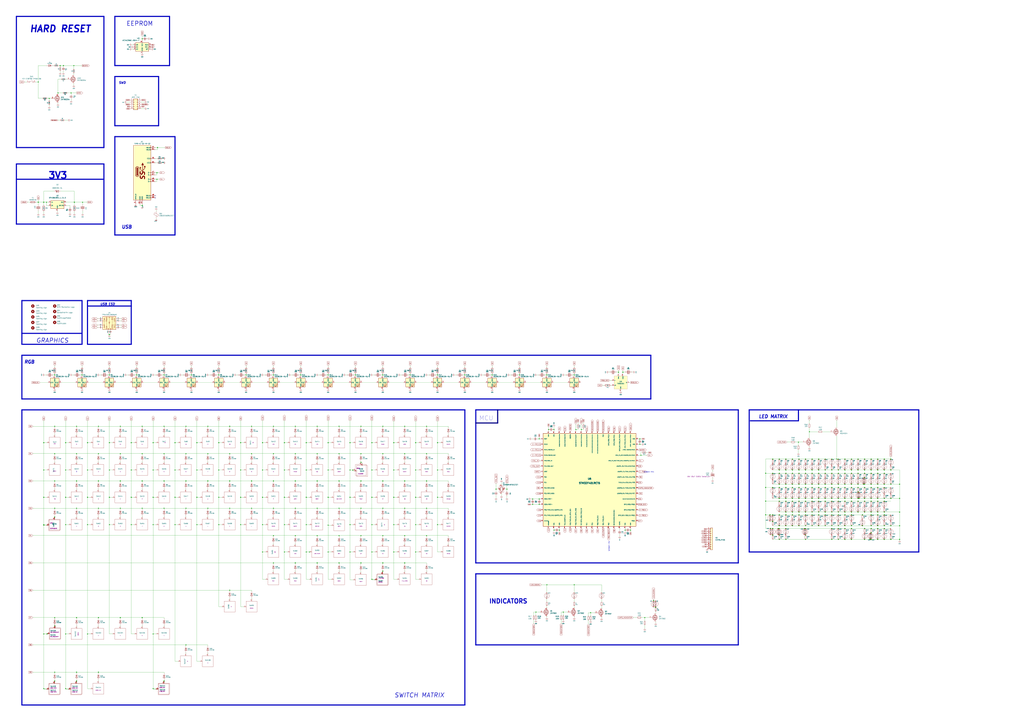
<source format=kicad_sch>
(kicad_sch (version 20230121) (generator eeschema)
  (paper "A0")
  (title_block (title "AustinPCB") (date "2022-11-22") (rev "v2.2.2") (company "Designed by Gondolindrim") (comment 1 "In partnership with driftingbunnies and PheonixStar"))
  (junction (at 158.75 435.61) (diameter 1.016))
  (junction (at 996.315 594.995) (diameter 1.016))
  (junction (at 958.215 562.61) (diameter 1.016))
  (junction (at 469.9 558.8) (diameter 1.016))
  (junction (at 177.8 800.1))
  (junction (at 457.2 577.85) (diameter 1.016))
  (junction (at 1026.795 598.17) (diameter 1.016))
  (junction (at 988.695 598.17) (diameter 1.016))
  (junction (at 1003.935 533.4) (diameter 1.016))
  (junction (at 981.075 549.91) (diameter 1.016))
  (junction (at 431.8 641.35))
  (junction (at 469.9 527.05))
  (junction (at 285.75 435.61) (diameter 1.016))
  (junction (at 973.455 562.61) (diameter 1.016))
  (junction (at 965.835 566.42) (diameter 1.016))
  (junction (at 127 435.61) (diameter 1.016))
  (junction (at 1044.575 579.12) (diameter 1.016))
  (junction (at 935.355 562.61) (diameter 1.016))
  (junction (at 996.315 546.1) (diameter 1.016))
  (junction (at 748.665 717.55))
  (junction (at 889 549.91) (diameter 1.016))
  (junction (at 165.1 238.76) (diameter 1.016))
  (junction (at 177.8 577.85) (diameter 1.016))
  (junction (at 912.495 610.87) (diameter 1.016))
  (junction (at 279.4 609.6))
  (junction (at 1011.555 579.12) (diameter 1.016))
  (junction (at 889 598.17) (diameter 1.016))
  (junction (at 266.7 685.8))
  (junction (at 292.1 590.55))
  (junction (at 958.215 579.12) (diameter 1.016))
  (junction (at 958.215 594.995) (diameter 1.016))
  (junction (at 165.1 527.05))
  (junction (at 920.115 562.61) (diameter 1.016))
  (junction (at 988.695 533.4) (diameter 1.016))
  (junction (at 1011.555 549.91) (diameter 1.016))
  (junction (at 935.355 546.1) (diameter 1.016))
  (junction (at 63.5 717.55))
  (junction (at 626.11 579.755) (diameter 0.9144))
  (junction (at 973.455 614.045))
  (junction (at 927.735 579.12) (diameter 1.016))
  (junction (at 139.7 527.05))
  (junction (at 317.5 435.61) (diameter 1.016))
  (junction (at 935.355 594.995) (diameter 1.016))
  (junction (at 971.55 533.4))
  (junction (at 127 388.62) (diameter 1.016))
  (junction (at 1011.555 546.1) (diameter 1.016))
  (junction (at 1026.795 626.745) (diameter 1.016))
  (junction (at 1026.795 533.4) (diameter 1.016))
  (junction (at 981.075 614.045) (diameter 1.016))
  (junction (at 76.2 800.1))
  (junction (at 304.8 641.35))
  (junction (at 742.95 516.255))
  (junction (at 935.355 621.665))
  (junction (at 942.975 582.295))
  (junction (at 469.9 590.55))
  (junction (at 482.6 609.6))
  (junction (at 114.3 590.55))
  (junction (at 165.1 590.55))
  (junction (at 457.2 546.1))
  (junction (at 228.6 514.35) (diameter 1.016))
  (junction (at 165.1 45.085) (diameter 0.9144))
  (junction (at 1044.575 562.61) (diameter 1.016))
  (junction (at 444.5 527.05))
  (junction (at 996.315 562.61) (diameter 1.016))
  (junction (at 1019.175 533.4) (diameter 1.016))
  (junction (at 406.4 577.85) (diameter 1.016))
  (junction (at 444.5 590.55))
  (junction (at 981.075 562.61) (diameter 1.016))
  (junction (at 988.695 594.995) (diameter 1.016))
  (junction (at 101.6 546.1))
  (junction (at 431.8 514.35) (diameter 1.016))
  (junction (at 342.9 654.05) (diameter 1.016))
  (junction (at 57.15 114.3))
  (junction (at 950.595 562.61) (diameter 1.016))
  (junction (at 304.8 577.85) (diameter 1.016))
  (junction (at 419.1 527.05))
  (junction (at 904.875 598.17) (diameter 1.016))
  (junction (at 912.495 594.995) (diameter 1.016))
  (junction (at 897.255 621.665) (diameter 1.016))
  (junction (at 675.005 499.11) (diameter 0.9144))
  (junction (at 88.9 558.8) (diameter 1.016))
  (junction (at 973.455 610.87))
  (junction (at 996.315 566.42) (diameter 1.016))
  (junction (at 317.5 527.05))
  (junction (at 618.49 579.755) (diameter 0.9144))
  (junction (at 958.215 546.1))
  (junction (at 1019.175 598.17) (diameter 1.016))
  (junction (at 69.85 76.2) (diameter 1.016))
  (junction (at 996.315 571.5) (diameter 1.016))
  (junction (at 973.455 533.4))
  (junction (at 981.075 594.995) (diameter 1.016))
  (junction (at 292.1 558.8) (diameter 1.016))
  (junction (at 63.5 791.21))
  (junction (at 912.495 566.42) (diameter 1.016))
  (junction (at 904.875 614.045))
  (junction (at 355.6 609.6))
  (junction (at 942.975 533.4) (diameter 1.016))
  (junction (at 654.05 711.2))
  (junction (at 958.215 566.42) (diameter 1.016))
  (junction (at 368.3 622.3))
  (junction (at 1003.935 562.61) (diameter 1.016))
  (junction (at 1011.555 533.4) (diameter 1.016))
  (junction (at 165.1 558.8) (diameter 1.016))
  (junction (at 279.4 546.1))
  (junction (at 63.5 781.05))
  (junction (at 292.1 495.3))
  (junction (at 190.5 495.3))
  (junction (at 203.2 609.6))
  (junction (at 965.835 549.91) (diameter 1.016))
  (junction (at 927.735 533.4) (diameter 1.016))
  (junction (at 88.9 527.05))
  (junction (at 1044.575 626.745) (diameter 1.016))
  (junction (at 1019.175 626.745) (diameter 1.016))
  (junction (at 973.455 566.42) (diameter 1.016))
  (junction (at 342.9 527.05))
  (junction (at 1044.575 594.995) (diameter 1.016))
  (junction (at 508 514.35) (diameter 1.016))
  (junction (at 304.8 546.1))
  (junction (at 973.455 598.17))
  (junction (at 988.695 614.045) (diameter 1.016))
  (junction (at 114.3 781.05) (diameter 1.016))
  (junction (at 419.1 495.3))
  (junction (at 114.3 717.55) (diameter 1.016))
  (junction (at 912.495 562.61) (diameter 1.016))
  (junction (at 927.735 594.995) (diameter 1.016))
  (junction (at 1019.175 566.42) (diameter 1.016))
  (junction (at 393.7 590.55))
  (junction (at 476.25 435.61) (diameter 1.016))
  (junction (at 254 514.35) (diameter 1.016))
  (junction (at 897.255 549.91) (diameter 1.016))
  (junction (at 381 514.35) (diameter 1.016))
  (junction (at 1034.415 546.1) (diameter 1.016))
  (junction (at 942.975 562.61) (diameter 1.016))
  (junction (at 935.355 626.745))
  (junction (at 330.2 609.6))
  (junction (at 904.875 566.42) (diameter 1.016))
  (junction (at 988.695 562.61) (diameter 1.016))
  (junction (at 254 435.61) (diameter 1.016))
  (junction (at 927.735 566.42) (diameter 1.016))
  (junction (at 127 577.85) (diameter 1.016))
  (junction (at 355.6 577.85) (diameter 1.016))
  (junction (at 482.6 577.85) (diameter 1.016))
  (junction (at 114.3 558.8) (diameter 1.016))
  (junction (at 904.875 621.665))
  (junction (at 139.7 717.55) (diameter 1.016))
  (junction (at 457.2 514.35) (diameter 1.016))
  (junction (at 935.355 533.4) (diameter 1.016))
  (junction (at 920.115 594.995) (diameter 1.016))
  (junction (at 469.9 622.3))
  (junction (at 228.6 546.1))
  (junction (at 393.7 495.3))
  (junction (at 76.2 736.6))
  (junction (at 152.4 546.1))
  (junction (at 431.8 673.1))
  (junction (at 950.595 598.17) (diameter 1.016))
  (junction (at 495.3 622.3))
  (junction (at 920.115 582.295) (diameter 1.016))
  (junction (at 626.11 509.905) (diameter 0.9144))
  (junction (at 355.6 514.35) (diameter 1.016))
  (junction (at 1026.795 614.045) (diameter 1.016))
  (junction (at 215.9 558.8) (diameter 1.016))
  (junction (at 393.7 654.05) (diameter 1.016))
  (junction (at 330.2 514.35) (diameter 1.016))
  (junction (at 1034.415 626.745) (diameter 1.016))
  (junction (at 182.245 208.28) (diameter 1.016))
  (junction (at 1026.795 582.295) (diameter 1.016))
  (junction (at 973.455 549.91) (diameter 1.016))
  (junction (at 114.3 527.05))
  (junction (at 965.835 533.4))
  (junction (at 1011.555 582.295) (diameter 1.016))
  (junction (at 393.7 527.05))
  (junction (at 988.695 626.745) (diameter 1.016))
  (junction (at 139.7 590.55))
  (junction (at 355.6 546.1))
  (junction (at 330.2 546.1))
  (junction (at 903.605 614.045))
  (junction (at 330.2 641.35))
  (junction (at 76.2 609.6))
  (junction (at 266.7 495.3) (diameter 1.016))
  (junction (at 912.495 579.12) (diameter 1.016))
  (junction (at 165.1 495.3))
  (junction (at 935.355 549.91) (diameter 1.016))
  (junction (at 965.835 562.61) (diameter 1.016))
  (junction (at 469.9 495.3))
  (junction (at 965.835 626.745))
  (junction (at 1002.665 562.61) (diameter 1.016))
  (junction (at 927.735 582.295) (diameter 1.016))
  (junction (at 904.875 549.91) (diameter 1.016))
  (junction (at 920.115 566.42) (diameter 1.016))
  (junction (at 1011.555 614.045) (diameter 1.016))
  (junction (at 76.2 577.85) (diameter 1.016))
  (junction (at 190.5 590.55))
  (junction (at 165.1 717.55) (diameter 1.016))
  (junction (at 981.075 598.17) (diameter 1.016))
  (junction (at 897.255 598.17) (diameter 1.016))
  (junction (at 927.735 610.87) (diameter 1.016))
  (junction (at 1026.795 546.1) (diameter 1.016))
  (junction (at 997.585 579.12) (diameter 1.016))
  (junction (at 254 546.1))
  (junction (at 317.5 590.55))
  (junction (at 1003.935 549.91) (diameter 1.016))
  (junction (at 1003.935 579.12) (diameter 1.016))
  (junction (at 920.115 546.1) (diameter 1.016))
  (junction (at 988.695 549.91) (diameter 1.016))
  (junction (at 988.695 582.295) (diameter 1.016))
  (junction (at 950.595 594.995))
  (junction (at 973.455 626.745))
  (junction (at 742.95 509.905))
  (junction (at 973.455 546.1))
  (junction (at 685.8 711.835))
  (junction (at 419.1 590.55))
  (junction (at 626.11 586.105) (diameter 0.9144))
  (junction (at 988.695 579.12) (diameter 1.016))
  (junction (at 935.355 566.42) (diameter 1.016))
  (junction (at 622.3 711.2))
  (junction (at 942.975 566.42) (diameter 1.016))
  (junction (at 950.595 549.91) (diameter 1.016))
  (junction (at 1034.415 610.87) (diameter 1.016))
  (junction (at 203.2 514.35) (diameter 1.016))
  (junction (at 1011.555 566.42) (diameter 1.016))
  (junction (at 215.9 495.3))
  (junction (at 1003.935 554.99) (diameter 1.016))
  (junction (at 241.3 590.55))
  (junction (at 1003.935 546.1) (diameter 1.016))
  (junction (at 897.255 566.42) (diameter 1.016))
  (junction (at 988.695 566.42) (diameter 1.016))
  (junction (at 444.5 663.575))
  (junction (at 63.5 495.3))
  (junction (at 635 435.61) (diameter 1.016))
  (junction (at 744.22 528.955))
  (junction (at 981.075 582.295) (diameter 1.016))
  (junction (at 317.5 622.3))
  (junction (at 988.695 610.87) (diameter 1.016))
  (junction (at 965.835 598.17))
  (junction (at 894.08 598.17) (diameter 1.016))
  (junction (at 279.4 577.85) (diameter 1.016))
  (junction (at 643.255 499.11) (diameter 0.9144))
  (junction (at 228.6 609.6))
  (junction (at 152.4 514.35) (diameter 1.016))
  (junction (at 950.595 546.1) (diameter 1.016))
  (junction (at 996.315 579.12) (diameter 1.016))
  (junction (at 368.3 590.55))
  (junction (at 67.31 107.95))
  (junction (at 539.75 435.61) (diameter 1.016))
  (junction (at 63.5 590.55))
  (junction (at 381 435.61) (diameter 1.016))
  (junction (at 897.255 614.045) (diameter 1.016))
  (junction (at 942.975 598.17))
  (junction (at 431.8 577.85) (diameter 1.016))
  (junction (at 904.875 626.745))
  (junction (at 981.075 533.4) (diameter 1.016))
  (junction (at 444.5 495.3))
  (junction (at 942.975 549.91) (diameter 1.016))
  (junction (at 279.4 514.35) (diameter 1.016))
  (junction (at 942.975 579.12) (diameter 1.016))
  (junction (at 342.9 495.3))
  (junction (at 482.6 641.35))
  (junction (at 50.8 800.1))
  (junction (at 1003.935 626.745) (diameter 1.016))
  (junction (at 444.5 435.61) (diameter 1.016))
  (junction (at 666.75 679.45))
  (junction (at 393.7 622.3))
  (junction (at 1019.175 546.1) (diameter 1.016))
  (junction (at 981.075 626.745) (diameter 1.016))
  (junction (at 495.3 527.05))
  (junction (at 973.455 579.12) (diameter 1.016))
  (junction (at 86.36 234.95) (diameter 1.016))
  (junction (at 50.8 736.6))
  (junction (at 1011.555 562.61) (diameter 1.016))
  (junction (at 215.9 590.55))
  (junction (at 177.8 736.6))
  (junction (at 1019.175 614.045) (diameter 1.016))
  (junction (at 368.3 527.05))
  (junction (at 1010.285 626.745) (diameter 1.016))
  (junction (at 649.605 615.95))
  (junction (at 431.8 546.1))
  (junction (at 88.9 590.55))
  (junction (at 342.9 590.55))
  (junction (at 1026.795 566.42))
  (junction (at 76.2 546.1))
  (junction (at 666.75 435.61) (diameter 1.016))
  (junction (at 939.8 501.65))
  (junction (at 1019.175 594.995) (diameter 1.016))
  (junction (at 889 566.42) (diameter 1.016))
  (junction (at 1026.795 562.61) (diameter 1.016))
  (junction (at 254 577.85))
  (junction (at 88.9 495.3))
  (junction (at 190.5 435.61) (diameter 1.016))
  (junction (at 1011.555 626.745) (diameter 1.016))
  (junction (at 950.595 566.42) (diameter 1.016))
  (junction (at 927.735 598.17) (diameter 1.016))
  (junction (at 1026.795 579.12))
  (junction (at 85.725 76.2))
  (junction (at 53.975 234.95))
  (junction (at 1019.175 582.295) (diameter 1.016))
  (junction (at 1019.175 549.91) (diameter 1.016))
  (junction (at 44.45 234.95) (diameter 1.016))
  (junction (at 927.1 513.715))
  (junction (at 942.975 610.87))
  (junction (at 381 641.35))
  (junction (at 635 679.45))
  (junction (at 368.3 495.3))
  (junction (at 101.6 577.85) (diameter 1.016))
  (junction (at 177.8 546.1))
  (junction (at 1026.795 594.995) (diameter 1.016))
  (junction (at 495.3 495.3))
  (junction (at 958.215 533.4))
  (junction (at 1011.555 619.125) (diameter 1.016))
  (junction (at 958.215 610.87))
  (junction (at 988.695 546.1) (diameter 1.016))
  (junction (at 292.1 527.05))
  (junction (at 73.66 76.2) (diameter 1.016))
  (junction (at 359.41 641.35))
  (junction (at 127 609.6))
  (junction (at 190.5 527.05))
  (junction (at 63.5 527.05))
  (junction (at 912.495 546.1) (diameter 1.016))
  (junction (at 958.215 582.295) (diameter 1.016))
  (junction (at 508 435.61) (diameter 1.016))
  (junction (at 965.835 610.87))
  (junction (at 1011.555 610.87) (diameter 1.016))
  (junction (at 222.25 435.61) (diameter 1.016))
  (junction (at 965.835 582.295))
  (junction (at 114.3 495.3))
  (junction (at 482.6 514.35) (diameter 1.016))
  (junction (at 342.9 622.3))
  (junction (at 139.7 495.3))
  (junction (at 920.115 579.12) (diameter 1.016))
  (junction (at 127 546.1))
  (junction (at 973.455 594.995))
  (junction (at 1003.935 566.42) (diameter 1.016))
  (junction (at 935.355 614.045))
  (junction (at 88.9 791.21) (diameter 1.016))
  (junction (at 482.6 546.1))
  (junction (at 897.255 533.4) (diameter 1.016))
  (junction (at 241.3 495.3))
  (junction (at 50.8 577.85) (diameter 1.016))
  (junction (at 63.5 727.075))
  (junction (at 920.115 598.17) (diameter 1.016))
  (junction (at 508 577.85))
  (junction (at 950.595 582.295))
  (junction (at 63.5 600.71))
  (junction (at 317.5 495.3))
  (junction (at 912.495 533.4) (diameter 1.016))
  (junction (at 965.835 614.045))
  (junction (at 406.4 641.35))
  (junction (at 904.875 562.61) (diameter 1.016))
  (junction (at 1026.795 610.87) (diameter 1.016))
  (junction (at 981.075 579.12) (diameter 1.016))
  (junction (at 63.5 558.8))
  (junction (at 393.7 558.8) (diameter 1.016))
  (junction (at 419.1 537.21))
  (junction (at 958.215 549.91) (diameter 1.016))
  (junction (at 317.5 558.8) (diameter 1.016))
  (junction (at 973.455 582.295))
  (junction (at 203.2 546.1))
  (junction (at 381 546.1))
  (junction (at 912.495 598.17) (diameter 1.016))
  (junction (at 934.085 614.045))
  (junction (at 1019.175 579.12) (diameter 1.016))
  (junction (at 942.975 594.995))
  (junction (at 996.315 533.4) (diameter 1.016))
  (junction (at 381 610.235))
  (junction (at 935.355 610.87))
  (junction (at 1001.395 598.17) (diameter 1.016))
  (junction (at 1026.795 549.91) (diameter 1.016))
  (junction (at 927.735 546.1) (diameter 1.016))
  (junction (at 304.8 609.6))
  (junction (at 1001.395 610.87) (diameter 1.016))
  (junction (at 894.715 614.045) (diameter 1.016))
  (junction (at 1034.415 533.4) (diameter 1.016))
  (junction (at 1003.935 582.295) (diameter 1.016))
  (junction (at 457.2 641.35))
  (junction (at 330.2 577.85) (diameter 1.016))
  (junction (at 643.255 615.95))
  (junction (at 177.8 514.35) (diameter 1.016))
  (junction (at 508 546.1))
  (junction (at 101.6 609.6))
  (junction (at 904.875 610.87) (diameter 1.016))
  (junction (at 406.4 609.6))
  (junction (at 349.25 435.61) (diameter 1.016))
  (junction (at 935.355 582.295) (diameter 1.016))
  (junction (at 927.735 549.91) (diameter 1.016))
  (junction (at 44.45 95.25))
  (junction (at 139.7 558.8) (diameter 1.016))
  (junction (at 419.1 622.3))
  (junction (at 152.4 609.6))
  (junction (at 668.655 499.11) (diameter 0.9144))
  (junction (at 50.8 610.235))
  (junction (at 50.8 234.95) (diameter 1.016))
  (junction (at 950.595 579.12) (diameter 1.016))
  (junction (at 50.8 609.6))
  (junction (at 152.4 577.85) (diameter 1.016))
  (junction (at 63.5 435.61) (diameter 1.016))
  (junction (at 950.595 610.87) (diameter 1.016))
  (junction (at 182.88 171.45) (diameter 1.016))
  (junction (at 965.835 546.1))
  (junction (at 732.155 615.95))
  (junction (at 88.9 781.05) (diameter 1.016))
  (junction (at 101.6 736.6))
  (junction (at 368.3 558.8) (diameter 1.016))
  (junction (at 215.9 749.3))
  (junction (at 304.8 514.35) (diameter 1.016))
  (junction (at 88.9 717.55) (diameter 1.016))
  (junction (at 935.355 579.12) (diameter 1.016))
  (junction (at 942.975 546.1) (diameter 1.016))
  (junction (at 1019.175 562.61) (diameter 1.016))
  (junction (at 920.115 533.4) (diameter 1.016))
  (junction (at 457.2 609.6))
  (junction (at 409.575 546.1) (diameter 0.9144))
  (junction (at 981.075 610.87) (diameter 1.016))
  (junction (at 1011.555 594.995) (diameter 1.016))
  (junction (at 618.49 586.105) (diameter 0.9144))
  (junction (at 965.835 579.12) (diameter 1.016))
  (junction (at 904.875 582.295) (diameter 1.016))
  (junction (at 54.61 736.6) (diameter 1.016))
  (junction (at 266.7 590.55))
  (junction (at 355.6 641.35))
  (junction (at 469.9 654.05) (diameter 1.016))
  (junction (at 912.495 614.045))
  (junction (at 588.645 568.325) (diameter 0.9144))
  (junction (at 920.115 549.91) (diameter 1.016))
  (junction (at 203.2 577.85) (diameter 1.016))
  (junction (at 575.945 568.325) (diameter 0.9144))
  (junction (at 981.075 566.42) (diameter 1.016))
  (junction (at 406.4 546.1))
  (junction (at 761.365 705.485) (diameter 1.016))
  (junction (at 508 609.6))
  (junction (at 82.55 107.95))
  (junction (at 444.5 622.3))
  (junction (at 1019.175 610.87) (diameter 1.016))
  (junction (at 406.4 514.35) (diameter 1.016))
  (junction (at 241.3 558.8) (diameter 1.016))
  (junction (at 889 582.295) (diameter 1.016))
  (junction (at 912.495 626.745))
  (junction (at 215.9 527.05))
  (junction (at 636.905 499.11) (diameter 0.9144))
  (junction (at 758.825 697.865) (diameter 0.9144))
  (junction (at 927.735 562.61) (diameter 1.016))
  (junction (at 95.25 435.61) (diameter 1.016))
  (junction (at 571.5 435.61) (diameter 1.016))
  (junction (at 718.185 432.435) (diameter 1.016))
  (junction (at 723.265 432.435) (diameter 1.016))
  (junction (at 603.25 435.61) (diameter 1.016))
  (junction (at 381 577.85) (diameter 1.016))
  (junction (at 1003.935 594.995) (diameter 1.016))
  (junction (at 444.5 558.8) (diameter 1.016))
  (junction (at 912.495 582.295) (diameter 1.016))
  (junction (at 912.495 549.91) (diameter 1.016))
  (junction (at 50.8 546.1))
  (junction (at 317.5 654.05))
  (junction (at 996.315 549.91) (diameter 1.016))
  (junction (at 495.3 558.8) (diameter 1.016))
  (junction (at 190.5 791.21) (diameter 1.016))
  (junction (at 904.875 533.4) (diameter 1.016))
  (junction (at 1003.935 614.045) (diameter 1.016))
  (junction (at 495.3 590.55))
  (junction (at 965.835 594.995))
  (junction (at 101.6 514.35) (diameter 1.016))
  (junction (at 50.8 514.35) (diameter 1.016))
  (junction (at 444.5 654.05) (diameter 1.016))
  (junction (at 190.5 558.8) (diameter 1.016))
  (junction (at 95.885 234.95))
  (junction (at 419.1 558.8) (diameter 1.016))
  (junction (at 182.245 200.66) (diameter 1.016))
  (junction (at 431.8 609.6))
  (junction (at 368.3 654.05) (diameter 1.016))
  (junction (at 177.8 609.6))
  (junction (at 266.7 558.8) (diameter 1.016))
  (junction (at 725.805 615.95))
  (junction (at 228.6 577.85) (diameter 1.016))
  (junction (at 412.75 435.61) (diameter 1.016))
  (junction (at 241.3 527.05))
  (junction (at 266.7 527.05))
  (junction (at 419.1 654.05) (diameter 1.016))
  (junction (at 904.875 579.12) (diameter 1.016))
  (junction (at 1034.415 579.12) (diameter 1.016))
  (junction (at 342.9 558.8) (diameter 1.016))
  (junction (at 76.2 514.35) (diameter 1.016))
  (junction (at 958.215 598.17))
  (junction (at 935.355 598.17))
  (junction (at 127 514.35) (diameter 1.016))
  (junction (at 981.075 546.1) (diameter 1.016))
  (junction (at 950.595 533.4) (diameter 1.016))
  (junction (at 1034.415 562.61) (diameter 1.016))
  (junction (at 920.115 610.87) (diameter 1.016))
  (junction (at 996.315 582.295) (diameter 1.016))
  (junction (at 897.255 605.79) (diameter 1.016))
  (junction (at 1044.575 610.87) (diameter 1.016))
  (junction (at 904.875 546.1) (diameter 1.016))
  (junction (at 1011.555 598.17) (diameter 1.016))
  (junction (at 254 609.6))
  (no_connect (at 180.34 227.33))
  (no_connect (at 180.34 229.87))
  (wire (pts (xy 190.5 424.815) (xy 190.5 426.72)))
  (wire (pts (xy 54.61 514.35) (xy 50.8 514.35)))
  (wire (pts (xy 215.9 590.55) (xy 215.9 591.82)))
  (wire (pts (xy 81.28 238.76) (xy 81.28 241.3)))
  (wire (pts (xy 279.4 546.1) (xy 279.4 577.85)))
  (wire (pts (xy 304.8 546.1) (xy 304.8 577.85)))
  (wire (pts (xy 996.315 594.995) (xy 1003.935 594.995)))
  (wire (pts (xy 254 434.34) (xy 254 435.61)))
  (wire (pts (xy 317.5 558.8) (xy 317.5 560.07)))
  (wire (pts (xy 222.25 424.815) (xy 222.25 426.72)))
  (wire (pts (xy 410.21 514.35) (xy 406.4 514.35)))
  (wire (pts (xy 152.4 488.315) (xy 152.4 514.35)))
  (wire (pts (xy 50.8 546.1) (xy 50.8 577.85)))
  (wire (pts (xy 95.885 234.95) (xy 95.885 237.49)))
  (wire (pts (xy 923.29 513.715) (xy 927.1 513.715)))
  (polyline (pts (xy 927.1 488.95) (xy 927.1 476.25)) (stroke (width 1.27) (type solid)))
  (wire (pts (xy 63.5 781.05) (xy 63.5 782.32)))
  (wire (pts (xy 88.9 558.8) (xy 88.9 560.07)))
  (wire (pts (xy 643.255 615.95) (xy 643.255 617.855)))
  (wire (pts (xy 496.57 435.61) (xy 498.475 435.61)))
  (wire (pts (xy 232.41 546.1) (xy 228.6 546.1)))
  (wire (pts (xy 355.6 641.35) (xy 359.41 641.35)))
  (wire (pts (xy 508 609.6) (xy 508 641.35)))
  (wire (pts (xy 461.01 673.1) (xy 457.2 673.1)))
  (wire (pts (xy 622.3 711.2) (xy 622.3 715.01)))
  (wire (pts (xy 635 424.815) (xy 635 426.72)))
  (wire (pts (xy 409.575 546.1) (xy 409.575 547.37)))
  (wire (pts (xy 283.21 609.6) (xy 279.4 609.6)))
  (wire (pts (xy 1019.175 566.42) (xy 1011.555 566.42)))
  (wire (pts (xy 266.7 599.44) (xy 266.7 600.71)))
  (polyline (pts (xy 857.25 749.3) (xy 857.25 666.75)) (stroke (width 1.27) (type solid)))
  (polyline (pts (xy 871.22 488.95) (xy 927.1 488.95)) (stroke (width 1.27) (type solid)))
  (wire (pts (xy 114.3 590.55) (xy 114.3 591.82)))
  (polyline (pts (xy 152.4 400.05) (xy 152.4 349.25)) (stroke (width 1.27) (type solid)))
  (wire (pts (xy 266.7 527.05) (xy 266.7 528.32)))
  (wire (pts (xy 125.73 388.62) (xy 127 388.62)))
  (wire (pts (xy 950.595 533.4) (xy 958.215 533.4)))
  (wire (pts (xy 942.975 610.87) (xy 950.595 610.87)))
  (wire (pts (xy 105.41 546.1) (xy 101.6 546.1)))
  (wire (pts (xy 292.1 558.8) (xy 292.1 560.07)))
  (wire (pts (xy 1011.555 614.045) (xy 1003.935 614.045)))
  (wire (pts (xy 520.7 590.55) (xy 520.7 591.82)))
  (wire (pts (xy 292.1 590.55) (xy 292.1 591.82)))
  (wire (pts (xy 252.095 435.61) (xy 254 435.61)))
  (wire (pts (xy 942.975 582.295) (xy 950.595 582.295)))
  (wire (pts (xy 63.5 527.05) (xy 88.9 527.05)))
  (wire (pts (xy 368.3 495.3) (xy 368.3 496.57)))
  (wire (pts (xy 997.585 571.5) (xy 996.315 571.5)))
  (wire (pts (xy 63.5 781.05) (xy 88.9 781.05)))
  (wire (pts (xy 257.81 514.35) (xy 254 514.35)))
  (wire (pts (xy 508 488.95) (xy 508 514.35)))
  (wire (pts (xy 46.355 444.5) (xy 55.88 444.5)))
  (wire (pts (xy 457.2 488.95) (xy 457.2 514.35)))
  (wire (pts (xy 359.41 577.85) (xy 355.6 577.85)))
  (wire (pts (xy 207.01 768.35) (xy 203.2 768.35)))
  (wire (pts (xy 520.7 495.3) (xy 520.7 496.57)))
  (polyline (pts (xy 133.35 273.05) (xy 133.35 158.75)) (stroke (width 1.27) (type solid)))
  (wire (pts (xy 666.75 704.215) (xy 666.75 706.12)))
  (wire (pts (xy 698.5 695.96) (xy 698.5 699.135)))
  (wire (pts (xy 232.41 514.35) (xy 228.6 514.35)))
  (wire (pts (xy 748.665 726.44) (xy 748.665 730.25)))
  (wire (pts (xy 393.7 590.55) (xy 393.7 591.82)))
  (wire (pts (xy 114.3 495.3) (xy 139.7 495.3)))
  (wire (pts (xy 981.075 533.4) (xy 988.695 533.4)))
  (wire (pts (xy 671.195 492.76) (xy 671.195 490.855)))
  (wire (pts (xy 419.1 599.44) (xy 419.1 600.71)))
  (wire (pts (xy 469.9 567.69) (xy 469.9 568.96)))
  (polyline (pts (xy 120.65 190.5) (xy 120.65 260.35)) (stroke (width 1.27) (type solid)))
  (wire (pts (xy 827.405 546.1) (xy 827.405 548.005)))
  (wire (pts (xy 569.595 435.61) (xy 571.5 435.61)))
  (wire (pts (xy 54.61 735.965) (xy 54.61 736.6)))
  (wire (pts (xy 950.595 562.61) (xy 958.215 562.61)))
  (wire (pts (xy 718.185 432.435) (xy 718.185 434.34)))
  (wire (pts (xy 158.75 435.61) (xy 158.75 436.88)))
  (wire (pts (xy 935.355 626.745) (xy 965.835 626.745)))
  (polyline (pts (xy 133.35 19.05) (xy 133.35 76.2)) (stroke (width 1.27) (type solid)))
  (wire (pts (xy 419.1 558.8) (xy 444.5 558.8)))
  (wire (pts (xy 215.9 749.3) (xy 215.9 750.57)))
  (wire (pts (xy 434.975 673.735) (xy 431.8 673.735)))
  (wire (pts (xy 38.1 685.8) (xy 266.7 685.8)))
  (wire (pts (xy 981.075 594.995) (xy 988.695 594.995)))
  (wire (pts (xy 62.865 791.845) (xy 62.865 791.21)))
  (wire (pts (xy 666.75 435.61) (xy 666.75 436.88)))
  (wire (pts (xy 469.9 535.94) (xy 469.9 537.21)))
  (wire (pts (xy 685.8 720.725) (xy 685.8 721.36)))
  (wire (pts (xy 935.355 582.295) (xy 927.735 582.295)))
  (wire (pts (xy 897.255 579.12) (xy 904.875 579.12)))
  (wire (pts (xy 965.835 562.61) (xy 973.455 562.61)))
  (wire (pts (xy 1026.795 579.12) (xy 1034.415 579.12)))
  (wire (pts (xy 1019.175 562.61) (xy 1026.795 562.61)))
  (wire (pts (xy 80.01 736.6) (xy 76.2 736.6)))
  (wire (pts (xy 41.91 234.95) (xy 44.45 234.95)))
  (wire (pts (xy 139.7 370.205) (xy 140.97 370.205)))
  (wire (pts (xy 723.265 432.435) (xy 723.265 434.34)))
  (wire (pts (xy 330.2 488.315) (xy 330.2 514.35)))
  (wire (pts (xy 215.9 599.44) (xy 215.9 600.71)))
  (wire (pts (xy 1044.575 579.12) (xy 1044.575 594.995)))
  (wire (pts (xy 904.875 610.87) (xy 912.495 610.87)))
  (wire (pts (xy 156.845 435.61) (xy 158.75 435.61)))
  (wire (pts (xy 130.81 736.6) (xy 127 736.6)))
  (wire (pts (xy 50.8 736.6) (xy 50.8 800.1)))
  (wire (pts (xy 495.3 590.55) (xy 495.3 591.82)))
  (wire (pts (xy 981.075 566.42) (xy 973.455 566.42)))
  (wire (pts (xy 95.25 424.815) (xy 95.25 426.72)))
  (wire (pts (xy 139.7 504.19) (xy 139.7 505.46)))
  (wire (pts (xy 127 388.62) (xy 127 389.255)))
  (wire (pts (xy 63.5 527.05) (xy 63.5 528.32)))
  (wire (pts (xy 1019.175 546.1) (xy 1026.795 546.1)))
  (wire (pts (xy 368.3 662.94) (xy 368.3 664.21)))
  (wire (pts (xy 210.82 435.61) (xy 212.725 435.61)))
  (wire (pts (xy 63.5 789.94) (xy 63.5 791.21)))
  (wire (pts (xy 38.1 558.8) (xy 63.5 558.8)))
  (wire (pts (xy 495.3 567.69) (xy 495.3 568.96)))
  (polyline (pts (xy 25.4 387.35) (xy 95.25 387.35)) (stroke (width 1.27) (type solid)))
  (wire (pts (xy 62.865 791.21) (xy 63.5 791.21)))
  (wire (pts (xy 177.8 609.6) (xy 177.8 736.6)))
  (wire (pts (xy 942.975 533.4) (xy 950.595 533.4)))
  (wire (pts (xy 88.9 504.19) (xy 88.9 505.46)))
  (polyline (pts (xy 95.25 349.25) (xy 95.25 387.35)) (stroke (width 1.27) (type solid)))
  (wire (pts (xy 912.495 626.745) (xy 935.355 626.745)))
  (wire (pts (xy 64.135 727.075) (xy 63.5 727.075)))
  (wire (pts (xy 330.2 609.6) (xy 330.2 641.35)))
  (wire (pts (xy 182.245 210.82) (xy 182.245 208.28)))
  (bus (pts (xy 552.45 491.49) (xy 577.85 491.49)) (stroke (width 1.27)))
  (wire (pts (xy 435.61 577.85) (xy 431.8 577.85)))
  (wire (pts (xy 419.1 558.8) (xy 419.1 560.07)))
  (wire (pts (xy 355.6 488.315) (xy 355.6 514.35)))
  (wire (pts (xy 958.215 533.4) (xy 965.835 533.4)))
  (wire (pts (xy 406.4 641.35) (xy 406.4 673.735)))
  (wire (pts (xy 435.61 609.6) (xy 431.8 609.6)))
  (wire (pts (xy 508 577.85) (xy 508 609.6)))
  (wire (pts (xy 939.8 497.205) (xy 939.8 501.65)))
  (wire (pts (xy 912.495 610.87) (xy 920.115 610.87)))
  (polyline (pts (xy 133.35 146.05) (xy 133.35 88.9)) (stroke (width 1.27) (type solid)))
  (wire (pts (xy 228.6 546.1) (xy 228.6 577.85)))
  (wire (pts (xy 889 582.295) (xy 889 598.17)))
  (wire (pts (xy 190.5 495.3) (xy 190.5 496.57)))
  (wire (pts (xy 1026.795 546.1) (xy 1034.415 546.1)))
  (wire (pts (xy 1034.415 546.1) (xy 1044.575 546.1)))
  (wire (pts (xy 190.5 434.34) (xy 190.5 435.61)))
  (wire (pts (xy 181.356 253.238) (xy 181.356 254.508)))
  (wire (pts (xy 1011.555 566.42) (xy 1003.935 566.42)))
  (wire (pts (xy 165.1 558.8) (xy 165.1 560.07)))
  (wire (pts (xy 165.1 717.55) (xy 190.5 717.55)))
  (polyline (pts (xy 25.4 400.05) (xy 25.4 387.35)) (stroke (width 1.27) (type solid)))
  (wire (pts (xy 649.605 615.95) (xy 648.97 615.95)))
  (wire (pts (xy 349.25 435.61) (xy 349.25 436.88)))
  (wire (pts (xy 342.9 527.05) (xy 368.3 527.05)))
  (wire (pts (xy 241.3 504.19) (xy 241.3 505.46)))
  (wire (pts (xy 67.31 119.38) (xy 67.31 120.65)))
  (wire (pts (xy 393.7 622.3) (xy 393.7 623.57)))
  (wire (pts (xy 44.45 245.11) (xy 44.45 248.285)))
  (wire (pts (xy 368.3 654.05) (xy 368.3 655.32)))
  (wire (pts (xy 67.31 107.95) (xy 73.025 107.95)))
  (wire (pts (xy 73.66 76.2) (xy 73.66 77.47)))
  (wire (pts (xy 965.835 610.87) (xy 973.455 610.87)))
  (wire (pts (xy 520.7 631.19) (xy 520.7 632.46)))
  (wire (pts (xy 50.8 609.6) (xy 54.61 609.6)))
  (wire (pts (xy 935.355 610.87) (xy 942.975 610.87)))
  (wire (pts (xy 1034.415 614.045) (xy 1026.795 614.045)))
  (wire (pts (xy 912.495 614.045) (xy 934.085 614.045)))
  (wire (pts (xy 601.345 435.61) (xy 603.25 435.61)))
  (wire (pts (xy 486.41 673.1) (xy 482.6 673.1)))
  (wire (pts (xy 981.075 598.17) (xy 988.695 598.17)))
  (wire (pts (xy 988.695 598.17) (xy 1001.395 598.17)))
  (wire (pts (xy 88.9 789.94) (xy 88.9 791.21)))
  (wire (pts (xy 317.5 654.05) (xy 342.9 654.05)))
  (polyline (pts (xy 25.4 476.25) (xy 539.75 476.25)) (stroke (width 1.27) (type solid)))
  (wire (pts (xy 685.8 711.835) (xy 690.88 711.835)))
  (wire (pts (xy 520.7 622.3) (xy 520.7 623.57)))
  (wire (pts (xy 666.75 679.45) (xy 698.5 679.45)))
  (wire (pts (xy 1044.575 562.61) (xy 1044.575 579.12)))
  (wire (pts (xy 469.9 590.55) (xy 469.9 591.82)))
  (wire (pts (xy 139.7 590.55) (xy 139.7 591.82)))
  (wire (pts (xy 725.805 615.95) (xy 725.805 617.855)))
  (wire (pts (xy 904.875 626.745) (xy 912.495 626.745)))
  (wire (pts (xy 190.5 504.19) (xy 190.5 505.46)))
  (wire (pts (xy 101.6 577.85) (xy 101.6 609.6)))
  (wire (pts (xy 671.195 499.11) (xy 671.195 497.84)))
  (wire (pts (xy 241.3 527.05) (xy 241.3 528.32)))
  (wire (pts (xy 699.77 447.675) (xy 701.675 447.675)))
  (wire (pts (xy 958.215 562.61) (xy 965.835 562.61)))
  (wire (pts (xy 292.1 527.05) (xy 292.1 528.32)))
  (wire (pts (xy 44.45 95.25) (xy 44.45 114.3)))
  (wire (pts (xy 935.355 546.1) (xy 942.975 546.1)))
  (wire (pts (xy 381 577.85) (xy 381 610.235)))
  (wire (pts (xy 483.87 444.5) (xy 500.38 444.5)))
  (wire (pts (xy 220.345 435.61) (xy 222.25 435.61)))
  (wire (pts (xy 130.81 546.1) (xy 127 546.1)))
  (polyline (pts (xy 196.85 19.05) (xy 196.85 76.2)) (stroke (width 1.27) (type solid)))
  (wire (pts (xy 942.975 594.995) (xy 950.595 594.995)))
  (wire (pts (xy 560.07 435.61) (xy 561.975 435.61)))
  (wire (pts (xy 981.075 579.12) (xy 988.695 579.12)))
  (wire (pts (xy 927.735 533.4) (xy 935.355 533.4)))
  (wire (pts (xy 215.9 504.19) (xy 215.9 505.46)))
  (wire (pts (xy 635 704.215) (xy 635 706.12)))
  (wire (pts (xy 927.1 513.715) (xy 932.18 513.715)))
  (wire (pts (xy 889 549.91) (xy 897.255 549.91)))
  (wire (pts (xy 897.255 549.91) (xy 904.875 549.91)))
  (wire (pts (xy 50.8 234.95) (xy 53.975 234.95)))
  (wire (pts (xy 152.4 514.35) (xy 152.4 546.1)))
  (wire (pts (xy 635 679.45) (xy 635 688.34)))
  (wire (pts (xy 464.82 435.61) (xy 466.725 435.61)))
  (wire (pts (xy 444.5 424.815) (xy 444.5 426.72)))
  (wire (pts (xy 393.7 495.3) (xy 393.7 496.57)))
  (wire (pts (xy 511.81 641.35) (xy 508 641.35)))
  (wire (pts (xy 973.455 594.995) (xy 981.075 594.995)))
  (wire (pts (xy 761.365 710.565) (xy 761.365 712.47)))
  (wire (pts (xy 461.01 609.6) (xy 457.2 609.6)))
  (wire (pts (xy 571.5 434.34) (xy 571.5 435.61)))
  (wire (pts (xy 88.9 535.94) (xy 88.9 537.21)))
  (wire (pts (xy 655.32 435.61) (xy 657.225 435.61)))
  (wire (pts (xy 95.885 234.95) (xy 101.6 234.95)))
  (wire (pts (xy 63.5 558.8) (xy 88.9 558.8)))
  (wire (pts (xy 105.41 577.85) (xy 101.6 577.85)))
  (wire (pts (xy 88.9 527.05) (xy 88.9 528.32)))
  (wire (pts (xy 495.3 535.94) (xy 495.3 537.21)))
  (wire (pts (xy 165.1 590.55) (xy 165.1 591.82)))
  (wire (pts (xy 698.5 679.45) (xy 698.5 688.34)))
  (wire (pts (xy 457.2 577.85) (xy 457.2 609.6)))
  (wire (pts (xy 894.08 598.17) (xy 897.255 598.17)))
  (wire (pts (xy 54.61 736.6) (xy 50.8 736.6)))
  (wire (pts (xy 356.87 444.5) (xy 373.38 444.5)))
  (wire (pts (xy 654.05 711.2) (xy 659.13 711.2)))
  (wire (pts (xy 511.81 514.35) (xy 508 514.35)))
  (wire (pts (xy 308.61 514.35) (xy 304.8 514.35)))
  (wire (pts (xy 419.1 590.55) (xy 444.5 590.55)))
  (polyline (pts (xy 552.45 476.25) (xy 857.25 476.25)) (stroke (width 1.27) (type solid)))
  (wire (pts (xy 486.41 577.85) (xy 482.6 577.85)))
  (wire (pts (xy 67.31 107.95) (xy 67.31 109.22)))
  (wire (pts (xy 153.035 52.07) (xy 154.94 52.07)))
  (wire (pts (xy 241.3 758.19) (xy 241.3 759.46)))
  (wire (pts (xy 317.5 424.815) (xy 317.5 426.72)))
  (wire (pts (xy 1003.935 626.745) (xy 988.695 626.745)))
  (wire (pts (xy 1011.555 626.745) (xy 1010.285 626.745)))
  (wire (pts (xy 744.22 525.78) (xy 744.22 528.955)))
  (wire (pts (xy 927.1 513.715) (xy 927.1 517.525)))
  (wire (pts (xy 85.725 85.09) (xy 85.725 86.995)))
  (wire (pts (xy 725.805 432.435) (xy 723.265 432.435)))
  (wire (pts (xy 889 566.42) (xy 897.255 566.42)))
  (wire (pts (xy 897.255 566.42) (xy 904.875 566.42)))
  (wire (pts (xy 342.9 662.94) (xy 342.9 664.21)))
  (wire (pts (xy 330.2 546.1) (xy 330.2 577.85)))
  (wire (pts (xy 190.5 527.05) (xy 190.5 528.32)))
  (wire (pts (xy 393.7 567.69) (xy 393.7 568.96)))
  (wire (pts (xy 304.8 577.85) (xy 304.8 609.6)))
  (wire (pts (xy 337.82 435.61) (xy 339.725 435.61)))
  (wire (pts (xy 973.455 579.12) (xy 981.075 579.12)))
  (wire (pts (xy 66.675 245.11) (xy 66.675 246.38)))
  (wire (pts (xy 101.6 546.1) (xy 101.6 577.85)))
  (wire (pts (xy 626.11 508) (xy 626.11 509.905)))
  (polyline (pts (xy 552.45 654.05) (xy 552.45 476.25)) (stroke (width 1.27) (type solid)))
  (wire (pts (xy 368.3 654.05) (xy 393.7 654.05)))
  (wire (pts (xy 306.07 435.61) (xy 307.975 435.61)))
  (wire (pts (xy 410.21 673.735) (xy 406.4 673.735)))
  (wire (pts (xy 435.61 673.1) (xy 431.8 673.1)))
  (wire (pts (xy 114.3 535.94) (xy 114.3 537.21)))
  (wire (pts (xy 486.41 546.1) (xy 482.6 546.1)))
  (wire (pts (xy 973.455 614.045) (xy 981.075 614.045)))
  (wire (pts (xy 190.5 781.05) (xy 190.5 782.32)))
  (wire (pts (xy 368.3 590.55) (xy 368.3 591.82)))
  (wire (pts (xy 539.75 424.815) (xy 539.75 426.72)))
  (wire (pts (xy 215.9 527.05) (xy 241.3 527.05)))
  (wire (pts (xy 571.5 424.815) (xy 571.5 426.72)))
  (wire (pts (xy 685.8 711.835) (xy 685.8 715.645)))
  (wire (pts (xy 179.07 435.61) (xy 180.975 435.61)))
  (wire (pts (xy 476.25 435.61) (xy 476.25 436.88)))
  (wire (pts (xy 162.56 237.49) (xy 162.56 238.76)))
  (wire (pts (xy 912.495 546.1) (xy 920.115 546.1)))
  (wire (pts (xy 1003.935 579.12) (xy 1011.555 579.12)))
  (wire (pts (xy 732.155 615.95) (xy 731.52 615.95)))
  (wire (pts (xy 482.6 488.95) (xy 482.6 514.35)))
  (wire (pts (xy 342.9 558.8) (xy 342.9 560.07)))
  (wire (pts (xy 950.595 582.295) (xy 958.215 582.295)))
  (wire (pts (xy 76.2 577.85) (xy 76.2 609.6)))
  (wire (pts (xy 950.595 549.91) (xy 942.975 549.91)))
  (wire (pts (xy 241.3 590.55) (xy 266.7 590.55)))
  (wire (pts (xy 649.605 615.95) (xy 649.605 617.855)))
  (wire (pts (xy 433.07 435.61) (xy 434.975 435.61)))
  (wire (pts (xy 44.45 76.2) (xy 44.45 95.25)))
  (wire (pts (xy 444.5 495.3) (xy 469.9 495.3)))
  (wire (pts (xy 469.9 622.3) (xy 469.9 623.57)))
  (wire (pts (xy 623.57 435.61) (xy 625.475 435.61)))
  (wire (pts (xy 241.3 567.69) (xy 241.3 568.96)))
  (wire (pts (xy 469.9 527.05) (xy 495.3 527.05)))
  (wire (pts (xy 355.6 546.1) (xy 355.6 577.85)))
  (polyline (pts (xy 552.45 749.3) (xy 857.25 749.3)) (stroke (width 1.27) (type solid)))
  (wire (pts (xy 520.7 567.69) (xy 520.7 568.96)))
  (wire (pts (xy 342.9 495.3) (xy 342.9 496.57)))
  (wire (pts (xy 411.48 547.37) (xy 409.575 547.37)))
  (wire (pts (xy 1011.555 579.12) (xy 1019.175 579.12)))
  (wire (pts (xy 165.1 535.94) (xy 165.1 537.21)))
  (wire (pts (xy 182.245 208.28) (xy 184.785 208.28)))
  (wire (pts (xy 228.6 488.315) (xy 228.6 514.35)))
  (wire (pts (xy 666.75 716.28) (xy 666.75 717.55)))
  (wire (pts (xy 973.455 626.745) (xy 981.075 626.745)))
  (wire (pts (xy 88.9 781.05) (xy 114.3 781.05)))
  (wire (pts (xy 927.735 582.295) (xy 920.115 582.295)))
  (wire (pts (xy 457.2 609.6) (xy 457.2 641.35)))
  (wire (pts (xy 935.355 549.91) (xy 927.735 549.91)))
  (wire (pts (xy 342.9 590.55) (xy 368.3 590.55)))
  (wire (pts (xy 114.3 717.55) (xy 114.3 718.82)))
  (wire (pts (xy 642.62 499.11) (xy 643.255 499.11)))
  (wire (pts (xy 241.3 590.55) (xy 241.3 591.82)))
  (wire (pts (xy 165.1 726.44) (xy 165.1 727.71)))
  (wire (pts (xy 996.315 566.42) (xy 988.695 566.42)))
  (wire (pts (xy 996.315 546.1) (xy 1003.935 546.1)))
  (wire (pts (xy 379.095 435.61) (xy 381 435.61)))
  (wire (pts (xy 190.5 558.8) (xy 215.9 558.8)))
  (wire (pts (xy 342.9 654.05) (xy 342.9 655.32)))
  (wire (pts (xy 715.645 432.435) (xy 718.185 432.435)))
  (wire (pts (xy 190.5 527.05) (xy 215.9 527.05)))
  (wire (pts (xy 88.9 726.44) (xy 88.9 727.71)))
  (wire (pts (xy 38.1 527.05) (xy 63.5 527.05)))
  (wire (pts (xy 528.32 435.61) (xy 530.225 435.61)))
  (wire (pts (xy 56.515 238.76) (xy 53.975 238.76)))
  (wire (pts (xy 257.81 546.1) (xy 254 546.1)))
  (polyline (pts (xy 203.2 273.05) (xy 203.2 158.75)) (stroke (width 1.27) (type solid)))
  (wire (pts (xy 719.455 621.03) (xy 719.455 622.935)))
  (wire (pts (xy 603.25 424.815) (xy 603.25 426.72)))
  (wire (pts (xy 435.61 641.35) (xy 431.8 641.35)))
  (wire (pts (xy 127 577.85) (xy 127 609.6)))
  (wire (pts (xy 1003.935 566.42) (xy 996.315 566.42)))
  (wire (pts (xy 261.62 444.5) (xy 278.13 444.5)))
  (wire (pts (xy 1010.285 619.125) (xy 1011.555 619.125)))
  (wire (pts (xy 285.75 434.34) (xy 285.75 435.61)))
  (wire (pts (xy 134.62 444.5) (xy 151.13 444.5)))
  (wire (pts (xy 520.7 599.44) (xy 520.7 600.71)))
  (wire (pts (xy 965.835 582.295) (xy 973.455 582.295)))
  (wire (pts (xy 180.34 210.82) (xy 182.245 210.82)))
  (wire (pts (xy 588.645 578.485) (xy 588.645 575.945)))
  (wire (pts (xy 1019.175 626.745) (xy 1011.555 626.745)))
  (wire (pts (xy 431.8 577.85) (xy 431.8 609.6)))
  (wire (pts (xy 742.95 509.905) (xy 742.95 510.54)))
  (wire (pts (xy 461.01 577.85) (xy 457.2 577.85)))
  (wire (pts (xy 508 424.815) (xy 508 426.72)))
  (wire (pts (xy 203.2 546.1) (xy 203.2 577.85)))
  (wire (pts (xy 1011.555 546.1) (xy 1019.175 546.1)))
  (wire (pts (xy 50.8 800.1) (xy 50.8 800.735)))
  (wire (pts (xy 342.9 535.94) (xy 342.9 537.21)))
  (wire (pts (xy 419.1 663.575) (xy 419.1 664.845)))
  (wire (pts (xy 495.3 662.94) (xy 495.3 664.21)))
  (wire (pts (xy 82.55 109.855) (xy 82.55 107.95)))
  (wire (pts (xy 419.1 527.05) (xy 419.1 528.32)))
  (wire (pts (xy 88.9 717.55) (xy 88.9 718.82)))
  (wire (pts (xy 958.215 579.12) (xy 965.835 579.12)))
  (wire (pts (xy 927.1 522.605) (xy 927.1 526.415)))
  (wire (pts (xy 182.88 173.99) (xy 182.88 171.45)))
  (wire (pts (xy 920.115 546.1) (xy 927.735 546.1)))
  (wire (pts (xy 889 566.42) (xy 889 582.295)))
  (wire (pts (xy 912.495 594.995) (xy 920.115 594.995)))
  (wire (pts (xy 165.1 599.44) (xy 165.1 600.71)))
  (wire (pts (xy 359.41 546.1) (xy 355.6 546.1)))
  (wire (pts (xy 342.9 622.3) (xy 368.3 622.3)))
  (wire (pts (xy 342.9 631.19) (xy 342.9 632.46)))
  (wire (pts (xy 63.5 599.44) (xy 63.5 600.71)))
  (wire (pts (xy 393.7 631.19) (xy 393.7 632.46)))
  (wire (pts (xy 181.61 736.6) (xy 177.8 736.6)))
  (wire (pts (xy 996.315 582.295) (xy 1003.935 582.295)))
  (wire (pts (xy 495.3 590.55) (xy 520.7 590.55)))
  (wire (pts (xy 683.26 715.645) (xy 683.26 711.835)))
  (wire (pts (xy 927.735 594.995) (xy 935.355 594.995)))
  (wire (pts (xy 44.45 76.2) (xy 53.975 76.2)))
  (wire (pts (xy 668.655 499.11) (xy 671.195 499.11)))
  (polyline (pts (xy 25.4 819.15) (xy 539.75 819.15)) (stroke (width 1.27) (type solid)))
  (wire (pts (xy 575.945 578.485) (xy 575.945 575.945)))
  (wire (pts (xy 342.9 590.55) (xy 342.9 591.82)))
  (wire (pts (xy 958.215 610.87) (xy 965.835 610.87)))
  (wire (pts (xy 162.56 238.76) (xy 165.1 238.76)))
  (wire (pts (xy 912.495 549.91) (xy 904.875 549.91)))
  (wire (pts (xy 85.725 76.2) (xy 85.725 80.01)))
  (wire (pts (xy 1044.575 610.87) (xy 1044.575 626.745)))
  (wire (pts (xy 973.455 562.61) (xy 981.075 562.61)))
  (wire (pts (xy 618.49 586.105) (xy 616.585 586.105)))
  (wire (pts (xy 508 435.61) (xy 508 436.88)))
  (wire (pts (xy 748.665 717.55) (xy 753.745 717.55)))
  (wire (pts (xy 635 716.28) (xy 635 717.55)))
  (wire (pts (xy 241.3 495.3) (xy 241.3 496.57)))
  (wire (pts (xy 495.3 504.19) (xy 495.3 505.46)))
  (wire (pts (xy 86.36 234.95) (xy 95.885 234.95)))
  (wire (pts (xy 495.3 527.05) (xy 520.7 527.05)))
  (wire (pts (xy 476.25 434.34) (xy 476.25 435.61)))
  (wire (pts (xy 95.25 434.34) (xy 95.25 435.61)))
  (wire (pts (xy 177.8 546.1) (xy 177.8 577.85)))
  (wire (pts (xy 1044.575 594.995) (xy 1044.575 610.87)))
  (wire (pts (xy 683.26 711.835) (xy 685.8 711.835)))
  (wire (pts (xy 187.96 189.23) (xy 189.23 189.23)))
  (wire (pts (xy 511.81 546.1) (xy 508 546.1)))
  (wire (pts (xy 308.61 641.35) (xy 304.8 641.35)))
  (wire (pts (xy 125.095 435.61) (xy 127 435.61)))
  (wire (pts (xy 113.03 370.205) (xy 114.3 370.205)))
  (wire (pts (xy 140.97 377.825) (xy 139.7 377.825)))
  (wire (pts (xy 44.45 234.95) (xy 50.8 234.95)))
  (wire (pts (xy 894.715 614.045) (xy 897.255 614.045)))
  (wire (pts (xy 50.8 248.285) (xy 50.8 245.745)))
  (wire (pts (xy 520.7 535.94) (xy 520.7 537.21)))
  (wire (pts (xy 182.245 208.28) (xy 180.34 208.28)))
  (wire (pts (xy 643.255 499.11) (xy 643.255 501.015)))
  (wire (pts (xy 889 614.045) (xy 894.715 614.045)))
  (wire (pts (xy 190.5 535.94) (xy 190.5 537.21)))
  (wire (pts (xy 520.7 558.8) (xy 520.7 560.07)))
  (wire (pts (xy 105.41 514.35) (xy 101.6 514.35)))
  (wire (pts (xy 139.7 372.745) (xy 140.97 372.745)))
  (wire (pts (xy 431.8 609.6) (xy 431.8 641.35)))
  (wire (pts (xy 419.1 504.19) (xy 419.1 505.46)))
  (wire (pts (xy 642.62 444.5) (xy 659.13 444.5)))
  (wire (pts (xy 889 533.4) (xy 897.255 533.4)))
  (wire (pts (xy 431.8 641.35) (xy 431.8 673.1)))
  (wire (pts (xy 388.62 444.5) (xy 405.13 444.5)))
  (wire (pts (xy 469.9 504.19) (xy 469.9 505.46)))
  (wire (pts (xy 419.1 654.05) (xy 444.5 654.05)))
  (wire (pts (xy 474.345 435.61) (xy 476.25 435.61)))
  (wire (pts (xy 1026.795 626.745) (xy 1034.415 626.745)))
  (wire (pts (xy 1034.415 626.745) (xy 1044.575 626.745)))
  (wire (pts (xy 469.9 527.05) (xy 469.9 528.32)))
  (wire (pts (xy 254 609.6) (xy 254 704.85)))
  (wire (pts (xy 180.34 203.2) (xy 182.245 203.2)))
  (polyline (pts (xy 120.65 19.05) (xy 120.65 171.45)) (stroke (width 1.27) (type solid)))
  (wire (pts (xy 579.12 444.5) (xy 595.63 444.5)))
  (wire (pts (xy 342.9 599.44) (xy 342.9 600.71)))
  (wire (pts (xy 654.05 720.09) (xy 654.05 720.725)))
  (wire (pts (xy 241.3 749.3) (xy 241.3 750.57)))
  (wire (pts (xy 279.4 704.85) (xy 283.21 704.85)))
  (wire (pts (xy 232.41 577.85) (xy 228.6 577.85)))
  (wire (pts (xy 308.61 577.85) (xy 304.8 577.85)))
  (wire (pts (xy 897.255 546.1) (xy 904.875 546.1)))
  (polyline (pts (xy 755.65 463.55) (xy 25.4 463.55)) (stroke (width 1.27) (type solid)))
  (wire (pts (xy 709.295 447.675) (xy 710.565 447.675)))
  (wire (pts (xy 101.6 609.6) (xy 101.6 736.6)))
  (wire (pts (xy 410.845 435.61) (xy 412.75 435.61)))
  (wire (pts (xy 50.8 238.125) (xy 50.8 234.95)))
  (wire (pts (xy 981.075 610.87) (xy 988.695 610.87)))
  (wire (pts (xy 988.695 610.87) (xy 1001.395 610.87)))
  (wire (pts (xy 965.835 533.4) (xy 971.55 533.4)))
  (wire (pts (xy 215.9 590.55) (xy 241.3 590.55)))
  (wire (pts (xy 80.01 514.35) (xy 76.2 514.35)))
  (wire (pts (xy 742.95 509.905) (xy 744.855 509.905)))
  (wire (pts (xy 156.21 546.1) (xy 152.4 546.1)))
  (wire (pts (xy 617.22 509.905) (xy 619.125 509.905)))
  (wire (pts (xy 723.265 432.435) (xy 723.265 430.53)))
  (polyline (pts (xy 101.6 355.6) (xy 152.4 355.6)) (stroke (width 1.27) (type solid)))
  (wire (pts (xy 274.32 435.61) (xy 276.225 435.61)))
  (wire (pts (xy 406.4 514.35) (xy 406.4 546.1)))
  (wire (pts (xy 266.7 558.8) (xy 292.1 558.8)))
  (wire (pts (xy 165.1 527.05) (xy 165.1 528.32)))
  (wire (pts (xy 912.495 562.61) (xy 920.115 562.61)))
  (wire (pts (xy 942.975 549.91) (xy 935.355 549.91)))
  (wire (pts (xy 86.36 234.95) (xy 86.36 238.125)))
  (wire (pts (xy 444.5 663.575) (xy 443.865 663.575)))
  (wire (pts (xy 304.8 514.35) (xy 304.8 546.1)))
  (wire (pts (xy 981.075 549.91) (xy 973.455 549.91)))
  (wire (pts (xy 981.075 562.61) (xy 988.695 562.61)))
  (wire (pts (xy 958.215 582.295) (xy 965.835 582.295)))
  (wire (pts (xy 618.49 580.39) (xy 618.49 579.755)))
  (wire (pts (xy 1011.555 582.295) (xy 1019.175 582.295)))
  (wire (pts (xy 368.3 558.8) (xy 393.7 558.8)))
  (wire (pts (xy 53.975 800.735) (xy 50.8 800.735)))
  (wire (pts (xy 1001.395 598.17) (xy 1011.555 598.17)))
  (wire (pts (xy 1011.555 598.17) (xy 1019.175 598.17)))
  (wire (pts (xy 152.4 577.85) (xy 152.4 609.6)))
  (wire (pts (xy 393.7 590.55) (xy 419.1 590.55)))
  (wire (pts (xy 457.2 641.35) (xy 457.2 673.1)))
  (wire (pts (xy 889 598.17) (xy 894.08 598.17)))
  (wire (pts (xy 897.255 598.17) (xy 904.875 598.17)))
  (wire (pts (xy 101.6 800.1) (xy 105.41 800.1)))
  (wire (pts (xy 444.5 590.55) (xy 469.9 590.55)))
  (wire (pts (xy 334.01 673.1) (xy 330.2 673.1)))
  (wire (pts (xy 292.1 558.8) (xy 317.5 558.8)))
  (wire (pts (xy 317.5 434.34) (xy 317.5 435.61)))
  (wire (pts (xy 410.21 609.6) (xy 406.4 609.6)))
  (wire (pts (xy 50.8 609.6) (xy 50.8 610.235)))
  (polyline (pts (xy 552.45 654.05) (xy 857.25 654.05)) (stroke (width 1.27) (type solid)))
  (wire (pts (xy 412.75 424.815) (xy 412.75 426.72)))
  (wire (pts (xy 393.7 599.44) (xy 393.7 600.71)))
  (wire (pts (xy 935.355 598.17) (xy 942.975 598.17)))
  (wire (pts (xy 114.3 558.8) (xy 139.7 558.8)))
  (wire (pts (xy 292.1 535.94) (xy 292.1 537.21)))
  (wire (pts (xy 330.2 577.85) (xy 330.2 609.6)))
  (wire (pts (xy 506.095 435.61) (xy 508 435.61)))
  (wire (pts (xy 330.2 514.35) (xy 330.2 546.1)))
  (wire (pts (xy 266.7 567.69) (xy 266.7 568.96)))
  (wire (pts (xy 114.3 717.55) (xy 139.7 717.55)))
  (wire (pts (xy 903.605 621.665) (xy 904.875 621.665)))
  (wire (pts (xy 973.455 546.1) (xy 981.075 546.1)))
  (wire (pts (xy 469.9 631.19) (xy 469.9 632.46)))
  (wire (pts (xy 139.7 558.8) (xy 165.1 558.8)))
  (wire (pts (xy 1026.795 614.045) (xy 1019.175 614.045)))
  (polyline (pts (xy 1066.8 476.25) (xy 1066.8 641.35)) (stroke (width 1.27) (type solid)))
  (wire (pts (xy 654.05 711.2) (xy 654.05 715.01)))
  (wire (pts (xy 76.2 609.6) (xy 76.2 736.6)))
  (wire (pts (xy 904.875 579.12) (xy 912.495 579.12)))
  (wire (pts (xy 988.695 549.91) (xy 981.075 549.91)))
  (wire (pts (xy 575.945 561.975) (xy 575.945 568.325)))
  (wire (pts (xy 283.21 577.85) (xy 279.4 577.85)))
  (wire (pts (xy 920.115 582.295) (xy 912.495 582.295)))
  (wire (pts (xy 668.655 492.76) (xy 668.655 499.11)))
  (wire (pts (xy 393.7 495.3) (xy 419.1 495.3)))
  (wire (pts (xy 1002.665 554.99) (xy 1003.935 554.99)))
  (wire (pts (xy 266.7 590.55) (xy 266.7 591.82)))
  (wire (pts (xy 935.355 566.42) (xy 927.735 566.42)))
  (wire (pts (xy 958.215 594.995) (xy 965.835 594.995)))
  (wire (pts (xy 1034.415 579.12) (xy 1044.575 579.12)))
  (wire (pts (xy 610.87 444.5) (xy 627.38 444.5)))
  (wire (pts (xy 626.11 586.105) (xy 618.49 586.105)))
  (wire (pts (xy 1003.935 594.995) (xy 1011.555 594.995)))
  (wire (pts (xy 495.3 495.3) (xy 520.7 495.3)))
  (wire (pts (xy 180.34 173.99) (xy 182.88 173.99)))
  (wire (pts (xy 469.9 558.8) (xy 469.9 560.07)))
  (wire (pts (xy 190.5 495.3) (xy 215.9 495.3)))
  (wire (pts (xy 147.32 118.745) (xy 151.13 118.745)))
  (wire (pts (xy 63.5 727.71) (xy 63.5 727.075)))
  (wire (pts (xy 419.1 631.19) (xy 419.1 632.46)))
  (wire (pts (xy 588.645 570.865) (xy 588.645 568.325)))
  (wire (pts (xy 57.15 123.825) (xy 57.15 121.92)))
  (wire (pts (xy 904.875 562.61) (xy 912.495 562.61)))
  (wire (pts (xy 381 577.85) (xy 384.81 577.85)))
  (wire (pts (xy 1019.175 549.91) (xy 1026.795 549.91)))
  (wire (pts (xy 486.41 514.35) (xy 482.6 514.35)))
  (wire (pts (xy 317.5 535.94) (xy 317.5 537.21)))
  (wire (pts (xy 203.2 514.35) (xy 203.2 546.1)))
  (wire (pts (xy 939.8 518.795) (xy 939.8 520.065)))
  (wire (pts (xy 1026.795 549.91) (xy 1034.415 549.91)))
  (wire (pts (xy 215.9 495.3) (xy 215.9 496.57)))
  (wire (pts (xy 482.6 514.35) (xy 482.6 546.1)))
  (wire (pts (xy 469.9 662.94) (xy 469.9 664.21)))
  (wire (pts (xy 384.81 641.35) (xy 381 641.35)))
  (wire (pts (xy 626.11 579.755) (xy 628.015 579.755)))
  (wire (pts (xy 1019.175 594.995) (xy 1026.795 594.995)))
  (wire (pts (xy 1026.795 594.995) (xy 1044.575 594.995)))
  (wire (pts (xy 495.3 527.05) (xy 495.3 528.32)))
  (wire (pts (xy 950.595 546.1) (xy 958.215 546.1)))
  (wire (pts (xy 177.8 800.1) (xy 177.8 800.735)))
  (wire (pts (xy 393.7 504.19) (xy 393.7 505.46)))
  (wire (pts (xy 582.295 575.945) (xy 582.295 573.405)))
  (wire (pts (xy 70.485 222.25) (xy 86.36 222.25)))
  (wire (pts (xy 927.735 549.91) (xy 920.115 549.91)))
  (wire (pts (xy 182.88 171.45) (xy 191.77 171.45)))
  (wire (pts (xy 181.61 546.1) (xy 177.8 546.1)))
  (wire (pts (xy 101.6 736.6) (xy 101.6 800.1)))
  (wire (pts (xy 190.5 435.61) (xy 190.5 436.88)))
  (wire (pts (xy 292.1 590.55) (xy 317.5 590.55)))
  (wire (pts (xy 203.2 609.6) (xy 203.2 768.35)))
  (wire (pts (xy 618.49 579.755) (xy 616.585 579.755)))
  (wire (pts (xy 482.6 609.6) (xy 482.6 641.35)))
  (wire (pts (xy 62.865 600.71) (xy 63.5 600.71)))
  (wire (pts (xy 50.8 610.235) (xy 50.8 736.6)))
  (wire (pts (xy 996.315 579.12) (xy 997.585 579.12)))
  (wire (pts (xy 666.75 679.45) (xy 666.75 688.34)))
  (wire (pts (xy 180.34 189.23) (xy 182.88 189.23)))
  (wire (pts (xy 461.01 514.35) (xy 457.2 514.35)))
  (wire (pts (xy 444.5 527.05) (xy 469.9 527.05)))
  (wire (pts (xy 125.73 387.985) (xy 125.73 388.62)))
  (wire (pts (xy 495.3 495.3) (xy 495.3 496.57)))
  (wire (pts (xy 643.255 495.935) (xy 643.255 499.11)))
  (wire (pts (xy 444.5 590.55) (xy 444.5 591.82)))
  (wire (pts (xy 63.5 567.69) (xy 63.5 568.96)))
  (wire (pts (xy 190.5 558.8) (xy 190.5 560.07)))
  (wire (pts (xy 283.845 435.61) (xy 285.75 435.61)))
  (wire (pts (xy 158.75 424.815) (xy 158.75 426.72)))
  (wire (pts (xy 355.6 609.6) (xy 355.6 641.35)))
  (wire (pts (xy 675.005 499.11) (xy 675.005 501.015)))
  (wire (pts (xy 469.9 495.3) (xy 495.3 495.3)))
  (wire (pts (xy 342.9 654.05) (xy 368.3 654.05)))
  (polyline (pts (xy 552.45 749.3) (xy 552.45 666.75)) (stroke (width 1.27) (type solid)))
  (wire (pts (xy 1019.175 614.045) (xy 1011.555 614.045)))
  (wire (pts (xy 215.9 495.3) (xy 241.3 495.3)))
  (wire (pts (xy 127 434.34) (xy 127 435.61)))
  (wire (pts (xy 636.905 499.11) (xy 636.905 501.015)))
  (wire (pts (xy 101.6 488.315) (xy 101.6 514.35)))
  (wire (pts (xy 406.4 609.6) (xy 406.4 641.35)))
  (wire (pts (xy 63.5 434.34) (xy 63.5 435.61)))
  (wire (pts (xy 88.9 527.05) (xy 114.3 527.05)))
  (wire (pts (xy 920.115 566.42) (xy 912.495 566.42)))
  (wire (pts (xy 71.12 444.5) (xy 87.63 444.5)))
  (wire (pts (xy 190.5 590.55) (xy 190.5 591.82)))
  (wire (pts (xy 102.87 444.5) (xy 119.38 444.5)))
  (wire (pts (xy 114.3 380.365) (xy 113.03 380.365)))
  (wire (pts (xy 304.8 488.315) (xy 304.8 514.35)))
  (wire (pts (xy 165.1 495.3) (xy 190.5 495.3)))
  (wire (pts (xy 156.21 736.6) (xy 152.4 736.6)))
  (wire (pts (xy 626.745 541.655) (xy 628.015 541.655)))
  (polyline (pts (xy 196.85 76.2) (xy 133.35 76.2)) (stroke (width 1.27) (type solid)))
  (wire (pts (xy 88.9 590.55) (xy 88.9 591.82)))
  (wire (pts (xy 761.365 722.63) (xy 761.365 723.9)))
  (wire (pts (xy 105.41 609.6) (xy 101.6 609.6)))
  (wire (pts (xy 431.8 546.1) (xy 431.8 577.85)))
  (wire (pts (xy 1044.575 626.745) (xy 1044.575 628.015)))
  (wire (pts (xy 520.7 527.05) (xy 520.7 528.32)))
  (wire (pts (xy 950.595 566.42) (xy 942.975 566.42)))
  (wire (pts (xy 698.5 716.915) (xy 698.5 718.185)))
  (wire (pts (xy 114.3 527.05) (xy 139.7 527.05)))
  (wire (pts (xy 988.695 566.42) (xy 981.075 566.42)))
  (polyline (pts (xy 25.4 349.25) (xy 95.25 349.25)) (stroke (width 1.27) (type solid)))
  (wire (pts (xy 452.12 444.5) (xy 468.63 444.5)))
  (wire (pts (xy 444.5 558.8) (xy 444.5 560.07)))
  (wire (pts (xy 63.5 590.55) (xy 88.9 590.55)))
  (wire (pts (xy 181.61 800.1) (xy 177.8 800.1)))
  (wire (pts (xy 1001.395 610.87) (xy 1011.555 610.87)))
  (wire (pts (xy 1011.555 610.87) (xy 1019.175 610.87)))
  (wire (pts (xy 63.5 717.55) (xy 88.9 717.55)))
  (wire (pts (xy 279.4 488.315) (xy 279.4 514.35)))
  (wire (pts (xy 988.695 626.745) (xy 981.075 626.745)))
  (wire (pts (xy 698.5 704.215) (xy 698.5 706.755)))
  (wire (pts (xy 368.3 535.94) (xy 368.3 537.21)))
  (wire (pts (xy 897.255 614.045) (xy 903.605 614.045)))
  (wire (pts (xy 626.11 579.755) (xy 618.49 579.755)))
  (wire (pts (xy 241.3 495.3) (xy 266.7 495.3)))
  (wire (pts (xy 1003.935 582.295) (xy 1011.555 582.295)))
  (wire (pts (xy 939.8 501.65) (xy 949.96 501.65)))
  (wire (pts (xy 190.5 567.69) (xy 190.5 568.96)))
  (wire (pts (xy 228.6 609.6) (xy 228.6 768.35)))
  (wire (pts (xy 444.5 495.3) (xy 444.5 496.57)))
  (wire (pts (xy 127 488.315) (xy 127 514.35)))
  (wire (pts (xy 190.5 717.55) (xy 190.5 718.82)))
  (wire (pts (xy 904.875 533.4) (xy 912.495 533.4)))
  (wire (pts (xy 748.665 717.55) (xy 748.665 721.36)))
  (wire (pts (xy 158.75 434.34) (xy 158.75 435.61)))
  (wire (pts (xy 317.5 590.55) (xy 317.5 591.82)))
  (wire (pts (xy 942.975 562.61) (xy 950.595 562.61)))
  (wire (pts (xy 114.3 558.8) (xy 114.3 560.07)))
  (wire (pts (xy 63.5 717.55) (xy 63.5 718.82)))
  (polyline (pts (xy 25.4 819.15) (xy 25.4 476.25)) (stroke (width 1.27) (type solid)))
  (wire (pts (xy 254 435.61) (xy 254 436.88)))
  (polyline (pts (xy 19.05 190.5) (xy 19.05 260.35)) (stroke (width 1.27) (type solid)))
  (wire (pts (xy 444.5 567.69) (xy 444.5 568.96)))
  (wire (pts (xy 177.8 577.85) (xy 177.8 609.6)))
  (wire (pts (xy 537.845 435.61) (xy 539.75 435.61)))
  (wire (pts (xy 165.1 717.55) (xy 165.1 718.82)))
  (wire (pts (xy 86.36 222.25) (xy 86.36 234.95)))
  (wire (pts (xy 317.5 527.05) (xy 342.9 527.05)))
  (wire (pts (xy 927.735 598.17) (xy 935.355 598.17)))
  (wire (pts (xy 67.945 76.2) (xy 69.85 76.2)))
  (wire (pts (xy 355.6 514.35) (xy 355.6 546.1)))
  (wire (pts (xy 461.01 546.1) (xy 457.2 546.1)))
  (wire (pts (xy 461.01 641.35) (xy 457.2 641.35)))
  (wire (pts (xy 482.6 577.85) (xy 482.6 609.6)))
  (wire (pts (xy 444.5 654.05) (xy 469.9 654.05)))
  (wire (pts (xy 241.3 558.8) (xy 241.3 560.07)))
  (wire (pts (xy 626.745 535.305) (xy 628.015 535.305)))
  (wire (pts (xy 283.21 514.35) (xy 279.4 514.35)))
  (wire (pts (xy 591.82 435.61) (xy 593.725 435.61)))
  (wire (pts (xy 41.275 95.25) (xy 44.45 95.25)))
  (wire (pts (xy 368.3 622.3) (xy 393.7 622.3)))
  (wire (pts (xy 988.695 579.12) (xy 996.315 579.12)))
  (wire (pts (xy 266.7 685.8) (xy 266.7 687.07)))
  (polyline (pts (xy 539.75 819.15) (xy 539.75 476.25)) (stroke (width 1.27) (type solid)))
  (wire (pts (xy 292.1 599.44) (xy 292.1 600.71)))
  (wire (pts (xy 406.4 546.1) (xy 409.575 546.1)))
  (wire (pts (xy 409.575 546.1) (xy 410.21 546.1)))
  (wire (pts (xy 207.01 609.6) (xy 203.2 609.6)))
  (wire (pts (xy 177.8 488.315) (xy 177.8 514.35)))
  (wire (pts (xy 317.5 622.3) (xy 317.5 623.57)))
  (wire (pts (xy 304.8 641.35) (xy 304.8 673.1)))
  (wire (pts (xy 76.2 514.35) (xy 76.2 546.1)))
  (wire (pts (xy 666.75 695.96) (xy 666.75 699.135)))
  (wire (pts (xy 889 549.91) (xy 889 566.42)))
  (wire (pts (xy 62.865 601.345) (xy 62.865 600.71)))
  (wire (pts (xy 368.3 622.3) (xy 368.3 623.57)))
  (wire (pts (xy 939.8 488.315) (xy 939.8 492.125)))
  (wire (pts (xy 626.11 580.39) (xy 626.11 579.755)))
  (wire (pts (xy 1019.175 533.4) (xy 1026.795 533.4)))
  (wire (pts (xy 147.32 435.61) (xy 149.225 435.61)))
  (wire (pts (xy 666.75 434.34) (xy 666.75 435.61)))
  (wire (pts (xy 406.4 488.315) (xy 406.4 514.35)))
  (wire (pts (xy 1003.935 626.745) (xy 1010.285 626.745)))
  (wire (pts (xy 935.355 582.295) (xy 942.975 582.295)))
  (wire (pts (xy 935.355 579.12) (xy 942.975 579.12)))
  (wire (pts (xy 1003.935 533.4) (xy 1011.555 533.4)))
  (wire (pts (xy 942.975 579.12) (xy 950.595 579.12)))
  (wire (pts (xy 1026.795 626.745) (xy 1019.175 626.745)))
  (wire (pts (xy 139.7 567.69) (xy 139.7 568.96)))
  (wire (pts (xy 381 610.235) (xy 384.81 610.235)))
  (wire (pts (xy 406.4 546.1) (xy 406.4 577.85)))
  (polyline (pts (xy 203.2 273.05) (xy 133.35 273.05)) (stroke (width 1.27) (type solid)))
  (wire (pts (xy 381 424.815) (xy 381 426.72)))
  (wire (pts (xy 180.975 800.735) (xy 177.8 800.735)))
  (wire (pts (xy 381 610.235) (xy 381 641.35)))
  (wire (pts (xy 114.3 781.05) (xy 190.5 781.05)))
  (wire (pts (xy 190.5 599.44) (xy 190.5 600.71)))
  (wire (pts (xy 215.9 749.3) (xy 241.3 749.3)))
  (wire (pts (xy 241.3 558.8) (xy 266.7 558.8)))
  (wire (pts (xy 904.875 598.17) (xy 912.495 598.17)))
  (wire (pts (xy 166.37 444.5) (xy 182.88 444.5)))
  (wire (pts (xy 636.905 495.935) (xy 636.905 499.11)))
  (wire (pts (xy 330.2 641.35) (xy 330.2 673.1)))
  (wire (pts (xy 207.01 577.85) (xy 203.2 577.85)))
  (wire (pts (xy 1019.175 579.12) (xy 1026.795 579.12)))
  (wire (pts (xy 242.57 435.61) (xy 244.475 435.61)))
  (wire (pts (xy 139.7 495.3) (xy 139.7 496.57)))
  (wire (pts (xy 349.25 434.34) (xy 349.25 435.61)))
  (wire (pts (xy 167.64 126.365) (xy 163.83 126.365)))
  (wire (pts (xy 279.4 577.85) (xy 279.4 609.6)))
  (wire (pts (xy 384.81 673.1) (xy 381 673.1)))
  (wire (pts (xy 38.1 590.55) (xy 63.5 590.55)))
  (wire (pts (xy 165.1 45.085) (xy 165.735 45.085)))
  (wire (pts (xy 130.81 577.85) (xy 127 577.85)))
  (wire (pts (xy 482.6 641.35) (xy 482.6 673.1)))
  (wire (pts (xy 651.51 715.01) (xy 651.51 711.2)))
  (wire (pts (xy 381 434.34) (xy 381 435.61)))
  (wire (pts (xy 266.7 504.19) (xy 266.7 505.46)))
  (wire (pts (xy 393.7 662.94) (xy 393.7 664.21)))
  (wire (pts (xy 38.1 781.05) (xy 63.5 781.05)))
  (wire (pts (xy 140.97 380.365) (xy 139.7 380.365)))
  (wire (pts (xy 292.1 527.05) (xy 317.5 527.05)))
  (wire (pts (xy 139.7 495.3) (xy 165.1 495.3)))
  (wire (pts (xy 330.2 609.6) (xy 334.01 609.6)))
  (wire (pts (xy 28.575 95.25) (xy 31.115 95.25)))
  (wire (pts (xy 1044.575 546.1) (xy 1044.575 562.61)))
  (wire (pts (xy 520.7 504.19) (xy 520.7 505.46)))
  (wire (pts (xy 435.61 514.35) (xy 431.8 514.35)))
  (wire (pts (xy 78.74 139.7) (xy 74.93 139.7)))
  (polyline (pts (xy 869.95 641.35) (xy 1066.8 641.35)) (stroke (width 1.27) (type solid)))
  (wire (pts (xy 181.61 577.85) (xy 177.8 577.85)))
  (wire (pts (xy 85.725 76.2) (xy 95.25 76.2)))
  (wire (pts (xy 1011.555 549.91) (xy 1019.175 549.91)))
  (wire (pts (xy 241.3 535.94) (xy 241.3 537.21)))
  (wire (pts (xy 618.49 586.105) (xy 618.49 585.47)))
  (wire (pts (xy 889 533.4) (xy 889 549.91)))
  (wire (pts (xy 80.01 609.6) (xy 76.2 609.6)))
  (wire (pts (xy 955.04 501.65) (xy 963.93 501.65)))
  (wire (pts (xy 187.96 184.15) (xy 189.23 184.15)))
  (wire (pts (xy 292.1 567.69) (xy 292.1 568.96)))
  (polyline (pts (xy 203.2 158.75) (xy 133.35 158.75)) (stroke (width 1.27) (type solid)))
  (wire (pts (xy 67.31 92.075) (xy 71.12 92.075)))
  (wire (pts (xy 761.365 697.865) (xy 758.825 697.865)))
  (wire (pts (xy 1019.175 598.17) (xy 1026.795 598.17)))
  (wire (pts (xy 1026.795 598.17) (xy 1034.415 598.17)))
  (wire (pts (xy 139.7 717.55) (xy 165.1 717.55)))
  (polyline (pts (xy 25.4 349.25) (xy 25.4 387.35)) (stroke (width 1.27) (type solid)))
  (wire (pts (xy 958.215 549.91) (xy 950.595 549.91)))
  (wire (pts (xy 156.21 577.85) (xy 152.4 577.85)))
  (wire (pts (xy 988.695 614.045) (xy 981.075 614.045)))
  (wire (pts (xy 668.655 499.11) (xy 668.655 501.015)))
  (wire (pts (xy 635 695.96) (xy 635 699.135)))
  (polyline (pts (xy 101.6 400.05) (xy 101.6 349.25)) (stroke (width 1.27) (type solid)))
  (wire (pts (xy 622.3 711.2) (xy 627.38 711.2)))
  (wire (pts (xy 167.64 118.745) (xy 163.83 118.745)))
  (wire (pts (xy 419.1 622.3) (xy 419.1 623.57)))
  (wire (pts (xy 683.26 725.17) (xy 683.26 720.725)))
  (wire (pts (xy 935.355 594.995) (xy 942.975 594.995)))
  (wire (pts (xy 215.9 567.69) (xy 215.9 568.96)))
  (wire (pts (xy 419.1 535.94) (xy 419.1 537.21)))
  (wire (pts (xy 215.9 558.8) (xy 215.9 560.07)))
  (wire (pts (xy 152.4 546.1) (xy 152.4 577.85)))
  (wire (pts (xy 419.1 590.55) (xy 419.1 591.82)))
  (wire (pts (xy 401.32 435.61) (xy 403.225 435.61)))
  (wire (pts (xy 215.9 535.94) (xy 215.9 537.21)))
  (wire (pts (xy 897.255 610.87) (xy 904.875 610.87)))
  (wire (pts (xy 182.245 200.66) (xy 184.785 200.66)))
  (wire (pts (xy 958.215 566.42) (xy 950.595 566.42)))
  (wire (pts (xy 73.66 82.55) (xy 73.66 84.455)))
  (polyline (pts (xy 101.6 400.05) (xy 152.4 400.05)) (stroke (width 1.27) (type solid)))
  (wire (pts (xy 442.595 435.61) (xy 444.5 435.61)))
  (wire (pts (xy 44.45 231.775) (xy 44.45 234.95)))
  (wire (pts (xy 381 546.1) (xy 381 577.85)))
  (wire (pts (xy 222.25 435.61) (xy 222.25 436.88)))
  (wire (pts (xy 304.8 609.6) (xy 304.8 641.35)))
  (wire (pts (xy 317.5 622.3) (xy 342.9 622.3)))
  (wire (pts (xy 63.5 590.55) (xy 63.5 591.82)))
  (wire (pts (xy 628.65 679.45) (xy 635 679.45)))
  (wire (pts (xy 981.075 582.295) (xy 988.695 582.295)))
  (wire (pts (xy 368.3 590.55) (xy 393.7 590.55)))
  (wire (pts (xy 114.3 377.825) (xy 113.03 377.825)))
  (wire (pts (xy 198.12 444.5) (xy 214.63 444.5)))
  (wire (pts (xy 228.6 577.85) (xy 228.6 609.6)))
  (wire (pts (xy 170.815 45.085) (xy 171.45 45.085)))
  (wire (pts (xy 912.495 566.42) (xy 904.875 566.42)))
  (wire (pts (xy 342.9 495.3) (xy 368.3 495.3)))
  (wire (pts (xy 203.2 577.85) (xy 203.2 609.6)))
  (wire (pts (xy 283.21 546.1) (xy 279.4 546.1)))
  (wire (pts (xy 732.155 615.95) (xy 732.155 617.855)))
  (wire (pts (xy 677.545 492.76) (xy 677.545 490.855)))
  (wire (pts (xy 1019.175 582.295) (xy 1026.795 582.295)))
  (wire (pts (xy 1026.795 582.295) (xy 1034.415 582.295)))
  (wire (pts (xy 308.61 673.1) (xy 304.8 673.1)))
  (wire (pts (xy 181.61 609.6) (xy 177.8 609.6)))
  (wire (pts (xy 412.75 434.34) (xy 412.75 435.61)))
  (wire (pts (xy 626.11 509.905) (xy 628.015 509.905)))
  (wire (pts (xy 973.455 566.42) (xy 965.835 566.42)))
  (wire (pts (xy 950.595 598.17) (xy 958.215 598.17)))
  (wire (pts (xy 50.8 514.35) (xy 50.8 546.1)))
  (wire (pts (xy 904.875 594.995) (xy 912.495 594.995)))
  (wire (pts (xy 515.62 444.5) (xy 532.13 444.5)))
  (wire (pts (xy 342.9 622.3) (xy 342.9 623.57)))
  (wire (pts (xy 190.5 590.55) (xy 215.9 590.55)))
  (wire (pts (xy 114.3 590.55) (xy 139.7 590.55)))
  (wire (pts (xy 139.7 558.8) (xy 139.7 560.07)))
  (wire (pts (xy 63.5 495.3) (xy 63.5 496.57)))
  (polyline (pts (xy 184.15 146.05) (xy 133.35 146.05)) (stroke (width 1.27) (type solid)))
  (wire (pts (xy 101.6 514.35) (xy 101.6 546.1)))
  (polyline (pts (xy 552.45 666.75) (xy 857.25 666.75)) (stroke (width 1.27) (type solid)))
  (wire (pts (xy 912.495 598.17) (xy 920.115 598.17)))
  (wire (pts (xy 88.9 558.8) (xy 114.3 558.8)))
  (wire (pts (xy 50.8 577.85) (xy 50.8 609.6)))
  (wire (pts (xy 266.7 535.94) (xy 266.7 537.21)))
  (wire (pts (xy 165.1 495.3) (xy 165.1 496.57)))
  (wire (pts (xy 53.975 238.76) (xy 53.975 234.95)))
  (wire (pts (xy 420.37 444.5) (xy 436.88 444.5)))
  (wire (pts (xy 996.315 549.91) (xy 988.695 549.91)))
  (wire (pts (xy 50.8 222.25) (xy 50.8 234.95)))
  (wire (pts (xy 741.045 528.955) (xy 744.22 528.955)))
  (polyline (pts (xy 25.4 400.05) (xy 95.25 400.05)) (stroke (width 1.27) (type solid)))
  (wire (pts (xy 889 614.045) (xy 889 598.17)))
  (wire (pts (xy 988.695 546.1) (xy 996.315 546.1)))
  (wire (pts (xy 406.4 577.85) (xy 406.4 609.6)))
  (wire (pts (xy 139.7 527.05) (xy 139.7 528.32)))
  (wire (pts (xy 88.265 791.845) (xy 88.265 791.21)))
  (wire (pts (xy 177.8 514.35) (xy 177.8 546.1)))
  (wire (pts (xy 920.115 594.995) (xy 927.735 594.995)))
  (wire (pts (xy 939.8 501.65) (xy 939.8 508.635)))
  (wire (pts (xy 139.7 527.05) (xy 165.1 527.05)))
  (wire (pts (xy 381 435.61) (xy 381 436.88)))
  (wire (pts (xy 744.22 528.955) (xy 751.205 528.955)))
  (wire (pts (xy 495.3 558.8) (xy 495.3 560.07)))
  (wire (pts (xy 412.75 435.61) (xy 412.75 436.88)))
  (wire (pts (xy 127 435.61) (xy 127 436.88)))
  (wire (pts (xy 180.34 171.45) (xy 182.88 171.45)))
  (wire (pts (xy 508 546.1) (xy 508 577.85)))
  (wire (pts (xy 988.695 562.61) (xy 996.315 562.61)))
  (wire (pts (xy 368.3 504.19) (xy 368.3 505.46)))
  (wire (pts (xy 369.57 435.61) (xy 371.475 435.61)))
  (wire (pts (xy 115.57 435.61) (xy 117.475 435.61)))
  (wire (pts (xy 266.7 495.3) (xy 266.7 496.57)))
  (wire (pts (xy 63.5 424.815) (xy 63.5 426.72)))
  (wire (pts (xy 444.5 434.34) (xy 444.5 435.61)))
  (wire (pts (xy 215.9 758.19) (xy 215.9 759.46)))
  (wire (pts (xy 95.885 245.11) (xy 95.885 248.285)))
  (wire (pts (xy 139.7 599.44) (xy 139.7 600.71)))
  (wire (pts (xy 207.01 546.1) (xy 203.2 546.1)))
  (wire (pts (xy 317.5 567.69) (xy 317.5 568.96)))
  (wire (pts (xy 393.7 654.05) (xy 393.7 655.32)))
  (wire (pts (xy 988.695 614.045) (xy 1003.935 614.045)))
  (wire (pts (xy 254 577.85) (xy 254 609.6)))
  (wire (pts (xy 904.875 582.295) (xy 912.495 582.295)))
  (wire (pts (xy 539.75 434.34) (xy 539.75 435.61)))
  (wire (pts (xy 419.1 537.21) (xy 420.37 537.21)))
  (wire (pts (xy 355.6 641.35) (xy 355.6 673.1)))
  (wire (pts (xy 165.1 567.69) (xy 165.1 568.96)))
  (wire (pts (xy 88.9 590.55) (xy 114.3 590.55)))
  (wire (pts (xy 130.81 609.6) (xy 127 609.6)))
  (wire (pts (xy 285.75 424.815) (xy 285.75 426.72)))
  (wire (pts (xy 920.115 579.12) (xy 927.735 579.12)))
  (wire (pts (xy 965.835 549.91) (xy 958.215 549.91)))
  (wire (pts (xy 229.87 444.5) (xy 246.38 444.5)))
  (wire (pts (xy 1011.555 562.61) (xy 1019.175 562.61)))
  (wire (pts (xy 215.9 558.8) (xy 241.3 558.8)))
  (wire (pts (xy 725.805 615.95) (xy 725.805 614.045)))
  (wire (pts (xy 719.455 614.045) (xy 719.455 615.95)))
  (wire (pts (xy 165.1 240.03) (xy 165.1 238.76)))
  (wire (pts (xy 912.495 533.4) (xy 920.115 533.4)))
  (wire (pts (xy 266.7 495.3) (xy 292.1 495.3)))
  (wire (pts (xy 457.2 514.35) (xy 457.2 546.1)))
  (wire (pts (xy 228.6 514.35) (xy 228.6 546.1)))
  (wire (pts (xy 53.975 234.95) (xy 56.515 234.95)))
  (wire (pts (xy 165.1 590.55) (xy 190.5 590.55)))
  (wire (pts (xy 903.605 614.045) (xy 904.875 614.045)))
  (wire (pts (xy 920.115 562.61) (xy 927.735 562.61)))
  (wire (pts (xy 266.7 558.8) (xy 266.7 560.07)))
  (wire (pts (xy 128.27 387.985) (xy 128.27 388.62)))
  (wire (pts (xy 495.3 622.3) (xy 495.3 623.57)))
  (wire (pts (xy 139.7 726.44) (xy 139.7 727.71)))
  (wire (pts (xy 317.5 435.61) (xy 317.5 436.88)))
  (wire (pts (xy 57.15 114.3) (xy 54.61 114.3)))
  (wire (pts (xy 182.245 203.2) (xy 182.245 200.66)))
  (wire (pts (xy 384.81 546.1) (xy 381 546.1)))
  (wire (pts (xy 742.95 515.62) (xy 742.95 516.255)))
  (wire (pts (xy 750.57 525.78) (xy 752.475 525.78)))
  (wire (pts (xy 393.7 558.8) (xy 419.1 558.8)))
  (wire (pts (xy 254 546.1) (xy 254 577.85)))
  (wire (pts (xy 988.695 533.4) (xy 996.315 533.4)))
  (wire (pts (xy 76.2 736.6) (xy 76.2 800.1)))
  (wire (pts (xy 359.41 641.35) (xy 360.045 641.35)))
  (wire (pts (xy 82.55 107.95) (xy 88.9 107.95)))
  (polyline (pts (xy 755.65 412.75) (xy 25.4 412.75)) (stroke (width 1.27) (type solid)))
  (wire (pts (xy 180.34 200.66) (xy 182.245 200.66)))
  (polyline (pts (xy 19.05 190.5) (xy 120.65 190.5)) (stroke (width 1.27) (type solid)))
  (wire (pts (xy 744.855 717.55) (xy 748.665 717.55)))
  (wire (pts (xy 965.835 566.42) (xy 958.215 566.42)))
  (wire (pts (xy 254 514.35) (xy 254 546.1)))
  (wire (pts (xy 127 424.815) (xy 127 426.72)))
  (wire (pts (xy 619.76 711.2) (xy 622.3 711.2)))
  (wire (pts (xy 1019.175 610.87) (xy 1026.795 610.87)))
  (wire (pts (xy 1026.795 610.87) (xy 1034.415 610.87)))
  (wire (pts (xy 1034.415 610.87) (xy 1044.575 610.87)))
  (wire (pts (xy 83.82 435.61) (xy 85.725 435.61)))
  (wire (pts (xy 920.115 610.87) (xy 927.735 610.87)))
  (wire (pts (xy 469.9 654.05) (xy 495.3 654.05)))
  (wire (pts (xy 54.61 577.85) (xy 50.8 577.85)))
  (wire (pts (xy 603.25 435.61) (xy 603.25 436.88)))
  (wire (pts (xy 93.345 435.61) (xy 95.25 435.61)))
  (wire (pts (xy 127 388.62) (xy 128.27 388.62)))
  (wire (pts (xy 981.075 546.1) (xy 988.695 546.1)))
  (wire (pts (xy 675.005 499.11) (xy 677.545 499.11)))
  (wire (pts (xy 317.5 631.19) (xy 317.5 632.46)))
  (wire (pts (xy 203.2 488.315) (xy 203.2 514.35)))
  (wire (pts (xy 384.81 514.35) (xy 381 514.35)))
  (wire (pts (xy 622.3 720.09) (xy 622.3 720.725)))
  (wire (pts (xy 1002.665 562.61) (xy 1003.935 562.61)))
  (wire (pts (xy 232.41 768.35) (xy 228.6 768.35)))
  (wire (pts (xy 334.01 641.35) (xy 330.2 641.35)))
  (wire (pts (xy 626.11 586.105) (xy 628.015 586.105)))
  (wire (pts (xy 342.9 527.05) (xy 342.9 528.32)))
  (wire (pts (xy 965.835 598.17) (xy 973.455 598.17)))
  (wire (pts (xy 950.595 594.995) (xy 958.215 594.995)))
  (wire (pts (xy 393.7 622.3) (xy 419.1 622.3)))
  (wire (pts (xy 355.6 577.85) (xy 355.6 609.6)))
  (wire (pts (xy 495.3 599.44) (xy 495.3 600.71)))
  (wire (pts (xy 734.695 432.435) (xy 733.425 432.435)))
  (wire (pts (xy 73.66 76.2) (xy 69.85 76.2)))
  (wire (pts (xy 81.28 246.38) (xy 81.28 247.65)))
  (wire (pts (xy 62.865 222.25) (xy 50.8 222.25)))
  (wire (pts (xy 292.1 504.19) (xy 292.1 505.46)))
  (wire (pts (xy 114.3 781.05) (xy 114.3 782.32)))
  (wire (pts (xy 973.455 598.17) (xy 981.075 598.17)))
  (wire (pts (xy 927.735 562.61) (xy 935.355 562.61)))
  (polyline (pts (xy 869.95 476.25) (xy 869.95 641.35)) (stroke (width 1.27) (type solid)))
  (wire (pts (xy 469.9 599.44) (xy 469.9 600.71)))
  (wire (pts (xy 114.3 789.94) (xy 114.3 791.21)))
  (wire (pts (xy 254 488.315) (xy 254 514.35)))
  (wire (pts (xy 76.2 92.075) (xy 78.105 92.075)))
  (wire (pts (xy 1019.175 566.42) (xy 1026.795 566.42)))
  (wire (pts (xy 495.3 654.05) (xy 495.3 655.32)))
  (wire (pts (xy 469.9 495.3) (xy 469.9 496.57)))
  (wire (pts (xy 88.9 495.3) (xy 114.3 495.3)))
  (wire (pts (xy 139.7 535.94) (xy 139.7 537.21)))
  (wire (pts (xy 942.975 566.42) (xy 935.355 566.42)))
  (polyline (pts (xy 133.35 88.9) (xy 184.15 88.9)) (stroke (width 1.27) (type solid)))
  (wire (pts (xy 635 434.34) (xy 635 435.61)))
  (wire (pts (xy 342.9 504.19) (xy 342.9 505.46)))
  (wire (pts (xy 539.75 435.61) (xy 539.75 436.88)))
  (wire (pts (xy 603.25 434.34) (xy 603.25 435.61)))
  (wire (pts (xy 80.01 546.1) (xy 76.2 546.1)))
  (wire (pts (xy 79.375 800.735) (xy 76.2 800.735)))
  (wire (pts (xy 61.595 435.61) (xy 63.5 435.61)))
  (wire (pts (xy 973.455 582.295) (xy 981.075 582.295)))
  (wire (pts (xy 368.3 495.3) (xy 393.7 495.3)))
  (polyline (pts (xy 857.25 654.05) (xy 857.25 476.25)) (stroke (width 1.27) (type solid)))
  (wire (pts (xy 130.81 514.35) (xy 127 514.35)))
  (wire (pts (xy 971.55 506.73) (xy 971.55 533.4)))
  (wire (pts (xy 54.61 800.1) (xy 50.8 800.1)))
  (wire (pts (xy 444.5 558.8) (xy 469.9 558.8)))
  (wire (pts (xy 76.2 488.315) (xy 76.2 514.35)))
  (wire (pts (xy 889 582.295) (xy 904.875 582.295)))
  (wire (pts (xy 758.825 696.595) (xy 758.825 697.865)))
  (wire (pts (xy 67.31 139.7) (xy 69.85 139.7)))
  (wire (pts (xy 113.03 372.745) (xy 114.3 372.745)))
  (wire (pts (xy 973.455 610.87) (xy 981.075 610.87)))
  (wire (pts (xy 317.5 495.3) (xy 317.5 496.57)))
  (wire (pts (xy 381 514.35) (xy 381 546.1)))
  (wire (pts (xy 254 704.85) (xy 257.81 704.85)))
  (wire (pts (xy 85.725 99.06) (xy 85.725 97.155)))
  (wire (pts (xy 950.595 610.87) (xy 958.215 610.87)))
  (wire (pts (xy 88.9 495.3) (xy 88.9 496.57)))
  (wire (pts (xy 1011.555 533.4) (xy 1019.175 533.4)))
  (wire (pts (xy 827.405 555.625) (xy 827.405 557.53)))
  (wire (pts (xy 368.3 567.69) (xy 368.3 568.96)))
  (wire (pts (xy 189.865 791.21) (xy 190.5 791.21)))
  (wire (pts (xy 153.035 57.15) (xy 154.94 57.15)))
  (wire (pts (xy 279.4 609.6) (xy 279.4 704.85)))
  (wire (pts (xy 431.8 673.735) (xy 431.8 673.1)))
  (wire (pts (xy 359.41 673.1) (xy 355.6 673.1)))
  (wire (pts (xy 317.5 590.55) (xy 342.9 590.55)))
  (wire (pts (xy 393.7 535.94) (xy 393.7 537.21)))
  (wire (pts (xy 368.3 527.05) (xy 393.7 527.05)))
  (wire (pts (xy 393.7 654.05) (xy 419.1 654.05)))
  (wire (pts (xy 189.865 791.845) (xy 189.865 791.21)))
  (wire (pts (xy 207.01 514.35) (xy 203.2 514.35)))
  (wire (pts (xy 57.15 116.84) (xy 57.15 114.3)))
  (wire (pts (xy 588.645 561.34) (xy 588.645 568.325)))
  (wire (pts (xy 165.1 527.05) (xy 190.5 527.05)))
  (wire (pts (xy 664.845 435.61) (xy 666.75 435.61)))
  (wire (pts (xy 215.9 527.05) (xy 215.9 528.32)))
  (wire (pts (xy 730.885 444.5) (xy 732.155 444.5)))
  (wire (pts (xy 469.9 590.55) (xy 495.3 590.55)))
  (wire (pts (xy 469.9 558.8) (xy 495.3 558.8)))
  (wire (pts (xy 325.12 444.5) (xy 341.63 444.5)))
  (wire (pts (xy 114.3 726.44) (xy 114.3 727.71)))
  (wire (pts (xy 222.25 434.34) (xy 222.25 435.61)))
  (wire (pts (xy 935.355 533.4) (xy 942.975 533.4)))
  (wire (pts (xy 317.5 558.8) (xy 342.9 558.8)))
  (wire (pts (xy 165.1 45.085) (xy 165.1 46.99)))
  (wire (pts (xy 920.115 549.91) (xy 912.495 549.91)))
  (wire (pts (xy 292.1 495.3) (xy 292.1 496.57)))
  (wire (pts (xy 55.245 735.965) (xy 54.61 735.965)))
  (wire (pts (xy 942.975 546.1) (xy 950.595 546.1)))
  (wire (pts (xy 965.835 594.995) (xy 973.455 594.995)))
  (wire (pts (xy 410.21 577.85) (xy 406.4 577.85)))
  (wire (pts (xy 86.36 248.285) (xy 86.36 245.745)))
  (wire (pts (xy 315.595 435.61) (xy 317.5 435.61)))
  (wire (pts (xy 139.7 717.55) (xy 139.7 718.82)))
  (wire (pts (xy 571.5 435.61) (xy 571.5 436.88)))
  (wire (pts (xy 63.5 558.8) (xy 63.5 560.07)))
  (wire (pts (xy 1026.795 562.61) (xy 1034.415 562.61)))
  (wire (pts (xy 1034.415 562.61) (xy 1044.575 562.61)))
  (wire (pts (xy 486.41 609.6) (xy 482.6 609.6)))
  (wire (pts (xy 254 424.815) (xy 254 426.72)))
  (wire (pts (xy 482.6 546.1) (xy 482.6 577.85)))
  (wire (pts (xy 334.01 577.85) (xy 330.2 577.85)))
  (wire (pts (xy 626.11 586.105) (xy 626.11 585.47)))
  (wire (pts (xy 958.215 598.17) (xy 965.835 598.17)))
  (wire (pts (xy 431.8 514.35) (xy 431.8 546.1)))
  (wire (pts (xy 444.5 599.44) (xy 444.5 600.71)))
  (wire (pts (xy 677.545 499.11) (xy 677.545 497.84)))
  (polyline (pts (xy 755.65 463.55) (xy 755.65 412.75)) (stroke (width 1.27) (type solid)))
  (wire (pts (xy 368.3 631.19) (xy 368.3 632.46)))
  (wire (pts (xy 63.5 495.3) (xy 88.9 495.3)))
  (wire (pts (xy 114.3 527.05) (xy 114.3 528.32)))
  (wire (pts (xy 188.595 435.61) (xy 190.5 435.61)))
  (wire (pts (xy 996.315 533.4) (xy 1003.935 533.4)))
  (wire (pts (xy 950.595 579.12) (xy 958.215 579.12)))
  (wire (pts (xy 393.7 527.05) (xy 419.1 527.05)))
  (wire (pts (xy 575.945 570.865) (xy 575.945 568.325)))
  (wire (pts (xy 718.185 430.53) (xy 718.185 432.435)))
  (wire (pts (xy 152.4 609.6) (xy 152.4 736.6)))
  (wire (pts (xy 920.115 533.4) (xy 927.735 533.4)))
  (wire (pts (xy 49.53 114.3) (xy 44.45 114.3)))
  (wire (pts (xy 997.585 579.12) (xy 1003.935 579.12)))
  (wire (pts (xy 177.8 736.6) (xy 177.8 800.1)))
  (wire (pts (xy 114.3 504.19) (xy 114.3 505.46)))
  (wire (pts (xy 476.25 424.815) (xy 476.25 426.72)))
  (polyline (pts (xy 19.05 208.28) (xy 120.65 208.28)) (stroke (width 1.27) (type solid)))
  (wire (pts (xy 444.5 622.3) (xy 444.5 623.57)))
  (wire (pts (xy 444.5 654.05) (xy 444.5 655.32)))
  (wire (pts (xy 508 609.6) (xy 511.81 609.6)))
  (wire (pts (xy 744.22 525.78) (xy 745.49 525.78)))
  (wire (pts (xy 651.51 724.535) (xy 651.51 720.09)))
  (wire (pts (xy 973.455 549.91) (xy 965.835 549.91)))
  (wire (pts (xy 114.3 567.69) (xy 114.3 568.96)))
  (wire (pts (xy 165.1 558.8) (xy 190.5 558.8)))
  (wire (pts (xy 38.1 622.3) (xy 317.5 622.3)))
  (wire (pts (xy 38.1 749.3) (xy 215.9 749.3)))
  (wire (pts (xy 61.595 76.2) (xy 62.865 76.2)))
  (wire (pts (xy 651.51 711.2) (xy 654.05 711.2)))
  (polyline (pts (xy 120.65 171.45) (xy 19.05 171.45)) (stroke (width 1.27) (type solid)))
  (wire (pts (xy 996.315 562.61) (xy 1002.665 562.61)))
  (wire (pts (xy 675.005 492.76) (xy 675.005 499.11)))
  (wire (pts (xy 419.1 654.05) (xy 419.1 655.955)))
  (wire (pts (xy 934.085 621.665) (xy 935.355 621.665)))
  (wire (pts (xy 1034.415 530.225) (xy 1034.415 533.4)))
  (wire (pts (xy 105.41 736.6) (xy 101.6 736.6)))
  (wire (pts (xy 381 488.315) (xy 381 514.35)))
  (wire (pts (xy 76.2 800.735) (xy 76.2 800.1)))
  (wire (pts (xy 293.37 444.5) (xy 309.88 444.5)))
  (wire (pts (xy 636.905 499.11) (xy 637.54 499.11)))
  (wire (pts (xy 897.255 626.745) (xy 904.875 626.745)))
  (wire (pts (xy 78.105 107.95) (xy 82.55 107.95)))
  (wire (pts (xy 342.9 558.8) (xy 368.3 558.8)))
  (wire (pts (xy 82.55 114.935) (xy 82.55 116.84)))
  (wire (pts (xy 897.255 562.61) (xy 904.875 562.61)))
  (wire (pts (xy 308.61 609.6) (xy 304.8 609.6)))
  (wire (pts (xy 582.295 560.705) (xy 582.295 563.245)))
  (wire (pts (xy 279.4 514.35) (xy 279.4 546.1)))
  (wire (pts (xy 368.3 558.8) (xy 368.3 560.07)))
  (wire (pts (xy 257.81 609.6) (xy 254 609.6)))
  (wire (pts (xy 912.495 579.12) (xy 920.115 579.12)))
  (wire (pts (xy 241.3 527.05) (xy 266.7 527.05)))
  (wire (pts (xy 181.61 514.35) (xy 177.8 514.35)))
  (wire (pts (xy 393.7 527.05) (xy 393.7 528.32)))
  (wire (pts (xy 927.735 566.42) (xy 920.115 566.42)))
  (wire (pts (xy 927.735 546.1) (xy 935.355 546.1)))
  (wire (pts (xy 708.025 441.96) (xy 710.565 441.96)))
  (wire (pts (xy 76.835 234.95) (xy 86.36 234.95)))
  (wire (pts (xy 266.7 685.8) (xy 292.1 685.8)))
  (wire (pts (xy 80.01 577.85) (xy 76.2 577.85)))
  (bus (pts (xy 577.85 476.25) (xy 577.85 491.49)) (stroke (width 1.27)))
  (wire (pts (xy 443.865 663.575) (xy 443.865 664.845)))
  (wire (pts (xy 76.2 546.1) (xy 76.2 577.85)))
  (wire (pts (xy 127 546.1) (xy 127 577.85)))
  (polyline (pts (xy 25.4 463.55) (xy 25.4 412.75)) (stroke (width 1.27) (type solid)))
  (wire (pts (xy 588.645 568.325) (xy 586.105 568.325)))
  (wire (pts (xy 927.735 579.12) (xy 935.355 579.12)))
  (wire (pts (xy 50.8 546.1) (xy 54.61 546.1)))
  (wire (pts (xy 547.37 444.5) (xy 563.88 444.5)))
  (wire (pts (xy 1026.795 566.42) (xy 1034.415 566.42)))
  (wire (pts (xy 965.835 614.045) (xy 973.455 614.045)))
  (wire (pts (xy 50.8 488.315) (xy 50.8 514.35)))
  (wire (pts (xy 165.1 41.91) (xy 165.1 45.085)))
  (wire (pts (xy 292.1 495.3) (xy 317.5 495.3)))
  (wire (pts (xy 63.5 504.19) (xy 63.5 505.46)))
  (wire (pts (xy 935.355 562.61) (xy 942.975 562.61)))
  (wire (pts (xy 735.33 717.55) (xy 739.775 717.55)))
  (wire (pts (xy 633.095 435.61) (xy 635 435.61)))
  (wire (pts (xy 913.765 513.715) (xy 918.21 513.715)))
  (wire (pts (xy 317.5 662.94) (xy 317.5 664.21)))
  (wire (pts (xy 52.07 435.61) (xy 53.975 435.61)))
  (wire (pts (xy 431.8 488.315) (xy 431.8 514.35)))
  (wire (pts (xy 38.1 654.05) (xy 317.5 654.05)))
  (wire (pts (xy 435.61 546.1) (xy 431.8 546.1)))
  (wire (pts (xy 419.1 495.3) (xy 444.5 495.3)))
  (wire (pts (xy 927.735 610.87) (xy 935.355 610.87)))
  (wire (pts (xy 44.45 234.95) (xy 44.45 237.49)))
  (wire (pts (xy 76.835 238.76) (xy 81.28 238.76)))
  (wire (pts (xy 742.95 516.255) (xy 741.045 516.255)))
  (wire (pts (xy 904.875 614.045) (xy 912.495 614.045)))
  (wire (pts (xy 317.5 654.05) (xy 317.5 655.32)))
  (wire (pts (xy 156.21 514.35) (xy 152.4 514.35)))
  (wire (pts (xy 457.2 546.1) (xy 457.2 577.85)))
  (wire (pts (xy 69.85 82.55) (xy 69.85 84.455)))
  (wire (pts (xy 742.95 509.905) (xy 741.045 509.905)))
  (wire (pts (xy 139.7 590.55) (xy 165.1 590.55)))
  (polyline (pts (xy 19.05 19.05) (xy 120.65 19.05)) (stroke (width 1.27) (type solid)))
  (wire (pts (xy 965.835 579.12) (xy 973.455 579.12)))
  (wire (pts (xy 317.5 527.05) (xy 317.5 528.32)))
  (wire (pts (xy 624.205 509.905) (xy 626.11 509.905)))
  (wire (pts (xy 165.1 238.76) (xy 165.1 237.49)))
  (polyline (pts (xy 19.05 19.05) (xy 19.05 171.45)) (stroke (width 1.27) (type solid)))
  (polyline (pts (xy 133.35 19.05) (xy 196.85 19.05)) (stroke (width 1.27) (type solid)))
  (polyline (pts (xy 184.15 88.9) (xy 184.15 146.05)) (stroke (width 1.27) (type solid)))
  (wire (pts (xy 935.355 614.045) (xy 965.835 614.045)))
  (wire (pts (xy 635 435.61) (xy 635 436.88)))
  (polyline (pts (xy 869.95 476.25) (xy 1066.8 476.25)) (stroke (width 1.27) (type solid)))
  (wire (pts (xy 266.7 527.05) (xy 292.1 527.05)))
  (wire (pts (xy 444.5 662.94) (xy 444.5 663.575)))
  (wire (pts (xy 486.41 641.35) (xy 482.6 641.35)))
  (wire (pts (xy 420.37 537.21) (xy 420.37 538.48)))
  (wire (pts (xy 114.3 495.3) (xy 114.3 496.57)))
  (wire (pts (xy 511.81 577.85) (xy 508 577.85)))
  (wire (pts (xy 643.255 615.95) (xy 643.255 614.045)))
  (wire (pts (xy 232.41 609.6) (xy 228.6 609.6)))
  (wire (pts (xy 114.3 599.44) (xy 114.3 600.71)))
  (wire (pts (xy 469.9 654.05) (xy 469.9 655.32)))
  (wire (pts (xy 904.875 546.1) (xy 912.495 546.1)))
  (wire (pts (xy 67.31 107.95) (xy 67.31 92.075)))
  (wire (pts (xy 726.44 615.95) (xy 725.805 615.95)))
  (wire (pts (xy 180.34 184.15) (xy 182.88 184.15)))
  (wire (pts (xy 444.5 631.19) (xy 444.5 632.46)))
  (wire (pts (xy 706.755 432.435) (xy 708.025 432.435)))
  (wire (pts (xy 444.5 622.3) (xy 469.9 622.3)))
  (wire (pts (xy 88.9 717.55) (xy 114.3 717.55)))
  (wire (pts (xy 73.66 76.2) (xy 85.725 76.2)))
  (wire (pts (xy 643.89 615.95) (xy 643.255 615.95)))
  (wire (pts (xy 31.75 234.95) (xy 34.29 234.95)))
  (wire (pts (xy 619.76 724.535) (xy 619.76 720.09)))
  (wire (pts (xy 575.945 568.325) (xy 578.485 568.325)))
  (wire (pts (xy 347.345 435.61) (xy 349.25 435.61)))
  (wire (pts (xy 419.1 622.3) (xy 444.5 622.3)))
  (wire (pts (xy 965.835 626.745) (xy 973.455 626.745)))
  (wire (pts (xy 988.695 594.995) (xy 996.315 594.995)))
  (wire (pts (xy 1003.935 562.61) (xy 1011.555 562.61)))
  (wire (pts (xy 971.55 488.315) (xy 971.55 496.57)))
  (wire (pts (xy 1026.795 533.4) (xy 1034.415 533.4)))
  (wire (pts (xy 88.9 781.05) (xy 88.9 782.32)))
  (wire (pts (xy 38.1 717.55) (xy 63.5 717.55)))
  (wire (pts (xy 63.5 535.94) (xy 63.5 537.21)))
  (wire (pts (xy 649.605 615.95) (xy 649.605 614.045)))
  (wire (pts (xy 444.5 504.19) (xy 444.5 505.46)))
  (wire (pts (xy 317.5 495.3) (xy 342.9 495.3)))
  (wire (pts (xy 342.9 567.69) (xy 342.9 568.96)))
  (polyline (pts (xy 120.65 260.35) (xy 19.05 260.35)) (stroke (width 1.27) (type solid)))
  (wire (pts (xy 920.115 598.17) (xy 927.735 598.17)))
  (wire (pts (xy 495.3 558.8) (xy 520.7 558.8)))
  (wire (pts (xy 971.55 533.4) (xy 973.455 533.4)))
  (wire (pts (xy 317.5 504.19) (xy 317.5 505.46)))
  (wire (pts (xy 1003.935 549.91) (xy 996.315 549.91)))
  (wire (pts (xy 1011.555 594.995) (xy 1019.175 594.995)))
  (wire (pts (xy 368.3 527.05) (xy 368.3 528.32)))
  (wire (pts (xy 88.265 791.21) (xy 88.9 791.21)))
  (polyline (pts (xy 95.25 400.05) (xy 95.25 387.35)) (stroke (width 1.27) (type solid)))
  (wire (pts (xy 958.215 546.1) (xy 965.835 546.1)))
  (wire (pts (xy 988.695 582.295) (xy 996.315 582.295)))
  (wire (pts (xy 508 434.34) (xy 508 435.61)))
  (wire (pts (xy 349.25 424.815) (xy 349.25 426.72)))
  (wire (pts (xy 69.85 76.2) (xy 69.85 77.47)))
  (wire (pts (xy 897.255 621.665) (xy 894.715 621.665)))
  (wire (pts (xy 334.01 546.1) (xy 330.2 546.1)))
  (wire (pts (xy 355.6 609.6) (xy 359.41 609.6)))
  (wire (pts (xy 758.825 705.485) (xy 761.365 705.485)))
  (wire (pts (xy 619.76 715.01) (xy 619.76 711.2)))
  (wire (pts (xy 469.9 622.3) (xy 495.3 622.3)))
  (wire (pts (xy 285.75 435.61) (xy 285.75 436.88)))
  (wire (pts (xy 88.9 599.44) (xy 88.9 600.71)))
  (wire (pts (xy 241.3 599.44) (xy 241.3 600.71)))
  (wire (pts (xy 359.41 514.35) (xy 355.6 514.35)))
  (wire (pts (xy 181.356 244.348) (xy 181.356 245.618)))
  (wire (pts (xy 419.1 527.05) (xy 444.5 527.05)))
  (wire (pts (xy 292.1 694.69) (xy 292.1 695.96)))
  (wire (pts (xy 742.95 516.255) (xy 744.855 516.255)))
  (wire (pts (xy 257.81 577.85) (xy 254 577.85)))
  (wire (pts (xy 308.61 546.1) (xy 304.8 546.1)))
  (wire (pts (xy 95.25 435.61) (xy 95.25 436.88)))
  (wire (pts (xy 942.975 598.17) (xy 950.595 598.17)))
  (wire (pts (xy 63.5 726.44) (xy 63.5 727.075)))
  (polyline (pts (xy 152.4 349.25) (xy 101.6 349.25)) (stroke (width 1.27) (type solid)))
  (wire (pts (xy 190.5 789.94) (xy 190.5 791.21)))
  (wire (pts (xy 127 609.6) (xy 127 736.6)))
  (wire (pts (xy 410.21 641.35) (xy 406.4 641.35)))
  (wire (pts (xy 127 514.35) (xy 127 546.1)))
  (wire (pts (xy 732.155 615.95) (xy 732.155 614.045)))
  (wire (pts (xy 897.255 533.4) (xy 904.875 533.4)))
  (wire (pts (xy 156.21 609.6) (xy 152.4 609.6)))
  (wire (pts (xy 334.01 514.35) (xy 330.2 514.35)))
  (wire (pts (xy 165.1 504.19) (xy 165.1 505.46)))
  (wire (pts (xy 368.3 599.44) (xy 368.3 600.71)))
  (wire (pts (xy 965.835 546.1) (xy 973.455 546.1)))
  (wire (pts (xy 1003.935 546.1) (xy 1011.555 546.1)))
  (wire (pts (xy 266.7 694.69) (xy 266.7 695.96)))
  (wire (pts (xy 266.7 590.55) (xy 292.1 590.55)))
  (wire (pts (xy 934.085 614.045) (xy 935.355 614.045)))
  (wire (pts (xy 444.5 664.21) (xy 444.5 663.575)))
  (wire (pts (xy 292.1 685.8) (xy 292.1 687.07)))
  (wire (pts (xy 88.9 567.69) (xy 88.9 568.96)))
  (wire (pts (xy 973.455 533.4) (xy 981.075 533.4)))
  (wire (pts (xy 444.5 527.05) (xy 444.5 528.32)))
  (wire (pts (xy 508 514.35) (xy 508 546.1)))
  (wire (pts (xy 393.7 558.8) (xy 393.7 560.07)))
  (wire (pts (xy 317.5 599.44) (xy 317.5 600.71)))
  (wire (pts (xy 80.01 800.1) (xy 76.2 800.1)))
  (wire (pts (xy 444.5 435.61) (xy 444.5 436.88)))
  (wire (pts (xy 190.5 726.44) (xy 190.5 727.71)))
  (wire (pts (xy 635 679.45) (xy 666.75 679.45)))
  (wire (pts (xy 1003.935 549.91) (xy 1011.555 549.91)))
  (wire (pts (xy 419.1 567.69) (xy 419.1 568.96)))
  (wire (pts (xy 57.15 114.3) (xy 59.69 114.3)))
  (wire (pts (xy 53.975 610.235) (xy 50.8 610.235)))
  (wire (pts (xy 666.75 424.815) (xy 666.75 426.72)))
  (wire (pts (xy 63.5 435.61) (xy 63.5 436.88)))
  (wire (pts (xy 495.3 631.19) (xy 495.3 632.46)))
  (wire (pts (xy 894.08 605.79) (xy 897.255 605.79)))
  (wire (pts (xy 419.1 495.3) (xy 419.1 496.57)))
  (wire (pts (xy 381 641.35) (xy 381 673.1)))
  (wire (pts (xy 38.1 495.3) (xy 63.5 495.3)))
  (wire (pts (xy 495.3 622.3) (xy 520.7 622.3)))
  (wire (pts (xy 444.5 535.94) (xy 444.5 537.21)))
  (text "MCU" (at 572.77 488.95 0) (effects (font (size 5.08 5.08)) (justify right bottom)))
  (text "HARD RESET" (at 106.045 38.1 0) (effects (font (size 7.62 7.62) (thickness 1.524) bold italic) (justify right bottom)))
  (text "USB ESD" (at 116.205 354.965 0) (effects (font (size 2.54 2.54) (thickness 0.508) bold italic) (justify left bottom)))
  (text "USB" (at 140.97 266.065 0) (effects (font (size 3.81 3.81) (thickness 0.762) bold italic) (justify left bottom)))
  (text "SPOOKY PIN" (at 708.025 628.65 90) (effects (font (size 1.27 1.27)) (justify right bottom)))
  (text "GRAPHICS" (at 41.91 398.78 0) (effects (font (size 5.08 5.08) (thickness 0.508) bold italic) (justify left bottom)))
  (text "SPOOKY PIN" (at 747.395 549.275 0) (effects (font (size 1.27 1.27)) (justify left bottom)))
  (text "3V3" (at 78.74 208.28 0) (effects (font (size 7.62 7.62) (thickness 1.524) bold) (justify right bottom)))
  (text "INDICATORS" (at 612.775 701.675 0) (effects (font (size 5.08 5.08) (thickness 1.016) bold) (justify right bottom)))
  (text "SWITCH MATRIX" (at 457.835 810.895 0) (effects (font (size 5.08 5.08) (thickness 0.508) bold italic) (justify left bottom)))
  (text "RGB" (at 27.94 422.91 0) (effects (font (size 3.81 3.81) (thickness 0.762) bold italic) (justify left bottom)))
  (text "LED MATRIX" (at 880.745 486.41 0) (effects (font (size 3.81 3.81) (thickness 0.762) bold italic) (justify left bottom)))
  (text "SWD" (at 137.795 97.79 0) (effects (font (size 2.54 2.54) (thickness 0.508) bold italic) (justify left bottom)))
  (text "EEPROM" (at 146.685 30.48 0) (effects (font (size 5.08 5.08) (thickness 0.508) bold) (justify left bottom)))
  (text "1" (at 88.265 548.64 0) (effects (font (size 1.27 1.27)) (justify left bottom)))
  (global_label "LED_PWM" (shape output) (at 700.405 614.045 270) (property "Intersheetrefs" "${INTERSHEET_REFS}" (effects hide)))
  (global_label "C17" (shape output) (at 482.6 488.95 90) (property "Intersheetrefs" "${INTERSHEET_REFS}" (effects hide)))
  (global_label "R2" (shape input) (at 694.055 614.045 270) (property "Intersheetrefs" "${INTERSHEET_REFS}" (effects hide)))
  (global_label "D+" (shape bidirectional) (at 113.03 372.745 180) (property "Intersheetrefs" "${INTERSHEET_REFS}" (effects hide)))
  (global_label "PB2{slash}BOOT1" (shape input) (at 67.31 139.7 180) (effects (font (size 0.762 0.762))) (property "Intersheetrefs" "${INTERSHEET_REFS}" (effects hide)))
  (global_label "5V" (shape input) (at 222.25 424.815 90) (property "Intersheetrefs" "${INTERSHEET_REFS}" (effects hide)))
  (global_label "C2" (shape output) (at 636.905 614.045 270) (property "Intersheetrefs" "${INTERSHEET_REFS}" (effects hide)))
  (global_label "R4" (shape input) (at 38.1 622.3 180) (property "Intersheetrefs" "${INTERSHEET_REFS}" (effects hide)))
  (global_label "3V3" (shape input) (at 616.585 586.105 180) (effects (font (size 0.762 0.762))) (property "Intersheetrefs" "${INTERSHEET_REFS}" (effects hide)))
  (global_label "C12" (shape output) (at 725.805 501.015 90) (property "Intersheetrefs" "${INTERSHEET_REFS}" (effects hide)))
  (global_label "CAPS_INDICATOR" (shape input) (at 735.33 717.55 180) (property "Intersheetrefs" "${INTERSHEET_REFS}" (effects hide)))
  (global_label "C2" (shape output) (at 101.6 488.315 90) (property "Intersheetrefs" "${INTERSHEET_REFS}" (effects hide)))
  (global_label "RGB_5V" (shape input) (at 46.355 444.5 180) (property "Intersheetrefs" "${INTERSHEET_REFS}" (effects hide)))
  (global_label "R0" (shape input) (at 38.1 495.3 180) (property "Intersheetrefs" "${INTERSHEET_REFS}" (effects hide)))
  (global_label "3V3" (shape output) (at 101.6 234.95 0) (property "Intersheetrefs" "${INTERSHEET_REFS}" (effects hide)))
  (global_label "D+" (shape bidirectional) (at 140.97 370.205 0) (property "Intersheetrefs" "${INTERSHEET_REFS}" (effects hide)))
  (global_label "3V3" (shape input) (at 163.83 123.825 0) (effects (font (size 0.762 0.762))) (property "Intersheetrefs" "${INTERSHEET_REFS}" (effects hide)))
  (global_label "XTAL_IN" (shape output) (at 588.645 561.34 90) (property "Intersheetrefs" "${INTERSHEET_REFS}" (effects hide)))
  (global_label "R5" (shape input) (at 628.015 567.055 180) (property "Intersheetrefs" "${INTERSHEET_REFS}" (effects hide)))
  (global_label "5V" (shape input) (at 821.055 632.46 180) (effects (font (size 0.762 0.762))) (property "Intersheetrefs" "${INTERSHEET_REFS}" (effects hide)))
  (global_label "SWCLK" (shape input) (at 163.83 116.205 0) (effects (font (size 0.762 0.762))) (property "Intersheetrefs" "${INTERSHEET_REFS}" (effects hide)))
  (global_label "5V" (shape input) (at 444.5 424.815 90) (property "Intersheetrefs" "${INTERSHEET_REFS}" (effects hide)))
  (global_label "3V3" (shape input) (at 699.77 447.675 180) (property "Intersheetrefs" "${INTERSHEET_REFS}" (effects hide)))
  (global_label "C16" (shape output) (at 713.105 501.015 90) (property "Intersheetrefs" "${INTERSHEET_REFS}" (effects hide)))
  (global_label "C1" (shape output) (at 655.955 614.045 270) (property "Intersheetrefs" "${INTERSHEET_REFS}" (effects hide)))
  (global_label "R1" (shape input) (at 38.1 527.05 180) (property "Intersheetrefs" "${INTERSHEET_REFS}" (effects hide)))
  (global_label "5V" (shape input) (at 349.25 424.815 90) (property "Intersheetrefs" "${INTERSHEET_REFS}" (effects hide)))
  (global_label "INDICATOR3" (shape output) (at 687.705 501.015 90) (property "Intersheetrefs" "${INTERSHEET_REFS}" (effects hide)))
  (global_label "5V" (shape input) (at 476.25 424.815 90) (property "Intersheetrefs" "${INTERSHEET_REFS}" (effects hide)))
  (global_label "R6" (shape input) (at 741.045 554.355 0) (property "Intersheetrefs" "${INTERSHEET_REFS}" (effects hide)))
  (global_label "5V" (shape input) (at 381 424.815 90) (property "Intersheetrefs" "${INTERSHEET_REFS}" (effects hide)))
  (global_label "D-" (shape bidirectional) (at 184.785 200.66 0) (property "Intersheetrefs" "${INTERSHEET_REFS}" (effects hide)))
  (global_label "5V" (shape input) (at 254 424.815 90) (property "Intersheetrefs" "${INTERSHEET_REFS}" (effects hide)))
  (global_label "R6" (shape input) (at 38.1 685.8 180) (property "Intersheetrefs" "${INTERSHEET_REFS}" (effects hide)))
  (global_label "SWDIO" (shape bidirectional) (at 741.045 522.605 0) (property "Intersheetrefs" "${INTERSHEET_REFS}" (effects hide)))
  (global_label "C10" (shape output) (at 655.955 501.015 90) (property "Intersheetrefs" "${INTERSHEET_REFS}" (effects hide)))
  (global_label "NRST" (shape output) (at 88.9 107.95 0) (property "Intersheetrefs" "${INTERSHEET_REFS}" (effects hide)))
  (global_label "C5" (shape output) (at 628.015 592.455 180) (property "Intersheetrefs" "${INTERSHEET_REFS}" (effects hide)))
  (global_label "3V3" (shape input) (at 636.905 495.935 90) (effects (font (size 0.762 0.762))) (property "Intersheetrefs" "${INTERSHEET_REFS}" (effects hide)))
  (global_label "5V" (shape input) (at 723.265 430.53 90) (property "Intersheetrefs" "${INTERSHEET_REFS}" (effects hide)))
  (global_label "C14" (shape output) (at 406.4 488.315 90) (property "Intersheetrefs" "${INTERSHEET_REFS}" (effects hide)))
  (global_label "LED_SIGNAL" (shape input) (at 628.65 679.45 180) (property "Intersheetrefs" "${INTERSHEET_REFS}" (effects hide)))
  (global_label "LED_SIGNAL" (shape output) (at 1034.415 530.225 90) (property "Intersheetrefs" "${INTERSHEET_REFS}" (effects hide)))
  (global_label "SCL" (shape bidirectional) (at 675.005 492.76 90) (property "Intersheetrefs" "${INTERSHEET_REFS}" (effects hide)))
  (global_label "VBUS" (shape input) (at 31.75 234.95 180) (property "Intersheetrefs" "${INTERSHEET_REFS}" (effects hide)))
  (global_label "E-PB13" (shape bidirectional) (at 821.055 619.76 180) (effects (font (size 0.762 0.762))) (property "Intersheetrefs" "${INTERSHEET_REFS}" (effects hide)))
  (global_label "XTAL_OUT" (shape output) (at 626.745 541.655 180) (property "Intersheetrefs" "${INTERSHEET_REFS}" (effects hide)))
  (global_label "C8" (shape output) (at 741.045 541.655 0) (property "Intersheetrefs" "${INTERSHEET_REFS}" (effects hide)))
  (global_label "C6" (shape output) (at 203.2 488.315 90) (property "Intersheetrefs" "${INTERSHEET_REFS}" (effects hide)))
  (global_label "5V" (shape input) (at 127 424.815 90) (property "Intersheetrefs" "${INTERSHEET_REFS}" (effects hide)))
  (global_label "C13" (shape output) (at 381 488.315 90) (property "Intersheetrefs" "${INTERSHEET_REFS}" (effects hide)))
  (global_label "C8" (shape output) (at 254 488.315 90) (property "Intersheetrefs" "${INTERSHEET_REFS}" (effects hide)))
  (global_label "PB2{slash}BOOT1" (shape output) (at 706.755 614.045 270) (property "Intersheetrefs" "${INTERSHEET_REFS}" (effects hide)))
  (global_label "R3" (shape input) (at 741.045 573.405 0) (property "Intersheetrefs" "${INTERSHEET_REFS}" (effects hide)))
  (global_label "3V3" (shape input) (at 752.475 525.78 0) (effects (font (size 0.762 0.762))) (property "Intersheetrefs" "${INTERSHEET_REFS}" (effects hide)))
  (global_label "R5" (shape input) (at 38.1 654.05 180) (property "Intersheetrefs" "${INTERSHEET_REFS}" (effects hide)))
  (global_label "SWCLK" (shape bidirectional) (at 732.155 501.015 90) (property "Intersheetrefs" "${INTERSHEET_REFS}" (effects hide)))
  (global_label "3V3" (shape input) (at 626.11 508 90) (effects (font (size 0.762 0.762))) (property "Intersheetrefs" "${INTERSHEET_REFS}" (effects hide)))
  (global_label "RGB_5V" (shape output) (at 732.155 444.5 0) (property "Intersheetrefs" "${INTERSHEET_REFS}" (effects hide)))
  (global_label "3V3" (shape input) (at 732.155 617.855 270) (effects (font (size 0.762 0.762))) (property "Intersheetrefs" "${INTERSHEET_REFS}" (effects hide)))
  (global_label "C13" (shape output) (at 628.015 560.705 180) (property "Intersheetrefs" "${INTERSHEET_REFS}" (effects hide)))
  (global_label "R0" (shape input) (at 681.355 614.045 270) (property "Intersheetrefs" "${INTERSHEET_REFS}" (effects hide)))
  (global_label "5V" (shape input) (at 95.25 424.815 90) (property "Intersheetrefs" "${INTERSHEET_REFS}" (effects hide)))
  (global_label "R4" (shape input) (at 649.605 501.015 90) (property "Intersheetrefs" "${INTERSHEET_REFS}" (effects hide)))
  (global_label "D-" (shape bidirectional) (at 140.97 377.825 0) (property "Intersheetrefs" "${INTERSHEET_REFS}" (effects hide)))
  (global_label "E-PB13" (shape bidirectional) (at 741.045 598.805 0) (property "Intersheetrefs" "${INTERSHEET_REFS}" (effects hide)))
  (global_label "C12" (shape output) (at 355.6 488.315 90) (property "Intersheetrefs" "${INTERSHEET_REFS}" (effects hide)))
  (global_label "INDICATOR1" (shape output) (at 700.405 501.015 90) (property "Intersheetrefs" "${INTERSHEET_REFS}" (effects hide)))
  (global_label "C18" (shape output) (at 628.015 573.405 180) (property "Intersheetrefs" "${INTERSHEET_REFS}" (effects hide)))
  (global_label "D+" (shape bidirectional) (at 140.97 372.745 0) (property "Intersheetrefs" "${INTERSHEET_REFS}" (effects hide)))
  (global_label "3V3" (shape input) (at 165.1 41.91 90) (property "Intersheetrefs" "${INTERSHEET_REFS}" (effects hide)))
  (global_label "R8" (shape input) (at 38.1 749.3 180) (property "Intersheetrefs" "${INTERSHEET_REFS}" (effects hide)))
  (global_label "R8" (shape input) (at 713.105 614.045 270) (property "Intersheetrefs" "${INTERSHEET_REFS}" (effects hide)))
  (global_label "3V3" (shape input) (at 649.605 617.855 270) (effects (font (size 0.762 0.762))) (property "Intersheetrefs" "${INTERSHEET_REFS}" (effects hide)))
  (global_label "3V3" (shape input) (at 821.055 614.68 180) (effects (font (size 0.762 0.762))) (property "Intersheetrefs" "${INTERSHEET_REFS}" (effects hide)))
  (global_label "5V" (shape input) (at 508 424.815 90) (property "Intersheetrefs" "${INTERSHEET_REFS}" (effects hide)))
  (global_label "BOOT0" (shape input) (at 151.13 121.285 180) (effects (font (size 0.762 0.762))) (property "Intersheetrefs" "${INTERSHEET_REFS}" (effects hide)))
  (global_label "C5" (shape output) (at 177.8 488.315 90) (property "Intersheetrefs" "${INTERSHEET_REFS}" (effects hide)))
  (global_label "INDICATOR2" (shape output) (at 694.055 501.015 90) (property "Intersheetrefs" "${INTERSHEET_REFS}" (effects hide)))
  (global_label "C9" (shape output) (at 279.4 488.315 90) (property "Intersheetrefs" "${INTERSHEET_REFS}" (effects hide)))
  (global_label "E-PC14" (shape output) (at 628.015 522.605 180) (effects (font (size 1.524 1.524))) (property "Intersheetrefs" "${INTERSHEET_REFS}" (effects hide)))
  (global_label "E-PC14" (shape bidirectional) (at 821.055 627.38 180) (effects (font (size 0.762 0.762))) (property "Intersheetrefs" "${INTERSHEET_REFS}" (effects hide)))
  (global_label "XTAL_OUT" (shape input) (at 575.945 561.975 90) (property "Intersheetrefs" "${INTERSHEET_REFS}" (effects hide)))
  (global_label "C15" (shape output) (at 431.8 488.315 90) (property "Intersheetrefs" "${INTERSHEET_REFS}" (effects hide)))
  (global_label "D-" (shape bidirectional) (at 113.03 380.365 180) (property "Intersheetrefs" "${INTERSHEET_REFS}" (effects hide)))
  (global_label "C0" (shape output) (at 50.8 488.315 90) (property "Intersheetrefs" "${INTERSHEET_REFS}" (effects hide)))
  (global_label "5V" (shape output) (at 44.45 231.775 90) (property "Intersheetrefs" "${INTERSHEET_REFS}" (effects hide)))
  (global_label "5V" (shape input) (at 412.75 424.815 90) (property "Intersheetrefs" "${INTERSHEET_REFS}" (effects hide)))
  (global_label "E-PC6" (shape bidirectional) (at 821.055 635 180) (effects (font (size 0.762 0.762))) (property "Intersheetrefs" "${INTERSHEET_REFS}" (effects hide)))
  (global_label "LED_SIGNAL" (shape input) (at 758.825 696.595 90) (property "Intersheetrefs" "${INTERSHEET_REFS}" (effects hide)))
  (global_label "3V3" (shape input) (at 28.575 95.25 180) (property "Intersheetrefs" "${INTERSHEET_REFS}" (effects hide)))
  (global_label "3V3" (shape input) (at 744.855 509.905 0) (effects (font (size 0.762 0.762))) (property "Intersheetrefs" "${INTERSHEET_REFS}" (effects hide)))
  (global_label "C11" (shape output) (at 681.355 501.015 90) (property "Intersheetrefs" "${INTERSHEET_REFS}" (effects hide)))
  (global_label "5V" (shape input) (at 539.75 424.815 90) (property "Intersheetrefs" "${INTERSHEET_REFS}" (effects hide)))
  (global_label "R3" (shape input) (at 38.1 590.55 180) (property "Intersheetrefs" "${INTERSHEET_REFS}" (effects hide)))
  (global_label "D-" (shape bidirectional) (at 113.03 377.825 180) (property "Intersheetrefs" "${INTERSHEET_REFS}" (effects hide)))
  (global_label "C3" (shape output) (at 628.015 605.155 180) (property "Intersheetrefs" "${INTERSHEET_REFS}" (effects hide)))
  (global_label "5V" (shape input) (at 63.5 424.815 90) (property "Intersheetrefs" "${INTERSHEET_REFS}" (effects hide)))
  (global_label "R9" (shape input) (at 38.1 781.05 180) (property "Intersheetrefs" "${INTERSHEET_REFS}" (effects hide)))
  (global_label "C17" (shape output) (at 719.455 501.015 90) (property "Intersheetrefs" "${INTERSHEET_REFS}" (effects hide)))
  (global_label "5V" (shape input) (at 317.5 424.815 90) (property "Intersheetrefs" "${INTERSHEET_REFS}" (effects hide)))
  (global_label "3V3" (shape input) (at 151.13 123.825 180) (effects (font (size 0.762 0.762))) (property "Intersheetrefs" "${INTERSHEET_REFS}" (effects hide)))
  (global_label "R7" (shape input) (at 668.655 614.045 270) (property "Intersheetrefs" "${INTERSHEET_REFS}" (effects hide)))
  (global_label "R9" (shape input) (at 675.005 614.045 270) (property "Intersheetrefs" "${INTERSHEET_REFS}" (effects hide)))
  (global_label "E-PB14" (shape bidirectional) (at 821.055 617.22 180) (effects (font (size 0.762 0.762))) (property "Intersheetrefs" "${INTERSHEET_REFS}" (effects hide)))
  (global_label "E-PC15" (shape bidirectional) (at 821.055 629.92 180) (effects (font (size 0.762 0.762))) (property "Intersheetrefs" "${INTERSHEET_REFS}" (effects hide)))
  (global_label "C0" (shape output) (at 662.305 614.045 270) (property "Intersheetrefs" "${INTERSHEET_REFS}" (effects hide)))
  (global_label "SDA" (shape bidirectional) (at 175.26 52.07 0) (effects (font (size 0.762 0.762))) (property "Intersheetrefs" "${INTERSHEET_REFS}" (effects hide)))
  (global_label "INDICATOR3" (shape input) (at 683.26 725.17 270) (property "Intersheetrefs" "${INTERSHEET_REFS}" (effects hide)))
  (global_label "C7" (shape output) (at 228.6 488.315 90) (property "Intersheetrefs" "${INTERSHEET_REFS}" (effects hide)))
  (global_label "SDA" (shape bidirectional) (at 668.655 492.76 90) (property "Intersheetrefs" "${INTERSHEET_REFS}" (effects hide)))
  (global_label "D+" (shape bidirectional) (at 751.205 528.955 0) (property "Intersheetrefs" "${INTERSHEET_REFS}" (effects hide)))
  (global_label "LED_PWM" (shape input) (at 913.765 513.715 180) (property "Intersheetrefs" "${INTERSHEET_REFS}" (effects hide)))
  (global_label "R1" (shape input) (at 687.705 614.045 270) (property "Intersheetrefs" "${INTERSHEET_REFS}" (effects hide)))
  (global_label "R7" (shape input) (at 38.1 717.55 180) (property "Intersheetrefs" "${INTERSHEET_REFS}" (effects hide)))
  (global_label "R2" (shape input) (at 38.1 558.8 180) (property "Intersheetrefs" "${INTERSHEET_REFS}" (effects hide)))
  (global_label "5V" (shape input) (at 158.75 424.815 90) (property "Intersheetrefs" "${INTERSHEET_REFS}" (effects hide)))
  (global_label "5V" (shape input) (at 939.8 488.315 90) (property "Intersheetrefs" "${INTERSHEET_REFS}" (effects hide)))
  (global_label "5V" (shape input) (at 190.5 424.815 90) (property "Intersheetrefs" "${INTERSHEET_REFS}" (effects hide)))
  (global_label "C14" (shape output) (at 628.015 554.355 180) (property "Intersheetrefs" "${INTERSHEET_REFS}" (effects hide)))
  (global_label "D-" (shape bidirectional) (at 741.045 535.305 0) (property "Intersheetrefs" "${INTERSHEET_REFS}" (effects hide)))
  (global_label "NRST" (shape input) (at 628.015 548.005 180) (property "Intersheetrefs" "${INTERSHEET_REFS}" (effects hide)))
  (global_label "C6" (shape output) (at 741.045 579.755 0) (property "Intersheetrefs" "${INTERSHEET_REFS}" (effects hide)))
  (global_label "NRST" (shape input) (at 151.13 126.365 180) (effects (font (size 0.762 0.762))) (property "Intersheetrefs" "${INTERSHEET_REFS}" (effects hide)))
  (global_label "5V" (shape input) (at 971.55 488.315 90) (property "Intersheetrefs" "${INTERSHEET_REFS}" (effects hide)))
  (global_label "INDICATOR1" (shape input) (at 619.76 724.535 270) (property "Intersheetrefs" "${INTERSHEET_REFS}" (effects hide)))
  (global_label "CAPS_INDICATOR" (shape output) (at 741.045 567.055 0) (property "Intersheetrefs" "${INTERSHEET_REFS}" (effects hide)))
  (global_label "RGB_3V3" (shape input) (at 708.025 441.96 180) (property "Intersheetrefs" "${INTERSHEET_REFS}" (effects hide)))
  (global_label "E-PA9" (shape bidirectional) (at 741.045 548.005 0) (property "Intersheetrefs" "${INTERSHEET_REFS}" (effects hide)))
  (global_label "E-PC15" (shape output) (at 628.015 528.955 180) (effects (font (size 1.524 1.524))) (property "Intersheetrefs" "${INTERSHEET_REFS}" (effects hide)))
  (global_label "C15" (shape output) (at 706.755 501.015 90) (property "Intersheetrefs" "${INTERSHEET_REFS}" (effects hide)))
  (global_label "C18" (shape output) (at 508 488.95 90) (property "Intersheetrefs" "${INTERSHEET_REFS}" (effects hide)))
  (global_label "C11" (shape output) (at 330.2 488.315 90) (property "Intersheetrefs" "${INTERSHEET_REFS}" (effects hide)))
  (global_label "VBUS" (shape output) (at 191.77 171.45 0) (property "Intersheetrefs" "${INTERSHEET_REFS}" (effects hide)))
  (global_label "E-PC13" (shape output) (at 628.015 516.255 180) (effects (font (size 1.524 1.524))) (property "Intersheetrefs" "${INTERSHEET_REFS}" (effects hide)))
  (global_label "3V3" (shape input) (at 677.545 490.855 90) (effects (font (size 0.762 0.762))) (property "Intersheetrefs" "${INTERSHEET_REFS}" (effects hide)))
  (global_label "C4" (shape output) (at 152.4 488.315 90) (property "Intersheetrefs" "${INTERSHEET_REFS}" (effects hide)))
  (global_label "3V3" (shape input) (at 671.195 490.855 90) (effects (font (size 0.762 0.762))) (property "Intersheetrefs" "${INTERSHEET_REFS}" (effects hide)))
  (global_label "C16" (shape output) (at 457.2 488.95 90) (property "Intersheetrefs" "${INTERSHEET_REFS}" (effects hide)))
  (global_label "5V" (shape input) (at 571.5 424.815 90) (property "Intersheetrefs" "${INTERSHEET_REFS}" (effects hide)))
  (global_label "C1" (shape output) (at 76.2 488.315 90) (property "Intersheetrefs" "${INTERSHEET_REFS}" (effects hide)))
  (global_label "C4" (shape output) (at 628.015 598.805 180) (property "Intersheetrefs" "${INTERSHEET_REFS}" (effects hide)))
  (global_label "D+" (shape bidirectional) (at 184.785 208.28 0) (property "Intersheetrefs" "${INTERSHEET_REFS}" (effects hide)))
  (global_label "3V3" (shape input) (at 718.185 430.53 90) (property "Intersheetrefs" "${INTERSHEET_REFS}" (effects hide)))
  (global_label "C9" (shape output) (at 741.045 560.705 0) (property "Intersheetrefs" "${INTERSHEET_REFS}" (effects hide)))
  (global_label "C3" (shape output) (at 127 488.315 90) (property "Intersheetrefs" "${INTERSHEET_REFS}" (effects hide)))
  (global_label "XTAL_IN" (shape input) (at 626.745 535.305 180) (property "Intersheetrefs" "${INTERSHEET_REFS}" (effects hide)))
  (global_label "BOOT0" (shape input) (at 662.305 501.015 90) (property "Intersheetrefs" "${INTERSHEET_REFS}" (effects hide)))
  (global_label "E-PC13" (shape bidirectional) (at 821.055 624.84 180) (effects (font (size 0.762 0.762))) (property "Intersheetrefs" "${INTERSHEET_REFS}" (effects hide)))
  (global_label "C10" (shape output) (at 304.8 488.315 90) (property "Intersheetrefs" "${INTERSHEET_REFS}" (effects hide)))
  (global_label "BOOT0" (shape output) (at 95.25 76.2 0) (property "Intersheetrefs" "${INTERSHEET_REFS}" (effects hide)))
  (global_label "5V" (shape input) (at 666.75 424.815 90) (property "Intersheetrefs" "${INTERSHEET_REFS}" (effects hide)))
  (global_label "E-PB14" (shape bidirectional) (at 741.045 592.455 0) (property "Intersheetrefs" "${INTERSHEET_REFS}" (effects hide)))
  (global_label "D-" (shape bidirectional) (at 140.97 380.365 0) (property "Intersheetrefs" "${INTERSHEET_REFS}" (effects hide)))
  (global_label "5V" (shape input) (at 635 424.815 90) (property "Intersheetrefs" "${INTERSHEET_REFS}" (effects hide)))
  (global_label "5V" (shape input) (at 285.75 424.815 90) (property "Intersheetrefs" "${INTERSHEET_REFS}" (effects hide)))
  (global_label "RGB_3V3" (shape output) (at 741.045 586.105 0) (property "Intersheetrefs" "${INTERSHEET_REFS}" (effects hide)))
  (global_label "SWDIO" (shape input) (at 151.13 116.205 180) (effects (font (size 0.762 0.762))) (property "Intersheetrefs" "${INTERSHEET_REFS}" (effects hide)))
  (global_label "D+" (shape bidirectional) (at 113.03 370.205 180) (property "Intersheetrefs" "${INTERSHEET_REFS}" (effects hide)))
  (global_label "PB2{slash}BOOT1" (shape input) (at 163.83 121.285 0) (effects (font (size 0.762 0.762))) (property "Intersheetrefs" "${INTERSHEET_REFS}" (effects hide)))
  (global_label "E-PA9" (shape bidirectional) (at 821.055 622.3 180) (effects (font (size 0.762 0.762))) (property "Intersheetrefs" "${INTERSHEET_REFS}" (effects hide)))
  (global_label "5V" (shape input) (at 603.25 424.815 90) (property "Intersheetrefs" "${INTERSHEET_REFS}" (effects hide)))
  (global_label "INDICATOR2" (shape input) (at 651.51 724.535 270) (property "Intersheetrefs" "${INTERSHEET_REFS}" (effects hide)))
  (global_label "3V3" (shape input) (at 827.405 546.1 90) (property "Intersheetrefs" "${INTERSHEET_REFS}" (effects hide)))
  (global_label "C7" (shape output) (at 741.045 605.155 0) (property "Intersheetrefs" "${INTERSHEET_REFS}" (effects hide)))
  (global_label "SCL" (shape bidirectional) (at 175.26 54.61 0) (effects (font (size 0.762 0.762))) (property "Intersheetrefs" "${INTERSHEET_REFS}" (effects hide)))
  (symbol (lib_id "power:GND") (at 165.1 240.03 0) (unit 1)
    (property "Reference" "#PWR026" (effects hide))
    (property "Value" "GND" (at 165.735 238.76 90) (effects (font (size 0.7874 0.7874)) (justify right)))
  )
  (symbol (lib_id "acheron_Symbols:Mechanical_Switch") (at 63.5 514.35 90) (mirror x) (unit 1)
    (property "Reference" "SW2" (at 63.5 513.715 90))
    (property "Value" "Mechanical_Switch" (effects hide))
    (property "Footprint" "acheron_MX_soldermask:MX100" (effects hide))
    (property "Keycode" "ESC" (at 63.5 515.62 90) (effects (font (size 0.762 0.762))))
  )
  (symbol (lib_id "Device:D") (at 63.5 500.38 270) (unit 1)
    (property "Reference" "D23" (at 65.5066 499.5926 90) (effects (font (size 0.7874 0.7874)) (justify left)))
    (property "Value" "1N4148W" (at 65.5066 501.1674 90) (effects (font (size 0.7874 0.7874)) (justify left)))
    (property "Footprint" "acheron_Components:D_SOD-123" (effects hide))
    (property "Package" "SOD-123" (effects hide))
    (property "Description" "Small signal switching diode" (effects hide))
    (property "Specification" "SOD-123 small signal switching diode" (effects hide))
    (property "Vendor Part Number" "LCSC C81598" (effects hide))
    (property "Manufacturer" "Semtech" (effects hide))
  )
  (symbol (lib_id "acheron_Symbols:Mechanical_Switch") (at 88.9 514.35 0) (unit 1)
    (property "Reference" "SW3" (at 88.9 513.08 0))
    (property "Value" "Mechanical_Switch" (effects hide))
    (property "Footprint" "acheron_MX_soldermask:MX100" (effects hide))
    (property "Keycode" "F1" (at 88.9 516.255 0) (effects (font (size 0.762 0.762))))
  )
  (symbol (lib_id "Device:D") (at 88.9 500.38 270) (unit 1)
    (property "Reference" "D24" (at 90.9066 499.5926 90) (effects (font (size 0.7874 0.7874)) (justify left)))
    (property "Value" "1N4148W" (at 90.9066 501.1674 90) (effects (font (size 0.7874 0.7874)) (justify left)))
    (property "Footprint" "acheron_Components:D_SOD-123" (effects hide))
    (property "Package" "SOD-123" (effects hide))
    (property "Description" "Small signal switching diode" (effects hide))
    (property "Specification" "SOD-123 small signal switching diode" (effects hide))
    (property "Vendor Part Number" "LCSC C81598" (effects hide))
    (property "Manufacturer" "Semtech" (effects hide))
  )
  (symbol (lib_id "acheron_Symbols:Mechanical_Switch") (at 114.3 514.35 0) (unit 1)
    (property "Reference" "SW4" (at 114.3 513.08 0))
    (property "Value" "Mechanical_Switch" (effects hide))
    (property "Footprint" "acheron_MX_soldermask:MX100" (effects hide))
    (property "Keycode" "F2" (at 114.3 516.255 0) (effects (font (size 0.762 0.762))))
  )
  (symbol (lib_id "Device:D") (at 114.3 500.38 270) (unit 1)
    (property "Reference" "D25" (at 116.3066 499.5926 90) (effects (font (size 0.7874 0.7874)) (justify left)))
    (property "Value" "1N4148W" (at 116.3066 501.1674 90) (effects (font (size 0.7874 0.7874)) (justify left)))
    (property "Footprint" "acheron_Components:D_SOD-123" (effects hide))
    (property "Package" "SOD-123" (effects hide))
    (property "Description" "Small signal switching diode" (effects hide))
    (property "Specification" "SOD-123 small signal switching diode" (effects hide))
    (property "Vendor Part Number" "LCSC C81598" (effects hide))
    (property "Manufacturer" "Semtech" (effects hide))
  )
  (symbol (lib_id "acheron_Symbols:Mechanical_Switch") (at 139.7 514.35 0) (unit 1)
    (property "Reference" "SW5" (at 139.7 513.08 0))
    (property "Value" "Mechanical_Switch" (effects hide))
    (property "Footprint" "acheron_MX_soldermask:MX100" (effects hide))
    (property "Keycode" "F3" (at 139.7 516.255 0) (effects (font (size 0.762 0.762))))
  )
  (symbol (lib_id "Device:D") (at 139.7 500.38 270) (unit 1)
    (property "Reference" "D26" (at 141.7066 499.5926 90) (effects (font (size 0.7874 0.7874)) (justify left)))
    (property "Value" "1N4148W" (at 141.7066 501.1674 90) (effects (font (size 0.7874 0.7874)) (justify left)))
    (property "Footprint" "acheron_Components:D_SOD-123" (effects hide))
    (property "Package" "SOD-123" (effects hide))
    (property "Description" "Small signal switching diode" (effects hide))
    (property "Specification" "SOD-123 small signal switching diode" (effects hide))
    (property "Vendor Part Number" "LCSC C81598" (effects hide))
    (property "Manufacturer" "Semtech" (effects hide))
  )
  (symbol (lib_id "acheron_Symbols:Mechanical_Switch") (at 165.1 514.35 0) (unit 1)
    (property "Reference" "SW6" (at 165.1 513.08 0))
    (property "Value" "Mechanical_Switch" (effects hide))
    (property "Footprint" "acheron_MX_soldermask:MX100" (effects hide))
    (property "Keycode" "F4" (at 165.1 516.255 0) (effects (font (size 0.762 0.762))))
  )
  (symbol (lib_id "Device:D") (at 165.1 500.38 270) (unit 1)
    (property "Reference" "D27" (at 167.1066 499.5926 90) (effects (font (size 0.7874 0.7874)) (justify left)))
    (property "Value" "1N4148W" (at 167.1066 501.1674 90) (effects (font (size 0.7874 0.7874)) (justify left)))
    (property "Footprint" "acheron_Components:D_SOD-123" (effects hide))
    (property "Package" "SOD-123" (effects hide))
    (property "Description" "Small signal switching diode" (effects hide))
    (property "Specification" "SOD-123 small signal switching diode" (effects hide))
    (property "Vendor Part Number" "LCSC C81598" (effects hide))
    (property "Manufacturer" "Semtech" (effects hide))
  )
  (symbol (lib_id "acheron_Symbols:Mechanical_Switch") (at 190.5 514.35 0) (unit 1)
    (property "Reference" "SW7" (at 190.5 513.08 0))
    (property "Value" "Mechanical_Switch" (effects hide))
    (property "Footprint" "acheron_MX_soldermask:MX100" (effects hide))
    (property "Keycode" "F5" (at 191.77 514.35 90) (effects (font (size 0.762 0.762))))
  )
  (symbol (lib_id "Device:D") (at 190.5 500.38 270) (unit 1)
    (property "Reference" "D28" (at 192.5066 499.5926 90) (effects (font (size 0.7874 0.7874)) (justify left)))
    (property "Value" "1N4148W" (at 192.5066 501.1674 90) (effects (font (size 0.7874 0.7874)) (justify left)))
    (property "Footprint" "acheron_Components:D_SOD-123" (effects hide))
    (property "Package" "SOD-123" (effects hide))
    (property "Description" "Small signal switching diode" (effects hide))
    (property "Specification" "SOD-123 small signal switching diode" (effects hide))
    (property "Vendor Part Number" "LCSC C81598" (effects hide))
    (property "Manufacturer" "Semtech" (effects hide))
  )
  (symbol (lib_id "acheron_Symbols:Mechanical_Switch") (at 215.9 514.35 0) (unit 1)
    (property "Reference" "SW8" (at 215.9 513.08 0))
    (property "Value" "Mechanical_Switch" (effects hide))
    (property "Footprint" "acheron_MX_soldermask:MX100" (effects hide))
    (property "Keycode" "F6" (at 215.9 516.255 0) (effects (font (size 0.762 0.762))))
  )
  (symbol (lib_id "Device:D") (at 215.9 500.38 270) (unit 1)
    (property "Reference" "D29" (at 217.9066 499.5926 90) (effects (font (size 0.7874 0.7874)) (justify left)))
    (property "Value" "1N4148W" (at 217.9066 501.1674 90) (effects (font (size 0.7874 0.7874)) (justify left)))
    (property "Footprint" "acheron_Components:D_SOD-123" (effects hide))
    (property "Package" "SOD-123" (effects hide))
    (property "Description" "Small signal switching diode" (effects hide))
    (property "Specification" "SOD-123 small signal switching diode" (effects hide))
    (property "Vendor Part Number" "LCSC C81598" (effects hide))
    (property "Manufacturer" "Semtech" (effects hide))
  )
  (symbol (lib_id "acheron_Symbols:Mechanical_Switch") (at 241.3 514.35 0) (unit 1)
    (property "Reference" "SW9" (at 241.3 513.08 0))
    (property "Value" "Mechanical_Switch" (effects hide))
    (property "Footprint" "acheron_MX_soldermask:MX100" (effects hide))
    (property "Keycode" "F7" (at 241.3 516.255 0) (effects (font (size 0.762 0.762))))
  )
  (symbol (lib_id "Device:D") (at 241.3 500.38 270) (unit 1)
    (property "Reference" "D30" (at 243.3066 499.5926 90) (effects (font (size 0.7874 0.7874)) (justify left)))
    (property "Value" "1N4148W" (at 243.3066 501.1674 90) (effects (font (size 0.7874 0.7874)) (justify left)))
    (property "Footprint" "acheron_Components:D_SOD-123" (effects hide))
    (property "Package" "SOD-123" (effects hide))
    (property "Description" "Small signal switching diode" (effects hide))
    (property "Specification" "SOD-123 small signal switching diode" (effects hide))
    (property "Vendor Part Number" "LCSC C81598" (effects hide))
    (property "Manufacturer" "Semtech" (effects hide))
  )
  (symbol (lib_id "acheron_Symbols:Mechanical_Switch") (at 266.7 514.35 0) (unit 1)
    (property "Reference" "SW10" (at 266.7 513.08 0))
    (property "Value" "Mechanical_Switch" (effects hide))
    (property "Footprint" "acheron_MX_soldermask:MX100" (effects hide))
    (property "Keycode" "F8" (at 266.7 516.255 0) (effects (font (size 0.762 0.762))))
  )
  (symbol (lib_id "Device:D") (at 266.7 500.38 270) (unit 1)
    (property "Reference" "D31" (at 268.7066 499.5926 90) (effects (font (size 0.7874 0.7874)) (justify left)))
    (property "Value" "1N4148W" (at 268.7066 501.1674 90) (effects (font (size 0.7874 0.7874)) (justify left)))
    (property "Footprint" "acheron_Components:D_SOD-123" (effects hide))
    (property "Package" "SOD-123" (effects hide))
    (property "Description" "Small signal switching diode" (effects hide))
    (property "Specification" "SOD-123 small signal switching diode" (effects hide))
    (property "Vendor Part Number" "LCSC C81598" (effects hide))
    (property "Manufacturer" "Semtech" (effects hide))
  )
  (symbol (lib_id "acheron_Symbols:Mechanical_Switch") (at 292.1 514.35 90) (mirror x) (unit 1)
    (property "Reference" "SW11" (at 290.83 514.35 0))
    (property "Value" "Mechanical_Switch" (effects hide))
    (property "Footprint" "acheron_MX_soldermask:MX100" (effects hide))
    (property "Keycode" "F9" (at 294.005 514.35 0) (effects (font (size 0.762 0.762))))
  )
  (symbol (lib_id "Device:D") (at 292.1 500.38 270) (unit 1)
    (property "Reference" "D32" (at 294.1066 499.5926 90) (effects (font (size 0.7874 0.7874)) (justify left)))
    (property "Value" "1N4148W" (at 294.1066 501.1674 90) (effects (font (size 0.7874 0.7874)) (justify left)))
    (property "Footprint" "acheron_Components:D_SOD-123" (effects hide))
    (property "Package" "SOD-123" (effects hide))
    (property "Description" "Small signal switching diode" (effects hide))
    (property "Specification" "SOD-123 small signal switching diode" (effects hide))
    (property "Vendor Part Number" "LCSC C81598" (effects hide))
    (property "Manufacturer" "Semtech" (effects hide))
  )
  (symbol (lib_id "acheron_Symbols:Mechanical_Switch") (at 317.5 514.35 0) (unit 1)
    (property "Reference" "SW12" (at 317.5 513.08 0))
    (property "Value" "Mechanical_Switch" (effects hide))
    (property "Footprint" "acheron_MX_soldermask:MX100" (effects hide))
    (property "Keycode" "F10" (at 317.5 516.255 0) (effects (font (size 0.762 0.762))))
  )
  (symbol (lib_id "Device:D") (at 317.5 500.38 270) (unit 1)
    (property "Reference" "D33" (at 319.5066 499.5926 90) (effects (font (size 0.7874 0.7874)) (justify left)))
    (property "Value" "1N4148W" (at 319.5066 501.1674 90) (effects (font (size 0.7874 0.7874)) (justify left)))
    (property "Footprint" "acheron_Components:D_SOD-123" (effects hide))
    (property "Package" "SOD-123" (effects hide))
    (property "Description" "Small signal switching diode" (effects hide))
    (property "Specification" "SOD-123 small signal switching diode" (effects hide))
    (property "Vendor Part Number" "LCSC C81598" (effects hide))
    (property "Manufacturer" "Semtech" (effects hide))
  )
  (symbol (lib_id "acheron_Symbols:Mechanical_Switch") (at 342.9 514.35 0) (unit 1)
    (property "Reference" "SW13" (at 342.9 513.08 0))
    (property "Value" "Mechanical_Switch" (effects hide))
    (property "Footprint" "acheron_MX_soldermask:MX100" (effects hide))
    (property "Keycode" "F11" (at 342.9 516.255 0) (effects (font (size 0.762 0.762))))
  )
  (symbol (lib_id "Device:D") (at 342.9 500.38 270) (unit 1)
    (property "Reference" "D34" (at 344.9066 499.5926 90) (effects (font (size 0.7874 0.7874)) (justify left)))
    (property "Value" "1N4148W" (at 344.9066 501.1674 90) (effects (font (size 0.7874 0.7874)) (justify left)))
    (property "Footprint" "acheron_Components:D_SOD-123" (effects hide))
    (property "Package" "SOD-123" (effects hide))
    (property "Description" "Small signal switching diode" (effects hide))
    (property "Specification" "SOD-123 small signal switching diode" (effects hide))
    (property "Vendor Part Number" "LCSC C81598" (effects hide))
    (property "Manufacturer" "Semtech" (effects hide))
  )
  (symbol (lib_id "Device:R_Small") (at 897.255 535.94 0) (unit 1)
    (property "Reference" "R50" (at 898.7536 535.1526 0) (effects (font (size 0.7874 0.7874)) (justify left)))
    (property "Value" "1k" (at 898.7536 536.7274 0) (effects (font (size 0.7874 0.7874)) (justify left)))
    (property "Footprint" "Resistor_SMD:R_0402_1005Metric" (effects hide))
    (property "Package" "R0805" (effects hide))
    (property "Manufacturer" "Uniroyal" (effects hide))
    (property "Manufacturer Part Number" "0402WGF1001TCE" (effects hide))
    (property "Specification" "±1% 1/16W Thick Film Resistors 50V 0402" (effects hide))
    (property "Vendor Part Number" "LCSC C11702" (effects hide))
  )
  (symbol (lib_id "acheron_Symbols:Mechanical_Switch") (at 63.5 546.1 90) (mirror x) (unit 1)
    (property "Reference" "SW21" (at 62.23 546.1 0))
    (property "Value" "Mechanical_Switch" (effects hide))
    (property "Footprint" "acheron_MX_soldermask:MX100" (effects hide))
    (property "Keycode" "GRAVE" (at 63.5 547.37 90) (effects (font (size 0.762 0.762))))
  )
  (symbol (lib_id "Device:D") (at 63.5 532.13 270) (unit 1)
    (property "Reference" "D42" (at 65.5066 531.3426 90) (effects (font (size 0.7874 0.7874)) (justify left)))
    (property "Value" "1N4148W" (at 65.5066 532.9174 90) (effects (font (size 0.7874 0.7874)) (justify left)))
    (property "Footprint" "acheron_Components:D_SOD-123" (effects hide))
    (property "Package" "SOD-123" (effects hide))
    (property "Description" "Small signal switching diode" (effects hide))
    (property "Specification" "SOD-123 small signal switching diode" (effects hide))
    (property "Vendor Part Number" "LCSC C81598" (effects hide))
    (property "Manufacturer" "Semtech" (effects hide))
  )
  (symbol (lib_id "acheron_Symbols:Mechanical_Switch") (at 88.9 546.1 0) (unit 1)
    (property "Reference" "SW22" (at 88.9 544.83 0))
    (property "Value" "Mechanical_Switch" (effects hide))
    (property "Footprint" "acheron_MX_soldermask:MX100" (effects hide))
    (property "Keycode" "1" (at 88.9 548.005 0) (effects (font (size 0.762 0.762))))
  )
  (symbol (lib_id "Device:D") (at 88.9 532.13 270) (unit 1)
    (property "Reference" "D43" (at 90.9066 531.3426 90) (effects (font (size 0.7874 0.7874)) (justify left)))
    (property "Value" "1N4148W" (at 90.9066 532.9174 90) (effects (font (size 0.7874 0.7874)) (justify left)))
    (property "Footprint" "acheron_Components:D_SOD-123" (effects hide))
    (property "Package" "SOD-123" (effects hide))
    (property "Description" "Small signal switching diode" (effects hide))
    (property "Specification" "SOD-123 small signal switching diode" (effects hide))
    (property "Vendor Part Number" "LCSC C81598" (effects hide))
    (property "Manufacturer" "Semtech" (effects hide))
  )
  (symbol (lib_id "Device:D") (at 114.3 532.13 270) (unit 1)
    (property "Reference" "D44" (at 116.3066 531.3426 90) (effects (font (size 0.7874 0.7874)) (justify left)))
    (property "Value" "1N4148W" (at 116.3066 532.9174 90) (effects (font (size 0.7874 0.7874)) (justify left)))
    (property "Footprint" "acheron_Components:D_SOD-123" (effects hide))
    (property "Package" "SOD-123" (effects hide))
    (property "Description" "Small signal switching diode" (effects hide))
    (property "Specification" "SOD-123 small signal switching diode" (effects hide))
    (property "Vendor Part Number" "LCSC C81598" (effects hide))
    (property "Manufacturer" "Semtech" (effects hide))
  )
  (symbol (lib_id "acheron_Symbols:Mechanical_Switch") (at 114.3 546.1 0) (unit 1)
    (property "Reference" "SW23" (at 114.3 544.83 0))
    (property "Value" "Mechanical_Switch" (effects hide))
    (property "Footprint" "acheron_MX_soldermask:MX100" (effects hide))
    (property "Keycode" "2" (at 114.3 548.005 0) (effects (font (size 0.762 0.762))))
  )
  (symbol (lib_id "Device:D") (at 139.7 532.13 270) (unit 1)
    (property "Reference" "D45" (at 141.7066 531.3426 90) (effects (font (size 0.7874 0.7874)) (justify left)))
    (property "Value" "1N4148W" (at 141.7066 532.9174 90) (effects (font (size 0.7874 0.7874)) (justify left)))
    (property "Footprint" "acheron_Components:D_SOD-123" (effects hide))
    (property "Package" "SOD-123" (effects hide))
    (property "Description" "Small signal switching diode" (effects hide))
    (property "Specification" "SOD-123 small signal switching diode" (effects hide))
    (property "Vendor Part Number" "LCSC C81598" (effects hide))
    (property "Manufacturer" "Semtech" (effects hide))
  )
  (symbol (lib_id "acheron_Symbols:Mechanical_Switch") (at 139.7 546.1 0) (unit 1)
    (property "Reference" "SW24" (at 139.7 544.83 0))
    (property "Value" "Mechanical_Switch" (effects hide))
    (property "Footprint" "acheron_MX_soldermask:MX100" (effects hide))
    (property "Keycode" "3" (at 139.7 548.005 0) (effects (font (size 0.762 0.762))))
  )
  (symbol (lib_id "Device:D") (at 165.1 532.13 270) (unit 1)
    (property "Reference" "D46" (at 167.1066 531.3426 90) (effects (font (size 0.7874 0.7874)) (justify left)))
    (property "Value" "1N4148W" (at 167.1066 532.9174 90) (effects (font (size 0.7874 0.7874)) (justify left)))
    (property "Footprint" "acheron_Components:D_SOD-123" (effects hide))
    (property "Package" "SOD-123" (effects hide))
    (property "Description" "Small signal switching diode" (effects hide))
    (property "Specification" "SOD-123 small signal switching diode" (effects hide))
    (property "Vendor Part Number" "LCSC C81598" (effects hide))
    (property "Manufacturer" "Semtech" (effects hide))
  )
  (symbol (lib_id "acheron_Symbols:Mechanical_Switch") (at 165.1 546.1 0) (unit 1)
    (property "Reference" "SW25" (at 165.1 544.83 0))
    (property "Value" "Mechanical_Switch" (effects hide))
    (property "Footprint" "acheron_MX_soldermask:MX100" (effects hide))
    (property "Keycode" "4" (at 165.1 548.005 0) (effects (font (size 0.762 0.762))))
  )
  (symbol (lib_id "Device:D") (at 190.5 532.13 270) (unit 1)
    (property "Reference" "D47" (at 192.5066 531.3426 90) (effects (font (size 0.7874 0.7874)) (justify left)))
    (property "Value" "1N4148W" (at 192.5066 532.9174 90) (effects (font (size 0.7874 0.7874)) (justify left)))
    (property "Footprint" "acheron_Components:D_SOD-123" (effects hide))
    (property "Package" "SOD-123" (effects hide))
    (property "Description" "Small signal switching diode" (effects hide))
    (property "Specification" "SOD-123 small signal switching diode" (effects hide))
    (property "Vendor Part Number" "LCSC C81598" (effects hide))
    (property "Manufacturer" "Semtech" (effects hide))
  )
  (symbol (lib_id "acheron_Symbols:Mechanical_Switch") (at 190.5 546.1 0) (unit 1)
    (property "Reference" "SW26" (at 190.5 544.83 0))
    (property "Value" "Mechanical_Switch" (effects hide))
    (property "Footprint" "acheron_MX_soldermask:MX100" (effects hide))
    (property "Keycode" "5" (at 190.5 548.005 0) (effects (font (size 0.762 0.762))))
  )
  (symbol (lib_id "Device:D") (at 215.9 532.13 270) (unit 1)
    (property "Reference" "D48" (at 217.9066 531.3426 90) (effects (font (size 0.7874 0.7874)) (justify left)))
    (property "Value" "1N4148W" (at 217.9066 532.9174 90) (effects (font (size 0.7874 0.7874)) (justify left)))
    (property "Footprint" "acheron_Components:D_SOD-123" (effects hide))
    (property "Package" "SOD-123" (effects hide))
    (property "Description" "Small signal switching diode" (effects hide))
    (property "Specification" "SOD-123 small signal switching diode" (effects hide))
    (property "Vendor Part Number" "LCSC C81598" (effects hide))
    (property "Manufacturer" "Semtech" (effects hide))
  )
  (symbol (lib_id "acheron_Symbols:Mechanical_Switch") (at 215.9 546.1 0) (unit 1)
    (property "Reference" "SW27" (at 215.9 544.83 0))
    (property "Value" "Mechanical_Switch" (effects hide))
    (property "Footprint" "acheron_MX_soldermask:MX100" (effects hide))
    (property "Keycode" "6" (at 215.9 548.005 0) (effects (font (size 0.762 0.762))))
  )
  (symbol (lib_id "Device:D") (at 241.3 532.13 270) (unit 1)
    (property "Reference" "D49" (at 243.3066 531.3426 90) (effects (font (size 0.7874 0.7874)) (justify left)))
    (property "Value" "1N4148W" (at 243.3066 532.9174 90) (effects (font (size 0.7874 0.7874)) (justify left)))
    (property "Footprint" "acheron_Components:D_SOD-123" (effects hide))
    (property "Package" "SOD-123" (effects hide))
    (property "Description" "Small signal switching diode" (effects hide))
    (property "Specification" "SOD-123 small signal switching diode" (effects hide))
    (property "Vendor Part Number" "LCSC C81598" (effects hide))
    (property "Manufacturer" "Semtech" (effects hide))
  )
  (symbol (lib_id "acheron_Symbols:Mechanical_Switch") (at 241.3 546.1 0) (unit 1)
    (property "Reference" "SW28" (at 241.3 544.83 0))
    (property "Value" "Mechanical_Switch" (effects hide))
    (property "Footprint" "acheron_MX_soldermask:MX100" (effects hide))
    (property "Keycode" "7" (at 241.3 548.005 0) (effects (font (size 0.762 0.762))))
  )
  (symbol (lib_id "Device:D") (at 266.7 532.13 270) (unit 1)
    (property "Reference" "D50" (at 268.7066 531.3426 90) (effects (font (size 0.7874 0.7874)) (justify left)))
    (property "Value" "1N4148W" (at 268.7066 532.9174 90) (effects (font (size 0.7874 0.7874)) (justify left)))
    (property "Footprint" "acheron_Components:D_SOD-123" (effects hide))
    (property "Package" "SOD-123" (effects hide))
    (property "Description" "Small signal switching diode" (effects hide))
    (property "Specification" "SOD-123 small signal switching diode" (effects hide))
    (property "Vendor Part Number" "LCSC C81598" (effects hide))
    (property "Manufacturer" "Semtech" (effects hide))
  )
  (symbol (lib_id "acheron_Symbols:Mechanical_Switch") (at 266.7 546.1 0) (unit 1)
    (property "Reference" "SW29" (at 266.7 544.83 0))
    (property "Value" "Mechanical_Switch" (effects hide))
    (property "Footprint" "acheron_MX_soldermask:MX100" (effects hide))
    (property "Keycode" "8" (at 266.7 548.005 0) (effects (font (size 0.762 0.762))))
  )
  (symbol (lib_id "Device:D") (at 292.1 532.13 270) (unit 1)
    (property "Reference" "D51" (at 294.1066 531.3426 90) (effects (font (size 0.7874 0.7874)) (justify left)))
    (property "Value" "1N4148W" (at 294.1066 532.9174 90) (effects (font (size 0.7874 0.7874)) (justify left)))
    (property "Footprint" "acheron_Components:D_SOD-123" (effects hide))
    (property "Package" "SOD-123" (effects hide))
    (property "Description" "Small signal switching diode" (effects hide))
    (property "Specification" "SOD-123 small signal switching diode" (effects hide))
    (property "Vendor Part Number" "LCSC C81598" (effects hide))
    (property "Manufacturer" "Semtech" (effects hide))
  )
  (symbol (lib_id "acheron_Symbols:Mechanical_Switch") (at 292.1 546.1 0) (unit 1)
    (property "Reference" "SW30" (at 292.1 544.83 0))
    (property "Value" "Mechanical_Switch" (effects hide))
    (property "Footprint" "acheron_MX_soldermask:MX100" (effects hide))
    (property "Keycode" "9" (at 292.1 548.005 0) (effects (font (size 0.762 0.762))))
  )
  (symbol (lib_id "Device:D") (at 317.5 532.13 270) (unit 1)
    (property "Reference" "D52" (at 319.5066 531.3426 90) (effects (font (size 0.7874 0.7874)) (justify left)))
    (property "Value" "1N4148W" (at 319.5066 532.9174 90) (effects (font (size 0.7874 0.7874)) (justify left)))
    (property "Footprint" "acheron_Components:D_SOD-123" (effects hide))
    (property "Package" "SOD-123" (effects hide))
    (property "Description" "Small signal switching diode" (effects hide))
    (property "Specification" "SOD-123 small signal switching diode" (effects hide))
    (property "Vendor Part Number" "LCSC C81598" (effects hide))
    (property "Manufacturer" "Semtech" (effects hide))
  )
  (symbol (lib_id "acheron_Symbols:Mechanical_Switch") (at 317.5 546.1 0) (unit 1)
    (property "Reference" "SW31" (at 317.5 544.83 0))
    (property "Value" "Mechanical_Switch" (effects hide))
    (property "Footprint" "acheron_MX_soldermask:MX100" (effects hide))
    (property "Keycode" "0" (at 317.5 548.005 0) (effects (font (size 0.762 0.762))))
  )
  (symbol (lib_id "Device:D") (at 342.9 532.13 270) (unit 1)
    (property "Reference" "D53" (at 344.9066 531.3426 90) (effects (font (size 0.7874 0.7874)) (justify left)))
    (property "Value" "1N4148W" (at 344.9066 532.9174 90) (effects (font (size 0.7874 0.7874)) (justify left)))
    (property "Footprint" "acheron_Components:D_SOD-123" (effects hide))
    (property "Package" "SOD-123" (effects hide))
    (property "Description" "Small signal switching diode" (effects hide))
    (property "Specification" "SOD-123 small signal switching diode" (effects hide))
    (property "Vendor Part Number" "LCSC C81598" (effects hide))
    (property "Manufacturer" "Semtech" (effects hide))
  )
  (symbol (lib_id "acheron_Symbols:Mechanical_Switch") (at 520.7 546.1 0) (unit 1)
    (property "Reference" "SW39" (at 520.7 544.83 0))
    (property "Value" "Mechanical_Switch" (effects hide))
    (property "Footprint" "acheron_MX_soldermask:MX100" (effects hide))
    (property "Keycode" "NMUL" (at 520.7 548.005 0) (effects (font (size 0.762 0.762))))
  )
  (symbol (lib_id "Device:D") (at 63.5 563.88 270) (unit 1)
    (property "Reference" "D61" (at 65.5066 563.0926 90) (effects (font (size 0.7874 0.7874)) (justify left)))
    (property "Value" "1N4148W" (at 65.5066 564.6674 90) (effects (font (size 0.7874 0.7874)) (justify left)))
    (property "Footprint" "acheron_Components:D_SOD-123" (effects hide))
    (property "Package" "SOD-123" (effects hide))
    (property "Description" "Small signal switching diode" (effects hide))
    (property "Specification" "SOD-123 small signal switching diode" (effects hide))
    (property "Vendor Part Number" "LCSC C81598" (effects hide))
    (property "Manufacturer" "Semtech" (effects hide))
  )
  (symbol (lib_id "acheron_Symbols:Mechanical_Switch") (at 63.5 577.85 0) (unit 1)
    (property "Reference" "SW41" (at 63.5 576.58 0))
    (property "Value" "Mechanical_Switch" (effects hide))
    (property "Footprint" "acheron_MX_soldermask:MX150" (effects hide))
    (property "Keycode" "TAB" (at 63.5 579.755 0) (effects (font (size 0.762 0.762))))
  )
  (symbol (lib_id "Device:D") (at 88.9 563.88 270) (unit 1)
    (property "Reference" "D62" (at 90.9066 563.0926 90) (effects (font (size 0.7874 0.7874)) (justify left)))
    (property "Value" "1N4148W" (at 90.9066 564.6674 90) (effects (font (size 0.7874 0.7874)) (justify left)))
    (property "Footprint" "acheron_Components:D_SOD-123" (effects hide))
    (property "Package" "SOD-123" (effects hide))
    (property "Description" "Small signal switching diode" (effects hide))
    (property "Specification" "SOD-123 small signal switching diode" (effects hide))
    (property "Vendor Part Number" "LCSC C81598" (effects hide))
    (property "Manufacturer" "Semtech" (effects hide))
  )
  (symbol (lib_id "acheron_Symbols:Mechanical_Switch") (at 88.9 577.85 0) (unit 1)
    (property "Reference" "SW42" (at 88.9 576.58 0))
    (property "Value" "Mechanical_Switch" (effects hide))
    (property "Footprint" "acheron_MX_soldermask:MX100" (effects hide))
    (property "Keycode" "Q" (at 88.9 579.755 0) (effects (font (size 0.762 0.762))))
  )
  (symbol (lib_id "Device:D") (at 114.3 563.88 270) (unit 1)
    (property "Reference" "D63" (at 116.3066 563.0926 90) (effects (font (size 0.7874 0.7874)) (justify left)))
    (property "Value" "1N4148W" (at 116.3066 564.6674 90) (effects (font (size 0.7874 0.7874)) (justify left)))
    (property "Footprint" "acheron_Components:D_SOD-123" (effects hide))
    (property "Package" "SOD-123" (effects hide))
    (property "Description" "Small signal switching diode" (effects hide))
    (property "Specification" "SOD-123 small signal switching diode" (effects hide))
    (property "Vendor Part Number" "LCSC C81598" (effects hide))
    (property "Manufacturer" "Semtech" (effects hide))
  )
  (symbol (lib_id "acheron_Symbols:Mechanical_Switch") (at 114.3 577.85 0) (unit 1)
    (property "Reference" "SW43" (at 114.3 576.58 0))
    (property "Value" "Mechanical_Switch" (effects hide))
    (property "Footprint" "acheron_MX_soldermask:MX100" (effects hide))
    (property "Keycode" "W" (at 114.3 579.755 0) (effects (font (size 0.762 0.762))))
  )
  (symbol (lib_id "Device:D") (at 139.7 563.88 270) (unit 1)
    (property "Reference" "D64" (at 141.7066 563.0926 90) (effects (font (size 0.7874 0.7874)) (justify left)))
    (property "Value" "1N4148W" (at 141.7066 564.6674 90) (effects (font (size 0.7874 0.7874)) (justify left)))
    (property "Footprint" "acheron_Components:D_SOD-123" (effects hide))
    (property "Package" "SOD-123" (effects hide))
    (property "Description" "Small signal switching diode" (effects hide))
    (property "Specification" "SOD-123 small signal switching diode" (effects hide))
    (property "Vendor Part Number" "LCSC C81598" (effects hide))
    (property "Manufacturer" "Semtech" (effects hide))
  )
  (symbol (lib_id "acheron_Symbols:Mechanical_Switch") (at 139.7 577.85 0) (unit 1)
    (property "Reference" "SW44" (at 139.7 576.58 0))
    (property "Value" "Mechanical_Switch" (effects hide))
    (property "Footprint" "acheron_MX_soldermask:MX100" (effects hide))
    (property "Keycode" "E" (at 139.7 579.755 0) (effects (font (size 0.762 0.762))))
  )
  (symbol (lib_id "Device:D") (at 165.1 563.88 270) (unit 1)
    (property "Reference" "D65" (at 167.1066 563.0926 90) (effects (font (size 0.7874 0.7874)) (justify left)))
    (property "Value" "1N4148W" (at 167.1066 564.6674 90) (effects (font (size 0.7874 0.7874)) (justify left)))
    (property "Footprint" "acheron_Components:D_SOD-123" (effects hide))
    (property "Package" "SOD-123" (effects hide))
    (property "Description" "Small signal switching diode" (effects hide))
    (property "Specification" "SOD-123 small signal switching diode" (effects hide))
    (property "Vendor Part Number" "LCSC C81598" (effects hide))
    (property "Manufacturer" "Semtech" (effects hide))
  )
  (symbol (lib_id "acheron_Symbols:Mechanical_Switch") (at 165.1 577.85 0) (unit 1)
    (property "Reference" "SW45" (at 165.1 576.58 0))
    (property "Value" "Mechanical_Switch" (effects hide))
    (property "Footprint" "acheron_MX_soldermask:MX100" (effects hide))
    (property "Keycode" "R" (at 165.1 579.755 0) (effects (font (size 0.762 0.762))))
  )
  (symbol (lib_id "Device:D") (at 190.5 563.88 270) (unit 1)
    (property "Reference" "D66" (at 192.5066 563.0926 90) (effects (font (size 0.7874 0.7874)) (justify left)))
    (property "Value" "1N4148W" (at 192.5066 564.6674 90) (effects (font (size 0.7874 0.7874)) (justify left)))
    (property "Footprint" "acheron_Components:D_SOD-123" (effects hide))
    (property "Package" "SOD-123" (effects hide))
    (property "Description" "Small signal switching diode" (effects hide))
    (property "Specification" "SOD-123 small signal switching diode" (effects hide))
    (property "Vendor Part Number" "LCSC C81598" (effects hide))
    (property "Manufacturer" "Semtech" (effects hide))
  )
  (symbol (lib_id "acheron_Symbols:Mechanical_Switch") (at 190.5 577.85 0) (unit 1)
    (property "Reference" "SW46" (at 190.5 576.58 0))
    (property "Value" "Mechanical_Switch" (effects hide))
    (property "Footprint" "acheron_MX_soldermask:MX100" (effects hide))
    (property "Keycode" "T" (at 190.5 579.755 0) (effects (font (size 0.762 0.762))))
  )
  (symbol (lib_id "Device:D") (at 215.9 563.88 270) (unit 1)
    (property "Reference" "D67" (at 217.9066 563.0926 90) (effects (font (size 0.7874 0.7874)) (justify left)))
    (property "Value" "1N4148W" (at 217.9066 564.6674 90) (effects (font (size 0.7874 0.7874)) (justify left)))
    (property "Footprint" "acheron_Components:D_SOD-123" (effects hide))
    (property "Package" "SOD-123" (effects hide))
    (property "Description" "Small signal switching diode" (effects hide))
    (property "Specification" "SOD-123 small signal switching diode" (effects hide))
    (property "Vendor Part Number" "LCSC C81598" (effects hide))
    (property "Manufacturer" "Semtech" (effects hide))
  )
  (symbol (lib_id "acheron_Symbols:Mechanical_Switch") (at 215.9 577.85 0) (unit 1)
    (property "Reference" "SW47" (at 215.9 576.58 0))
    (property "Value" "Mechanical_Switch" (effects hide))
    (property "Footprint" "acheron_MX_soldermask:MX100" (effects hide))
    (property "Keycode" "Y" (at 215.9 579.755 0) (effects (font (size 0.762 0.762))))
  )
  (symbol (lib_id "Device:D") (at 241.3 563.88 270) (unit 1)
    (property "Reference" "D68" (at 243.3066 563.0926 90) (effects (font (size 0.7874 0.7874)) (justify left)))
    (property "Value" "1N4148W" (at 243.3066 564.6674 90) (effects (font (size 0.7874 0.7874)) (justify left)))
    (property "Footprint" "acheron_Components:D_SOD-123" (effects hide))
    (property "Package" "SOD-123" (effects hide))
    (property "Description" "Small signal switching diode" (effects hide))
    (property "Specification" "SOD-123 small signal switching diode" (effects hide))
    (property "Vendor Part Number" "LCSC C81598" (effects hide))
    (property "Manufacturer" "Semtech" (effects hide))
  )
  (symbol (lib_id "acheron_Symbols:Mechanical_Switch") (at 241.3 577.85 0) (unit 1)
    (property "Reference" "SW48" (at 241.3 576.58 0))
    (property "Value" "Mechanical_Switch" (effects hide))
    (property "Footprint" "acheron_MX_soldermask:MX100" (effects hide))
    (property "Keycode" "U" (at 241.3 579.755 0) (effects (font (size 0.762 0.762))))
  )
  (symbol (lib_id "Device:D") (at 266.7 563.88 270) (unit 1)
    (property "Reference" "D69" (at 268.7066 563.0926 90) (effects (font (size 0.7874 0.7874)) (justify left)))
    (property "Value" "1N4148W" (at 268.7066 564.6674 90) (effects (font (size 0.7874 0.7874)) (justify left)))
    (property "Footprint" "acheron_Components:D_SOD-123" (effects hide))
    (property "Package" "SOD-123" (effects hide))
    (property "Description" "Small signal switching diode" (effects hide))
    (property "Specification" "SOD-123 small signal switching diode" (effects hide))
    (property "Vendor Part Number" "LCSC C81598" (effects hide))
    (property "Manufacturer" "Semtech" (effects hide))
  )
  (symbol (lib_id "acheron_Symbols:Mechanical_Switch") (at 266.7 577.85 0) (unit 1)
    (property "Reference" "SW49" (at 266.7 576.58 0))
    (property "Value" "Mechanical_Switch" (effects hide))
    (property "Footprint" "acheron_MX_soldermask:MX100" (effects hide))
    (property "Keycode" "I" (at 266.7 579.755 0) (effects (font (size 0.762 0.762))))
  )
  (symbol (lib_id "Device:D") (at 292.1 563.88 270) (unit 1)
    (property "Reference" "D70" (at 294.1066 563.0926 90) (effects (font (size 0.7874 0.7874)) (justify left)))
    (property "Value" "1N4148W" (at 294.1066 564.6674 90) (effects (font (size 0.7874 0.7874)) (justify left)))
    (property "Footprint" "acheron_Components:D_SOD-123" (effects hide))
    (property "Package" "SOD-123" (effects hide))
    (property "Description" "Small signal switching diode" (effects hide))
    (property "Specification" "SOD-123 small signal switching diode" (effects hide))
    (property "Vendor Part Number" "LCSC C81598" (effects hide))
    (property "Manufacturer" "Semtech" (effects hide))
  )
  (symbol (lib_id "acheron_Symbols:Mechanical_Switch") (at 292.1 577.85 0) (unit 1)
    (property "Reference" "SW50" (at 292.1 576.58 0))
    (property "Value" "Mechanical_Switch" (effects hide))
    (property "Footprint" "acheron_MX_soldermask:MX100" (effects hide))
    (property "Keycode" "O" (at 292.1 579.755 0) (effects (font (size 0.762 0.762))))
  )
  (symbol (lib_id "Device:D") (at 317.5 563.88 270) (unit 1)
    (property "Reference" "D71" (at 319.5066 563.0926 90) (effects (font (size 0.7874 0.7874)) (justify left)))
    (property "Value" "1N4148W" (at 319.5066 564.6674 90) (effects (font (size 0.7874 0.7874)) (justify left)))
    (property "Footprint" "acheron_Components:D_SOD-123" (effects hide))
    (property "Package" "SOD-123" (effects hide))
    (property "Description" "Small signal switching diode" (effects hide))
    (property "Specification" "SOD-123 small signal switching diode" (effects hide))
    (property "Vendor Part Number" "LCSC C81598" (effects hide))
    (property "Manufacturer" "Semtech" (effects hide))
  )
  (symbol (lib_id "acheron_Symbols:Mechanical_Switch") (at 317.5 577.85 0) (unit 1)
    (property "Reference" "SW51" (at 317.5 576.58 0))
    (property "Value" "Mechanical_Switch" (effects hide))
    (property "Footprint" "acheron_MX_soldermask:MX100" (effects hide))
    (property "Keycode" "P" (at 317.5 579.755 0) (effects (font (size 0.762 0.762))))
  )
  (symbol (lib_id "Device:D") (at 342.9 563.88 270) (unit 1)
    (property "Reference" "D72" (at 344.9066 563.0926 90) (effects (font (size 0.7874 0.7874)) (justify left)))
    (property "Value" "1N4148W" (at 344.9066 564.6674 90) (effects (font (size 0.7874 0.7874)) (justify left)))
    (property "Footprint" "acheron_Components:D_SOD-123" (effects hide))
    (property "Package" "SOD-123" (effects hide))
    (property "Description" "Small signal switching diode" (effects hide))
    (property "Specification" "SOD-123 small signal switching diode" (effects hide))
    (property "Vendor Part Number" "LCSC C81598" (effects hide))
    (property "Manufacturer" "Semtech" (effects hide))
  )
  (symbol (lib_id "Device:D") (at 63.5 595.63 270) (unit 1)
    (property "Reference" "D80" (at 65.5066 594.8426 90) (effects (font (size 0.7874 0.7874)) (justify left)))
    (property "Value" "1N4148W" (at 65.5066 596.4174 90) (effects (font (size 0.7874 0.7874)) (justify left)))
    (property "Footprint" "acheron_Components:D_SOD-123" (effects hide))
    (property "Package" "SOD-123" (effects hide))
    (property "Description" "Small signal switching diode" (effects hide))
    (property "Specification" "SOD-123 small signal switching diode" (effects hide))
    (property "Vendor Part Number" "LCSC C81598" (effects hide))
    (property "Manufacturer" "Semtech" (effects hide))
  )
  (symbol (lib_id "Device:D") (at 88.9 595.63 270) (unit 1)
    (property "Reference" "D81" (at 90.9066 594.8426 90) (effects (font (size 0.7874 0.7874)) (justify left)))
    (property "Value" "1N4148W" (at 90.9066 596.4174 90) (effects (font (size 0.7874 0.7874)) (justify left)))
    (property "Footprint" "acheron_Components:D_SOD-123" (effects hide))
    (property "Package" "SOD-123" (effects hide))
    (property "Description" "Small signal switching diode" (effects hide))
    (property "Specification" "SOD-123 small signal switching diode" (effects hide))
    (property "Vendor Part Number" "LCSC C81598" (effects hide))
    (property "Manufacturer" "Semtech" (effects hide))
  )
  (symbol (lib_id "acheron_Symbols:Mechanical_Switch") (at 63.5 609.6 90) (mirror x) (unit 1)
    (property "Reference" "SW60" (at 62.23 609.6 0))
    (property "Value" "Mechanical_Switch" (effects hide))
    (property "Footprint" "acheron_MX_soldermask:MX175" (effects hide))
    (property "Keycode" "CAPS" (at 59.69 607.695 90) (effects (font (size 0.762 0.762))))
  )
  (symbol (lib_id "Device:D") (at 114.3 595.63 270) (unit 1)
    (property "Reference" "D82" (at 116.3066 594.8426 90) (effects (font (size 0.7874 0.7874)) (justify left)))
    (property "Value" "1N4148W" (at 116.3066 596.4174 90) (effects (font (size 0.7874 0.7874)) (justify left)))
    (property "Footprint" "acheron_Components:D_SOD-123" (effects hide))
    (property "Package" "SOD-123" (effects hide))
    (property "Description" "Small signal switching diode" (effects hide))
    (property "Specification" "SOD-123 small signal switching diode" (effects hide))
    (property "Vendor Part Number" "LCSC C81598" (effects hide))
    (property "Manufacturer" "Semtech" (effects hide))
  )
  (symbol (lib_id "acheron_Symbols:Mechanical_Switch") (at 62.865 610.235 0) (unit 1)
    (property "Reference" "SW78" (at 62.865 608.965 0))
    (property "Value" "Mechanical_Switch" (effects hide))
    (property "Footprint" "acheron_MX_soldermask:MX125" (effects hide))
    (property "Keycode" "STEPPEDCAPS" (at 62.23 614.045 0) (effects (font (size 0.762 0.762))))
  )
  (symbol (lib_id "Device:D") (at 139.7 595.63 270) (unit 1)
    (property "Reference" "D83" (at 141.7066 594.8426 90) (effects (font (size 0.7874 0.7874)) (justify left)))
    (property "Value" "1N4148W" (at 141.7066 596.4174 90) (effects (font (size 0.7874 0.7874)) (justify left)))
    (property "Footprint" "acheron_Components:D_SOD-123" (effects hide))
    (property "Package" "SOD-123" (effects hide))
    (property "Description" "Small signal switching diode" (effects hide))
    (property "Specification" "SOD-123 small signal switching diode" (effects hide))
    (property "Vendor Part Number" "LCSC C81598" (effects hide))
    (property "Manufacturer" "Semtech" (effects hide))
  )
  (symbol (lib_id "acheron_Symbols:Mechanical_Switch") (at 88.9 609.6 0) (unit 1)
    (property "Reference" "SW61" (at 88.9 608.33 0))
    (property "Value" "Mechanical_Switch" (effects hide))
    (property "Footprint" "acheron_MX_soldermask:MX100" (effects hide))
    (property "Keycode" "A" (at 88.9 611.505 0) (effects (font (size 0.762 0.762))))
  )
  (symbol (lib_id "Device:D") (at 165.1 595.63 270) (unit 1)
    (property "Reference" "D84" (at 167.1066 594.8426 90) (effects (font (size 0.7874 0.7874)) (justify left)))
    (property "Value" "1N4148W" (at 167.1066 596.4174 90) (effects (font (size 0.7874 0.7874)) (justify left)))
    (property "Footprint" "acheron_Components:D_SOD-123" (effects hide))
    (property "Package" "SOD-123" (effects hide))
    (property "Description" "Small signal switching diode" (effects hide))
    (property "Specification" "SOD-123 small signal switching diode" (effects hide))
    (property "Vendor Part Number" "LCSC C81598" (effects hide))
    (property "Manufacturer" "Semtech" (effects hide))
  )
  (symbol (lib_id "acheron_Symbols:Mechanical_Switch") (at 114.3 609.6 0) (unit 1)
    (property "Reference" "SW62" (at 114.3 608.33 0))
    (property "Value" "Mechanical_Switch" (effects hide))
    (property "Footprint" "acheron_MX_soldermask:MX100" (effects hide))
    (property "Keycode" "S" (at 114.3 611.505 0) (effects (font (size 0.762 0.762))))
  )
  (symbol (lib_id "Device:D") (at 190.5 595.63 270) (unit 1)
    (property "Reference" "D85" (at 192.5066 594.8426 90) (effects (font (size 0.7874 0.7874)) (justify left)))
    (property "Value" "1N4148W" (at 192.5066 596.4174 90) (effects (font (size 0.7874 0.7874)) (justify left)))
    (property "Footprint" "acheron_Components:D_SOD-123" (effects hide))
    (property "Package" "SOD-123" (effects hide))
    (property "Description" "Small signal switching diode" (effects hide))
    (property "Specification" "SOD-123 small signal switching diode" (effects hide))
    (property "Vendor Part Number" "LCSC C81598" (effects hide))
    (property "Manufacturer" "Semtech" (effects hide))
  )
  (symbol (lib_id "acheron_Symbols:Mechanical_Switch") (at 139.7 609.6 0) (unit 1)
    (property "Reference" "SW63" (at 139.7 608.33 0))
    (property "Value" "Mechanical_Switch" (effects hide))
    (property "Footprint" "acheron_MX_soldermask:MX100" (effects hide))
    (property "Keycode" "D" (at 139.7 611.505 0) (effects (font (size 0.762 0.762))))
  )
  (symbol (lib_id "Device:D") (at 215.9 595.63 270) (unit 1)
    (property "Reference" "D86" (at 217.9066 594.8426 90) (effects (font (size 0.7874 0.7874)) (justify left)))
    (property "Value" "1N4148W" (at 217.9066 596.4174 90) (effects (font (size 0.7874 0.7874)) (justify left)))
    (property "Footprint" "acheron_Components:D_SOD-123" (effects hide))
    (property "Package" "SOD-123" (effects hide))
    (property "Description" "Small signal switching diode" (effects hide))
    (property "Specification" "SOD-123 small signal switching diode" (effects hide))
    (property "Vendor Part Number" "LCSC C81598" (effects hide))
    (property "Manufacturer" "Semtech" (effects hide))
  )
  (symbol (lib_id "acheron_Symbols:Mechanical_Switch") (at 165.1 609.6 0) (unit 1)
    (property "Reference" "SW64" (at 165.1 608.33 0))
    (property "Value" "Mechanical_Switch" (effects hide))
    (property "Footprint" "acheron_MX_soldermask:MX100" (effects hide))
    (property "Keycode" "F" (at 165.1 611.505 0) (effects (font (size 0.762 0.762))))
  )
  (symbol (lib_id "Device:D") (at 241.3 595.63 270) (unit 1)
    (property "Reference" "D87" (at 243.3066 594.8426 90) (effects (font (size 0.7874 0.7874)) (justify left)))
    (property "Value" "1N4148W" (at 243.3066 596.4174 90) (effects (font (size 0.7874 0.7874)) (justify left)))
    (property "Footprint" "acheron_Components:D_SOD-123" (effects hide))
    (property "Package" "SOD-123" (effects hide))
    (property "Description" "Small signal switching diode" (effects hide))
    (property "Specification" "SOD-123 small signal switching diode" (effects hide))
    (property "Vendor Part Number" "LCSC C81598" (effects hide))
    (property "Manufacturer" "Semtech" (effects hide))
  )
  (symbol (lib_id "acheron_Symbols:Mechanical_Switch") (at 190.5 609.6 0) (unit 1)
    (property "Reference" "SW65" (at 190.5 608.33 0))
    (property "Value" "Mechanical_Switch" (effects hide))
    (property "Footprint" "acheron_MX_soldermask:MX100" (effects hide))
    (property "Keycode" "G" (at 190.5 611.505 0) (effects (font (size 0.762 0.762))))
  )
  (symbol (lib_id "Device:D") (at 266.7 595.63 270) (unit 1)
    (property "Reference" "D88" (at 268.7066 594.8426 90) (effects (font (size 0.7874 0.7874)) (justify left)))
    (property "Value" "1N4148W" (at 268.7066 596.4174 90) (effects (font (size 0.7874 0.7874)) (justify left)))
    (property "Footprint" "acheron_Components:D_SOD-123" (effects hide))
    (property "Package" "SOD-123" (effects hide))
    (property "Description" "Small signal switching diode" (effects hide))
    (property "Specification" "SOD-123 small signal switching diode" (effects hide))
    (property "Vendor Part Number" "LCSC C81598" (effects hide))
    (property "Manufacturer" "Semtech" (effects hide))
  )
  (symbol (lib_id "acheron_Symbols:Mechanical_Switch") (at 215.9 609.6 0) (unit 1)
    (property "Reference" "SW66" (at 215.9 608.33 0))
    (property "Value" "Mechanical_Switch" (effects hide))
    (property "Footprint" "acheron_MX_soldermask:MX100" (effects hide))
    (property "Keycode" "H" (at 215.9 611.505 0) (effects (font (size 0.762 0.762))))
  )
  (symbol (lib_id "Device:D") (at 292.1 595.63 270) (unit 1)
    (property "Reference" "D89" (at 294.1066 594.8426 90) (effects (font (size 0.7874 0.7874)) (justify left)))
    (property "Value" "1N4148W" (at 294.1066 596.4174 90) (effects (font (size 0.7874 0.7874)) (justify left)))
    (property "Footprint" "acheron_Components:D_SOD-123" (effects hide))
    (property "Package" "SOD-123" (effects hide))
    (property "Description" "Small signal switching diode" (effects hide))
    (property "Specification" "SOD-123 small signal switching diode" (effects hide))
    (property "Vendor Part Number" "LCSC C81598" (effects hide))
    (property "Manufacturer" "Semtech" (effects hide))
  )
  (symbol (lib_id "acheron_Symbols:Mechanical_Switch") (at 241.3 609.6 0) (unit 1)
    (property "Reference" "SW67" (at 241.3 608.33 0))
    (property "Value" "Mechanical_Switch" (effects hide))
    (property "Footprint" "acheron_MX_soldermask:MX100" (effects hide))
    (property "Keycode" "J" (at 241.3 611.505 0) (effects (font (size 0.762 0.762))))
  )
  (symbol (lib_id "Device:D") (at 317.5 595.63 270) (unit 1)
    (property "Reference" "D90" (at 319.5066 594.8426 90) (effects (font (size 0.7874 0.7874)) (justify left)))
    (property "Value" "1N4148W" (at 319.5066 596.4174 90) (effects (font (size 0.7874 0.7874)) (justify left)))
    (property "Footprint" "acheron_Components:D_SOD-123" (effects hide))
    (property "Package" "SOD-123" (effects hide))
    (property "Description" "Small signal switching diode" (effects hide))
    (property "Specification" "SOD-123 small signal switching diode" (effects hide))
    (property "Vendor Part Number" "LCSC C81598" (effects hide))
    (property "Manufacturer" "Semtech" (effects hide))
  )
  (symbol (lib_id "acheron_Symbols:Mechanical_Switch") (at 266.7 609.6 0) (unit 1)
    (property "Reference" "SW68" (at 266.7 608.33 0))
    (property "Value" "Mechanical_Switch" (effects hide))
    (property "Footprint" "acheron_MX_soldermask:MX100" (effects hide))
    (property "Keycode" "K" (at 266.7 611.505 0) (effects (font (size 0.762 0.762))))
  )
  (symbol (lib_id "Device:D") (at 368.3 595.63 270) (unit 1)
    (property "Reference" "D92" (at 370.3066 594.8426 90) (effects (font (size 0.7874 0.7874)) (justify left)))
    (property "Value" "1N4148W" (at 370.3066 596.4174 90) (effects (font (size 0.7874 0.7874)) (justify left)))
    (property "Footprint" "acheron_Components:D_SOD-123" (effects hide))
    (property "Package" "SOD-123" (effects hide))
    (property "Description" "Small signal switching diode" (effects hide))
    (property "Specification" "SOD-123 small signal switching diode" (effects hide))
    (property "Vendor Part Number" "LCSC C81598" (effects hide))
    (property "Manufacturer" "Semtech" (effects hide))
  )
  (symbol (lib_id "power:GND") (at 1044.575 628.015 0) (unit 1)
    (property "Reference" "#PWR083" (effects hide))
    (property "Value" "GND" (at 1044.575 631.825 0) (effects (font (size 0.762 0.762))))
  )
  (symbol (lib_id "austin-rescue:TYPE-C-31-M12_13-acheronSymbols-austin-rescue-austin-rescue") (at 165.1 200.66 0) (unit 1)
    (property "Reference" "J1" (at 164.6428 164.6682 0))
    (property "Value" "TYPE-C-31-M-12" (at 165.2778 166.9796 0))
    (property "Footprint" "acheron_Connectors:USB_C_Receptacle_Hroparts_TYPE-C-31-M-12" (effects hide))
    (property "Datasheet" "https://www.usb.org/sites/default/files/documents/usb_type-c.zip" (effects hide))
    (property "Manufacturer" "Korean Hroparts" (effects hide))
    (property "Manufacturer Part Number" "TYPE-C-31-M-12" (effects hide))
    (property "Description" "16-pin USB type C female connector" (effects hide))
    (property "Vendor Part Number" "LCSC C2760486" (effects hide))
  )
  (symbol (lib_id "austin-rescue:LED-acheronSymbols-austin-rescue-austin-rescue") (at 1002.665 558.8 270) (unit 1) (in_bom no)
    (property "Reference" "LED37" (at 1000.125 555.625 90) (effects (font (size 0.508 0.508)) (justify left)))
    (property "Value" "LED" (effects hide))
    (property "Footprint" "acheron_Components:LED_THT_2.54mm" (effects hide))
  )
  (symbol (lib_id "power:GND") (at 189.23 184.15 90) (unit 1)
    (property "Reference" "#PWR023" (effects hide))
    (property "Value" "GND" (at 187.96 183.515 90) (effects (font (size 0.7874 0.7874)) (justify right)))
  )
  (symbol (lib_id "Mechanical:MountingHole") (at 63.5 368.3 0) (unit 1) (in_bom no)
    (property "Reference" "GR6" (at 66.04 367.1316 0) (effects (justify left)))
    (property "Value" "AustinLogoPlated" (at 66.04 369.443 0) (effects (justify left)))
    (property "Footprint" "austin_lib:austin_logo_16x40_plated" (effects hide))
  )
  (symbol (lib_id "austin-rescue:LED-acheronSymbols-austin-rescue-austin-rescue") (at 897.255 542.29 270) (unit 1) (in_bom no)
    (property "Reference" "LED7" (at 897.89 539.115 90) (effects (font (size 0.508 0.508)) (justify left)))
    (property "Value" "LED" (effects hide))
    (property "Footprint" "acheron_Components:LED_THT_2.54mm" (effects hide))
  )
  (symbol (lib_id "Device:D") (at 342.9 595.63 270) (unit 1)
    (property "Reference" "D91" (at 344.9066 594.8426 90) (effects (font (size 0.7874 0.7874)) (justify left)))
    (property "Value" "1N4148W" (at 344.9066 596.4174 90) (effects (font (size 0.7874 0.7874)) (justify left)))
    (property "Footprint" "acheron_Components:D_SOD-123" (effects hide))
    (property "Package" "SOD-123" (effects hide))
    (property "Description" "Small signal switching diode" (effects hide))
    (property "Specification" "SOD-123 small signal switching diode" (effects hide))
    (property "Vendor Part Number" "LCSC C81598" (effects hide))
    (property "Manufacturer" "Semtech" (effects hide))
  )
  (symbol (lib_id "acheron_Symbols:Mechanical_Switch") (at 368.3 514.35 0) (unit 1)
    (property "Reference" "SW14" (at 368.3 513.08 0))
    (property "Value" "Mechanical_Switch" (effects hide))
    (property "Footprint" "acheron_MX_soldermask:MX100" (effects hide))
    (property "Keycode" "F12" (at 368.3 516.255 0) (effects (font (size 0.762 0.762))))
  )
  (symbol (lib_id "Device:D") (at 368.3 500.38 270) (unit 1)
    (property "Reference" "D35" (at 370.3066 499.5926 90) (effects (font (size 0.7874 0.7874)) (justify left)))
    (property "Value" "1N4148W" (at 370.3066 501.1674 90) (effects (font (size 0.7874 0.7874)) (justify left)))
    (property "Footprint" "acheron_Components:D_SOD-123" (effects hide))
    (property "Package" "SOD-123" (effects hide))
    (property "Description" "Small signal switching diode" (effects hide))
    (property "Specification" "SOD-123 small signal switching diode" (effects hide))
    (property "Vendor Part Number" "LCSC C81598" (effects hide))
    (property "Manufacturer" "Semtech" (effects hide))
  )
  (symbol (lib_id "acheron_Symbols:Mechanical_Switch") (at 393.7 514.35 0) (unit 1)
    (property "Reference" "SW15" (at 393.7 513.08 0))
    (property "Value" "Mechanical_Switch" (effects hide))
    (property "Footprint" "acheron_MX_soldermask:MX100" (effects hide))
    (property "Keycode" "F13" (at 393.7 516.255 0) (effects (font (size 0.762 0.762))))
  )
  (symbol (lib_id "Device:D") (at 393.7 500.38 270) (unit 1)
    (property "Reference" "D36" (at 395.7066 499.5926 90) (effects (font (size 0.7874 0.7874)) (justify left)))
    (property "Value" "1N4148W" (at 395.7066 501.1674 90) (effects (font (size 0.7874 0.7874)) (justify left)))
    (property "Footprint" "acheron_Components:D_SOD-123" (effects hide))
    (property "Package" "SOD-123" (effects hide))
    (property "Description" "Small signal switching diode" (effects hide))
    (property "Specification" "SOD-123 small signal switching diode" (effects hide))
    (property "Vendor Part Number" "LCSC C81598" (effects hide))
    (property "Manufacturer" "Semtech" (effects hide))
  )
  (symbol (lib_id "acheron_Symbols:Mechanical_Switch") (at 419.1 514.35 0) (unit 1)
    (property "Reference" "SW16" (at 419.1 513.08 0))
    (property "Value" "Mechanical_Switch" (effects hide))
    (property "Footprint" "acheron_MX_soldermask:MX100" (effects hide))
    (property "Keycode" "SCRLK" (at 419.1 516.255 0) (effects (font (size 0.762 0.762))))
  )
  (symbol (lib_id "Device:D") (at 419.1 500.38 270) (unit 1)
    (property "Reference" "D37" (at 421.1066 499.5926 90) (effects (font (size 0.7874 0.7874)) (justify left)))
    (property "Value" "1N4148W" (at 421.1066 501.1674 90) (effects (font (size 0.7874 0.7874)) (justify left)))
    (property "Footprint" "acheron_Components:D_SOD-123" (effects hide))
    (property "Package" "SOD-123" (effects hide))
    (property "Description" "Small signal switching diode" (effects hide))
    (property "Specification" "SOD-123 small signal switching diode" (effects hide))
    (property "Vendor Part Number" "LCSC C81598" (effects hide))
    (property "Manufacturer" "Semtech" (effects hide))
  )
  (symbol (lib_id "acheron_Symbols:Mechanical_Switch") (at 444.5 514.35 0) (unit 1)
    (property "Reference" "SW17" (at 444.5 513.08 0))
    (property "Value" "Mechanical_Switch" (effects hide))
    (property "Footprint" "acheron_MX_soldermask:MX100" (effects hide))
    (property "Keycode" "PAUSE" (at 444.5 516.255 0) (effects (font (size 0.762 0.762))))
  )
  (symbol (lib_id "Device:D") (at 444.5 500.38 270) (unit 1)
    (property "Reference" "D38" (at 446.5066 499.5926 90) (effects (font (size 0.7874 0.7874)) (justify left)))
    (property "Value" "1N4148W" (at 446.5066 501.1674 90) (effects (font (size 0.7874 0.7874)) (justify left)))
    (property "Footprint" "acheron_Components:D_SOD-123" (effects hide))
    (property "Package" "SOD-123" (effects hide))
    (property "Description" "Small signal switching diode" (effects hide))
    (property "Specification" "SOD-123 small signal switching diode" (effects hide))
    (property "Vendor Part Number" "LCSC C81598" (effects hide))
    (property "Manufacturer" "Semtech" (effects hide))
  )
  (symbol (lib_id "acheron_Symbols:Mechanical_Switch") (at 520.7 577.85 0) (unit 1)
    (property "Reference" "SW59" (at 520.7 576.58 0))
    (property "Value" "Mechanical_Switch" (effects hide))
    (property "Footprint" "acheron_MX_soldermask:MX100" (effects hide))
    (property "Keycode" "NMINUS" (at 520.7 579.755 0) (effects (font (size 0.762 0.762))))
  )
  (symbol (lib_id "Device:R_Small") (at 1034.415 560.07 0) (unit 1)
    (property "Reference" "R87" (at 1035.9136 559.2826 0) (effects (font (size 0.7874 0.7874)) (justify left)))
    (property "Value" "1k" (at 1035.9136 560.8574 0) (effects (font (size 0.7874 0.7874)) (justify left)))
    (property "Footprint" "Resistor_SMD:R_0402_1005Metric" (effects hide))
    (property "Package" "R0805" (effects hide))
    (property "Manufacturer" "Uniroyal" (effects hide))
    (property "Manufacturer Part Number" "0402WGF1001TCE" (effects hide))
    (property "Specification" "±1% 1/16W Thick Film Resistors 50V 0402" (effects hide))
    (property "Vendor Part Number" "LCSC C11702" (effects hide))
  )
  (symbol (lib_id "austin-rescue:LED-acheronSymbols-austin-rescue-austin-rescue") (at 1034.415 553.72 270) (unit 1) (in_bom no)
    (property "Reference" "LED23" (at 1035.05 550.545 90) (effects (font (size 0.508 0.508)) (justify left)))
    (property "Value" "LED" (effects hide))
    (property "Footprint" "acheron_Components:LED_THT_2.54mm" (effects hide))
  )
  (symbol (lib_id "acheron_Symbols:Mechanical_Switch") (at 469.9 514.35 0) (unit 1)
    (property "Reference" "SW18" (at 469.9 513.08 0))
    (property "Value" "Mechanical_Switch" (effects hide))
    (property "Footprint" "acheron_MX_soldermask:MX100" (effects hide))
    (property "Keycode" "HOME" (at 469.9 516.255 0) (effects (font (size 0.762 0.762))))
  )
  (symbol (lib_id "Device:D") (at 469.9 500.38 270) (unit 1)
    (property "Reference" "D39" (at 471.9066 499.5926 90) (effects (font (size 0.7874 0.7874)) (justify left)))
    (property "Value" "1N4148W" (at 471.9066 501.1674 90) (effects (font (size 0.7874 0.7874)) (justify left)))
    (property "Footprint" "acheron_Components:D_SOD-123" (effects hide))
    (property "Package" "SOD-123" (effects hide))
    (property "Description" "Small signal switching diode" (effects hide))
    (property "Specification" "SOD-123 small signal switching diode" (effects hide))
    (property "Vendor Part Number" "LCSC C81598" (effects hide))
    (property "Manufacturer" "Semtech" (effects hide))
  )
  (symbol (lib_id "Mechanical:MountingHole") (at 63.5 355.6 0) (unit 1) (in_bom no)
    (property "Reference" "GR2" (at 66.04 354.4316 0) (effects (justify left)))
    (property "Value" "Drift Mechanics Logo" (at 66.04 356.743 0) (effects (justify left)))
    (property "Footprint" "austin_lib:driftmechanics_logo" (effects hide))
  )
  (symbol (lib_id "austin-rescue:LED-acheronSymbols-austin-rescue-austin-rescue") (at 903.605 617.855 270) (unit 1) (in_bom no)
    (property "Reference" "LED100" (at 905.51 621.03 90) (effects (font (size 0.508 0.508)) (justify left)))
    (property "Value" "LED" (effects hide))
    (property "Footprint" "acheron_Components:LED_THT_2.54mm" (effects hide))
  )
  (symbol (lib_id "Device:D") (at 393.7 627.38 270) (unit 1)
    (property "Reference" "D100" (at 395.7066 626.5926 90) (effects (font (size 0.7874 0.7874)) (justify left)))
    (property "Value" "1N4148W" (at 395.7066 628.1674 90) (effects (font (size 0.7874 0.7874)) (justify left)))
    (property "Footprint" "acheron_Components:D_SOD-123" (effects hide))
    (property "Package" "SOD-123" (effects hide))
    (property "Description" "Small signal switching diode" (effects hide))
    (property "Specification" "SOD-123 small signal switching diode" (effects hide))
    (property "Vendor Part Number" "LCSC C81598" (effects hide))
    (property "Manufacturer" "Semtech" (effects hide))
  )
  (symbol (lib_id "acheron_Symbols:Mechanical_Switch") (at 393.7 641.35 0) (unit 1)
    (property "Reference" "SW80" (at 393.7 640.08 0))
    (property "Value" "Mechanical_Switch" (effects hide))
    (property "Footprint" "acheron_MX_soldermask:MX175" (effects hide))
    (property "Keycode" "RSFT" (at 393.7 643.255 0) (effects (font (size 0.762 0.762))))
  )
  (symbol (lib_id "Device:R_Small") (at 1034.415 576.58 0) (unit 1)
    (property "Reference" "R106" (at 1035.9136 575.7926 0) (effects (font (size 0.7874 0.7874)) (justify left)))
    (property "Value" "1k" (at 1035.9136 577.3674 0) (effects (font (size 0.7874 0.7874)) (justify left)))
    (property "Footprint" "Resistor_SMD:R_0402_1005Metric" (effects hide))
    (property "Package" "R0805" (effects hide))
    (property "Manufacturer" "Uniroyal" (effects hide))
    (property "Manufacturer Part Number" "0402WGF1001TCE" (effects hide))
    (property "Specification" "±1% 1/16W Thick Film Resistors 50V 0402" (effects hide))
    (property "Vendor Part Number" "LCSC C11702" (effects hide))
  )
  (symbol (lib_id "acheron_Symbols:Mechanical_Switch") (at 443.865 673.735 0) (unit 1)
    (property "Reference" "SW97" (at 439.42 675.005 0) (effects (justify left)))
    (property "Value" "Mechanical_Switch" (effects hide))
    (property "Footprint" "acheron_MX_soldermask:MX200" (effects hide))
    (property "Keycode" "2UZERO" (at 439.42 676.275 0) (effects (font (size 0.762 0.762)) (justify left)))
  )
  (symbol (lib_id "austin-rescue:LED-acheronSymbols-austin-rescue-austin-rescue") (at 1034.415 570.23 270) (unit 1) (in_bom no)
    (property "Reference" "LED44" (at 1035.05 567.055 90) (effects (font (size 0.508 0.508)) (justify left)))
    (property "Value" "LED" (effects hide))
    (property "Footprint" "acheron_Components:LED_THT_2.54mm" (effects hide))
  )
  (symbol (lib_id "acheron_Symbols:Mechanical_Switch") (at 495.3 514.35 0) (unit 1)
    (property "Reference" "SW19" (at 495.3 513.08 0))
    (property "Value" "Mechanical_Switch" (effects hide))
    (property "Footprint" "acheron_MX_soldermask:MX100" (effects hide))
    (property "Keycode" "END" (at 495.3 516.255 0) (effects (font (size 0.762 0.762))))
  )
  (symbol (lib_id "Device:D") (at 495.3 500.38 270) (unit 1)
    (property "Reference" "D40" (at 497.3066 499.5926 90) (effects (font (size 0.7874 0.7874)) (justify left)))
    (property "Value" "1N4148W" (at 497.3066 501.1674 90) (effects (font (size 0.7874 0.7874)) (justify left)))
    (property "Footprint" "acheron_Components:D_SOD-123" (effects hide))
    (property "Package" "SOD-123" (effects hide))
    (property "Description" "Small signal switching diode" (effects hide))
    (property "Specification" "SOD-123 small signal switching diode" (effects hide))
    (property "Vendor Part Number" "LCSC C81598" (effects hide))
    (property "Manufacturer" "Semtech" (effects hide))
  )
  (symbol (lib_id "acheron_Symbols:Mechanical_Switch") (at 393.7 577.85 0) (unit 1)
    (property "Reference" "SW54" (at 393.7 576.58 0))
    (property "Value" "Mechanical_Switch" (effects hide))
    (property "Footprint" "acheron_MX_soldermask:MX_ISOEnter_Horizontal" (effects hide))
    (property "Keycode" "ISO ENTER" (at 393.7 579.755 0) (effects (font (size 0.762 0.762))))
  )
  (symbol (lib_id "acheron_Symbols:Mechanical_Switch") (at 520.7 514.35 0) (unit 1)
    (property "Reference" "SW20" (at 520.7 513.08 0))
    (property "Value" "Mechanical_Switch" (effects hide))
    (property "Footprint" "acheron_MX_soldermask:MX100" (effects hide))
    (property "Keycode" "DELETE" (at 520.7 516.255 0) (effects (font (size 0.762 0.762))))
  )
  (symbol (lib_id "Device:D") (at 520.7 500.38 270) (unit 1)
    (property "Reference" "D41" (at 522.7066 499.5926 90) (effects (font (size 0.7874 0.7874)) (justify left)))
    (property "Value" "1N4148W" (at 522.7066 501.1674 90) (effects (font (size 0.7874 0.7874)) (justify left)))
    (property "Footprint" "acheron_Components:D_SOD-123" (effects hide))
    (property "Package" "SOD-123" (effects hide))
    (property "Description" "Small signal switching diode" (effects hide))
    (property "Specification" "SOD-123 small signal switching diode" (effects hide))
    (property "Vendor Part Number" "LCSC C81598" (effects hide))
    (property "Manufacturer" "Semtech" (effects hide))
  )
  (symbol (lib_id "Device:D") (at 88.9 722.63 270) (unit 1)
    (property "Reference" "D119" (at 90.9066 721.8426 90) (effects (font (size 0.7874 0.7874)) (justify left)))
    (property "Value" "1N4148W" (at 90.9066 723.4174 90) (effects (font (size 0.7874 0.7874)) (justify left)))
    (property "Footprint" "acheron_Components:D_SOD-123" (effects hide))
    (property "Package" "SOD-123" (effects hide))
    (property "Description" "Small signal switching diode" (effects hide))
    (property "Specification" "SOD-123 small signal switching diode" (effects hide))
    (property "Vendor Part Number" "LCSC C81598" (effects hide))
    (property "Manufacturer" "Semtech" (effects hide))
  )
  (symbol (lib_id "acheron_Symbols:Mechanical_Switch") (at 88.9 736.6 90) (mirror x) (unit 1)
    (property "Reference" "SW102" (at 87.63 736.6 0))
    (property "Value" "Mechanical_Switch" (effects hide))
    (property "Footprint" "acheron_MX_soldermask:MX100" (effects hide))
    (property "Keycode" "ISOSLS" (at 90.805 736.6 0) (effects (font (size 0.762 0.762))))
  )
  (symbol (lib_id "acheron_Symbols:Mechanical_Switch") (at 342.9 546.1 0) (unit 1)
    (property "Reference" "SW32" (at 342.9 544.83 0))
    (property "Value" "Mechanical_Switch" (effects hide))
    (property "Footprint" "acheron_MX_soldermask:MX100" (effects hide))
    (property "Keycode" "MINUS" (at 342.9 548.005 0) (effects (font (size 0.762 0.762))))
  )
  (symbol (lib_id "Device:D") (at 368.3 532.13 270) (unit 1)
    (property "Reference" "D54" (at 370.3066 531.3426 90) (effects (font (size 0.7874 0.7874)) (justify left)))
    (property "Value" "1N4148W" (at 370.3066 532.9174 90) (effects (font (size 0.7874 0.7874)) (justify left)))
    (property "Footprint" "acheron_Components:D_SOD-123" (effects hide))
    (property "Package" "SOD-123" (effects hide))
    (property "Description" "Small signal switching diode" (effects hide))
    (property "Specification" "SOD-123 small signal switching diode" (effects hide))
    (property "Vendor Part Number" "LCSC C81598" (effects hide))
    (property "Manufacturer" "Semtech" (effects hide))
  )
  (symbol (lib_id "Device:R_Small") (at 981.075 584.835 0) (unit 1)
    (property "Reference" "R113" (at 982.5736 584.0476 0) (effects (font (size 0.7874 0.7874)) (justify left)))
    (property "Value" "1k" (at 982.5736 585.6224 0) (effects (font (size 0.7874 0.7874)) (justify left)))
    (property "Footprint" "Resistor_SMD:R_0402_1005Metric" (effects hide))
    (property "Package" "R0805" (effects hide))
    (property "Manufacturer" "Uniroyal" (effects hide))
    (property "Manufacturer Part Number" "0402WGF1001TCE" (effects hide))
    (property "Specification" "±1% 1/16W Thick Film Resistors 50V 0402" (effects hide))
    (property "Vendor Part Number" "LCSC C11702" (effects hide))
  )
  (symbol (lib_id "austin-rescue:LED-acheronSymbols-austin-rescue-austin-rescue") (at 981.075 591.185 270) (unit 1) (in_bom no)
    (property "Reference" "LED73" (at 977.265 588.01 90) (effects (font (size 0.508 0.508)) (justify left)))
    (property "Value" "LED" (effects hide))
    (property "Footprint" "acheron_Components:LED_THT_2.54mm" (effects hide))
  )
  (symbol (lib_id "acheron_Symbols:Mechanical_Switch") (at 368.3 546.1 0) (unit 1)
    (property "Reference" "SW33" (at 368.3 544.83 0))
    (property "Value" "Mechanical_Switch" (effects hide))
    (property "Footprint" "acheron_MX_soldermask:MX100" (effects hide))
    (property "Keycode" "EQL" (at 368.3 548.005 0) (effects (font (size 0.762 0.762))))
  )
  (symbol (lib_id "Device:D") (at 393.7 532.13 270) (unit 1)
    (property "Reference" "D55" (at 395.7066 531.3426 90) (effects (font (size 0.7874 0.7874)) (justify left)))
    (property "Value" "1N4148W" (at 395.7066 532.9174 90) (effects (font (size 0.7874 0.7874)) (justify left)))
    (property "Footprint" "acheron_Components:D_SOD-123" (effects hide))
    (property "Package" "SOD-123" (effects hide))
    (property "Description" "Small signal switching diode" (effects hide))
    (property "Specification" "SOD-123 small signal switching diode" (effects hide))
    (property "Vendor Part Number" "LCSC C81598" (effects hide))
    (property "Manufacturer" "Semtech" (effects hide))
  )
  (symbol (lib_id "acheron_Symbols:Mechanical_Switch") (at 64.135 735.965 0) (unit 1)
    (property "Reference" "SW100" (at 58.42 732.79 0) (effects (justify left)))
    (property "Value" "Mechanical_Switch" (effects hide))
    (property "Footprint" "acheron_MX_soldermask:MX225" (effects hide))
    (property "Keycode" "ANSI (225) SHIFT" (at 58.42 734.695 0) (effects (font (size 0.762 0.762)) (justify left)))
  )
  (symbol (lib_id "acheron_Symbols:Mechanical_Switch") (at 420.37 547.37 0) (unit 1)
    (property "Reference" "SW40" (at 420.37 547.37 0))
    (property "Value" "Mechanical_Switch" (effects hide))
    (property "Footprint" "acheron_MX_soldermask:MX200" (effects hide))
    (property "Keycode" "FULLBKSP" (at 415.925 550.545 0) (effects (font (size 0.762 0.762)) (justify left)))
  )
  (symbol (lib_id "Device:D") (at 419.1 532.13 270) (unit 1)
    (property "Reference" "D56" (at 421.1066 531.3426 90) (effects (font (size 0.7874 0.7874)) (justify left)))
    (property "Value" "1N4148W" (at 421.1066 532.9174 90) (effects (font (size 0.7874 0.7874)) (justify left)))
    (property "Footprint" "acheron_Components:D_SOD-123" (effects hide))
    (property "Package" "SOD-123" (effects hide))
    (property "Description" "Small signal switching diode" (effects hide))
    (property "Specification" "SOD-123 small signal switching diode" (effects hide))
    (property "Vendor Part Number" "LCSC C81598" (effects hide))
    (property "Manufacturer" "Semtech" (effects hide))
  )
  (symbol (lib_id "Device:R_Small") (at 996.315 584.835 0) (unit 1)
    (property "Reference" "R115" (at 997.8136 584.0476 0) (effects (font (size 0.7874 0.7874)) (justify left)))
    (property "Value" "1k" (at 997.8136 585.6224 0) (effects (font (size 0.7874 0.7874)) (justify left)))
    (property "Footprint" "Resistor_SMD:R_0402_1005Metric" (effects hide))
    (property "Package" "R0805" (effects hide))
    (property "Manufacturer" "Uniroyal" (effects hide))
    (property "Manufacturer Part Number" "0402WGF1001TCE" (effects hide))
    (property "Specification" "±1% 1/16W Thick Film Resistors 50V 0402" (effects hide))
    (property "Vendor Part Number" "LCSC C11702" (effects hide))
  )
  (symbol (lib_id "austin-rescue:LED-acheronSymbols-austin-rescue-austin-rescue") (at 996.315 591.185 270) (unit 1) (in_bom no)
    (property "Reference" "LED75" (at 996.95 588.01 90) (effects (font (size 0.508 0.508)) (justify left)))
    (property "Value" "LED" (effects hide))
    (property "Footprint" "acheron_Components:LED_THT_2.54mm" (effects hide))
  )
  (symbol (lib_id "acheron_Symbols:Mechanical_Switch") (at 393.7 546.1 0) (unit 1)
    (property "Reference" "SW34" (at 393.7 544.83 0))
    (property "Value" "Mechanical_Switch" (effects hide))
    (property "Footprint" "acheron_MX_soldermask:MX100" (effects hide))
    (property "Keycode" "LBKSP" (at 393.7 548.005 0) (effects (font (size 0.762 0.762))))
  )
  (symbol (lib_id "acheron_Symbols:Mechanical_Switch") (at 419.1 546.1 0) (unit 1)
    (property "Reference" "SW35" (at 419.1 544.83 0))
    (property "Value" "Mechanical_Switch" (effects hide))
    (property "Footprint" "acheron_MX_soldermask:MX100" (effects hide))
    (property "Keycode" "RBKSP" (at 415.925 544.195 0) (effects (font (size 0.762 0.762))))
  )
  (symbol (lib_id "Device:D") (at 444.5 532.13 270) (unit 1)
    (property "Reference" "D57" (at 446.5066 531.3426 90) (effects (font (size 0.7874 0.7874)) (justify left)))
    (property "Value" "1N4148W" (at 446.5066 532.9174 90) (effects (font (size 0.7874 0.7874)) (justify left)))
    (property "Footprint" "acheron_Components:D_SOD-123" (effects hide))
    (property "Package" "SOD-123" (effects hide))
    (property "Description" "Small signal switching diode" (effects hide))
    (property "Specification" "SOD-123 small signal switching diode" (effects hide))
    (property "Vendor Part Number" "LCSC C81598" (effects hide))
    (property "Manufacturer" "Semtech" (effects hide))
  )
  (symbol (lib_id "Device:R_Small") (at 988.695 608.33 0) (unit 1)
    (property "Reference" "R138" (at 990.1936 607.5426 0) (effects (font (size 0.7874 0.7874)) (justify left)))
    (property "Value" "1k" (at 990.1936 609.1174 0) (effects (font (size 0.7874 0.7874)) (justify left)))
    (property "Footprint" "Resistor_SMD:R_0402_1005Metric" (effects hide))
    (property "Package" "R0805" (effects hide))
    (property "Manufacturer" "Uniroyal" (effects hide))
    (property "Manufacturer Part Number" "0402WGF1001TCE" (effects hide))
    (property "Specification" "±1% 1/16W Thick Film Resistors 50V 0402" (effects hide))
    (property "Vendor Part Number" "LCSC C11702" (effects hide))
  )
  (symbol (lib_id "austin-rescue:LED-acheronSymbols-austin-rescue-austin-rescue") (at 988.695 601.98 270) (unit 1) (in_bom no)
    (property "Reference" "LED86" (at 989.33 598.805 90) (effects (font (size 0.508 0.508)) (justify left)))
    (property "Value" "LED" (effects hide))
    (property "Footprint" "acheron_Components:LED_THT_2.54mm" (effects hide))
  )
  (symbol (lib_id "acheron_Symbols:Mechanical_Switch") (at 444.5 546.1 0) (unit 1)
    (property "Reference" "SW36" (at 444.5 544.83 0))
    (property "Value" "Mechanical_Switch" (effects hide))
    (property "Footprint" "acheron_MX_soldermask:MX100" (effects hide))
    (property "Keycode" "INS" (at 444.5 548.005 0) (effects (font (size 0.762 0.762))))
  )
  (symbol (lib_id "Device:D") (at 469.9 532.13 270) (unit 1)
    (property "Reference" "D58" (at 471.9066 531.3426 90) (effects (font (size 0.7874 0.7874)) (justify left)))
    (property "Value" "1N4148W" (at 471.9066 532.9174 90) (effects (font (size 0.7874 0.7874)) (justify left)))
    (property "Footprint" "acheron_Components:D_SOD-123" (effects hide))
    (property "Package" "SOD-123" (effects hide))
    (property "Description" "Small signal switching diode" (effects hide))
    (property "Specification" "SOD-123 small signal switching diode" (effects hide))
    (property "Vendor Part Number" "LCSC C81598" (effects hide))
    (property "Manufacturer" "Semtech" (effects hide))
  )
  (symbol (lib_id "austin-rescue:LED-acheronSymbols-austin-rescue-austin-rescue") (at 997.585 575.31 270) (unit 1) (in_bom no)
    (property "Reference" "LED58" (at 998.22 572.135 90) (effects (font (size 0.508 0.508)) (justify left)))
    (property "Value" "LED" (effects hide))
    (property "Footprint" "acheron_Components:LED_THT_2.54mm" (effects hide))
  )
  (symbol (lib_id "acheron_Symbols:Mechanical_Switch") (at 469.9 546.1 0) (unit 1)
    (property "Reference" "SW37" (at 469.9 544.83 0))
    (property "Value" "Mechanical_Switch" (effects hide))
    (property "Footprint" "acheron_MX_soldermask:MX100" (effects hide))
    (property "Keycode" "NUMLK" (at 469.9 548.005 0) (effects (font (size 0.762 0.762))))
  )
  (symbol (lib_id "Device:D") (at 495.3 532.13 270) (unit 1)
    (property "Reference" "D59" (at 497.3066 531.3426 90) (effects (font (size 0.7874 0.7874)) (justify left)))
    (property "Value" "1N4148W" (at 497.3066 532.9174 90) (effects (font (size 0.7874 0.7874)) (justify left)))
    (property "Footprint" "acheron_Components:D_SOD-123" (effects hide))
    (property "Package" "SOD-123" (effects hide))
    (property "Description" "Small signal switching diode" (effects hide))
    (property "Specification" "SOD-123 small signal switching diode" (effects hide))
    (property "Vendor Part Number" "LCSC C81598" (effects hide))
    (property "Manufacturer" "Semtech" (effects hide))
  )
  (symbol (lib_id "acheron_Symbols:Mechanical_Switch") (at 495.3 546.1 0) (unit 1)
    (property "Reference" "SW38" (at 495.3 544.83 0))
    (property "Value" "Mechanical_Switch" (effects hide))
    (property "Footprint" "acheron_MX_soldermask:MX100" (effects hide))
    (property "Keycode" "NSLS" (at 495.3 548.005 0) (effects (font (size 0.762 0.762))))
  )
  (symbol (lib_id "Device:D") (at 520.7 532.13 270) (unit 1)
    (property "Reference" "D60" (at 522.7066 531.3426 90) (effects (font (size 0.7874 0.7874)) (justify left)))
    (property "Value" "1N4148W" (at 522.7066 532.9174 90) (effects (font (size 0.7874 0.7874)) (justify left)))
    (property "Footprint" "acheron_Components:D_SOD-123" (effects hide))
    (property "Package" "SOD-123" (effects hide))
    (property "Description" "Small signal switching diode" (effects hide))
    (property "Specification" "SOD-123 small signal switching diode" (effects hide))
    (property "Vendor Part Number" "LCSC C81598" (effects hide))
    (property "Manufacturer" "Semtech" (effects hide))
  )
  (symbol (lib_id "acheron_Symbols:Mechanical_Switch") (at 419.1 673.735 0) (unit 1)
    (property "Reference" "SW96" (at 419.1 672.465 0))
    (property "Value" "Mechanical_Switch" (effects hide))
    (property "Footprint" "acheron_MX_soldermask:MX100" (effects hide))
    (property "Keycode" "RIGHT" (at 419.1 675.64 0) (effects (font (size 0.762 0.762))))
  )
  (symbol (lib_id "Device:D") (at 520.7 563.88 270) (unit 1)
    (property "Reference" "D79" (at 522.7066 563.0926 90) (effects (font (size 0.7874 0.7874)) (justify left)))
    (property "Value" "1N4148W" (at 522.7066 564.6674 90) (effects (font (size 0.7874 0.7874)) (justify left)))
    (property "Footprint" "acheron_Components:D_SOD-123" (effects hide))
    (property "Package" "SOD-123" (effects hide))
    (property "Description" "Small signal switching diode" (effects hide))
    (property "Specification" "SOD-123 small signal switching diode" (effects hide))
    (property "Vendor Part Number" "LCSC C81598" (effects hide))
    (property "Manufacturer" "Semtech" (effects hide))
  )
  (symbol (lib_id "acheron_Symbols:Mechanical_Switch") (at 342.9 577.85 0) (unit 1)
    (property "Reference" "SW52" (at 342.9 576.58 0))
    (property "Value" "Mechanical_Switch" (effects hide))
    (property "Footprint" "acheron_MX_soldermask:MX100" (effects hide))
    (property "Keycode" "LBRKT" (at 342.9 579.755 0) (effects (font (size 0.762 0.762))))
  )
  (symbol (lib_id "Device:D") (at 368.3 563.88 270) (unit 1)
    (property "Reference" "D73" (at 370.3066 563.0926 90) (effects (font (size 0.7874 0.7874)) (justify left)))
    (property "Value" "1N4148W" (at 370.3066 564.6674 90) (effects (font (size 0.7874 0.7874)) (justify left)))
    (property "Footprint" "acheron_Components:D_SOD-123" (effects hide))
    (property "Package" "SOD-123" (effects hide))
    (property "Description" "Small signal switching diode" (effects hide))
    (property "Specification" "SOD-123 small signal switching diode" (effects hide))
    (property "Vendor Part Number" "LCSC C81598" (effects hide))
    (property "Manufacturer" "Semtech" (effects hide))
  )
  (symbol (lib_id "acheron_Symbols:Mechanical_Switch") (at 368.3 577.85 0) (unit 1)
    (property "Reference" "SW53" (at 368.3 576.58 0))
    (property "Value" "Mechanical_Switch" (effects hide))
    (property "Footprint" "acheron_MX_soldermask:MX100" (effects hide))
    (property "Keycode" "RBRKT" (at 368.3 579.755 0) (effects (font (size 0.762 0.762))))
  )
  (symbol (lib_id "Device:D") (at 393.7 563.88 270) (unit 1)
    (property "Reference" "D74" (at 395.7066 563.0926 90) (effects (font (size 0.7874 0.7874)) (justify left)))
    (property "Value" "1N4148W" (at 395.7066 564.6674 90) (effects (font (size 0.7874 0.7874)) (justify left)))
    (property "Footprint" "acheron_Components:D_SOD-123" (effects hide))
    (property "Package" "SOD-123" (effects hide))
    (property "Description" "Small signal switching diode" (effects hide))
    (property "Specification" "SOD-123 small signal switching diode" (effects hide))
    (property "Vendor Part Number" "LCSC C81598" (effects hide))
    (property "Manufacturer" "Semtech" (effects hide))
  )
  (symbol (lib_id "acheron_Symbols:Mechanical_Switch") (at 393.7 610.235 0) (unit 1)
    (property "Reference" "SW79" (at 393.7 608.965 0))
    (property "Value" "Mechanical_Switch" (effects hide))
    (property "Footprint" "acheron_MX_soldermask:MX150" (effects hide))
    (property "Keycode" "BSLS" (at 393.7 611.505 0) (effects (font (size 0.762 0.762))))
  )
  (symbol (lib_id "Device:D") (at 419.1 563.88 270) (unit 1)
    (property "Reference" "D75" (at 421.1066 563.0926 90) (effects (font (size 0.7874 0.7874)) (justify left)))
    (property "Value" "1N4148W" (at 421.1066 564.6674 90) (effects (font (size 0.7874 0.7874)) (justify left)))
    (property "Footprint" "acheron_Components:D_SOD-123" (effects hide))
    (property "Package" "SOD-123" (effects hide))
    (property "Description" "Small signal switching diode" (effects hide))
    (property "Specification" "SOD-123 small signal switching diode" (effects hide))
    (property "Vendor Part Number" "LCSC C81598" (effects hide))
    (property "Manufacturer" "Semtech" (effects hide))
  )
  (symbol (lib_id "Device:R_Small") (at 981.075 616.585 0) (unit 1)
    (property "Reference" "R142" (at 982.5736 615.7976 0) (effects (font (size 0.7874 0.7874)) (justify left)))
    (property "Value" "1k" (at 982.5736 617.3724 0) (effects (font (size 0.7874 0.7874)) (justify left)))
    (property "Footprint" "Resistor_SMD:R_0402_1005Metric" (effects hide))
    (property "Package" "R0805" (effects hide))
    (property "Manufacturer" "Uniroyal" (effects hide))
    (property "Manufacturer Part Number" "0402WGF1001TCE" (effects hide))
    (property "Specification" "±1% 1/16W Thick Film Resistors 50V 0402" (effects hide))
    (property "Vendor Part Number" "LCSC C11702" (effects hide))
  )
  (symbol (lib_id "austin-rescue:LED-acheronSymbols-austin-rescue-austin-rescue") (at 934.085 617.855 270) (unit 1) (in_bom no)
    (property "Reference" "LED103" (at 936.625 614.68 90) (effects (font (size 0.508 0.508)) (justify left)))
    (property "Value" "LED" (effects hide))
    (property "Footprint" "acheron_Components:LED_THT_2.54mm" (effects hide))
  )
  (symbol (lib_id "acheron_Symbols:Mechanical_Switch") (at 419.1 577.85 0) (unit 1)
    (property "Reference" "SW55" (at 419.1 576.58 0))
    (property "Value" "Mechanical_Switch" (effects hide))
    (property "Footprint" "acheron_MX_soldermask:MX100" (effects hide))
    (property "Keycode" "PGUP" (at 419.1 579.755 0) (effects (font (size 0.762 0.762))))
  )
  (symbol (lib_id "Device:D") (at 444.5 563.88 270) (unit 1)
    (property "Reference" "D76" (at 446.5066 563.0926 90) (effects (font (size 0.7874 0.7874)) (justify left)))
    (property "Value" "1N4148W" (at 446.5066 564.6674 90) (effects (font (size 0.7874 0.7874)) (justify left)))
    (property "Footprint" "acheron_Components:D_SOD-123" (effects hide))
    (property "Package" "SOD-123" (effects hide))
    (property "Description" "Small signal switching diode" (effects hide))
    (property "Specification" "SOD-123 small signal switching diode" (effects hide))
    (property "Vendor Part Number" "LCSC C81598" (effects hide))
    (property "Manufacturer" "Semtech" (effects hide))
  )
  (symbol (lib_id "acheron_Symbols:Mechanical_Switch") (at 444.5 577.85 0) (unit 1)
    (property "Reference" "SW56" (at 444.5 576.58 0))
    (property "Value" "Mechanical_Switch" (effects hide))
    (property "Footprint" "acheron_MX_soldermask:MX100" (effects hide))
    (property "Keycode" "N7" (at 444.5 579.755 0) (effects (font (size 0.762 0.762))))
  )
  (symbol (lib_id "Device:D") (at 469.9 563.88 270) (unit 1)
    (property "Reference" "D77" (at 471.9066 563.0926 90) (effects (font (size 0.7874 0.7874)) (justify left)))
    (property "Value" "1N4148W" (at 471.9066 564.6674 90) (effects (font (size 0.7874 0.7874)) (justify left)))
    (property "Footprint" "acheron_Components:D_SOD-123" (effects hide))
    (property "Package" "SOD-123" (effects hide))
    (property "Description" "Small signal switching diode" (effects hide))
    (property "Specification" "SOD-123 small signal switching diode" (effects hide))
    (property "Vendor Part Number" "LCSC C81598" (effects hide))
    (property "Manufacturer" "Semtech" (effects hide))
  )
  (symbol (lib_id "austin-rescue:LED-acheronSymbols-austin-rescue-austin-rescue") (at 894.715 617.855 270) (unit 1) (in_bom no)
    (property "Reference" "LED98" (at 890.27 614.045 90) (effects (font (size 0.508 0.508)) (justify left)))
    (property "Value" "LED" (effects hide))
    (property "Footprint" "acheron_Components:LED_THT_2.54mm" (effects hide))
  )
  (symbol (lib_id "acheron_Symbols:Mechanical_Switch") (at 469.9 577.85 0) (unit 1)
    (property "Reference" "SW57" (at 469.9 576.58 0))
    (property "Value" "Mechanical_Switch" (effects hide))
    (property "Footprint" "acheron_MX_soldermask:MX100" (effects hide))
    (property "Keycode" "N8" (at 469.9 579.755 0) (effects (font (size 0.762 0.762))))
  )
  (symbol (lib_id "Device:D") (at 495.3 563.88 270) (unit 1)
    (property "Reference" "D78" (at 497.3066 563.0926 90) (effects (font (size 0.7874 0.7874)) (justify left)))
    (property "Value" "1N4148W" (at 497.3066 564.6674 90) (effects (font (size 0.7874 0.7874)) (justify left)))
    (property "Footprint" "acheron_Components:D_SOD-123" (effects hide))
    (property "Package" "SOD-123" (effects hide))
    (property "Description" "Small signal switching diode" (effects hide))
    (property "Specification" "SOD-123 small signal switching diode" (effects hide))
    (property "Vendor Part Number" "LCSC C81598" (effects hide))
    (property "Manufacturer" "Semtech" (effects hide))
  )
  (symbol (lib_id "Device:D") (at 520.7 595.63 270) (unit 1)
    (property "Reference" "D98" (at 522.7066 594.8426 90) (effects (font (size 0.7874 0.7874)) (justify left)))
    (property "Value" "1N4148W" (at 522.7066 596.4174 90) (effects (font (size 0.7874 0.7874)) (justify left)))
    (property "Footprint" "acheron_Components:D_SOD-123" (effects hide))
    (property "Package" "SOD-123" (effects hide))
    (property "Description" "Small signal switching diode" (effects hide))
    (property "Specification" "SOD-123 small signal switching diode" (effects hide))
    (property "Vendor Part Number" "LCSC C81598" (effects hide))
    (property "Manufacturer" "Semtech" (effects hide))
  )
  (symbol (lib_id "Device:R_Small") (at 635 701.675 0) (unit 1)
    (property "Reference" "R13" (at 636.4986 700.8876 0) (effects (font (size 0.7874 0.7874)) (justify left)))
    (property "Value" "1k" (at 636.4986 702.4624 0) (effects (font (size 0.7874 0.7874)) (justify left)))
    (property "Footprint" "Resistor_SMD:R_0402_1005Metric" (effects hide))
    (property "Package" "R0805" (effects hide))
    (property "Manufacturer" "Uniroyal" (effects hide))
    (property "Manufacturer Part Number" "0402WGF1001TCE" (effects hide))
    (property "Specification" "±1% 1/16W Thick Film Resistors 50V 0402" (effects hide))
    (property "Vendor Part Number" "LCSC C11702" (effects hide))
  )
  (symbol (lib_id "austin-rescue:LED-acheronSymbols-austin-rescue-austin-rescue") (at 698.5 692.15 270) (unit 1) (in_bom no)
    (property "Reference" "LEDSCR1" (at 699.135 688.975 90) (effects (font (size 0.508 0.508)) (justify left)))
    (property "Value" "LED" (effects hide))
    (property "Footprint" "acheron_Components:LED_THT_2.54mm" (effects hide))
  )
  (symbol (lib_id "acheron_Symbols:Mechanical_Switch") (at 292.1 609.6 0) (unit 1)
    (property "Reference" "SW69" (at 292.1 608.33 0))
    (property "Value" "Mechanical_Switch" (effects hide))
    (property "Footprint" "acheron_MX_soldermask:MX100" (effects hide))
    (property "Keycode" "L" (at 292.1 611.505 0) (effects (font (size 0.762 0.762))))
  )
  (symbol (lib_id "Device:D") (at 419.1 595.63 270) (unit 1)
    (property "Reference" "D94" (at 421.1066 594.8426 90) (effects (font (size 0.7874 0.7874)) (justify left)))
    (property "Value" "1N4148W" (at 421.1066 596.4174 90) (effects (font (size 0.7874 0.7874)) (justify left)))
    (property "Footprint" "acheron_Components:D_SOD-123" (effects hide))
    (property "Package" "SOD-123" (effects hide))
    (property "Description" "Small signal switching diode" (effects hide))
    (property "Specification" "SOD-123 small signal switching diode" (effects hide))
    (property "Vendor Part Number" "LCSC C81598" (effects hide))
    (property "Manufacturer" "Semtech" (effects hide))
  )
  (symbol (lib_id "acheron_Symbols:Mechanical_Switch") (at 317.5 609.6 0) (unit 1)
    (property "Reference" "SW70" (at 317.5 608.33 0))
    (property "Value" "Mechanical_Switch" (effects hide))
    (property "Footprint" "acheron_MX_soldermask:MX100" (effects hide))
    (property "Keycode" "COLON" (at 317.5 611.505 0) (effects (font (size 0.762 0.762))))
  )
  (symbol (lib_id "Device:D") (at 444.5 595.63 270) (unit 1)
    (property "Reference" "D95" (at 446.5066 594.8426 90) (effects (font (size 0.7874 0.7874)) (justify left)))
    (property "Value" "1N4148W" (at 446.5066 596.4174 90) (effects (font (size 0.7874 0.7874)) (justify left)))
    (property "Footprint" "acheron_Components:D_SOD-123" (effects hide))
    (property "Package" "SOD-123" (effects hide))
    (property "Description" "Small signal switching diode" (effects hide))
    (property "Specification" "SOD-123 small signal switching diode" (effects hide))
    (property "Vendor Part Number" "LCSC C81598" (effects hide))
    (property "Manufacturer" "Semtech" (effects hide))
  )
  (symbol (lib_id "Device:R_Small") (at 666.75 701.675 0) (mirror x) (unit 1)
    (property "Reference" "R14" (at 668.2486 702.4624 0) (effects (font (size 0.7874 0.7874)) (justify left)))
    (property "Value" "1k" (at 668.2486 700.8876 0) (effects (font (size 0.7874 0.7874)) (justify left)))
    (property "Footprint" "Resistor_SMD:R_0402_1005Metric" (effects hide))
    (property "Package" "R0805" (effects hide))
    (property "Manufacturer" "Uniroyal" (effects hide))
    (property "Manufacturer Part Number" "0402WGF1001TCE" (effects hide))
    (property "Specification" "±1% 1/16W Thick Film Resistors 50V 0402" (effects hide))
    (property "Vendor Part Number" "LCSC C11702" (effects hide))
  )
  (symbol (lib_id "austin-rescue:LED-acheronSymbols-austin-rescue-austin-rescue") (at 635 692.15 270) (unit 1) (in_bom no)
    (property "Reference" "LEDNUM1" (at 635.635 688.975 90) (effects (font (size 0.508 0.508)) (justify left)))
    (property "Value" "LED" (effects hide))
    (property "Footprint" "acheron_Components:LED_THT_2.54mm" (effects hide))
  )
  (symbol (lib_id "acheron_Symbols:Mechanical_Switch") (at 342.9 609.6 0) (unit 1)
    (property "Reference" "SW71" (at 342.9 608.33 0))
    (property "Value" "Mechanical_Switch" (effects hide))
    (property "Footprint" "acheron_MX_soldermask:MX100" (effects hide))
    (property "Keycode" "QUOTE" (at 342.9 611.505 0) (effects (font (size 0.762 0.762))))
  )
  (symbol (lib_id "Device:D") (at 469.9 595.63 270) (unit 1)
    (property "Reference" "D96" (at 471.9066 594.8426 90) (effects (font (size 0.7874 0.7874)) (justify left)))
    (property "Value" "1N4148W" (at 471.9066 596.4174 90) (effects (font (size 0.7874 0.7874)) (justify left)))
    (property "Footprint" "acheron_Components:D_SOD-123" (effects hide))
    (property "Package" "SOD-123" (effects hide))
    (property "Description" "Small signal switching diode" (effects hide))
    (property "Specification" "SOD-123 small signal switching diode" (effects hide))
    (property "Vendor Part Number" "LCSC C81598" (effects hide))
    (property "Manufacturer" "Semtech" (effects hide))
  )
  (symbol (lib_id "Device:R_Small") (at 698.5 701.675 0) (mirror x) (unit 1)
    (property "Reference" "R15" (at 699.9986 702.4624 0) (effects (font (size 0.7874 0.7874)) (justify left)))
    (property "Value" "1k" (at 699.9986 700.8876 0) (effects (font (size 0.7874 0.7874)) (justify left)))
    (property "Footprint" "Resistor_SMD:R_0402_1005Metric" (effects hide))
    (property "Package" "R0805" (effects hide))
    (property "Manufacturer" "Uniroyal" (effects hide))
    (property "Manufacturer Part Number" "0402WGF1001TCE" (effects hide))
    (property "Specification" "±1% 1/16W Thick Film Resistors 50V 0402" (effects hide))
    (property "Vendor Part Number" "LCSC C11702" (effects hide))
  )
  (symbol (lib_id "austin-rescue:LED-acheronSymbols-austin-rescue-austin-rescue") (at 666.75 692.15 270) (unit 1) (in_bom no)
    (property "Reference" "LEDCAPS1" (at 667.385 688.975 90) (effects (font (size 0.508 0.508)) (justify left)))
    (property "Value" "LED" (effects hide))
    (property "Footprint" "acheron_Components:LED_THT_2.54mm" (effects hide))
  )
  (symbol (lib_id "acheron_Symbols:Mechanical_Switch") (at 368.3 641.35 0) (unit 1)
    (property "Reference" "SW83" (at 368.3 639.445 0))
    (property "Value" "Mechanical_Switch" (effects hide))
    (property "Footprint" "acheron_MX_soldermask:MX225" (effects hide))
    (property "Keycode" "ANSI ENTER" (at 368.3 643.255 0) (effects (font (size 0.762 0.762))))
  )
  (symbol (lib_id "Device:D") (at 495.3 595.63 270) (unit 1)
    (property "Reference" "D97" (at 497.3066 594.8426 90) (effects (font (size 0.7874 0.7874)) (justify left)))
    (property "Value" "1N4148W" (at 497.3066 596.4174 90) (effects (font (size 0.7874 0.7874)) (justify left)))
    (property "Footprint" "acheron_Components:D_SOD-123" (effects hide))
    (property "Package" "SOD-123" (effects hide))
    (property "Description" "Small signal switching diode" (effects hide))
    (property "Specification" "SOD-123 small signal switching diode" (effects hide))
    (property "Vendor Part Number" "LCSC C81598" (effects hide))
    (property "Manufacturer" "Semtech" (effects hide))
  )
  (symbol (lib_id "acheron_Symbols:Mechanical_Switch") (at 419.1 609.6 0) (unit 1)
    (property "Reference" "SW73" (at 419.1 608.33 0))
    (property "Value" "Mechanical_Switch" (effects hide))
    (property "Footprint" "acheron_MX_soldermask:MX100" (effects hide))
    (property "Keycode" "PGDN" (at 419.1 611.505 0) (effects (font (size 0.762 0.762))))
  )
  (symbol (lib_id "acheron_Symbols:Mechanical_Switch") (at 368.3 609.6 0) (unit 1)
    (property "Reference" "SW72" (at 368.3 608.33 0))
    (property "Value" "Mechanical_Switch" (effects hide))
    (property "Footprint" "acheron_MX_soldermask:MX100" (effects hide))
    (property "Keycode" "ISOTILDE" (at 368.3 611.505 0) (effects (font (size 0.762 0.762))))
  )
  (symbol (lib_id "acheron_Symbols:Mechanical_Switch") (at 495.3 577.85 0) (unit 1)
    (property "Reference" "SW58" (at 495.3 576.58 0))
    (property "Value" "Mechanical_Switch" (effects hide))
    (property "Footprint" "acheron_MX_soldermask:MX100" (effects hide))
    (property "Keycode" "N9" (at 495.3 579.755 0) (effects (font (size 0.762 0.762))))
  )
  (symbol (lib_id "Device:R_Small") (at 185.42 184.15 270) (unit 1)
    (property "Reference" "R11" (at 185.42 182.245 90) (effects (font (size 0.7874 0.7874))))
    (property "Value" "5.1k" (at 184.15 184.15 90) (effects (font (size 0.7874 0.7874)) (justify left)))
    (property "Footprint" "Resistor_SMD:R_0402_1005Metric" (effects hide))
    (property "Package" "R0402" (effects hide))
    (property "Manufacturer" "Uniroyal" (effects hide))
    (property "Manufacturer Part Number" "0402WGF5101TCE" (effects hide))
    (property "Specification" "±1% 1/16W Thick Film Resistors 50V 0402" (effects hide))
    (property "Vendor Part Number" "LCSC C25905" (effects hide))
  )
  (symbol (lib_id "austin-rescue:LED-acheronSymbols-austin-rescue-austin-rescue") (at 988.695 591.185 270) (unit 1) (in_bom no)
    (property "Reference" "LED74" (at 989.965 588.01 90) (effects (font (size 0.508 0.508)) (justify left)))
    (property "Value" "LED" (effects hide))
    (property "Footprint" "acheron_Components:LED_THT_2.54mm" (effects hide))
  )
  (symbol (lib_id "Device:R_Small") (at 185.42 189.23 270) (unit 1)
    (property "Reference" "R12" (at 185.42 187.325 90) (effects (font (size 0.7874 0.7874))))
    (property "Value" "5.1k" (at 184.15 189.23 90) (effects (font (size 0.7874 0.7874)) (justify left)))
    (property "Footprint" "Resistor_SMD:R_0402_1005Metric" (effects hide))
    (property "Package" "R0402" (effects hide))
    (property "Manufacturer" "Uniroyal" (effects hide))
    (property "Manufacturer Part Number" "0402WGF5101TCE" (effects hide))
    (property "Specification" "±1% 1/16W Thick Film Resistors 50V 0402" (effects hide))
    (property "Vendor Part Number" "LCSC C25905" (effects hide))
  )
  (symbol (lib_id "power:GND") (at 189.23 189.23 90) (unit 1)
    (property "Reference" "#PWR024" (effects hide))
    (property "Value" "GND" (at 187.96 188.595 90) (effects (font (size 0.7874 0.7874)) (justify right)))
  )
  (symbol (lib_id "Device:R_Small") (at 1003.935 584.835 0) (unit 1)
    (property "Reference" "R116" (at 1005.4336 584.0476 0) (effects (font (size 0.7874 0.7874)) (justify left)))
    (property "Value" "1k" (at 1005.4336 585.6224 0) (effects (font (size 0.7874 0.7874)) (justify left)))
    (property "Footprint" "Resistor_SMD:R_0402_1005Metric" (effects hide))
    (property "Package" "R0805" (effects hide))
    (property "Manufacturer" "Uniroyal" (effects hide))
    (property "Manufacturer Part Number" "0402WGF1001TCE" (effects hide))
    (property "Specification" "±1% 1/16W Thick Film Resistors 50V 0402" (effects hide))
    (property "Vendor Part Number" "LCSC C11702" (effects hide))
  )
  (symbol (lib_id "austin-rescue:LED-acheronSymbols-austin-rescue-austin-rescue") (at 1003.935 591.185 270) (unit 1) (in_bom no)
    (property "Reference" "LED76" (at 1004.57 588.01 90) (effects (font (size 0.508 0.508)) (justify left)))
    (property "Value" "LED" (effects hide))
    (property "Footprint" "acheron_Components:LED_THT_2.54mm" (effects hide))
  )
  (symbol (lib_id "Device:D") (at 63.5 722.63 270) (unit 1)
    (property "Reference" "D118" (at 65.5066 721.8426 90) (effects (font (size 0.7874 0.7874)) (justify left)))
    (property "Value" "1N4148W" (at 65.5066 723.4174 90) (effects (font (size 0.7874 0.7874)) (justify left)))
    (property "Footprint" "acheron_Components:D_SOD-123" (effects hide))
    (property "Package" "SOD-123" (effects hide))
    (property "Description" "Small signal switching diode" (effects hide))
    (property "Specification" "SOD-123 small signal switching diode" (effects hide))
    (property "Vendor Part Number" "LCSC C81598" (effects hide))
    (property "Manufacturer" "Semtech" (effects hide))
  )
  (symbol (lib_id "acheron_Symbols:Mechanical_Switch") (at 469.9 609.6 0) (unit 1)
    (property "Reference" "SW75" (at 469.9 608.33 0))
    (property "Value" "Mechanical_Switch" (effects hide))
    (property "Footprint" "acheron_MX_soldermask:MX100" (effects hide))
    (property "Keycode" "N5" (at 469.9 611.505 0) (effects (font (size 0.762 0.762))))
  )
  (symbol (lib_id "Device:D") (at 114.3 722.63 270) (unit 1)
    (property "Reference" "D120" (at 116.3066 721.8426 90) (effects (font (size 0.7874 0.7874)) (justify left)))
    (property "Value" "1N4148W" (at 116.3066 723.4174 90) (effects (font (size 0.7874 0.7874)) (justify left)))
    (property "Footprint" "acheron_Components:D_SOD-123" (effects hide))
    (property "Package" "SOD-123" (effects hide))
    (property "Description" "Small signal switching diode" (effects hide))
    (property "Specification" "SOD-123 small signal switching diode" (effects hide))
    (property "Vendor Part Number" "LCSC C81598" (effects hide))
    (property "Manufacturer" "Semtech" (effects hide))
  )
  (symbol (lib_id "acheron_Symbols:Mechanical_Switch") (at 495.3 609.6 0) (unit 1)
    (property "Reference" "SW76" (at 495.3 608.33 0))
    (property "Value" "Mechanical_Switch" (effects hide))
    (property "Footprint" "acheron_MX_soldermask:MX100" (effects hide))
    (property "Keycode" "N6" (at 495.3 611.505 0) (effects (font (size 0.762 0.762))))
  )
  (symbol (lib_id "Device:D") (at 139.7 722.63 270) (unit 1)
    (property "Reference" "D121" (at 141.7066 721.8426 90) (effects (font (size 0.7874 0.7874)) (justify left)))
    (property "Value" "1N4148W" (at 141.7066 723.4174 90) (effects (font (size 0.7874 0.7874)) (justify left)))
    (property "Footprint" "acheron_Components:D_SOD-123" (effects hide))
    (property "Package" "SOD-123" (effects hide))
    (property "Description" "Small signal switching diode" (effects hide))
    (property "Specification" "SOD-123 small signal switching diode" (effects hide))
    (property "Vendor Part Number" "LCSC C81598" (effects hide))
    (property "Manufacturer" "Semtech" (effects hide))
  )
  (symbol (lib_id "Device:D") (at 165.1 722.63 270) (unit 1)
    (property "Reference" "D122" (at 167.1066 721.8426 90) (effects (font (size 0.7874 0.7874)) (justify left)))
    (property "Value" "1N4148W" (at 167.1066 723.4174 90) (effects (font (size 0.7874 0.7874)) (justify left)))
    (property "Footprint" "acheron_Components:D_SOD-123" (effects hide))
    (property "Package" "SOD-123" (effects hide))
    (property "Description" "Small signal switching diode" (effects hide))
    (property "Specification" "SOD-123 small signal switching diode" (effects hide))
    (property "Vendor Part Number" "LCSC C81598" (effects hide))
    (property "Manufacturer" "Semtech" (effects hide))
  )
  (symbol (lib_id "acheron_Symbols:Mechanical_Switch") (at 63.5 736.6 0) (unit 1)
    (property "Reference" "SW101" (at 58.42 737.87 0) (effects (justify left)))
    (property "Value" "Mechanical_Switch" (effects hide))
    (property "Footprint" "acheron_MX_soldermask:MX125" (effects hide))
    (property "Keycode" "ISO (125) SHIFT" (at 58.42 739.775 0) (effects (font (size 0.762 0.762)) (justify left)))
  )
  (symbol (lib_id "Device:D") (at 190.5 722.63 270) (unit 1)
    (property "Reference" "D123" (at 192.5066 721.8426 90) (effects (font (size 0.7874 0.7874)) (justify left)))
    (property "Value" "1N4148W" (at 192.5066 723.4174 90) (effects (font (size 0.7874 0.7874)) (justify left)))
    (property "Footprint" "acheron_Components:D_SOD-123" (effects hide))
    (property "Package" "SOD-123" (effects hide))
    (property "Description" "Small signal switching diode" (effects hide))
    (property "Specification" "SOD-123 small signal switching diode" (effects hide))
    (property "Vendor Part Number" "LCSC C81598" (effects hide))
    (property "Manufacturer" "Semtech" (effects hide))
  )
  (symbol (lib_id "acheron_Symbols:Mechanical_Switch") (at 114.3 736.6 0) (unit 1)
    (property "Reference" "SW103" (at 114.3 735.33 0))
    (property "Value" "Mechanical_Switch" (effects hide))
    (property "Footprint" "acheron_MX_soldermask:MX100" (effects hide))
    (property "Keycode" "Z" (at 114.3 738.505 0) (effects (font (size 0.762 0.762))))
  )
  (symbol (lib_id "Device:D") (at 215.9 754.38 270) (unit 1)
    (property "Reference" "D124" (at 217.9066 753.5926 90) (effects (font (size 0.7874 0.7874)) (justify left)))
    (property "Value" "1N4148W" (at 217.9066 755.1674 90) (effects (font (size 0.7874 0.7874)) (justify left)))
    (property "Footprint" "acheron_Components:D_SOD-123" (effects hide))
    (property "Package" "SOD-123" (effects hide))
    (property "Description" "Small signal switching diode" (effects hide))
    (property "Specification" "SOD-123 small signal switching diode" (effects hide))
    (property "Vendor Part Number" "LCSC C81598" (effects hide))
    (property "Manufacturer" "Semtech" (effects hide))
  )
  (symbol (lib_id "acheron_Symbols:Mechanical_Switch") (at 139.7 736.6 0) (unit 1)
    (property "Reference" "SW104" (at 139.7 735.33 0))
    (property "Value" "Mechanical_Switch" (effects hide))
    (property "Footprint" "acheron_MX_soldermask:MX100" (effects hide))
    (property "Keycode" "X" (at 139.7 738.505 0) (effects (font (size 0.762 0.762))))
  )
  (symbol (lib_id "Device:D") (at 241.3 754.38 270) (unit 1)
    (property "Reference" "D125" (at 243.3066 753.5926 90) (effects (font (size 0.7874 0.7874)) (justify left)))
    (property "Value" "1N4148W" (at 243.3066 755.1674 90) (effects (font (size 0.7874 0.7874)) (justify left)))
    (property "Footprint" "acheron_Components:D_SOD-123" (effects hide))
    (property "Package" "SOD-123" (effects hide))
    (property "Description" "Small signal switching diode" (effects hide))
    (property "Specification" "SOD-123 small signal switching diode" (effects hide))
    (property "Vendor Part Number" "LCSC C81598" (effects hide))
    (property "Manufacturer" "Semtech" (effects hide))
  )
  (symbol (lib_id "acheron_Symbols:Mechanical_Switch") (at 165.1 736.6 0) (unit 1)
    (property "Reference" "SW105" (at 165.1 735.33 0))
    (property "Value" "Mechanical_Switch" (effects hide))
    (property "Footprint" "acheron_MX_soldermask:MX100" (effects hide))
    (property "Keycode" "C" (at 165.1 738.505 0) (effects (font (size 0.762 0.762))))
  )
  (symbol (lib_id "Device:D") (at 266.7 690.88 270) (unit 1)
    (property "Reference" "D116" (at 268.7066 690.0926 90) (effects (font (size 0.7874 0.7874)) (justify left)))
    (property "Value" "1N4148W" (at 268.7066 691.6674 90) (effects (font (size 0.7874 0.7874)) (justify left)))
    (property "Footprint" "acheron_Components:D_SOD-123" (effects hide))
    (property "Package" "SOD-123" (effects hide))
    (property "Description" "Small signal switching diode" (effects hide))
    (property "Specification" "SOD-123 small signal switching diode" (effects hide))
    (property "Vendor Part Number" "LCSC C81598" (effects hide))
    (property "Manufacturer" "Semtech" (effects hide))
  )
  (symbol (lib_id "acheron_Symbols:Mechanical_Switch") (at 190.5 736.6 0) (unit 1)
    (property "Reference" "SW106" (at 190.5 735.33 0))
    (property "Value" "Mechanical_Switch" (effects hide))
    (property "Footprint" "acheron_MX_soldermask:MX100" (effects hide))
    (property "Keycode" "V" (at 190.5 738.505 0) (effects (font (size 0.762 0.762))))
  )
  (symbol (lib_id "Device:D") (at 292.1 690.88 270) (unit 1)
    (property "Reference" "D117" (at 294.1066 690.0926 90) (effects (font (size 0.7874 0.7874)) (justify left)))
    (property "Value" "1N4148W" (at 294.1066 691.6674 90) (effects (font (size 0.7874 0.7874)) (justify left)))
    (property "Footprint" "acheron_Components:D_SOD-123" (effects hide))
    (property "Package" "SOD-123" (effects hide))
    (property "Description" "Small signal switching diode" (effects hide))
    (property "Specification" "SOD-123 small signal switching diode" (effects hide))
    (property "Vendor Part Number" "LCSC C81598" (effects hide))
    (property "Manufacturer" "Semtech" (effects hide))
  )
  (symbol (lib_id "acheron_Symbols:Mechanical_Switch") (at 215.9 768.35 90) (mirror x) (unit 1)
    (property "Reference" "SW107" (at 214.63 768.35 0))
    (property "Value" "Mechanical_Switch" (effects hide))
    (property "Footprint" "acheron_MX_soldermask:MX100" (effects hide))
    (property "Keycode" "B" (at 217.805 768.35 0) (effects (font (size 0.762 0.762))))
  )
  (symbol (lib_id "Device:D") (at 317.5 627.38 270) (unit 1)
    (property "Reference" "D101" (at 319.5066 626.5926 90) (effects (font (size 0.7874 0.7874)) (justify left)))
    (property "Value" "1N4148W" (at 319.5066 628.1674 90) (effects (font (size 0.7874 0.7874)) (justify left)))
    (property "Footprint" "acheron_Components:D_SOD-123" (effects hide))
    (property "Package" "SOD-123" (effects hide))
    (property "Description" "Small signal switching diode" (effects hide))
    (property "Specification" "SOD-123 small signal switching diode" (effects hide))
    (property "Vendor Part Number" "LCSC C81598" (effects hide))
    (property "Manufacturer" "Semtech" (effects hide))
  )
  (symbol (lib_id "acheron_Symbols:Mechanical_Switch") (at 241.3 768.35 0) (unit 1)
    (property "Reference" "SW108" (at 241.3 767.08 0))
    (property "Value" "Mechanical_Switch" (effects hide))
    (property "Footprint" "acheron_MX_soldermask:MX100" (effects hide))
    (property "Keycode" "N" (at 241.3 770.255 0) (effects (font (size 0.762 0.762))))
  )
  (symbol (lib_id "Device:D") (at 342.9 627.38 270) (unit 1)
    (property "Reference" "D102" (at 344.9066 626.5926 90) (effects (font (size 0.7874 0.7874)) (justify left)))
    (property "Value" "1N4148W" (at 344.9066 628.1674 90) (effects (font (size 0.7874 0.7874)) (justify left)))
    (property "Footprint" "acheron_Components:D_SOD-123" (effects hide))
    (property "Package" "SOD-123" (effects hide))
    (property "Description" "Small signal switching diode" (effects hide))
    (property "Specification" "SOD-123 small signal switching diode" (effects hide))
    (property "Vendor Part Number" "LCSC C81598" (effects hide))
    (property "Manufacturer" "Semtech" (effects hide))
  )
  (symbol (lib_id "acheron_Symbols:Mechanical_Switch") (at 266.7 704.85 90) (mirror x) (unit 1)
    (property "Reference" "SW98" (at 265.43 704.85 0))
    (property "Value" "Mechanical_Switch" (effects hide))
    (property "Footprint" "acheron_MX_soldermask:MX100" (effects hide))
    (property "Keycode" "M" (at 268.605 704.85 0) (effects (font (size 0.762 0.762))))
  )
  (symbol (lib_id "Device:D") (at 419.1 627.38 270) (unit 1)
    (property "Reference" "D103" (at 421.1066 626.5926 90) (effects (font (size 0.7874 0.7874)) (justify left)))
    (property "Value" "1N4148W" (at 421.1066 628.1674 90) (effects (font (size 0.7874 0.7874)) (justify left)))
    (property "Footprint" "acheron_Components:D_SOD-123" (effects hide))
    (property "Package" "SOD-123" (effects hide))
    (property "Description" "Small signal switching diode" (effects hide))
    (property "Specification" "SOD-123 small signal switching diode" (effects hide))
    (property "Vendor Part Number" "LCSC C81598" (effects hide))
    (property "Manufacturer" "Semtech" (effects hide))
  )
  (symbol (lib_id "acheron_Symbols:Mechanical_Switch") (at 292.1 704.85 0) (unit 1)
    (property "Reference" "SW99" (at 292.1 703.58 0))
    (property "Value" "Mechanical_Switch" (effects hide))
    (property "Footprint" "acheron_MX_soldermask:MX100" (effects hide))
    (property "Keycode" "COMMA" (at 292.1 706.755 0) (effects (font (size 0.762 0.762))))
  )
  (symbol (lib_id "Device:D") (at 444.5 627.38 270) (unit 1)
    (property "Reference" "D104" (at 446.5066 626.5926 90) (effects (font (size 0.7874 0.7874)) (justify left)))
    (property "Value" "1N4148W" (at 446.5066 628.1674 90) (effects (font (size 0.7874 0.7874)) (justify left)))
    (property "Footprint" "acheron_Components:D_SOD-123" (effects hide))
    (property "Package" "SOD-123" (effects hide))
    (property "Description" "Small signal switching diode" (effects hide))
    (property "Specification" "SOD-123 small signal switching diode" (effects hide))
    (property "Vendor Part Number" "LCSC C81598" (effects hide))
    (property "Manufacturer" "Semtech" (effects hide))
  )
  (symbol (lib_id "acheron_Symbols:Mechanical_Switch") (at 317.5 641.35 90) (mirror x) (unit 1)
    (property "Reference" "SW81" (at 316.23 641.35 0))
    (property "Value" "Mechanical_Switch" (effects hide))
    (property "Footprint" "acheron_MX_soldermask:MX100" (effects hide))
    (property "Keycode" "DOT" (at 319.405 641.35 0) (effects (font (size 0.762 0.762))))
  )
  (symbol (lib_id "Device:D") (at 469.9 627.38 270) (unit 1)
    (property "Reference" "D105" (at 471.9066 626.5926 90) (effects (font (size 0.7874 0.7874)) (justify left)))
    (property "Value" "1N4148W" (at 471.9066 628.1674 90) (effects (font (size 0.7874 0.7874)) (justify left)))
    (property "Footprint" "acheron_Components:D_SOD-123" (effects hide))
    (property "Package" "SOD-123" (effects hide))
    (property "Description" "Small signal switching diode" (effects hide))
    (property "Specification" "SOD-123 small signal switching diode" (effects hide))
    (property "Vendor Part Number" "LCSC C81598" (effects hide))
    (property "Manufacturer" "Semtech" (effects hide))
  )
  (symbol (lib_id "acheron_Symbols:Mechanical_Switch") (at 342.9 641.35 0) (unit 1)
    (property "Reference" "SW82" (at 342.9 640.08 0))
    (property "Value" "Mechanical_Switch" (effects hide))
    (property "Footprint" "acheron_MX_soldermask:MX100" (effects hide))
    (property "Keycode" "SLS" (at 342.9 643.255 0) (effects (font (size 0.762 0.762))))
  )
  (symbol (lib_id "Device:D") (at 495.3 627.38 270) (unit 1)
    (property "Reference" "D106" (at 497.3066 626.5926 90) (effects (font (size 0.7874 0.7874)) (justify left)))
    (property "Value" "1N4148W" (at 497.3066 628.1674 90) (effects (font (size 0.7874 0.7874)) (justify left)))
    (property "Footprint" "acheron_Components:D_SOD-123" (effects hide))
    (property "Package" "SOD-123" (effects hide))
    (property "Description" "Small signal switching diode" (effects hide))
    (property "Specification" "SOD-123 small signal switching diode" (effects hide))
    (property "Vendor Part Number" "LCSC C81598" (effects hide))
    (property "Manufacturer" "Semtech" (effects hide))
  )
  (symbol (lib_id "Device:D") (at 520.7 627.38 270) (unit 1)
    (property "Reference" "D107" (at 522.7066 626.5926 90) (effects (font (size 0.7874 0.7874)) (justify left)))
    (property "Value" "1N4148W" (at 522.7066 628.1674 90) (effects (font (size 0.7874 0.7874)) (justify left)))
    (property "Footprint" "acheron_Components:D_SOD-123" (effects hide))
    (property "Package" "SOD-123" (effects hide))
    (property "Description" "Small signal switching diode" (effects hide))
    (property "Specification" "SOD-123 small signal switching diode" (effects hide))
    (property "Vendor Part Number" "LCSC C81598" (effects hide))
    (property "Manufacturer" "Semtech" (effects hide))
  )
  (symbol (lib_id "Device:D") (at 63.5 786.13 270) (unit 1)
    (property "Reference" "D126" (at 65.5066 785.3426 90) (effects (font (size 0.7874 0.7874)) (justify left)))
    (property "Value" "1N4148W" (at 65.5066 786.9174 90) (effects (font (size 0.7874 0.7874)) (justify left)))
    (property "Footprint" "acheron_Components:D_SOD-123" (effects hide))
    (property "Package" "SOD-123" (effects hide))
    (property "Description" "Small signal switching diode" (effects hide))
    (property "Specification" "SOD-123 small signal switching diode" (effects hide))
    (property "Vendor Part Number" "LCSC C81598" (effects hide))
    (property "Manufacturer" "Semtech" (effects hide))
  )
  (symbol (lib_id "acheron_Symbols:Mechanical_Switch") (at 444.5 641.35 0) (unit 1)
    (property "Reference" "SW85" (at 444.5 640.08 0))
    (property "Value" "Mechanical_Switch" (effects hide))
    (property "Footprint" "acheron_MX_soldermask:MX100" (effects hide))
    (property "Keycode" "N1" (at 444.5 643.255 0) (effects (font (size 0.762 0.762))))
  )
  (symbol (lib_id "Device:D") (at 88.9 786.13 270) (unit 1)
    (property "Reference" "D127" (at 90.9066 785.3426 90) (effects (font (size 0.7874 0.7874)) (justify left)))
    (property "Value" "1N4148W" (at 90.9066 786.9174 90) (effects (font (size 0.7874 0.7874)) (justify left)))
    (property "Footprint" "acheron_Components:D_SOD-123" (effects hide))
    (property "Package" "SOD-123" (effects hide))
    (property "Description" "Small signal switching diode" (effects hide))
    (property "Specification" "SOD-123 small signal switching diode" (effects hide))
    (property "Vendor Part Number" "LCSC C81598" (effects hide))
    (property "Manufacturer" "Semtech" (effects hide))
  )
  (symbol (lib_id "acheron_Symbols:Mechanical_Switch") (at 469.9 641.35 0) (unit 1)
    (property "Reference" "SW86" (at 469.9 640.08 0))
    (property "Value" "Mechanical_Switch" (effects hide))
    (property "Footprint" "acheron_MX_soldermask:MX100" (effects hide))
    (property "Keycode" "N2" (at 469.9 643.255 0) (effects (font (size 0.762 0.762))))
  )
  (symbol (lib_id "Device:D") (at 190.5 786.13 270) (unit 1)
    (property "Reference" "D129" (at 192.5066 785.3426 90) (effects (font (size 0.7874 0.7874)) (justify left)))
    (property "Value" "1N4148W" (at 192.5066 786.9174 90) (effects (font (size 0.7874 0.7874)) (justify left)))
    (property "Footprint" "acheron_Components:D_SOD-123" (effects hide))
    (property "Package" "SOD-123" (effects hide))
    (property "Description" "Small signal switching diode" (effects hide))
    (property "Specification" "SOD-123 small signal switching diode" (effects hide))
    (property "Vendor Part Number" "LCSC C81598" (effects hide))
    (property "Manufacturer" "Semtech" (effects hide))
  )
  (symbol (lib_id "acheron_Symbols:Mechanical_Switch") (at 495.3 641.35 0) (unit 1)
    (property "Reference" "SW87" (at 495.3 640.08 0))
    (property "Value" "Mechanical_Switch" (effects hide))
    (property "Footprint" "acheron_MX_soldermask:MX100" (effects hide))
    (property "Keycode" "N3" (at 495.3 643.255 0) (effects (font (size 0.762 0.762))))
  )
  (symbol (lib_id "Device:D") (at 317.5 659.13 270) (unit 1)
    (property "Reference" "D108" (at 319.5066 658.3426 90) (effects (font (size 0.7874 0.7874)) (justify left)))
    (property "Value" "1N4148W" (at 319.5066 659.9174 90) (effects (font (size 0.7874 0.7874)) (justify left)))
    (property "Footprint" "acheron_Components:D_SOD-123" (effects hide))
    (property "Package" "SOD-123" (effects hide))
    (property "Description" "Small signal switching diode" (effects hide))
    (property "Specification" "SOD-123 small signal switching diode" (effects hide))
    (property "Vendor Part Number" "LCSC C81598" (effects hide))
    (property "Manufacturer" "Semtech" (effects hide))
  )
  (symbol (lib_id "acheron_Symbols:Mechanical_Switch") (at 520.7 641.35 0) (unit 1)
    (property "Reference" "SW88" (at 520.7 640.08 0))
    (property "Value" "Mechanical_Switch" (effects hide))
    (property "Footprint" "acheron_MX_soldermask:MX200VR" (effects hide))
    (property "Keycode" "NPLUS" (at 520.7 643.255 0) (effects (font (size 0.762 0.762))))
  )
  (symbol (lib_id "Device:D") (at 342.9 659.13 270) (unit 1)
    (property "Reference" "D109" (at 344.9066 658.3426 90) (effects (font (size 0.7874 0.7874)) (justify left)))
    (property "Value" "1N4148W" (at 344.9066 659.9174 90) (effects (font (size 0.7874 0.7874)) (justify left)))
    (property "Footprint" "acheron_Components:D_SOD-123" (effects hide))
    (property "Package" "SOD-123" (effects hide))
    (property "Description" "Small signal switching diode" (effects hide))
    (property "Specification" "SOD-123 small signal switching diode" (effects hide))
    (property "Vendor Part Number" "LCSC C81598" (effects hide))
    (property "Manufacturer" "Semtech" (effects hide))
  )
  (symbol (lib_id "acheron_Symbols:Mechanical_Switch") (at 114.3 800.1 0) (unit 1)
    (property "Reference" "SW114" (at 114.3 798.83 0))
    (property "Value" "Mechanical_Switch" (effects hide))
    (property "Footprint" "acheron_MX_soldermask:MX125" (effects hide))
    (property "Keycode" "(625) LALT" (at 114.3 802.005 0) (effects (font (size 0.762 0.762))))
  )
  (symbol (lib_id "Device:D") (at 393.7 659.13 270) (unit 1)
    (property "Reference" "D111" (at 395.7066 658.3426 90) (effects (font (size 0.7874 0.7874)) (justify left)))
    (property "Value" "1N4148W" (at 395.7066 659.9174 90) (effects (font (size 0.7874 0.7874)) (justify left)))
    (property "Footprint" "acheron_Components:D_SOD-123" (effects hide))
    (property "Package" "SOD-123" (effects hide))
    (property "Description" "Small signal switching diode" (effects hide))
    (property "Specification" "SOD-123 small signal switching diode" (effects hide))
    (property "Vendor Part Number" "LCSC C81598" (effects hide))
    (property "Manufacturer" "Semtech" (effects hide))
  )
  (symbol (lib_id "acheron_Symbols:Mechanical_Switch") (at 368.3 673.1 90) (mirror x) (unit 1)
    (property "Reference" "SW91" (at 367.03 673.1 0))
    (property "Value" "Mechanical_Switch" (effects hide))
    (property "Footprint" "acheron_MX_soldermask:MX100" (effects hide))
    (property "Keycode" "LEFT" (at 370.205 673.1 0) (effects (font (size 0.762 0.762))))
  )
  (symbol (lib_id "Device:D") (at 444.5 659.13 270) (unit 1)
    (property "Reference" "D112" (at 446.5066 658.3426 90) (effects (font (size 0.7874 0.7874)) (justify left)))
    (property "Value" "1N4148W" (at 446.5066 659.9174 90) (effects (font (size 0.7874 0.7874)) (justify left)))
    (property "Footprint" "acheron_Components:D_SOD-123" (effects hide))
    (property "Package" "SOD-123" (effects hide))
    (property "Description" "Small signal switching diode" (effects hide))
    (property "Specification" "SOD-123 small signal switching diode" (effects hide))
    (property "Vendor Part Number" "LCSC C81598" (effects hide))
    (property "Manufacturer" "Semtech" (effects hide))
  )
  (symbol (lib_id "acheron_Symbols:Mechanical_Switch") (at 317.5 673.1 0) (unit 1)
    (property "Reference" "SW89" (at 317.5 671.83 0))
    (property "Value" "Mechanical_Switch" (effects hide))
    (property "Footprint" "acheron_MX_soldermask:MX150" (effects hide))
    (property "Keycode" "RALT" (at 317.5 675.005 0) (effects (font (size 0.762 0.762))))
  )
  (symbol (lib_id "Device:D") (at 469.9 659.13 270) (unit 1)
    (property "Reference" "D113" (at 471.9066 658.3426 90) (effects (font (size 0.7874 0.7874)) (justify left)))
    (property "Value" "1N4148W" (at 471.9066 659.9174 90) (effects (font (size 0.7874 0.7874)) (justify left)))
    (property "Footprint" "acheron_Components:D_SOD-123" (effects hide))
    (property "Package" "SOD-123" (effects hide))
    (property "Description" "Small signal switching diode" (effects hide))
    (property "Specification" "SOD-123 small signal switching diode" (effects hide))
    (property "Vendor Part Number" "LCSC C81598" (effects hide))
    (property "Manufacturer" "Semtech" (effects hide))
  )
  (symbol (lib_id "acheron_Symbols:Mechanical_Switch") (at 393.7 673.1 0) (unit 1)
    (property "Reference" "SW92" (at 393.7 671.83 0))
    (property "Value" "Mechanical_Switch" (effects hide))
    (property "Footprint" "acheron_MX_soldermask:MX100" (effects hide))
    (property "Keycode" "DOWN" (at 393.7 675.005 0) (effects (font (size 0.762 0.762))))
  )
  (symbol (lib_id "Device:D") (at 495.3 659.13 270) (unit 1)
    (property "Reference" "D114" (at 497.3066 658.3426 90) (effects (font (size 0.7874 0.7874)) (justify left)))
    (property "Value" "1N4148W" (at 497.3066 659.9174 90) (effects (font (size 0.7874 0.7874)) (justify left)))
    (property "Footprint" "acheron_Components:D_SOD-123" (effects hide))
    (property "Package" "SOD-123" (effects hide))
    (property "Description" "Small signal switching diode" (effects hide))
    (property "Specification" "SOD-123 small signal switching diode" (effects hide))
    (property "Vendor Part Number" "LCSC C81598" (effects hide))
    (property "Manufacturer" "Semtech" (effects hide))
  )
  (symbol (lib_id "acheron_Symbols:Mechanical_Switch") (at 63.5 800.1 0) (unit 1)
    (property "Reference" "SW109" (at 58.42 797.56 0) (effects (justify left)))
    (property "Value" "Mechanical_Switch" (effects hide))
    (property "Footprint" "acheron_MX_soldermask:MX125" (effects hide))
    (property "Keycode" "(625) LCTRL" (at 58.42 799.465 0) (effects (font (size 0.762 0.762)) (justify left)))
  )
  (symbol (lib_id "Device:D") (at 368.3 659.13 270) (unit 1)
    (property "Reference" "D110" (at 370.3066 658.3426 90) (effects (font (size 0.7874 0.7874)) (justify left)))
    (property "Value" "1N4148W" (at 370.3066 659.9174 90) (effects (font (size 0.7874 0.7874)) (justify left)))
    (property "Footprint" "acheron_Components:D_SOD-123" (effects hide))
    (property "Package" "SOD-123" (effects hide))
    (property "Description" "Small signal switching diode" (effects hide))
    (property "Specification" "SOD-123 small signal switching diode" (effects hide))
    (property "Vendor Part Number" "LCSC C81598" (effects hide))
    (property "Manufacturer" "Semtech" (effects hide))
  )
  (symbol (lib_id "acheron_Symbols:Mechanical_Switch") (at 190.5 800.1 0) (unit 1)
    (property "Reference" "SW111" (at 185.42 796.925 0) (effects (justify left)))
    (property "Value" "Mechanical_Switch" (effects hide))
    (property "Footprint" "acheron_MX_soldermask:MX625" (effects hide))
    (property "Keycode" "(625) SPC" (at 185.42 798.83 0) (effects (font (size 0.762 0.762)) (justify left)))
  )
  (symbol (lib_id "Device:D") (at 419.1 659.765 270) (unit 1)
    (property "Reference" "D115" (at 421.1066 658.9776 90) (effects (font (size 0.7874 0.7874)) (justify left)))
    (property "Value" "1N4148W" (at 421.1066 660.5524 90) (effects (font (size 0.7874 0.7874)) (justify left)))
    (property "Footprint" "acheron_Components:D_SOD-123" (effects hide))
    (property "Package" "SOD-123" (effects hide))
    (property "Description" "Small signal switching diode" (effects hide))
    (property "Specification" "SOD-123 small signal switching diode" (effects hide))
    (property "Vendor Part Number" "LCSC C81598" (effects hide))
    (property "Manufacturer" "Semtech" (effects hide))
  )
  (symbol (lib_id "acheron_Symbols:Mechanical_Switch") (at 342.9 673.1 0) (unit 1)
    (property "Reference" "SW90" (at 342.9 671.83 0))
    (property "Value" "Mechanical_Switch" (effects hide))
    (property "Footprint" "acheron_MX_soldermask:MX150" (effects hide))
    (property "Keycode" "RWIN" (at 342.9 675.005 0) (effects (font (size 0.762 0.762))))
  )
  (symbol (lib_id "acheron_Symbols:Mechanical_Switch") (at 469.9 673.1 0) (unit 1)
    (property "Reference" "SW94" (at 469.9 671.83 0))
    (property "Value" "Mechanical_Switch" (effects hide))
    (property "Footprint" "acheron_MX_soldermask:MX100" (effects hide))
    (property "Keycode" "R 1U ZERO" (at 469.9 675.005 0) (effects (font (size 0.762 0.762))))
  )
  (symbol (lib_id "acheron_Symbols:Mechanical_Switch") (at 62.865 800.735 0) (unit 1)
    (property "Reference" "SW112" (at 58.42 802.005 0) (effects (justify left)))
    (property "Value" "Mechanical_Switch" (effects hide))
    (property "Footprint" "acheron_MX_soldermask:MX150" (effects hide))
    (property "Keycode" "(700) RCTRL" (at 58.42 803.91 0) (effects (font (size 0.762 0.762)) (justify left)))
  )
  (symbol (lib_id "acheron_Symbols:Mechanical_Switch") (at 88.9 800.1 0) (unit 1)
    (property "Reference" "SW110" (at 83.82 797.56 0) (effects (justify left)))
    (property "Value" "Mechanical_Switch" (effects hide))
    (property "Footprint" "acheron_MX_soldermask:MX125" (effects hide))
    (property "Keycode" "(625) LWIN" (at 83.82 799.465 0) (effects (font (size 0.762 0.762)) (justify left)))
  )
  (symbol (lib_id "acheron_Symbols:Mechanical_Switch") (at 88.265 800.735 90) (mirror x) (unit 1)
    (property "Reference" "SW113" (at 83.82 802.005 90) (effects (justify right)))
    (property "Value" "Mechanical_Switch" (effects hide))
    (property "Footprint" "acheron_MX_soldermask:MX150" (effects hide))
    (property "Keycode" "(700) LALT" (at 83.82 803.91 90) (effects (font (size 0.762 0.762)) (justify right)))
  )
  (symbol (lib_id "acheron_Symbols:Mechanical_Switch") (at 189.865 800.735 90) (mirror x) (unit 1)
    (property "Reference" "SW115" (at 185.42 801.37 90) (effects (justify right)))
    (property "Value" "Mechanical_Switch" (effects hide))
    (property "Footprint" "acheron_MX_soldermask:MX700" (effects hide))
    (property "Keycode" "(700) SPC" (at 185.42 803.275 90) (effects (font (size 0.762 0.762)) (justify right)))
  )
  (symbol (lib_id "acheron_Symbols:Mechanical_Switch") (at 520.7 609.6 0) (unit 1)
    (property "Reference" "SW77" (at 520.7 608.33 0))
    (property "Value" "Mechanical_Switch" (effects hide))
    (property "Footprint" "acheron_MX_soldermask:MX200VR" (effects hide))
    (property "Keycode" "NENTER" (at 520.7 611.505 0) (effects (font (size 0.762 0.762))))
  )
  (symbol (lib_id "acheron_Symbols:Mechanical_Switch") (at 444.5 609.6 90) (mirror x) (unit 1)
    (property "Reference" "SW74" (at 443.23 609.6 0))
    (property "Value" "Mechanical_Switch" (effects hide))
    (property "Footprint" "acheron_MX_soldermask:MX100" (effects hide))
    (property "Keycode" "N4" (at 446.405 609.6 0) (effects (font (size 0.762 0.762))))
  )
  (symbol (lib_id "acheron_Symbols:Mechanical_Switch") (at 419.1 641.35 0) (unit 1)
    (property "Reference" "SW84" (at 419.1 640.08 0))
    (property "Value" "Mechanical_Switch" (effects hide))
    (property "Footprint" "acheron_MX_soldermask:MX100" (effects hide))
    (property "Keycode" "UP" (at 419.1 643.255 0) (effects (font (size 0.762 0.762))))
  )
  (symbol (lib_id "acheron_Symbols:Mechanical_Switch") (at 444.5 673.1 0) (unit 1)
    (property "Reference" "SW93" (at 439.42 670.56 0) (effects (justify left)))
    (property "Value" "Mechanical_Switch" (effects hide))
    (property "Footprint" "acheron_MX_soldermask:MX100" (effects hide))
    (property "Keycode" "L 1U ZERO" (at 439.42 671.83 0) (effects (font (size 0.762 0.762)) (justify left)))
  )
  (symbol (lib_id "Device:D") (at 114.3 786.13 270) (unit 1)
    (property "Reference" "D128" (at 116.3066 785.3426 90) (effects (font (size 0.7874 0.7874)) (justify left)))
    (property "Value" "1N4148W" (at 116.3066 786.9174 90) (effects (font (size 0.7874 0.7874)) (justify left)))
    (property "Footprint" "acheron_Components:D_SOD-123" (effects hide))
    (property "Package" "SOD-123" (effects hide))
    (property "Description" "Small signal switching diode" (effects hide))
    (property "Specification" "SOD-123 small signal switching diode" (effects hide))
    (property "Vendor Part Number" "LCSC C81598" (effects hide))
    (property "Manufacturer" "Semtech" (effects hide))
  )
  (symbol (lib_id "Device:R_Small") (at 904.875 535.94 0) (unit 1)
    (property "Reference" "R51" (at 906.3736 535.1526 0) (effects (font (size 0.7874 0.7874)) (justify left)))
    (property "Value" "1k" (at 906.3736 536.7274 0) (effects (font (size 0.7874 0.7874)) (justify left)))
    (property "Footprint" "Resistor_SMD:R_0402_1005Metric" (effects hide))
    (property "Package" "R0805" (effects hide))
    (property "Manufacturer" "Uniroyal" (effects hide))
    (property "Manufacturer Part Number" "0402WGF1001TCE" (effects hide))
    (property "Specification" "±1% 1/16W Thick Film Resistors 50V 0402" (effects hide))
    (property "Vendor Part Number" "LCSC C11702" (effects hide))
  )
  (symbol (lib_id "austin-rescue:LED-acheronSymbols-austin-rescue-austin-rescue") (at 904.875 542.29 270) (unit 1) (in_bom no)
    (property "Reference" "LED8" (at 905.51 539.115 90) (effects (font (size 0.508 0.508)) (justify left)))
    (property "Value" "LED" (effects hide))
    (property "Footprint" "acheron_Components:LED_THT_2.54mm" (effects hide))
  )
  (symbol (lib_id "Device:R_Small") (at 912.495 535.94 0) (unit 1)
    (property "Reference" "R52" (at 913.9936 535.1526 0) (effects (font (size 0.7874 0.7874)) (justify left)))
    (property "Value" "1k" (at 913.9936 536.7274 0) (effects (font (size 0.7874 0.7874)) (justify left)))
    (property "Footprint" "Resistor_SMD:R_0402_1005Metric" (effects hide))
    (property "Package" "R0805" (effects hide))
    (property "Manufacturer" "Uniroyal" (effects hide))
    (property "Manufacturer Part Number" "0402WGF1001TCE" (effects hide))
    (property "Specification" "±1% 1/16W Thick Film Resistors 50V 0402" (effects hide))
    (property "Vendor Part Number" "LCSC C11702" (effects hide))
  )
  (symbol (lib_id "austin-rescue:LED-acheronSymbols-austin-rescue-austin-rescue") (at 912.495 542.29 270) (unit 1) (in_bom no)
    (property "Reference" "LED9" (at 913.13 539.115 90) (effects (font (size 0.508 0.508)) (justify left)))
    (property "Value" "LED" (effects hide))
    (property "Footprint" "acheron_Components:LED_THT_2.54mm" (effects hide))
  )
  (symbol (lib_id "Device:R_Small") (at 920.115 535.94 0) (unit 1)
    (property "Reference" "R53" (at 921.6136 535.1526 0) (effects (font (size 0.7874 0.7874)) (justify left)))
    (property "Value" "1k" (at 921.6136 536.7274 0) (effects (font (size 0.7874 0.7874)) (justify left)))
    (property "Footprint" "Resistor_SMD:R_0402_1005Metric" (effects hide))
    (property "Package" "R0805" (effects hide))
    (property "Manufacturer" "Uniroyal" (effects hide))
    (property "Manufacturer Part Number" "0402WGF1001TCE" (effects hide))
    (property "Specification" "±1% 1/16W Thick Film Resistors 50V 0402" (effects hide))
    (property "Vendor Part Number" "LCSC C11702" (effects hide))
  )
  (symbol (lib_id "austin-rescue:LED-acheronSymbols-austin-rescue-austin-rescue") (at 920.115 542.29 270) (unit 1) (in_bom no)
    (property "Reference" "LED10" (at 920.75 539.115 90) (effects (font (size 0.508 0.508)) (justify left)))
    (property "Value" "LED" (effects hide))
    (property "Footprint" "acheron_Components:LED_THT_2.54mm" (effects hide))
  )
  (symbol (lib_id "Device:R_Small") (at 927.735 535.94 0) (unit 1)
    (property "Reference" "R54" (at 929.2336 535.1526 0) (effects (font (size 0.7874 0.7874)) (justify left)))
    (property "Value" "1k" (at 929.2336 536.7274 0) (effects (font (size 0.7874 0.7874)) (justify left)))
    (property "Footprint" "Resistor_SMD:R_0402_1005Metric" (effects hide))
    (property "Package" "R0805" (effects hide))
    (property "Manufacturer" "Uniroyal" (effects hide))
    (property "Manufacturer Part Number" "0402WGF1001TCE" (effects hide))
    (property "Specification" "±1% 1/16W Thick Film Resistors 50V 0402" (effects hide))
    (property "Vendor Part Number" "LCSC C11702" (effects hide))
  )
  (symbol (lib_id "austin-rescue:LED-acheronSymbols-austin-rescue-austin-rescue") (at 927.735 542.29 270) (unit 1) (in_bom no)
    (property "Reference" "LED11" (at 928.37 539.115 90) (effects (font (size 0.508 0.508)) (justify left)))
    (property "Value" "LED" (effects hide))
    (property "Footprint" "acheron_Components:LED_THT_2.54mm" (effects hide))
  )
  (symbol (lib_id "Device:R_Small") (at 935.355 535.94 0) (unit 1)
    (property "Reference" "R55" (at 936.8536 535.1526 0) (effects (font (size 0.7874 0.7874)) (justify left)))
    (property "Value" "1k" (at 936.8536 536.7274 0) (effects (font (size 0.7874 0.7874)) (justify left)))
    (property "Footprint" "Resistor_SMD:R_0402_1005Metric" (effects hide))
    (property "Package" "R0805" (effects hide))
    (property "Manufacturer" "Uniroyal" (effects hide))
    (property "Manufacturer Part Number" "0402WGF1001TCE" (effects hide))
    (property "Specification" "±1% 1/16W Thick Film Resistors 50V 0402" (effects hide))
    (property "Vendor Part Number" "LCSC C11702" (effects hide))
  )
  (symbol (lib_id "austin-rescue:LED-acheronSymbols-austin-rescue-austin-rescue") (at 935.355 542.29 270) (unit 1) (in_bom no)
    (property "Reference" "LED12" (at 935.99 539.115 90) (effects (font (size 0.508 0.508)) (justify left)))
    (property "Value" "LED" (effects hide))
    (property "Footprint" "acheron_Components:LED_THT_2.54mm" (effects hide))
  )
  (symbol (lib_id "Device:R_Small") (at 942.975 535.94 0) (unit 1)
    (property "Reference" "R56" (at 944.4736 535.1526 0) (effects (font (size 0.7874 0.7874)) (justify left)))
    (property "Value" "1k" (at 944.4736 536.7274 0) (effects (font (size 0.7874 0.7874)) (justify left)))
    (property "Footprint" "Resistor_SMD:R_0402_1005Metric" (effects hide))
    (property "Package" "R0805" (effects hide))
    (property "Manufacturer" "Uniroyal" (effects hide))
    (property "Manufacturer Part Number" "0402WGF1001TCE" (effects hide))
    (property "Specification" "±1% 1/16W Thick Film Resistors 50V 0402" (effects hide))
    (property "Vendor Part Number" "LCSC C11702" (effects hide))
  )
  (symbol (lib_id "austin-rescue:LED-acheronSymbols-austin-rescue-austin-rescue") (at 942.975 542.29 270) (unit 1) (in_bom no)
    (property "Reference" "LED13" (at 943.61 539.115 90) (effects (font (size 0.508 0.508)) (justify left)))
    (property "Value" "LED" (effects hide))
    (property "Footprint" "acheron_Components:LED_THT_2.54mm" (effects hide))
  )
  (symbol (lib_id "Device:R_Small") (at 950.595 535.94 0) (unit 1)
    (property "Reference" "R57" (at 952.0936 535.1526 0) (effects (font (size 0.7874 0.7874)) (justify left)))
    (property "Value" "1k" (at 952.0936 536.7274 0) (effects (font (size 0.7874 0.7874)) (justify left)))
    (property "Footprint" "Resistor_SMD:R_0402_1005Metric" (effects hide))
    (property "Package" "R0805" (effects hide))
    (property "Manufacturer" "Uniroyal" (effects hide))
    (property "Manufacturer Part Number" "0402WGF1001TCE" (effects hide))
    (property "Specification" "±1% 1/16W Thick Film Resistors 50V 0402" (effects hide))
    (property "Vendor Part Number" "LCSC C11702" (effects hide))
  )
  (symbol (lib_id "austin-rescue:LED-acheronSymbols-austin-rescue-austin-rescue") (at 950.595 542.29 270) (unit 1) (in_bom no)
    (property "Reference" "LED14" (at 951.23 539.115 90) (effects (font (size 0.508 0.508)) (justify left)))
    (property "Value" "LED" (effects hide))
    (property "Footprint" "acheron_Components:LED_THT_2.54mm" (effects hide))
  )
  (symbol (lib_id "austin-rescue:LED-acheronSymbols-austin-rescue-austin-rescue") (at 894.08 601.98 270) (unit 1) (in_bom no)
    (property "Reference" "LED79" (at 889 604.52 90) (effects (font (size 0.508 0.508)) (justify left)))
    (property "Value" "LED" (effects hide))
    (property "Footprint" "acheron_Components:LED_THT_2.54mm" (effects hide))
  )
  (symbol (lib_id "Device:R_Small") (at 958.215 543.56 0) (unit 1)
    (property "Reference" "R65" (at 959.7136 542.7726 0) (effects (font (size 0.7874 0.7874)) (justify left)))
    (property "Value" "1k" (at 959.7136 544.3474 0) (effects (font (size 0.7874 0.7874)) (justify left)))
    (property "Footprint" "Resistor_SMD:R_0402_1005Metric" (effects hide))
    (property "Package" "R0805" (effects hide))
    (property "Manufacturer" "Uniroyal" (effects hide))
    (property "Manufacturer Part Number" "0402WGF1001TCE" (effects hide))
    (property "Specification" "±1% 1/16W Thick Film Resistors 50V 0402" (effects hide))
    (property "Vendor Part Number" "LCSC C11702" (effects hide))
  )
  (symbol (lib_id "austin-rescue:LED-acheronSymbols-austin-rescue-austin-rescue") (at 958.215 537.21 270) (unit 1) (in_bom no)
    (property "Reference" "LED3" (at 958.85 534.035 90) (effects (font (size 0.508 0.508)) (justify left)))
    (property "Value" "LED" (effects hide))
    (property "Footprint" "acheron_Components:LED_THT_2.54mm" (effects hide))
  )
  (symbol (lib_id "Device:R_Small") (at 965.835 543.56 0) (unit 1)
    (property "Reference" "R66" (at 967.3336 542.7726 0) (effects (font (size 0.7874 0.7874)) (justify left)))
    (property "Value" "1k" (at 967.3336 544.3474 0) (effects (font (size 0.7874 0.7874)) (justify left)))
    (property "Footprint" "Resistor_SMD:R_0402_1005Metric" (effects hide))
    (property "Package" "R0805" (effects hide))
    (property "Manufacturer" "Uniroyal" (effects hide))
    (property "Manufacturer Part Number" "0402WGF1001TCE" (effects hide))
    (property "Specification" "±1% 1/16W Thick Film Resistors 50V 0402" (effects hide))
    (property "Vendor Part Number" "LCSC C11702" (effects hide))
  )
  (symbol (lib_id "austin-rescue:LED-acheronSymbols-austin-rescue-austin-rescue") (at 965.835 537.21 270) (unit 1) (in_bom no)
    (property "Reference" "LED4" (at 966.47 534.035 90) (effects (font (size 0.508 0.508)) (justify left)))
    (property "Value" "LED" (effects hide))
    (property "Footprint" "acheron_Components:LED_THT_2.54mm" (effects hide))
  )
  (symbol (lib_id "Device:R_Small") (at 973.455 543.56 0) (unit 1)
    (property "Reference" "R67" (at 974.9536 542.7726 0) (effects (font (size 0.7874 0.7874)) (justify left)))
    (property "Value" "1k" (at 974.9536 544.3474 0) (effects (font (size 0.7874 0.7874)) (justify left)))
    (property "Footprint" "Resistor_SMD:R_0402_1005Metric" (effects hide))
    (property "Package" "R0805" (effects hide))
    (property "Manufacturer" "Uniroyal" (effects hide))
    (property "Manufacturer Part Number" "0402WGF1001TCE" (effects hide))
    (property "Specification" "±1% 1/16W Thick Film Resistors 50V 0402" (effects hide))
    (property "Vendor Part Number" "LCSC C11702" (effects hide))
  )
  (symbol (lib_id "austin-rescue:LED-acheronSymbols-austin-rescue-austin-rescue") (at 973.455 537.21 270) (unit 1) (in_bom no)
    (property "Reference" "LED5" (at 974.09 534.035 90) (effects (font (size 0.508 0.508)) (justify left)))
    (property "Value" "LED" (effects hide))
    (property "Footprint" "acheron_Components:LED_THT_2.54mm" (effects hide))
  )
  (symbol (lib_id "Device:R_Small") (at 981.075 535.94 0) (unit 1)
    (property "Reference" "R58" (at 982.5736 535.1526 0) (effects (font (size 0.7874 0.7874)) (justify left)))
    (property "Value" "1k" (at 982.5736 536.7274 0) (effects (font (size 0.7874 0.7874)) (justify left)))
    (property "Footprint" "Resistor_SMD:R_0402_1005Metric" (effects hide))
    (property "Package" "R0805" (effects hide))
    (property "Manufacturer" "Uniroyal" (effects hide))
    (property "Manufacturer Part Number" "0402WGF1001TCE" (effects hide))
    (property "Specification" "±1% 1/16W Thick Film Resistors 50V 0402" (effects hide))
    (property "Vendor Part Number" "LCSC C11702" (effects hide))
  )
  (symbol (lib_id "austin-rescue:LED-acheronSymbols-austin-rescue-austin-rescue") (at 981.075 542.29 270) (unit 1) (in_bom no)
    (property "Reference" "LED15" (at 981.71 539.115 90) (effects (font (size 0.508 0.508)) (justify left)))
    (property "Value" "LED" (effects hide))
    (property "Footprint" "acheron_Components:LED_THT_2.54mm" (effects hide))
  )
  (symbol (lib_id "Device:R_Small") (at 988.695 535.94 0) (unit 1)
    (property "Reference" "R59" (at 990.1936 535.1526 0) (effects (font (size 0.7874 0.7874)) (justify left)))
    (property "Value" "1k" (at 990.1936 536.7274 0) (effects (font (size 0.7874 0.7874)) (justify left)))
    (property "Footprint" "Resistor_SMD:R_0402_1005Metric" (effects hide))
    (property "Package" "R0805" (effects hide))
    (property "Manufacturer" "Uniroyal" (effects hide))
    (property "Manufacturer Part Number" "0402WGF1001TCE" (effects hide))
    (property "Specification" "±1% 1/16W Thick Film Resistors 50V 0402" (effects hide))
    (property "Vendor Part Number" "LCSC C11702" (effects hide))
  )
  (symbol (lib_id "austin-rescue:LED-acheronSymbols-austin-rescue-austin-rescue") (at 988.695 542.29 270) (unit 1) (in_bom no)
    (property "Reference" "LED16" (at 989.33 539.115 90) (effects (font (size 0.508 0.508)) (justify left)))
    (property "Value" "LED" (effects hide))
    (property "Footprint" "acheron_Components:LED_THT_2.54mm" (effects hide))
  )
  (symbol (lib_id "Device:R_Small") (at 996.315 535.94 0) (unit 1)
    (property "Reference" "R60" (at 997.8136 535.1526 0) (effects (font (size 0.7874 0.7874)) (justify left)))
    (property "Value" "1k" (at 997.8136 536.7274 0) (effects (font (size 0.7874 0.7874)) (justify left)))
    (property "Footprint" "Resistor_SMD:R_0402_1005Metric" (effects hide))
    (property "Package" "R0805" (effects hide))
    (property "Manufacturer" "Uniroyal" (effects hide))
    (property "Manufacturer Part Number" "0402WGF1001TCE" (effects hide))
    (property "Specification" "±1% 1/16W Thick Film Resistors 50V 0402" (effects hide))
    (property "Vendor Part Number" "LCSC C11702" (effects hide))
  )
  (symbol (lib_id "austin-rescue:LED-acheronSymbols-austin-rescue-austin-rescue") (at 996.315 542.29 270) (unit 1) (in_bom no)
    (property "Reference" "LED17" (at 996.95 539.115 90) (effects (font (size 0.508 0.508)) (justify left)))
    (property "Value" "LED" (effects hide))
    (property "Footprint" "acheron_Components:LED_THT_2.54mm" (effects hide))
  )
  (symbol (lib_id "Device:R_Small") (at 1003.935 535.94 0) (unit 1)
    (property "Reference" "R61" (at 1005.4336 535.1526 0) (effects (font (size 0.7874 0.7874)) (justify left)))
    (property "Value" "1k" (at 1005.4336 536.7274 0) (effects (font (size 0.7874 0.7874)) (justify left)))
    (property "Footprint" "Resistor_SMD:R_0402_1005Metric" (effects hide))
    (property "Package" "R0805" (effects hide))
    (property "Manufacturer" "Uniroyal" (effects hide))
    (property "Manufacturer Part Number" "0402WGF1001TCE" (effects hide))
    (property "Specification" "±1% 1/16W Thick Film Resistors 50V 0402" (effects hide))
    (property "Vendor Part Number" "LCSC C11702" (effects hide))
  )
  (symbol (lib_id "austin-rescue:LED-acheronSymbols-austin-rescue-austin-rescue") (at 1003.935 542.29 270) (unit 1) (in_bom no)
    (property "Reference" "LED18" (at 1004.57 539.115 90) (effects (font (size 0.508 0.508)) (justify left)))
    (property "Value" "LED" (effects hide))
    (property "Footprint" "acheron_Components:LED_THT_2.54mm" (effects hide))
  )
  (symbol (lib_id "Device:R_Small") (at 1011.555 535.94 0) (unit 1)
    (property "Reference" "R62" (at 1013.0536 535.1526 0) (effects (font (size 0.7874 0.7874)) (justify left)))
    (property "Value" "1k" (at 1013.0536 536.7274 0) (effects (font (size 0.7874 0.7874)) (justify left)))
    (property "Footprint" "Resistor_SMD:R_0402_1005Metric" (effects hide))
    (property "Package" "R0805" (effects hide))
    (property "Manufacturer" "Uniroyal" (effects hide))
    (property "Manufacturer Part Number" "0402WGF1001TCE" (effects hide))
    (property "Specification" "±1% 1/16W Thick Film Resistors 50V 0402" (effects hide))
    (property "Vendor Part Number" "LCSC C11702" (effects hide))
  )
  (symbol (lib_id "austin-rescue:LED-acheronSymbols-austin-rescue-austin-rescue") (at 1011.555 542.29 270) (unit 1) (in_bom no)
    (property "Reference" "LED19" (at 1012.19 539.115 90) (effects (font (size 0.508 0.508)) (justify left)))
    (property "Value" "LED" (effects hide))
    (property "Footprint" "acheron_Components:LED_THT_2.54mm" (effects hide))
  )
  (symbol (lib_id "Device:R_Small") (at 1019.175 535.94 0) (unit 1)
    (property "Reference" "R63" (at 1020.6736 535.1526 0) (effects (font (size 0.7874 0.7874)) (justify left)))
    (property "Value" "1k" (at 1020.6736 536.7274 0) (effects (font (size 0.7874 0.7874)) (justify left)))
    (property "Footprint" "Resistor_SMD:R_0402_1005Metric" (effects hide))
    (property "Package" "R0805" (effects hide))
    (property "Manufacturer" "Uniroyal" (effects hide))
    (property "Manufacturer Part Number" "0402WGF1001TCE" (effects hide))
    (property "Specification" "±1% 1/16W Thick Film Resistors 50V 0402" (effects hide))
    (property "Vendor Part Number" "LCSC C11702" (effects hide))
  )
  (symbol (lib_id "austin-rescue:LED-acheronSymbols-austin-rescue-austin-rescue") (at 1019.175 542.29 270) (unit 1) (in_bom no)
    (property "Reference" "LED20" (at 1019.81 539.115 90) (effects (font (size 0.508 0.508)) (justify left)))
    (property "Value" "LED" (effects hide))
    (property "Footprint" "acheron_Components:LED_THT_2.54mm" (effects hide))
  )
  (symbol (lib_id "Device:R_Small") (at 1026.795 535.94 0) (unit 1)
    (property "Reference" "R64" (at 1028.2936 535.1526 0) (effects (font (size 0.7874 0.7874)) (justify left)))
    (property "Value" "1k" (at 1028.2936 536.7274 0) (effects (font (size 0.7874 0.7874)) (justify left)))
    (property "Footprint" "Resistor_SMD:R_0402_1005Metric" (effects hide))
    (property "Package" "R0805" (effects hide))
    (property "Manufacturer" "Uniroyal" (effects hide))
    (property "Manufacturer Part Number" "0402WGF1001TCE" (effects hide))
    (property "Specification" "±1% 1/16W Thick Film Resistors 50V 0402" (effects hide))
    (property "Vendor Part Number" "LCSC C11702" (effects hide))
  )
  (symbol (lib_id "austin-rescue:LED-acheronSymbols-austin-rescue-austin-rescue") (at 1026.795 542.29 270) (unit 1) (in_bom no)
    (property "Reference" "LED21" (at 1027.43 539.115 90) (effects (font (size 0.508 0.508)) (justify left)))
    (property "Value" "LED" (effects hide))
    (property "Footprint" "acheron_Components:LED_THT_2.54mm" (effects hide))
  )
  (symbol (lib_id "Device:R_Small") (at 1034.415 543.56 0) (unit 1)
    (property "Reference" "R68" (at 1035.9136 542.7726 0) (effects (font (size 0.7874 0.7874)) (justify left)))
    (property "Value" "1k" (at 1035.9136 544.3474 0) (effects (font (size 0.7874 0.7874)) (justify left)))
    (property "Footprint" "Resistor_SMD:R_0402_1005Metric" (effects hide))
    (property "Package" "R0805" (effects hide))
    (property "Manufacturer" "Uniroyal" (effects hide))
    (property "Manufacturer Part Number" "0402WGF1001TCE" (effects hide))
    (property "Specification" "±1% 1/16W Thick Film Resistors 50V 0402" (effects hide))
    (property "Vendor Part Number" "LCSC C11702" (effects hide))
  )
  (symbol (lib_id "austin-rescue:LED-acheronSymbols-austin-rescue-austin-rescue") (at 1034.415 537.21 270) (unit 1) (in_bom no)
    (property "Reference" "LED6" (at 1035.05 534.035 90) (effects (font (size 0.508 0.508)) (justify left)))
    (property "Value" "LED" (effects hide))
    (property "Footprint" "acheron_Components:LED_THT_2.54mm" (effects hide))
  )
  (symbol (lib_id "Device:R_Small") (at 897.255 560.07 0) (unit 1)
    (property "Reference" "R86" (at 898.7536 559.2826 0) (effects (font (size 0.7874 0.7874)) (justify left)))
    (property "Value" "1k" (at 898.7536 560.8574 0) (effects (font (size 0.7874 0.7874)) (justify left)))
    (property "Footprint" "Resistor_SMD:R_0402_1005Metric" (effects hide))
    (property "Package" "R0805" (effects hide))
    (property "Manufacturer" "Uniroyal" (effects hide))
    (property "Manufacturer Part Number" "0402WGF1001TCE" (effects hide))
    (property "Specification" "±1% 1/16W Thick Film Resistors 50V 0402" (effects hide))
    (property "Vendor Part Number" "LCSC C11702" (effects hide))
  )
  (symbol (lib_id "austin-rescue:LED-acheronSymbols-austin-rescue-austin-rescue") (at 897.255 553.72 270) (unit 1) (in_bom no)
    (property "Reference" "LED22" (at 897.89 550.545 90) (effects (font (size 0.508 0.508)) (justify left)))
    (property "Value" "LED" (effects hide))
    (property "Footprint" "acheron_Components:LED_THT_2.54mm" (effects hide))
  )
  (symbol (lib_id "Device:R_Small") (at 904.875 552.45 0) (mirror x) (unit 1)
    (property "Reference" "R69" (at 906.3736 553.2374 0) (effects (font (size 0.7874 0.7874)) (justify left)))
    (property "Value" "1k" (at 906.3736 551.6626 0) (effects (font (size 0.7874 0.7874)) (justify left)))
    (property "Footprint" "Resistor_SMD:R_0402_1005Metric" (effects hide))
    (property "Package" "R0805" (effects hide))
    (property "Manufacturer" "Uniroyal" (effects hide))
    (property "Manufacturer Part Number" "0402WGF1001TCE" (effects hide))
    (property "Specification" "±1% 1/16W Thick Film Resistors 50V 0402" (effects hide))
    (property "Vendor Part Number" "LCSC C11702" (effects hide))
  )
  (symbol (lib_id "austin-rescue:LED-acheronSymbols-austin-rescue-austin-rescue") (at 904.875 558.8 270) (unit 1) (in_bom no)
    (property "Reference" "LED24" (at 905.51 555.625 90) (effects (font (size 0.508 0.508)) (justify left)))
    (property "Value" "LED" (effects hide))
    (property "Footprint" "acheron_Components:LED_THT_2.54mm" (effects hide))
  )
  (symbol (lib_id "Device:R_Small") (at 912.495 552.45 0) (mirror x) (unit 1)
    (property "Reference" "R70" (at 913.9936 553.2374 0) (effects (font (size 0.7874 0.7874)) (justify left)))
    (property "Value" "1k" (at 913.9936 551.6626 0) (effects (font (size 0.7874 0.7874)) (justify left)))
    (property "Footprint" "Resistor_SMD:R_0402_1005Metric" (effects hide))
    (property "Package" "R0805" (effects hide))
    (property "Manufacturer" "Uniroyal" (effects hide))
    (property "Manufacturer Part Number" "0402WGF1001TCE" (effects hide))
    (property "Specification" "±1% 1/16W Thick Film Resistors 50V 0402" (effects hide))
    (property "Vendor Part Number" "LCSC C11702" (effects hide))
  )
  (symbol (lib_id "austin-rescue:LED-acheronSymbols-austin-rescue-austin-rescue") (at 912.495 558.8 270) (unit 1) (in_bom no)
    (property "Reference" "LED25" (at 913.13 555.625 90) (effects (font (size 0.508 0.508)) (justify left)))
    (property "Value" "LED" (effects hide))
    (property "Footprint" "acheron_Components:LED_THT_2.54mm" (effects hide))
  )
  (symbol (lib_id "Device:R_Small") (at 920.115 552.45 0) (mirror x) (unit 1)
    (property "Reference" "R71" (at 921.6136 553.2374 0) (effects (font (size 0.7874 0.7874)) (justify left)))
    (property "Value" "1k" (at 921.6136 551.6626 0) (effects (font (size 0.7874 0.7874)) (justify left)))
    (property "Footprint" "Resistor_SMD:R_0402_1005Metric" (effects hide))
    (property "Package" "R0805" (effects hide))
    (property "Manufacturer" "Uniroyal" (effects hide))
    (property "Manufacturer Part Number" "0402WGF1001TCE" (effects hide))
    (property "Specification" "±1% 1/16W Thick Film Resistors 50V 0402" (effects hide))
    (property "Vendor Part Number" "LCSC C11702" (effects hide))
  )
  (symbol (lib_id "austin-rescue:LED-acheronSymbols-austin-rescue-austin-rescue") (at 920.115 558.8 270) (unit 1) (in_bom no)
    (property "Reference" "LED26" (at 920.75 555.625 90) (effects (font (size 0.508 0.508)) (justify left)))
    (property "Value" "LED" (effects hide))
    (property "Footprint" "acheron_Components:LED_THT_2.54mm" (effects hide))
  )
  (symbol (lib_id "Device:R_Small") (at 927.735 552.45 0) (mirror x) (unit 1)
    (property "Reference" "R72" (at 929.2336 553.2374 0) (effects (font (size 0.7874 0.7874)) (justify left)))
    (property "Value" "1k" (at 929.2336 551.6626 0) (effects (font (size 0.7874 0.7874)) (justify left)))
    (property "Footprint" "Resistor_SMD:R_0402_1005Metric" (effects hide))
    (property "Package" "R0805" (effects hide))
    (property "Manufacturer" "Uniroyal" (effects hide))
    (property "Manufacturer Part Number" "0402WGF1001TCE" (effects hide))
    (property "Specification" "±1% 1/16W Thick Film Resistors 50V 0402" (effects hide))
    (property "Vendor Part Number" "LCSC C11702" (effects hide))
  )
  (symbol (lib_id "austin-rescue:LED-acheronSymbols-austin-rescue-austin-rescue") (at 927.735 558.8 270) (unit 1) (in_bom no)
    (property "Reference" "LED27" (at 928.37 555.625 90) (effects (font (size 0.508 0.508)) (justify left)))
    (property "Value" "LED" (effects hide))
    (property "Footprint" "acheron_Components:LED_THT_2.54mm" (effects hide))
  )
  (symbol (lib_id "Device:R_Small") (at 935.355 552.45 0) (mirror x) (unit 1)
    (property "Reference" "R73" (at 936.8536 553.2374 0) (effects (font (size 0.7874 0.7874)) (justify left)))
    (property "Value" "1k" (at 936.8536 551.6626 0) (effects (font (size 0.7874 0.7874)) (justify left)))
    (property "Footprint" "Resistor_SMD:R_0402_1005Metric" (effects hide))
    (property "Package" "R0805" (effects hide))
    (property "Manufacturer" "Uniroyal" (effects hide))
    (property "Manufacturer Part Number" "0402WGF1001TCE" (effects hide))
    (property "Specification" "±1% 1/16W Thick Film Resistors 50V 0402" (effects hide))
    (property "Vendor Part Number" "LCSC C11702" (effects hide))
  )
  (symbol (lib_id "austin-rescue:LED-acheronSymbols-austin-rescue-austin-rescue") (at 935.355 558.8 270) (unit 1) (in_bom no)
    (property "Reference" "LED28" (at 935.99 555.625 90) (effects (font (size 0.508 0.508)) (justify left)))
    (property "Value" "LED" (effects hide))
    (property "Footprint" "acheron_Components:LED_THT_2.54mm" (effects hide))
  )
  (symbol (lib_id "Device:R_Small") (at 942.975 552.45 0) (mirror x) (unit 1)
    (property "Reference" "R74" (at 944.4736 553.2374 0) (effects (font (size 0.7874 0.7874)) (justify left)))
    (property "Value" "1k" (at 944.4736 551.6626 0) (effects (font (size 0.7874 0.7874)) (justify left)))
    (property "Footprint" "Resistor_SMD:R_0402_1005Metric" (effects hide))
    (property "Package" "R0805" (effects hide))
    (property "Manufacturer" "Uniroyal" (effects hide))
    (property "Manufacturer Part Number" "0402WGF1001TCE" (effects hide))
    (property "Specification" "±1% 1/16W Thick Film Resistors 50V 0402" (effects hide))
    (property "Vendor Part Number" "LCSC C11702" (effects hide))
  )
  (symbol (lib_id "austin-rescue:LED-acheronSymbols-austin-rescue-austin-rescue") (at 942.975 558.8 270) (unit 1) (in_bom no)
    (property "Reference" "LED29" (at 943.61 555.625 90) (effects (font (size 0.508 0.508)) (justify left)))
    (property "Value" "LED" (effects hide))
    (property "Footprint" "acheron_Components:LED_THT_2.54mm" (effects hide))
  )
  (symbol (lib_id "Device:R_Small") (at 950.595 552.45 0) (mirror x) (unit 1)
    (property "Reference" "R75" (at 952.0936 553.2374 0) (effects (font (size 0.7874 0.7874)) (justify left)))
    (property "Value" "1k" (at 952.0936 551.6626 0) (effects (font (size 0.7874 0.7874)) (justify left)))
    (property "Footprint" "Resistor_SMD:R_0402_1005Metric" (effects hide))
    (property "Package" "R0805" (effects hide))
    (property "Manufacturer" "Uniroyal" (effects hide))
    (property "Manufacturer Part Number" "0402WGF1001TCE" (effects hide))
    (property "Specification" "±1% 1/16W Thick Film Resistors 50V 0402" (effects hide))
    (property "Vendor Part Number" "LCSC C11702" (effects hide))
  )
  (symbol (lib_id "austin-rescue:LED-acheronSymbols-austin-rescue-austin-rescue") (at 950.595 558.8 270) (unit 1) (in_bom no)
    (property "Reference" "LED30" (at 951.23 555.625 90) (effects (font (size 0.508 0.508)) (justify left)))
    (property "Value" "LED" (effects hide))
    (property "Footprint" "acheron_Components:LED_THT_2.54mm" (effects hide))
  )
  (symbol (lib_id "Device:R_Small") (at 958.215 552.45 0) (mirror x) (unit 1)
    (property "Reference" "R76" (at 959.7136 553.2374 0) (effects (font (size 0.7874 0.7874)) (justify left)))
    (property "Value" "1k" (at 959.7136 551.6626 0) (effects (font (size 0.7874 0.7874)) (justify left)))
    (property "Footprint" "Resistor_SMD:R_0402_1005Metric" (effects hide))
    (property "Package" "R0805" (effects hide))
    (property "Manufacturer" "Uniroyal" (effects hide))
    (property "Manufacturer Part Number" "0402WGF1001TCE" (effects hide))
    (property "Specification" "±1% 1/16W Thick Film Resistors 50V 0402" (effects hide))
    (property "Vendor Part Number" "LCSC C11702" (effects hide))
  )
  (symbol (lib_id "austin-rescue:LED-acheronSymbols-austin-rescue-austin-rescue") (at 958.215 558.8 270) (unit 1) (in_bom no)
    (property "Reference" "LED31" (at 958.85 555.625 90) (effects (font (size 0.508 0.508)) (justify left)))
    (property "Value" "LED" (effects hide))
    (property "Footprint" "acheron_Components:LED_THT_2.54mm" (effects hide))
  )
  (symbol (lib_id "Device:R_Small") (at 965.835 552.45 0) (mirror x) (unit 1)
    (property "Reference" "R77" (at 967.3336 553.2374 0) (effects (font (size 0.7874 0.7874)) (justify left)))
    (property "Value" "1k" (at 967.3336 551.6626 0) (effects (font (size 0.7874 0.7874)) (justify left)))
    (property "Footprint" "Resistor_SMD:R_0402_1005Metric" (effects hide))
    (property "Package" "R0805" (effects hide))
    (property "Manufacturer" "Uniroyal" (effects hide))
    (property "Manufacturer Part Number" "0402WGF1001TCE" (effects hide))
    (property "Specification" "±1% 1/16W Thick Film Resistors 50V 0402" (effects hide))
    (property "Vendor Part Number" "LCSC C11702" (effects hide))
  )
  (symbol (lib_id "austin-rescue:LED-acheronSymbols-austin-rescue-austin-rescue") (at 965.835 558.8 270) (unit 1) (in_bom no)
    (property "Reference" "LED32" (at 966.47 555.625 90) (effects (font (size 0.508 0.508)) (justify left)))
    (property "Value" "LED" (effects hide))
    (property "Footprint" "acheron_Components:LED_THT_2.54mm" (effects hide))
  )
  (symbol (lib_id "Device:R_Small") (at 973.455 552.45 0) (mirror x) (unit 1)
    (property "Reference" "R78" (at 974.9536 553.2374 0) (effects (font (size 0.7874 0.7874)) (justify left)))
    (property "Value" "1k" (at 974.9536 551.6626 0) (effects (font (size 0.7874 0.7874)) (justify left)))
    (property "Footprint" "Resistor_SMD:R_0402_1005Metric" (effects hide))
    (property "Package" "R0805" (effects hide))
    (property "Manufacturer" "Uniroyal" (effects hide))
    (property "Manufacturer Part Number" "0402WGF1001TCE" (effects hide))
    (property "Specification" "±1% 1/16W Thick Film Resistors 50V 0402" (effects hide))
    (property "Vendor Part Number" "LCSC C11702" (effects hide))
  )
  (symbol (lib_id "austin-rescue:LED-acheronSymbols-austin-rescue-austin-rescue") (at 973.455 558.8 270) (unit 1) (in_bom no)
    (property "Reference" "LED33" (at 974.09 555.625 90) (effects (font (size 0.508 0.508)) (justify left)))
    (property "Value" "LED" (effects hide))
    (property "Footprint" "acheron_Components:LED_THT_2.54mm" (effects hide))
  )
  (symbol (lib_id "Device:R_Small") (at 981.075 552.45 0) (mirror x) (unit 1)
    (property "Reference" "R79" (at 982.5736 553.2374 0) (effects (font (size 0.7874 0.7874)) (justify left)))
    (property "Value" "1k" (at 982.5736 551.6626 0) (effects (font (size 0.7874 0.7874)) (justify left)))
    (property "Footprint" "Resistor_SMD:R_0402_1005Metric" (effects hide))
    (property "Package" "R0805" (effects hide))
    (property "Manufacturer" "Uniroyal" (effects hide))
    (property "Manufacturer Part Number" "0402WGF1001TCE" (effects hide))
    (property "Specification" "±1% 1/16W Thick Film Resistors 50V 0402" (effects hide))
    (property "Vendor Part Number" "LCSC C11702" (effects hide))
  )
  (symbol (lib_id "austin-rescue:LED-acheronSymbols-austin-rescue-austin-rescue") (at 981.075 558.8 270) (unit 1) (in_bom no)
    (property "Reference" "LED34" (at 981.71 555.625 90) (effects (font (size 0.508 0.508)) (justify left)))
    (property "Value" "LED" (effects hide))
    (property "Footprint" "acheron_Components:LED_THT_2.54mm" (effects hide))
  )
  (symbol (lib_id "Device:R_Small") (at 988.695 552.45 0) (mirror x) (unit 1)
    (property "Reference" "R80" (at 990.1936 553.2374 0) (effects (font (size 0.7874 0.7874)) (justify left)))
    (property "Value" "1k" (at 990.1936 551.6626 0) (effects (font (size 0.7874 0.7874)) (justify left)))
    (property "Footprint" "Resistor_SMD:R_0402_1005Metric" (effects hide))
    (property "Package" "R0805" (effects hide))
    (property "Manufacturer" "Uniroyal" (effects hide))
    (property "Manufacturer Part Number" "0402WGF1001TCE" (effects hide))
    (property "Specification" "±1% 1/16W Thick Film Resistors 50V 0402" (effects hide))
    (property "Vendor Part Number" "LCSC C11702" (effects hide))
  )
  (symbol (lib_id "austin-rescue:LED-acheronSymbols-austin-rescue-austin-rescue") (at 988.695 558.8 270) (unit 1) (in_bom no)
    (property "Reference" "LED35" (at 989.33 555.625 90) (effects (font (size 0.508 0.508)) (justify left)))
    (property "Value" "LED" (effects hide))
    (property "Footprint" "acheron_Components:LED_THT_2.54mm" (effects hide))
  )
  (symbol (lib_id "Device:R_Small") (at 996.315 552.45 0) (unit 1)
    (property "Reference" "R81" (at 997.8136 551.6626 0) (effects (font (size 0.7874 0.7874)) (justify left)))
    (property "Value" "1k" (at 997.8136 553.2374 0) (effects (font (size 0.7874 0.7874)) (justify left)))
    (property "Footprint" "Resistor_SMD:R_0402_1005Metric" (effects hide))
    (property "Package" "R0805" (effects hide))
    (property "Manufacturer" "Uniroyal" (effects hide))
    (property "Manufacturer Part Number" "0402WGF1001TCE" (effects hide))
    (property "Specification" "±1% 1/16W Thick Film Resistors 50V 0402" (effects hide))
    (property "Vendor Part Number" "LCSC C11702" (effects hide))
  )
  (symbol (lib_id "austin-rescue:LED-acheronSymbols-austin-rescue-austin-rescue") (at 996.315 558.8 270) (unit 1) (in_bom no)
    (property "Reference" "LED36" (at 996.95 555.625 90) (effects (font (size 0.508 0.508)) (justify left)))
    (property "Value" "LED" (effects hide))
    (property "Footprint" "acheron_Components:LED_THT_2.54mm" (effects hide))
  )
  (symbol (lib_id "Device:R_Small") (at 1003.935 552.45 0) (unit 1)
    (property "Reference" "R82" (at 1005.4336 551.6626 0) (effects (font (size 0.7874 0.7874)) (justify left)))
    (property "Value" "1k" (at 1005.4336 553.2374 0) (effects (font (size 0.7874 0.7874)) (justify left)))
    (property "Footprint" "Resistor_SMD:R_0402_1005Metric" (effects hide))
    (property "Package" "R0805" (effects hide))
    (property "Manufacturer" "Uniroyal" (effects hide))
    (property "Manufacturer Part Number" "0402WGF1001TCE" (effects hide))
    (property "Specification" "±1% 1/16W Thick Film Resistors 50V 0402" (effects hide))
    (property "Vendor Part Number" "LCSC C11702" (effects hide))
  )
  (symbol (lib_id "austin-rescue:LED-acheronSymbols-austin-rescue-austin-rescue") (at 1003.935 558.8 270) (unit 1) (in_bom no)
    (property "Reference" "LED38" (at 1004.57 555.625 90) (effects (font (size 0.508 0.508)) (justify left)))
    (property "Value" "LED" (effects hide))
    (property "Footprint" "acheron_Components:LED_THT_2.54mm" (effects hide))
  )
  (symbol (lib_id "Device:R_Small") (at 1011.555 552.45 0) (unit 1)
    (property "Reference" "R83" (at 1013.0536 551.6626 0) (effects (font (size 0.7874 0.7874)) (justify left)))
    (property "Value" "1k" (at 1013.0536 553.2374 0) (effects (font (size 0.7874 0.7874)) (justify left)))
    (property "Footprint" "Resistor_SMD:R_0402_1005Metric" (effects hide))
    (property "Package" "R0805" (effects hide))
    (property "Manufacturer" "Uniroyal" (effects hide))
    (property "Manufacturer Part Number" "0402WGF1001TCE" (effects hide))
    (property "Specification" "±1% 1/16W Thick Film Resistors 50V 0402" (effects hide))
    (property "Vendor Part Number" "LCSC C11702" (effects hide))
  )
  (symbol (lib_id "austin-rescue:LED-acheronSymbols-austin-rescue-austin-rescue") (at 1011.555 558.8 270) (unit 1) (in_bom no)
    (property "Reference" "LED39" (at 1012.19 555.625 90) (effects (font (size 0.508 0.508)) (justify left)))
    (property "Value" "LED" (effects hide))
    (property "Footprint" "acheron_Components:LED_THT_2.54mm" (effects hide))
  )
  (symbol (lib_id "Device:R_Small") (at 1019.175 552.45 0) (unit 1)
    (property "Reference" "R84" (at 1020.6736 551.6626 0) (effects (font (size 0.7874 0.7874)) (justify left)))
    (property "Value" "1k" (at 1020.6736 553.2374 0) (effects (font (size 0.7874 0.7874)) (justify left)))
    (property "Footprint" "Resistor_SMD:R_0402_1005Metric" (effects hide))
    (property "Package" "R0805" (effects hide))
    (property "Manufacturer" "Uniroyal" (effects hide))
    (property "Manufacturer Part Number" "0402WGF1001TCE" (effects hide))
    (property "Specification" "±1% 1/16W Thick Film Resistors 50V 0402" (effects hide))
    (property "Vendor Part Number" "LCSC C11702" (effects hide))
  )
  (symbol (lib_id "austin-rescue:LED-acheronSymbols-austin-rescue-austin-rescue") (at 1019.175 558.8 270) (unit 1) (in_bom no)
    (property "Reference" "LED40" (at 1019.81 555.625 90) (effects (font (size 0.508 0.508)) (justify left)))
    (property "Value" "LED" (effects hide))
    (property "Footprint" "acheron_Components:LED_THT_2.54mm" (effects hide))
  )
  (symbol (lib_id "Device:R_Small") (at 1026.795 552.45 0) (unit 1)
    (property "Reference" "R85" (at 1028.2936 551.6626 0) (effects (font (size 0.7874 0.7874)) (justify left)))
    (property "Value" "1k" (at 1028.2936 553.2374 0) (effects (font (size 0.7874 0.7874)) (justify left)))
    (property "Footprint" "Resistor_SMD:R_0402_1005Metric" (effects hide))
    (property "Package" "R0805" (effects hide))
    (property "Manufacturer" "Uniroyal" (effects hide))
    (property "Manufacturer Part Number" "0402WGF1001TCE" (effects hide))
    (property "Specification" "±1% 1/16W Thick Film Resistors 50V 0402" (effects hide))
    (property "Vendor Part Number" "LCSC C11702" (effects hide))
  )
  (symbol (lib_id "austin-rescue:LED-acheronSymbols-austin-rescue-austin-rescue") (at 1026.795 558.8 270) (unit 1) (in_bom no)
    (property "Reference" "LED41" (at 1027.43 555.625 90) (effects (font (size 0.508 0.508)) (justify left)))
    (property "Value" "LED" (effects hide))
    (property "Footprint" "acheron_Components:LED_THT_2.54mm" (effects hide))
  )
  (symbol (lib_id "Device:R_Small") (at 897.255 576.58 0) (mirror x) (unit 1)
    (property "Reference" "R104" (at 898.7536 577.3674 0) (effects (font (size 0.7874 0.7874)) (justify left)))
    (property "Value" "1k" (at 898.7536 575.7926 0) (effects (font (size 0.7874 0.7874)) (justify left)))
    (property "Footprint" "Resistor_SMD:R_0402_1005Metric" (effects hide))
    (property "Package" "R0805" (effects hide))
    (property "Manufacturer" "Uniroyal" (effects hide))
    (property "Manufacturer Part Number" "0402WGF1001TCE" (effects hide))
    (property "Specification" "±1% 1/16W Thick Film Resistors 50V 0402" (effects hide))
    (property "Vendor Part Number" "LCSC C11702" (effects hide))
  )
  (symbol (lib_id "austin-rescue:LED-acheronSymbols-austin-rescue-austin-rescue") (at 897.255 570.23 270) (unit 1) (in_bom no)
    (property "Reference" "LED42" (at 897.89 567.055 90) (effects (font (size 0.508 0.508)) (justify left)))
    (property "Value" "LED" (effects hide))
    (property "Footprint" "acheron_Components:LED_THT_2.54mm" (effects hide))
  )
  (symbol (lib_id "Device:R_Small") (at 904.875 568.96 0) (unit 1)
    (property "Reference" "R88" (at 906.3736 568.1726 0) (effects (font (size 0.7874 0.7874)) (justify left)))
    (property "Value" "1k" (at 906.3736 569.7474 0) (effects (font (size 0.7874 0.7874)) (justify left)))
    (property "Footprint" "Resistor_SMD:R_0402_1005Metric" (effects hide))
    (property "Package" "R0805" (effects hide))
    (property "Manufacturer" "Uniroyal" (effects hide))
    (property "Manufacturer Part Number" "0402WGF1001TCE" (effects hide))
    (property "Specification" "±1% 1/16W Thick Film Resistors 50V 0402" (effects hide))
    (property "Vendor Part Number" "LCSC C11702" (effects hide))
  )
  (symbol (lib_id "austin-rescue:LED-acheronSymbols-austin-rescue-austin-rescue") (at 904.875 575.31 270) (unit 1) (in_bom no)
    (property "Reference" "LED45" (at 905.51 572.135 90) (effects (font (size 0.508 0.508)) (justify left)))
    (property "Value" "LED" (effects hide))
    (property "Footprint" "acheron_Components:LED_THT_2.54mm" (effects hide))
  )
  (symbol (lib_id "Device:R_Small") (at 912.495 568.96 0) (unit 1)
    (property "Reference" "R89" (at 913.9936 568.1726 0) (effects (font (size 0.7874 0.7874)) (justify left)))
    (property "Value" "1k" (at 913.9936 569.7474 0) (effects (font (size 0.7874 0.7874)) (justify left)))
    (property "Footprint" "Resistor_SMD:R_0402_1005Metric" (effects hide))
    (property "Package" "R0805" (effects hide))
    (property "Manufacturer" "Uniroyal" (effects hide))
    (property "Manufacturer Part Number" "0402WGF1001TCE" (effects hide))
    (property "Specification" "±1% 1/16W Thick Film Resistors 50V 0402" (effects hide))
    (property "Vendor Part Number" "LCSC C11702" (effects hide))
  )
  (symbol (lib_id "austin-rescue:LED-acheronSymbols-austin-rescue-austin-rescue") (at 912.495 575.31 270) (unit 1) (in_bom no)
    (property "Reference" "LED46" (at 913.13 572.135 90) (effects (font (size 0.508 0.508)) (justify left)))
    (property "Value" "LED" (effects hide))
    (property "Footprint" "acheron_Components:LED_THT_2.54mm" (effects hide))
  )
  (symbol (lib_id "Device:R_Small") (at 920.115 568.96 0) (unit 1)
    (property "Reference" "R90" (at 921.6136 568.1726 0) (effects (font (size 0.7874 0.7874)) (justify left)))
    (property "Value" "1k" (at 921.6136 569.7474 0) (effects (font (size 0.7874 0.7874)) (justify left)))
    (property "Footprint" "Resistor_SMD:R_0402_1005Metric" (effects hide))
    (property "Package" "R0805" (effects hide))
    (property "Manufacturer" "Uniroyal" (effects hide))
    (property "Manufacturer Part Number" "0402WGF1001TCE" (effects hide))
    (property "Specification" "±1% 1/16W Thick Film Resistors 50V 0402" (effects hide))
    (property "Vendor Part Number" "LCSC C11702" (effects hide))
  )
  (symbol (lib_id "austin-rescue:LED-acheronSymbols-austin-rescue-austin-rescue") (at 920.115 575.31 270) (unit 1) (in_bom no)
    (property "Reference" "LED47" (at 920.75 572.135 90) (effects (font (size 0.508 0.508)) (justify left)))
    (property "Value" "LED" (effects hide))
    (property "Footprint" "acheron_Components:LED_THT_2.54mm" (effects hide))
  )
  (symbol (lib_id "Device:R_Small") (at 927.735 568.96 0) (unit 1)
    (property "Reference" "R91" (at 929.2336 568.1726 0) (effects (font (size 0.7874 0.7874)) (justify left)))
    (property "Value" "1k" (at 929.2336 569.7474 0) (effects (font (size 0.7874 0.7874)) (justify left)))
    (property "Footprint" "Resistor_SMD:R_0402_1005Metric" (effects hide))
    (property "Package" "R0805" (effects hide))
    (property "Manufacturer" "Uniroyal" (effects hide))
    (property "Manufacturer Part Number" "0402WGF1001TCE" (effects hide))
    (property "Specification" "±1% 1/16W Thick Film Resistors 50V 0402" (effects hide))
    (property "Vendor Part Number" "LCSC C11702" (effects hide))
  )
  (symbol (lib_id "austin-rescue:LED-acheronSymbols-austin-rescue-austin-rescue") (at 927.735 575.31 270) (unit 1) (in_bom no)
    (property "Reference" "LED48" (at 928.37 572.135 90) (effects (font (size 0.508 0.508)) (justify left)))
    (property "Value" "LED" (effects hide))
    (property "Footprint" "acheron_Components:LED_THT_2.54mm" (effects hide))
  )
  (symbol (lib_id "Device:R_Small") (at 935.355 568.96 0) (unit 1)
    (property "Reference" "R92" (at 936.8536 568.1726 0) (effects (font (size 0.7874 0.7874)) (justify left)))
    (property "Value" "1k" (at 936.8536 569.7474 0) (effects (font (size 0.7874 0.7874)) (justify left)))
    (property "Footprint" "Resistor_SMD:R_0402_1005Metric" (effects hide))
    (property "Package" "R0805" (effects hide))
    (property "Manufacturer" "Uniroyal" (effects hide))
    (property "Manufacturer Part Number" "0402WGF1001TCE" (effects hide))
    (property "Specification" "±1% 1/16W Thick Film Resistors 50V 0402" (effects hide))
    (property "Vendor Part Number" "LCSC C11702" (effects hide))
  )
  (symbol (lib_id "austin-rescue:LED-acheronSymbols-austin-rescue-austin-rescue") (at 935.355 575.31 270) (unit 1) (in_bom no)
    (property "Reference" "LED49" (at 935.99 572.135 90) (effects (font (size 0.508 0.508)) (justify left)))
    (property "Value" "LED" (effects hide))
    (property "Footprint" "acheron_Components:LED_THT_2.54mm" (effects hide))
  )
  (symbol (lib_id "Device:R_Small") (at 942.975 568.96 0) (unit 1)
    (property "Reference" "R93" (at 944.4736 568.1726 0) (effects (font (size 0.7874 0.7874)) (justify left)))
    (property "Value" "1k" (at 944.4736 569.7474 0) (effects (font (size 0.7874 0.7874)) (justify left)))
    (property "Footprint" "Resistor_SMD:R_0402_1005Metric" (effects hide))
    (property "Package" "R0805" (effects hide))
    (property "Manufacturer" "Uniroyal" (effects hide))
    (property "Manufacturer Part Number" "0402WGF1001TCE" (effects hide))
    (property "Specification" "±1% 1/16W Thick Film Resistors 50V 0402" (effects hide))
    (property "Vendor Part Number" "LCSC C11702" (effects hide))
  )
  (symbol (lib_id "austin-rescue:LED-acheronSymbols-austin-rescue-austin-rescue") (at 942.975 575.31 270) (unit 1) (in_bom no)
    (property "Reference" "LED50" (at 943.61 572.135 90) (effects (font (size 0.508 0.508)) (justify left)))
    (property "Value" "LED" (effects hide))
    (property "Footprint" "acheron_Components:LED_THT_2.54mm" (effects hide))
  )
  (symbol (lib_id "Device:R_Small") (at 950.595 568.96 0) (unit 1)
    (property "Reference" "R94" (at 952.0936 568.1726 0) (effects (font (size 0.7874 0.7874)) (justify left)))
    (property "Value" "1k" (at 952.0936 569.7474 0) (effects (font (size 0.7874 0.7874)) (justify left)))
    (property "Footprint" "Resistor_SMD:R_0402_1005Metric" (effects hide))
    (property "Package" "R0805" (effects hide))
    (property "Manufacturer" "Uniroyal" (effects hide))
    (property "Manufacturer Part Number" "0402WGF1001TCE" (effects hide))
    (property "Specification" "±1% 1/16W Thick Film Resistors 50V 0402" (effects hide))
    (property "Vendor Part Number" "LCSC C11702" (effects hide))
  )
  (symbol (lib_id "austin-rescue:LED-acheronSymbols-austin-rescue-austin-rescue") (at 950.595 575.31 270) (unit 1) (in_bom no)
    (property "Reference" "LED51" (at 951.23 572.135 90) (effects (font (size 0.508 0.508)) (justify left)))
    (property "Value" "LED" (effects hide))
    (property "Footprint" "acheron_Components:LED_THT_2.54mm" (effects hide))
  )
  (symbol (lib_id "Device:R_Small") (at 958.215 568.96 0) (unit 1)
    (property "Reference" "R95" (at 959.7136 568.1726 0) (effects (font (size 0.7874 0.7874)) (justify left)))
    (property "Value" "1k" (at 959.7136 569.7474 0) (effects (font (size 0.7874 0.7874)) (justify left)))
    (property "Footprint" "Resistor_SMD:R_0402_1005Metric" (effects hide))
    (property "Package" "R0805" (effects hide))
    (property "Manufacturer" "Uniroyal" (effects hide))
    (property "Manufacturer Part Number" "0402WGF1001TCE" (effects hide))
    (property "Specification" "±1% 1/16W Thick Film Resistors 50V 0402" (effects hide))
    (property "Vendor Part Number" "LCSC C11702" (effects hide))
  )
  (symbol (lib_id "austin-rescue:LED-acheronSymbols-austin-rescue-austin-rescue") (at 958.215 575.31 270) (unit 1) (in_bom no)
    (property "Reference" "LED52" (at 958.85 572.135 90) (effects (font (size 0.508 0.508)) (justify left)))
    (property "Value" "LED" (effects hide))
    (property "Footprint" "acheron_Components:LED_THT_2.54mm" (effects hide))
  )
  (symbol (lib_id "Device:R_Small") (at 965.835 568.96 0) (unit 1)
    (property "Reference" "R96" (at 967.3336 568.1726 0) (effects (font (size 0.7874 0.7874)) (justify left)))
    (property "Value" "1k" (at 967.3336 569.7474 0) (effects (font (size 0.7874 0.7874)) (justify left)))
    (property "Footprint" "Resistor_SMD:R_0402_1005Metric" (effects hide))
    (property "Package" "R0805" (effects hide))
    (property "Manufacturer" "Uniroyal" (effects hide))
    (property "Manufacturer Part Number" "0402WGF1001TCE" (effects hide))
    (property "Specification" "±1% 1/16W Thick Film Resistors 50V 0402" (effects hide))
    (property "Vendor Part Number" "LCSC C11702" (effects hide))
  )
  (symbol (lib_id "austin-rescue:LED-acheronSymbols-austin-rescue-austin-rescue") (at 965.835 575.31 270) (unit 1) (in_bom no)
    (property "Reference" "LED53" (at 966.47 572.135 90) (effects (font (size 0.508 0.508)) (justify left)))
    (property "Value" "LED" (effects hide))
    (property "Footprint" "acheron_Components:LED_THT_2.54mm" (effects hide))
  )
  (symbol (lib_id "Device:R_Small") (at 973.455 568.96 0) (unit 1)
    (property "Reference" "R97" (at 974.9536 568.1726 0) (effects (font (size 0.7874 0.7874)) (justify left)))
    (property "Value" "1k" (at 974.9536 569.7474 0) (effects (font (size 0.7874 0.7874)) (justify left)))
    (property "Footprint" "Resistor_SMD:R_0402_1005Metric" (effects hide))
    (property "Package" "R0805" (effects hide))
    (property "Manufacturer" "Uniroyal" (effects hide))
    (property "Manufacturer Part Number" "0402WGF1001TCE" (effects hide))
    (property "Specification" "±1% 1/16W Thick Film Resistors 50V 0402" (effects hide))
    (property "Vendor Part Number" "LCSC C11702" (effects hide))
  )
  (symbol (lib_id "austin-rescue:LED-acheronSymbols-austin-rescue-austin-rescue") (at 973.455 575.31 270) (unit 1) (in_bom no)
    (property "Reference" "LED54" (at 974.09 572.135 90) (effects (font (size 0.508 0.508)) (justify left)))
    (property "Value" "LED" (effects hide))
    (property "Footprint" "acheron_Components:LED_THT_2.54mm" (effects hide))
  )
  (symbol (lib_id "Device:R_Small") (at 981.075 568.96 0) (unit 1)
    (property "Reference" "R98" (at 982.5736 568.1726 0) (effects (font (size 0.7874 0.7874)) (justify left)))
    (property "Value" "1k" (at 982.5736 569.7474 0) (effects (font (size 0.7874 0.7874)) (justify left)))
    (property "Footprint" "Resistor_SMD:R_0402_1005Metric" (effects hide))
    (property "Package" "R0805" (effects hide))
    (property "Manufacturer" "Uniroyal" (effects hide))
    (property "Manufacturer Part Number" "0402WGF1001TCE" (effects hide))
    (property "Specification" "±1% 1/16W Thick Film Resistors 50V 0402" (effects hide))
    (property "Vendor Part Number" "LCSC C11702" (effects hide))
  )
  (symbol (lib_id "austin-rescue:LED-acheronSymbols-austin-rescue-austin-rescue") (at 981.075 575.31 270) (unit 1) (in_bom no)
    (property "Reference" "LED55" (at 981.71 572.135 90) (effects (font (size 0.508 0.508)) (justify left)))
    (property "Value" "LED" (effects hide))
    (property "Footprint" "acheron_Components:LED_THT_2.54mm" (effects hide))
  )
  (symbol (lib_id "Device:R_Small") (at 988.695 568.96 0) (unit 1)
    (property "Reference" "R99" (at 990.1936 568.1726 0) (effects (font (size 0.7874 0.7874)) (justify left)))
    (property "Value" "1k" (at 990.1936 569.7474 0) (effects (font (size 0.7874 0.7874)) (justify left)))
    (property "Footprint" "Resistor_SMD:R_0402_1005Metric" (effects hide))
    (property "Package" "R0805" (effects hide))
    (property "Manufacturer" "Uniroyal" (effects hide))
    (property "Manufacturer Part Number" "0402WGF1001TCE" (effects hide))
    (property "Specification" "±1% 1/16W Thick Film Resistors 50V 0402" (effects hide))
    (property "Vendor Part Number" "LCSC C11702" (effects hide))
  )
  (symbol (lib_id "austin-rescue:LED-acheronSymbols-austin-rescue-austin-rescue") (at 988.695 575.31 270) (unit 1) (in_bom no)
    (property "Reference" "LED56" (at 989.33 572.135 90) (effects (font (size 0.508 0.508)) (justify left)))
    (property "Value" "LED" (effects hide))
    (property "Footprint" "acheron_Components:LED_THT_2.54mm" (effects hide))
  )
  (symbol (lib_id "Device:R_Small") (at 996.315 568.96 0) (unit 1)
    (property "Reference" "R100" (at 997.8136 568.1726 0) (effects (font (size 0.7874 0.7874)) (justify left)))
    (property "Value" "1k" (at 997.8136 569.7474 0) (effects (font (size 0.7874 0.7874)) (justify left)))
    (property "Footprint" "Resistor_SMD:R_0402_1005Metric" (effects hide))
    (property "Package" "R0805" (effects hide))
    (property "Manufacturer" "Uniroyal" (effects hide))
    (property "Manufacturer Part Number" "0402WGF1001TCE" (effects hide))
    (property "Specification" "±1% 1/16W Thick Film Resistors 50V 0402" (effects hide))
    (property "Vendor Part Number" "LCSC C11702" (effects hide))
  )
  (symbol (lib_id "austin-rescue:LED-acheronSymbols-austin-rescue-austin-rescue") (at 996.315 575.31 270) (unit 1) (in_bom no)
    (property "Reference" "LED57" (at 992.505 572.135 90) (effects (font (size 0.508 0.508)) (justify left)))
    (property "Value" "LED" (effects hide))
    (property "Footprint" "acheron_Components:LED_THT_2.54mm" (effects hide))
  )
  (symbol (lib_id "Device:R_Small") (at 1003.935 568.96 0) (unit 1)
    (property "Reference" "R101" (at 1005.4336 568.1726 0) (effects (font (size 0.7874 0.7874)) (justify left)))
    (property "Value" "1k" (at 1005.4336 569.7474 0) (effects (font (size 0.7874 0.7874)) (justify left)))
    (property "Footprint" "Resistor_SMD:R_0402_1005Metric" (effects hide))
    (property "Package" "R0805" (effects hide))
    (property "Manufacturer" "Uniroyal" (effects hide))
    (property "Manufacturer Part Number" "0402WGF1001TCE" (effects hide))
    (property "Specification" "±1% 1/16W Thick Film Resistors 50V 0402" (effects hide))
    (property "Vendor Part Number" "LCSC C11702" (effects hide))
  )
  (symbol (lib_id "austin-rescue:LED-acheronSymbols-austin-rescue-austin-rescue") (at 1003.935 575.31 270) (unit 1) (in_bom no)
    (property "Reference" "LED59" (at 1004.57 572.135 90) (effects (font (size 0.508 0.508)) (justify left)))
    (property "Value" "LED" (effects hide))
    (property "Footprint" "acheron_Components:LED_THT_2.54mm" (effects hide))
  )
  (symbol (lib_id "Device:R_Small") (at 1011.555 568.96 0) (unit 1)
    (property "Reference" "R102" (at 1013.0536 568.1726 0) (effects (font (size 0.7874 0.7874)) (justify left)))
    (property "Value" "1k" (at 1013.0536 569.7474 0) (effects (font (size 0.7874 0.7874)) (justify left)))
    (property "Footprint" "Resistor_SMD:R_0402_1005Metric" (effects hide))
    (property "Package" "R0805" (effects hide))
    (property "Manufacturer" "Uniroyal" (effects hide))
    (property "Manufacturer Part Number" "0402WGF1001TCE" (effects hide))
    (property "Specification" "±1% 1/16W Thick Film Resistors 50V 0402" (effects hide))
    (property "Vendor Part Number" "LCSC C11702" (effects hide))
  )
  (symbol (lib_id "austin-rescue:LED-acheronSymbols-austin-rescue-austin-rescue") (at 1011.555 575.31 270) (unit 1) (in_bom no)
    (property "Reference" "LED60" (at 1012.19 572.135 90) (effects (font (size 0.508 0.508)) (justify left)))
    (property "Value" "LED" (effects hide))
    (property "Footprint" "acheron_Components:LED_THT_2.54mm" (effects hide))
  )
  (symbol (lib_id "Device:R_Small") (at 1019.175 568.96 0) (unit 1)
    (property "Reference" "R103" (at 1020.6736 568.1726 0) (effects (font (size 0.7874 0.7874)) (justify left)))
    (property "Value" "1k" (at 1020.6736 569.7474 0) (effects (font (size 0.7874 0.7874)) (justify left)))
    (property "Footprint" "Resistor_SMD:R_0402_1005Metric" (effects hide))
    (property "Package" "R0805" (effects hide))
    (property "Manufacturer" "Uniroyal" (effects hide))
    (property "Manufacturer Part Number" "0402WGF1001TCE" (effects hide))
    (property "Specification" "±1% 1/16W Thick Film Resistors 50V 0402" (effects hide))
    (property "Vendor Part Number" "LCSC C11702" (effects hide))
  )
  (symbol (lib_id "austin-rescue:LED-acheronSymbols-austin-rescue-austin-rescue") (at 1019.175 575.31 270) (unit 1) (in_bom no)
    (property "Reference" "LED61" (at 1019.81 572.135 90) (effects (font (size 0.508 0.508)) (justify left)))
    (property "Value" "LED" (effects hide))
    (property "Footprint" "acheron_Components:LED_THT_2.54mm" (effects hide))
  )
  (symbol (lib_id "Device:R_Small") (at 1026.795 576.58 0) (unit 1)
    (property "Reference" "R105" (at 1028.2936 575.7926 0) (effects (font (size 0.7874 0.7874)) (justify left)))
    (property "Value" "1k" (at 1028.2936 577.3674 0) (effects (font (size 0.7874 0.7874)) (justify left)))
    (property "Footprint" "Resistor_SMD:R_0402_1005Metric" (effects hide))
    (property "Package" "R0805" (effects hide))
    (property "Manufacturer" "Uniroyal" (effects hide))
    (property "Manufacturer Part Number" "0402WGF1001TCE" (effects hide))
    (property "Specification" "±1% 1/16W Thick Film Resistors 50V 0402" (effects hide))
    (property "Vendor Part Number" "LCSC C11702" (effects hide))
  )
  (symbol (lib_id "austin-rescue:LED-acheronSymbols-austin-rescue-austin-rescue") (at 1026.795 570.23 270) (unit 1) (in_bom no)
    (property "Reference" "LED43" (at 1027.43 567.055 90) (effects (font (size 0.508 0.508)) (justify left)))
    (property "Value" "LED" (effects hide))
    (property "Footprint" "acheron_Components:LED_THT_2.54mm" (effects hide))
  )
  (symbol (lib_id "Device:R_Small") (at 1001.395 600.71 0) (unit 1)
    (property "Reference" "R130" (at 1002.8936 599.9226 0) (effects (font (size 0.7874 0.7874)) (justify left)))
    (property "Value" "1k" (at 1002.8936 601.4974 0) (effects (font (size 0.7874 0.7874)) (justify left)))
    (property "Footprint" "Resistor_SMD:R_0402_1005Metric" (effects hide))
    (property "Package" "R0805" (effects hide))
    (property "Manufacturer" "Uniroyal" (effects hide))
    (property "Manufacturer Part Number" "0402WGF1001TCE" (effects hide))
    (property "Specification" "±1% 1/16W Thick Film Resistors 50V 0402" (effects hide))
    (property "Vendor Part Number" "LCSC C11702" (effects hide))
  )
  (symbol (lib_id "austin-rescue:LED-acheronSymbols-austin-rescue-austin-rescue") (at 1001.395 607.06 270) (unit 1) (in_bom no)
    (property "Reference" "LED96" (at 996.315 609.6 90) (effects (font (size 0.508 0.508)) (justify left)))
    (property "Value" "LED" (effects hide))
    (property "Footprint" "acheron_Components:LED_THT_2.54mm" (effects hide))
  )
  (symbol (lib_id "Device:R_Small") (at 761.365 708.025 0) (mirror x) (unit 1)
    (property "Reference" "R16" (at 762.8636 708.8124 0) (effects (font (size 0.7874 0.7874)) (justify left)))
    (property "Value" "1k" (at 762.8636 707.2376 0) (effects (font (size 0.7874 0.7874)) (justify left)))
    (property "Footprint" "Resistor_SMD:R_0402_1005Metric" (effects hide))
    (property "Package" "R0805" (effects hide))
    (property "Manufacturer" "Uniroyal" (effects hide))
    (property "Manufacturer Part Number" "0402WGF1001TCE" (effects hide))
    (property "Specification" "±1% 1/16W Thick Film Resistors 50V 0402" (effects hide))
    (property "Vendor Part Number" "LCSC C11702" (effects hide))
  )
  (symbol (lib_id "austin-rescue:LED-acheronSymbols-austin-rescue-austin-rescue") (at 761.365 701.675 270) (unit 1) (in_bom no)
    (property "Reference" "LED2" (at 762 698.5 90) (effects (font (size 0.508 0.508)) (justify left)))
    (property "Value" "LED" (effects hide))
    (property "Footprint" "acheron_Components:LED_THT_2.54mm" (effects hide))
  )
  (symbol (lib_id "Device:R_Small") (at 904.875 584.835 0) (unit 1)
    (property "Reference" "R107" (at 906.3736 584.0476 0) (effects (font (size 0.7874 0.7874)) (justify left)))
    (property "Value" "1k" (at 906.3736 585.6224 0) (effects (font (size 0.7874 0.7874)) (justify left)))
    (property "Footprint" "Resistor_SMD:R_0402_1005Metric" (effects hide))
    (property "Package" "R0805" (effects hide))
    (property "Manufacturer" "Uniroyal" (effects hide))
    (property "Manufacturer Part Number" "0402WGF1001TCE" (effects hide))
    (property "Specification" "±1% 1/16W Thick Film Resistors 50V 0402" (effects hide))
    (property "Vendor Part Number" "LCSC C11702" (effects hide))
  )
  (symbol (lib_id "austin-rescue:LED-acheronSymbols-austin-rescue-austin-rescue") (at 904.875 591.185 270) (unit 1) (in_bom no)
    (property "Reference" "LED67" (at 905.51 588.01 90) (effects (font (size 0.508 0.508)) (justify left)))
    (property "Value" "LED" (effects hide))
    (property "Footprint" "acheron_Components:LED_THT_2.54mm" (effects hide))
  )
  (symbol (lib_id "Device:R_Small") (at 912.495 584.835 0) (unit 1)
    (property "Reference" "R108" (at 913.9936 584.0476 0) (effects (font (size 0.7874 0.7874)) (justify left)))
    (property "Value" "1k" (at 913.9936 585.6224 0) (effects (font (size 0.7874 0.7874)) (justify left)))
    (property "Footprint" "Resistor_SMD:R_0402_1005Metric" (effects hide))
    (property "Package" "R0805" (effects hide))
    (property "Manufacturer" "Uniroyal" (effects hide))
    (property "Manufacturer Part Number" "0402WGF1001TCE" (effects hide))
    (property "Specification" "±1% 1/16W Thick Film Resistors 50V 0402" (effects hide))
    (property "Vendor Part Number" "LCSC C11702" (effects hide))
  )
  (symbol (lib_id "austin-rescue:LED-acheronSymbols-austin-rescue-austin-rescue") (at 912.495 591.185 270) (unit 1) (in_bom no)
    (property "Reference" "LED68" (at 913.13 588.01 90) (effects (font (size 0.508 0.508)) (justify left)))
    (property "Value" "LED" (effects hide))
    (property "Footprint" "acheron_Components:LED_THT_2.54mm" (effects hide))
  )
  (symbol (lib_id "Device:R_Small") (at 920.115 584.835 0) (unit 1)
    (property "Reference" "R109" (at 921.6136 584.0476 0) (effects (font (size 0.7874 0.7874)) (justify left)))
    (property "Value" "1k" (at 921.6136 585.6224 0) (effects (font (size 0.7874 0.7874)) (justify left)))
    (property "Footprint" "Resistor_SMD:R_0402_1005Metric" (effects hide))
    (property "Package" "R0805" (effects hide))
    (property "Manufacturer" "Uniroyal" (effects hide))
    (property "Manufacturer Part Number" "0402WGF1001TCE" (effects hide))
    (property "Specification" "±1% 1/16W Thick Film Resistors 50V 0402" (effects hide))
    (property "Vendor Part Number" "LCSC C11702" (effects hide))
  )
  (symbol (lib_id "austin-rescue:LED-acheronSymbols-austin-rescue-austin-rescue") (at 920.115 591.185 270) (unit 1) (in_bom no)
    (property "Reference" "LED69" (at 920.75 588.01 90) (effects (font (size 0.508 0.508)) (justify left)))
    (property "Value" "LED" (effects hide))
    (property "Footprint" "acheron_Components:LED_THT_2.54mm" (effects hide))
  )
  (symbol (lib_id "Device:R_Small") (at 927.735 584.835 0) (unit 1)
    (property "Reference" "R110" (at 929.2336 584.0476 0) (effects (font (size 0.7874 0.7874)) (justify left)))
    (property "Value" "1k" (at 929.2336 585.6224 0) (effects (font (size 0.7874 0.7874)) (justify left)))
    (property "Footprint" "Resistor_SMD:R_0402_1005Metric" (effects hide))
    (property "Package" "R0805" (effects hide))
    (property "Manufacturer" "Uniroyal" (effects hide))
    (property "Manufacturer Part Number" "0402WGF1001TCE" (effects hide))
    (property "Specification" "±1% 1/16W Thick Film Resistors 50V 0402" (effects hide))
    (property "Vendor Part Number" "LCSC C11702" (effects hide))
  )
  (symbol (lib_id "austin-rescue:LED-acheronSymbols-austin-rescue-austin-rescue") (at 927.735 591.185 270) (unit 1) (in_bom no)
    (property "Reference" "LED70" (at 928.37 588.01 90) (effects (font (size 0.508 0.508)) (justify left)))
    (property "Value" "LED" (effects hide))
    (property "Footprint" "acheron_Components:LED_THT_2.54mm" (effects hide))
  )
  (symbol (lib_id "Device:R_Small") (at 935.355 584.835 0) (unit 1)
    (property "Reference" "R111" (at 936.8536 584.0476 0) (effects (font (size 0.7874 0.7874)) (justify left)))
    (property "Value" "1k" (at 936.8536 585.6224 0) (effects (font (size 0.7874 0.7874)) (justify left)))
    (property "Footprint" "Resistor_SMD:R_0402_1005Metric" (effects hide))
    (property "Package" "R0805" (effects hide))
    (property "Manufacturer" "Uniroyal" (effects hide))
    (property "Manufacturer Part Number" "0402WGF1001TCE" (effects hide))
    (property "Specification" "±1% 1/16W Thick Film Resistors 50V 0402" (effects hide))
    (property "Vendor Part Number" "LCSC C11702" (effects hide))
  )
  (symbol (lib_id "austin-rescue:LED-acheronSymbols-austin-rescue-austin-rescue") (at 935.355 591.185 270) (unit 1) (in_bom no)
    (property "Reference" "LED71" (at 935.99 588.01 90) (effects (font (size 0.508 0.508)) (justify left)))
    (property "Value" "LED" (effects hide))
    (property "Footprint" "acheron_Components:LED_THT_2.54mm" (effects hide))
  )
  (symbol (lib_id "Device:R_Small") (at 942.975 592.455 0) (unit 1)
    (property "Reference" "R119" (at 944.4736 591.6676 0) (effects (font (size 0.7874 0.7874)) (justify left)))
    (property "Value" "1k" (at 944.4736 593.2424 0) (effects (font (size 0.7874 0.7874)) (justify left)))
    (property "Footprint" "Resistor_SMD:R_0402_1005Metric" (effects hide))
    (property "Package" "R0805" (effects hide))
    (property "Manufacturer" "Uniroyal" (effects hide))
    (property "Manufacturer Part Number" "0402WGF1001TCE" (effects hide))
    (property "Specification" "±1% 1/16W Thick Film Resistors 50V 0402" (effects hide))
    (property "Vendor Part Number" "LCSC C11702" (effects hide))
  )
  (symbol (lib_id "austin-rescue:LED-acheronSymbols-austin-rescue-austin-rescue") (at 942.975 586.105 270) (unit 1) (in_bom no)
    (property "Reference" "LED62" (at 943.61 582.93 90) (effects (font (size 0.508 0.508)) (justify left)))
    (property "Value" "LED" (effects hide))
    (property "Footprint" "acheron_Components:LED_THT_2.54mm" (effects hide))
  )
  (symbol (lib_id "Device:R_Small") (at 950.595 592.455 0) (unit 1)
    (property "Reference" "R120" (at 952.0936 591.6676 0) (effects (font (size 0.7874 0.7874)) (justify left)))
    (property "Value" "1k" (at 952.0936 593.2424 0) (effects (font (size 0.7874 0.7874)) (justify left)))
    (property "Footprint" "Resistor_SMD:R_0402_1005Metric" (effects hide))
    (property "Package" "R0805" (effects hide))
    (property "Manufacturer" "Uniroyal" (effects hide))
    (property "Manufacturer Part Number" "0402WGF1001TCE" (effects hide))
    (property "Specification" "±1% 1/16W Thick Film Resistors 50V 0402" (effects hide))
    (property "Vendor Part Number" "LCSC C11702" (effects hide))
  )
  (symbol (lib_id "austin-rescue:LED-acheronSymbols-austin-rescue-austin-rescue") (at 950.595 586.105 270) (unit 1) (in_bom no)
    (property "Reference" "LED63" (at 951.23 582.93 90) (effects (font (size 0.508 0.508)) (justify left)))
    (property "Value" "LED" (effects hide))
    (property "Footprint" "acheron_Components:LED_THT_2.54mm" (effects hide))
  )
  (symbol (lib_id "Device:R_Small") (at 958.215 584.835 0) (unit 1)
    (property "Reference" "R112" (at 959.7136 584.0476 0) (effects (font (size 0.7874 0.7874)) (justify left)))
    (property "Value" "1k" (at 959.7136 585.6224 0) (effects (font (size 0.7874 0.7874)) (justify left)))
    (property "Footprint" "Resistor_SMD:R_0402_1005Metric" (effects hide))
    (property "Package" "R0805" (effects hide))
    (property "Manufacturer" "Uniroyal" (effects hide))
    (property "Manufacturer Part Number" "0402WGF1001TCE" (effects hide))
    (property "Specification" "±1% 1/16W Thick Film Resistors 50V 0402" (effects hide))
    (property "Vendor Part Number" "LCSC C11702" (effects hide))
  )
  (symbol (lib_id "austin-rescue:LED-acheronSymbols-austin-rescue-austin-rescue") (at 958.215 591.185 270) (unit 1) (in_bom no)
    (property "Reference" "LED72" (at 958.85 588.01 90) (effects (font (size 0.508 0.508)) (justify left)))
    (property "Value" "LED" (effects hide))
    (property "Footprint" "acheron_Components:LED_THT_2.54mm" (effects hide))
  )
  (symbol (lib_id "Device:R_Small") (at 965.835 592.455 0) (unit 1)
    (property "Reference" "R121" (at 967.3336 591.6676 0) (effects (font (size 0.7874 0.7874)) (justify left)))
    (property "Value" "1k" (at 967.3336 593.2424 0) (effects (font (size 0.7874 0.7874)) (justify left)))
    (property "Footprint" "Resistor_SMD:R_0402_1005Metric" (effects hide))
    (property "Package" "R0805" (effects hide))
    (property "Manufacturer" "Uniroyal" (effects hide))
    (property "Manufacturer Part Number" "0402WGF1001TCE" (effects hide))
    (property "Specification" "±1% 1/16W Thick Film Resistors 50V 0402" (effects hide))
    (property "Vendor Part Number" "LCSC C11702" (effects hide))
  )
  (symbol (lib_id "austin-rescue:LED-acheronSymbols-austin-rescue-austin-rescue") (at 965.835 586.105 270) (unit 1) (in_bom no)
    (property "Reference" "LED64" (at 966.47 582.93 90) (effects (font (size 0.508 0.508)) (justify left)))
    (property "Value" "LED" (effects hide))
    (property "Footprint" "acheron_Components:LED_THT_2.54mm" (effects hide))
  )
  (symbol (lib_id "Device:R_Small") (at 973.455 592.455 0) (unit 1)
    (property "Reference" "R122" (at 974.9536 591.6676 0) (effects (font (size 0.7874 0.7874)) (justify left)))
    (property "Value" "1k" (at 974.9536 593.2424 0) (effects (font (size 0.7874 0.7874)) (justify left)))
    (property "Footprint" "Resistor_SMD:R_0402_1005Metric" (effects hide))
    (property "Package" "R0805" (effects hide))
    (property "Manufacturer" "Uniroyal" (effects hide))
    (property "Manufacturer Part Number" "0402WGF1001TCE" (effects hide))
    (property "Specification" "±1% 1/16W Thick Film Resistors 50V 0402" (effects hide))
    (property "Vendor Part Number" "LCSC C11702" (effects hide))
  )
  (symbol (lib_id "austin-rescue:LED-acheronSymbols-austin-rescue-austin-rescue") (at 973.455 586.105 270) (unit 1) (in_bom no)
    (property "Reference" "LED65" (at 974.09 582.93 90) (effects (font (size 0.508 0.508)) (justify left)))
    (property "Value" "LED" (effects hide))
    (property "Footprint" "acheron_Components:LED_THT_2.54mm" (effects hide))
  )
  (symbol (lib_id "Device:R_Small") (at 1011.555 584.835 0) (unit 1)
    (property "Reference" "R117" (at 1013.0536 584.0476 0) (effects (font (size 0.7874 0.7874)) (justify left)))
    (property "Value" "1k" (at 1013.0536 585.6224 0) (effects (font (size 0.7874 0.7874)) (justify left)))
    (property "Footprint" "Resistor_SMD:R_0402_1005Metric" (effects hide))
    (property "Package" "R0805" (effects hide))
    (property "Manufacturer" "Uniroyal" (effects hide))
    (property "Manufacturer Part Number" "0402WGF1001TCE" (effects hide))
    (property "Specification" "±1% 1/16W Thick Film Resistors 50V 0402" (effects hide))
    (property "Vendor Part Number" "LCSC C11702" (effects hide))
  )
  (symbol (lib_id "austin-rescue:LED-acheronSymbols-austin-rescue-austin-rescue") (at 1011.555 591.185 270) (unit 1) (in_bom no)
    (property "Reference" "LED77" (at 1012.19 588.01 90) (effects (font (size 0.508 0.508)) (justify left)))
    (property "Value" "LED" (effects hide))
    (property "Footprint" "acheron_Components:LED_THT_2.54mm" (effects hide))
  )
  (symbol (lib_id "Device:R_Small") (at 1019.175 584.835 0) (unit 1)
    (property "Reference" "R118" (at 1020.6736 584.0476 0) (effects (font (size 0.7874 0.7874)) (justify left)))
    (property "Value" "1k" (at 1020.6736 585.6224 0) (effects (font (size 0.7874 0.7874)) (justify left)))
    (property "Footprint" "Resistor_SMD:R_0402_1005Metric" (effects hide))
    (property "Package" "R0805" (effects hide))
    (property "Manufacturer" "Uniroyal" (effects hide))
    (property "Manufacturer Part Number" "0402WGF1001TCE" (effects hide))
    (property "Specification" "±1% 1/16W Thick Film Resistors 50V 0402" (effects hide))
    (property "Vendor Part Number" "LCSC C11702" (effects hide))
  )
  (symbol (lib_id "austin-rescue:LED-acheronSymbols-austin-rescue-austin-rescue") (at 1019.175 591.185 270) (unit 1) (in_bom no)
    (property "Reference" "LED78" (at 1019.81 588.01 90) (effects (font (size 0.508 0.508)) (justify left)))
    (property "Value" "LED" (effects hide))
    (property "Footprint" "acheron_Components:LED_THT_2.54mm" (effects hide))
  )
  (symbol (lib_id "Device:R_Small") (at 1026.795 592.455 0) (unit 1)
    (property "Reference" "R123" (at 1028.2936 591.6676 0) (effects (font (size 0.7874 0.7874)) (justify left)))
    (property "Value" "1k" (at 1028.2936 593.2424 0) (effects (font (size 0.7874 0.7874)) (justify left)))
    (property "Footprint" "Resistor_SMD:R_0402_1005Metric" (effects hide))
    (property "Package" "R0805" (effects hide))
    (property "Manufacturer" "Uniroyal" (effects hide))
    (property "Manufacturer Part Number" "0402WGF1001TCE" (effects hide))
    (property "Specification" "±1% 1/16W Thick Film Resistors 50V 0402" (effects hide))
    (property "Vendor Part Number" "LCSC C11702" (effects hide))
  )
  (symbol (lib_id "austin-rescue:LED-acheronSymbols-austin-rescue-austin-rescue") (at 1026.795 586.105 270) (unit 1) (in_bom no)
    (property "Reference" "LED66" (at 1027.43 582.93 90) (effects (font (size 0.508 0.508)) (justify left)))
    (property "Value" "LED" (effects hide))
    (property "Footprint" "acheron_Components:LED_THT_2.54mm" (effects hide))
  )
  (symbol (lib_id "Device:R_Small") (at 897.255 608.33 0) (unit 1)
    (property "Reference" "R132" (at 898.7536 607.5426 0) (effects (font (size 0.7874 0.7874)) (justify left)))
    (property "Value" "1k" (at 898.7536 609.1174 0) (effects (font (size 0.7874 0.7874)) (justify left)))
    (property "Footprint" "Resistor_SMD:R_0402_1005Metric" (effects hide))
    (property "Package" "R0805" (effects hide))
    (property "Manufacturer" "Uniroyal" (effects hide))
    (property "Manufacturer Part Number" "0402WGF1001TCE" (effects hide))
    (property "Specification" "±1% 1/16W Thick Film Resistors 50V 0402" (effects hide))
    (property "Vendor Part Number" "LCSC C11702" (effects hide))
  )
  (symbol (lib_id "austin-rescue:LED-acheronSymbols-austin-rescue-austin-rescue") (at 897.255 601.98 270) (unit 1) (in_bom no)
    (property "Reference" "LED80" (at 897.89 598.805 90) (effects (font (size 0.508 0.508)) (justify left)))
    (property "Value" "LED" (effects hide))
    (property "Footprint" "acheron_Components:LED_THT_2.54mm" (effects hide))
  )
  (symbol (lib_id "Device:R_Small") (at 904.875 600.71 0) (unit 1)
    (property "Reference" "R124" (at 906.3736 599.9226 0) (effects (font (size 0.7874 0.7874)) (justify left)))
    (property "Value" "1k" (at 906.3736 601.4974 0) (effects (font (size 0.7874 0.7874)) (justify left)))
    (property "Footprint" "Resistor_SMD:R_0402_1005Metric" (effects hide))
    (property "Package" "R0805" (effects hide))
    (property "Manufacturer" "Uniroyal" (effects hide))
    (property "Manufacturer Part Number" "0402WGF1001TCE" (effects hide))
    (property "Specification" "±1% 1/16W Thick Film Resistors 50V 0402" (effects hide))
    (property "Vendor Part Number" "LCSC C11702" (effects hide))
  )
  (symbol (lib_id "austin-rescue:LED-acheronSymbols-austin-rescue-austin-rescue") (at 904.875 607.06 270) (unit 1) (in_bom no)
    (property "Reference" "LED90" (at 905.51 603.885 90) (effects (font (size 0.508 0.508)) (justify left)))
    (property "Value" "LED" (effects hide))
    (property "Footprint" "acheron_Components:LED_THT_2.54mm" (effects hide))
  )
  (symbol (lib_id "Device:R_Small") (at 912.495 600.71 0) (unit 1)
    (property "Reference" "R125" (at 913.9936 599.9226 0) (effects (font (size 0.7874 0.7874)) (justify left)))
    (property "Value" "1k" (at 913.9936 601.4974 0) (effects (font (size 0.7874 0.7874)) (justify left)))
    (property "Footprint" "Resistor_SMD:R_0402_1005Metric" (effects hide))
    (property "Package" "R0805" (effects hide))
    (property "Manufacturer" "Uniroyal" (effects hide))
    (property "Manufacturer Part Number" "0402WGF1001TCE" (effects hide))
    (property "Specification" "±1% 1/16W Thick Film Resistors 50V 0402" (effects hide))
    (property "Vendor Part Number" "LCSC C11702" (effects hide))
  )
  (symbol (lib_id "austin-rescue:LED-acheronSymbols-austin-rescue-austin-rescue") (at 912.495 607.06 270) (unit 1) (in_bom no)
    (property "Reference" "LED91" (at 913.13 603.885 90) (effects (font (size 0.508 0.508)) (justify left)))
    (property "Value" "LED" (effects hide))
    (property "Footprint" "acheron_Components:LED_THT_2.54mm" (effects hide))
  )
  (symbol (lib_id "Device:R_Small") (at 920.115 600.71 0) (unit 1)
    (property "Reference" "R126" (at 921.6136 599.9226 0) (effects (font (size 0.7874 0.7874)) (justify left)))
    (property "Value" "1k" (at 921.6136 601.4974 0) (effects (font (size 0.7874 0.7874)) (justify left)))
    (property "Footprint" "Resistor_SMD:R_0402_1005Metric" (effects hide))
    (property "Package" "R0805" (effects hide))
    (property "Manufacturer" "Uniroyal" (effects hide))
    (property "Manufacturer Part Number" "0402WGF1001TCE" (effects hide))
    (property "Specification" "±1% 1/16W Thick Film Resistors 50V 0402" (effects hide))
    (property "Vendor Part Number" "LCSC C11702" (effects hide))
  )
  (symbol (lib_id "austin-rescue:LED-acheronSymbols-austin-rescue-austin-rescue") (at 920.115 607.06 270) (unit 1) (in_bom no)
    (property "Reference" "LED92" (at 920.75 603.885 90) (effects (font (size 0.508 0.508)) (justify left)))
    (property "Value" "LED" (effects hide))
    (property "Footprint" "acheron_Components:LED_THT_2.54mm" (effects hide))
  )
  (symbol (lib_id "Device:R_Small") (at 927.735 600.71 0) (unit 1)
    (property "Reference" "R127" (at 929.2336 599.9226 0) (effects (font (size 0.7874 0.7874)) (justify left)))
    (property "Value" "1k" (at 929.2336 601.4974 0) (effects (font (size 0.7874 0.7874)) (justify left)))
    (property "Footprint" "Resistor_SMD:R_0402_1005Metric" (effects hide))
    (property "Package" "R0805" (effects hide))
    (property "Manufacturer" "Uniroyal" (effects hide))
    (property "Manufacturer Part Number" "0402WGF1001TCE" (effects hide))
    (property "Specification" "±1% 1/16W Thick Film Resistors 50V 0402" (effects hide))
    (property "Vendor Part Number" "LCSC C11702" (effects hide))
  )
  (symbol (lib_id "austin-rescue:LED-acheronSymbols-austin-rescue-austin-rescue") (at 927.735 607.06 270) (unit 1) (in_bom no)
    (property "Reference" "LED93" (at 928.37 603.885 90) (effects (font (size 0.508 0.508)) (justify left)))
    (property "Value" "LED" (effects hide))
    (property "Footprint" "acheron_Components:LED_THT_2.54mm" (effects hide))
  )
  (symbol (lib_id "Device:R_Small") (at 935.355 608.33 0) (mirror x) (unit 1)
    (property "Reference" "R133" (at 936.8536 609.1174 0) (effects (font (size 0.7874 0.7874)) (justify left)))
    (property "Value" "1k" (at 936.8536 607.5426 0) (effects (font (size 0.7874 0.7874)) (justify left)))
    (property "Footprint" "Resistor_SMD:R_0402_1005Metric" (effects hide))
    (property "Package" "R0805" (effects hide))
    (property "Manufacturer" "Uniroyal" (effects hide))
    (property "Manufacturer Part Number" "0402WGF1001TCE" (effects hide))
    (property "Specification" "±1% 1/16W Thick Film Resistors 50V 0402" (effects hide))
    (property "Vendor Part Number" "LCSC C11702" (effects hide))
  )
  (symbol (lib_id "austin-rescue:LED-acheronSymbols-austin-rescue-austin-rescue") (at 935.355 601.98 270) (unit 1) (in_bom no)
    (property "Reference" "LED81" (at 935.99 598.805 90) (effects (font (size 0.508 0.508)) (justify left)))
    (property "Value" "LED" (effects hide))
    (property "Footprint" "acheron_Components:LED_THT_2.54mm" (effects hide))
  )
  (symbol (lib_id "Device:R_Small") (at 942.975 608.33 0) (unit 1)
    (property "Reference" "R134" (at 944.4736 607.5426 0) (effects (font (size 0.7874 0.7874)) (justify left)))
    (property "Value" "1k" (at 944.4736 609.1174 0) (effects (font (size 0.7874 0.7874)) (justify left)))
    (property "Footprint" "Resistor_SMD:R_0402_1005Metric" (effects hide))
    (property "Package" "R0805" (effects hide))
    (property "Manufacturer" "Uniroyal" (effects hide))
    (property "Manufacturer Part Number" "0402WGF1001TCE" (effects hide))
    (property "Specification" "±1% 1/16W Thick Film Resistors 50V 0402" (effects hide))
    (property "Vendor Part Number" "LCSC C11702" (effects hide))
  )
  (symbol (lib_id "austin-rescue:LED-acheronSymbols-austin-rescue-austin-rescue") (at 942.975 601.98 270) (unit 1) (in_bom no)
    (property "Reference" "LED82" (at 943.61 598.805 90) (effects (font (size 0.508 0.508)) (justify left)))
    (property "Value" "LED" (effects hide))
    (property "Footprint" "acheron_Components:LED_THT_2.54mm" (effects hide))
  )
  (symbol (lib_id "Device:R_Small") (at 950.595 600.71 0) (unit 1)
    (property "Reference" "R128" (at 952.0936 599.9226 0) (effects (font (size 0.7874 0.7874)) (justify left)))
    (property "Value" "1k" (at 952.0936 601.4974 0) (effects (font (size 0.7874 0.7874)) (justify left)))
    (property "Footprint" "Resistor_SMD:R_0402_1005Metric" (effects hide))
    (property "Package" "R0805" (effects hide))
    (property "Manufacturer" "Uniroyal" (effects hide))
    (property "Manufacturer Part Number" "0402WGF1001TCE" (effects hide))
    (property "Specification" "±1% 1/16W Thick Film Resistors 50V 0402" (effects hide))
    (property "Vendor Part Number" "LCSC C11702" (effects hide))
  )
  (symbol (lib_id "austin-rescue:LED-acheronSymbols-austin-rescue-austin-rescue") (at 950.595 607.06 270) (unit 1) (in_bom no)
    (property "Reference" "LED94" (at 951.23 603.885 90) (effects (font (size 0.508 0.508)) (justify left)))
    (property "Value" "LED" (effects hide))
    (property "Footprint" "acheron_Components:LED_THT_2.54mm" (effects hide))
  )
  (symbol (lib_id "Device:R_Small") (at 958.215 608.33 0) (unit 1)
    (property "Reference" "R135" (at 959.7136 607.5426 0) (effects (font (size 0.7874 0.7874)) (justify left)))
    (property "Value" "1k" (at 959.7136 609.1174 0) (effects (font (size 0.7874 0.7874)) (justify left)))
    (property "Footprint" "Resistor_SMD:R_0402_1005Metric" (effects hide))
    (property "Package" "R0805" (effects hide))
    (property "Manufacturer" "Uniroyal" (effects hide))
    (property "Manufacturer Part Number" "0402WGF1001TCE" (effects hide))
    (property "Specification" "±1% 1/16W Thick Film Resistors 50V 0402" (effects hide))
    (property "Vendor Part Number" "LCSC C11702" (effects hide))
  )
  (symbol (lib_id "austin-rescue:LED-acheronSymbols-austin-rescue-austin-rescue") (at 958.215 601.98 270) (unit 1) (in_bom no)
    (property "Reference" "LED83" (at 958.85 598.805 90) (effects (font (size 0.508 0.508)) (justify left)))
    (property "Value" "LED" (effects hide))
    (property "Footprint" "acheron_Components:LED_THT_2.54mm" (effects hide))
  )
  (symbol (lib_id "Device:R_Small") (at 965.835 608.33 0) (unit 1)
    (property "Reference" "R136" (at 967.3336 607.5426 0) (effects (font (size 0.7874 0.7874)) (justify left)))
    (property "Value" "1k" (at 967.3336 609.1174 0) (effects (font (size 0.7874 0.7874)) (justify left)))
    (property "Footprint" "Resistor_SMD:R_0402_1005Metric" (effects hide))
    (property "Package" "R0805" (effects hide))
    (property "Manufacturer" "Uniroyal" (effects hide))
    (property "Manufacturer Part Number" "0402WGF1001TCE" (effects hide))
    (property "Specification" "±1% 1/16W Thick Film Resistors 50V 0402" (effects hide))
    (property "Vendor Part Number" "LCSC C11702" (effects hide))
  )
  (symbol (lib_id "austin-rescue:LED-acheronSymbols-austin-rescue-austin-rescue") (at 965.835 601.98 270) (unit 1) (in_bom no)
    (property "Reference" "LED84" (at 966.47 598.805 90) (effects (font (size 0.508 0.508)) (justify left)))
    (property "Value" "LED" (effects hide))
    (property "Footprint" "acheron_Components:LED_THT_2.54mm" (effects hide))
  )
  (symbol (lib_id "Device:R_Small") (at 973.455 608.33 0) (unit 1)
    (property "Reference" "R137" (at 974.9536 607.5426 0) (effects (font (size 0.7874 0.7874)) (justify left)))
    (property "Value" "1k" (at 974.9536 609.1174 0) (effects (font (size 0.7874 0.7874)) (justify left)))
    (property "Footprint" "Resistor_SMD:R_0402_1005Metric" (effects hide))
    (property "Package" "R0805" (effects hide))
    (property "Manufacturer" "Uniroyal" (effects hide))
    (property "Manufacturer Part Number" "0402WGF1001TCE" (effects hide))
    (property "Specification" "±1% 1/16W Thick Film Resistors 50V 0402" (effects hide))
    (property "Vendor Part Number" "LCSC C11702" (effects hide))
  )
  (symbol (lib_id "austin-rescue:LED-acheronSymbols-austin-rescue-austin-rescue") (at 973.455 601.98 270) (unit 1) (in_bom no)
    (property "Reference" "LED85" (at 974.09 598.805 90) (effects (font (size 0.508 0.508)) (justify left)))
    (property "Value" "LED" (effects hide))
    (property "Footprint" "acheron_Components:LED_THT_2.54mm" (effects hide))
  )
  (symbol (lib_id "Device:R_Small") (at 981.075 600.71 0) (unit 1)
    (property "Reference" "R129" (at 982.5736 599.9226 0) (effects (font (size 0.7874 0.7874)) (justify left)))
    (property "Value" "1k" (at 982.5736 601.4974 0) (effects (font (size 0.7874 0.7874)) (justify left)))
    (property "Footprint" "Resistor_SMD:R_0402_1005Metric" (effects hide))
    (property "Package" "R0805" (effects hide))
    (property "Manufacturer" "Uniroyal" (effects hide))
    (property "Manufacturer Part Number" "0402WGF1001TCE" (effects hide))
    (property "Specification" "±1% 1/16W Thick Film Resistors 50V 0402" (effects hide))
    (property "Vendor Part Number" "LCSC C11702" (effects hide))
  )
  (symbol (lib_id "austin-rescue:LED-acheronSymbols-austin-rescue-austin-rescue") (at 981.075 607.06 270) (unit 1) (in_bom no)
    (property "Reference" "LED95" (at 981.71 603.885 90) (effects (font (size 0.508 0.508)) (justify left)))
    (property "Value" "LED" (effects hide))
    (property "Footprint" "acheron_Components:LED_THT_2.54mm" (effects hide))
  )
  (symbol (lib_id "Device:R_Small") (at 1011.555 608.33 0) (unit 1)
    (property "Reference" "R139" (at 1013.0536 607.5426 0) (effects (font (size 0.7874 0.7874)) (justify left)))
    (property "Value" "1k" (at 1013.0536 609.1174 0) (effects (font (size 0.7874 0.7874)) (justify left)))
    (property "Footprint" "Resistor_SMD:R_0402_1005Metric" (effects hide))
    (property "Package" "R0805" (effects hide))
    (property "Manufacturer" "Uniroyal" (effects hide))
    (property "Manufacturer Part Number" "0402WGF1001TCE" (effects hide))
    (property "Specification" "±1% 1/16W Thick Film Resistors 50V 0402" (effects hide))
    (property "Vendor Part Number" "LCSC C11702" (effects hide))
  )
  (symbol (lib_id "austin-rescue:LED-acheronSymbols-austin-rescue-austin-rescue") (at 1011.555 601.98 270) (unit 1) (in_bom no)
    (property "Reference" "LED87" (at 1012.19 598.805 90) (effects (font (size 0.508 0.508)) (justify left)))
    (property "Value" "LED" (effects hide))
    (property "Footprint" "acheron_Components:LED_THT_2.54mm" (effects hide))
  )
  (symbol (lib_id "Device:R_Small") (at 1019.175 600.71 0) (unit 1)
    (property "Reference" "R131" (at 1020.6736 599.9226 0) (effects (font (size 0.7874 0.7874)) (justify left)))
    (property "Value" "1k" (at 1020.6736 601.4974 0) (effects (font (size 0.7874 0.7874)) (justify left)))
    (property "Footprint" "Resistor_SMD:R_0402_1005Metric" (effects hide))
    (property "Package" "R0805" (effects hide))
    (property "Manufacturer" "Uniroyal" (effects hide))
    (property "Manufacturer Part Number" "0402WGF1001TCE" (effects hide))
    (property "Specification" "±1% 1/16W Thick Film Resistors 50V 0402" (effects hide))
    (property "Vendor Part Number" "LCSC C11702" (effects hide))
  )
  (symbol (lib_id "austin-rescue:LED-acheronSymbols-austin-rescue-austin-rescue") (at 1019.175 607.06 270) (unit 1) (in_bom no)
    (property "Reference" "LED97" (at 1019.81 603.885 90) (effects (font (size 0.508 0.508)) (justify left)))
    (property "Value" "LED" (effects hide))
    (property "Footprint" "acheron_Components:LED_THT_2.54mm" (effects hide))
  )
  (symbol (lib_id "Device:R_Small") (at 1026.795 608.33 0) (mirror x) (unit 1)
    (property "Reference" "R140" (at 1028.2936 609.1174 0) (effects (font (size 0.7874 0.7874)) (justify left)))
    (property "Value" "1k" (at 1028.2936 607.5426 0) (effects (font (size 0.7874 0.7874)) (justify left)))
    (property "Footprint" "Resistor_SMD:R_0402_1005Metric" (effects hide))
    (property "Package" "R0805" (effects hide))
    (property "Manufacturer" "Uniroyal" (effects hide))
    (property "Manufacturer Part Number" "0402WGF1001TCE" (effects hide))
    (property "Specification" "±1% 1/16W Thick Film Resistors 50V 0402" (effects hide))
    (property "Vendor Part Number" "LCSC C11702" (effects hide))
  )
  (symbol (lib_id "austin-rescue:LED-acheronSymbols-austin-rescue-austin-rescue") (at 1026.795 601.98 270) (unit 1) (in_bom no)
    (property "Reference" "LED88" (at 1027.43 598.805 90) (effects (font (size 0.508 0.508)) (justify left)))
    (property "Value" "LED" (effects hide))
    (property "Footprint" "acheron_Components:LED_THT_2.54mm" (effects hide))
  )
  (symbol (lib_id "Device:R_Small") (at 1034.415 608.33 0) (unit 1)
    (property "Reference" "R141" (at 1035.9136 607.5426 0) (effects (font (size 0.7874 0.7874)) (justify left)))
    (property "Value" "1k" (at 1035.9136 609.1174 0) (effects (font (size 0.7874 0.7874)) (justify left)))
    (property "Footprint" "Resistor_SMD:R_0402_1005Metric" (effects hide))
    (property "Package" "R0805" (effects hide))
    (property "Manufacturer" "Uniroyal" (effects hide))
    (property "Manufacturer Part Number" "0402WGF1001TCE" (effects hide))
    (property "Specification" "±1% 1/16W Thick Film Resistors 50V 0402" (effects hide))
    (property "Vendor Part Number" "LCSC C11702" (effects hide))
  )
  (symbol (lib_id "austin-rescue:LED-acheronSymbols-austin-rescue-austin-rescue") (at 1034.415 601.98 270) (unit 1) (in_bom no)
    (property "Reference" "LED89" (at 1035.05 598.805 90) (effects (font (size 0.508 0.508)) (justify left)))
    (property "Value" "LED" (effects hide))
    (property "Footprint" "acheron_Components:LED_THT_2.54mm" (effects hide))
  )
  (symbol (lib_id "Device:R_Small") (at 897.255 624.205 0) (unit 1)
    (property "Reference" "R148" (at 898.7536 623.4176 0) (effects (font (size 0.7874 0.7874)) (justify left)))
    (property "Value" "1k" (at 898.7536 624.9924 0) (effects (font (size 0.7874 0.7874)) (justify left)))
    (property "Footprint" "Resistor_SMD:R_0402_1005Metric" (effects hide))
    (property "Package" "R0805" (effects hide))
    (property "Manufacturer" "Uniroyal" (effects hide))
    (property "Manufacturer Part Number" "0402WGF1001TCE" (effects hide))
    (property "Specification" "±1% 1/16W Thick Film Resistors 50V 0402" (effects hide))
    (property "Vendor Part Number" "LCSC C11702" (effects hide))
  )
  (symbol (lib_id "Device:R_Small") (at 904.875 624.205 0) (unit 1)
    (property "Reference" "R149" (at 906.3736 623.4176 0) (effects (font (size 0.7874 0.7874)) (justify left)))
    (property "Value" "1k" (at 906.3736 624.9924 0) (effects (font (size 0.7874 0.7874)) (justify left)))
    (property "Footprint" "Resistor_SMD:R_0402_1005Metric" (effects hide))
    (property "Package" "R0805" (effects hide))
    (property "Manufacturer" "Uniroyal" (effects hide))
    (property "Manufacturer Part Number" "0402WGF1001TCE" (effects hide))
    (property "Specification" "±1% 1/16W Thick Film Resistors 50V 0402" (effects hide))
    (property "Vendor Part Number" "LCSC C11702" (effects hide))
  )
  (symbol (lib_id "austin-rescue:LED-acheronSymbols-austin-rescue-austin-rescue") (at 904.875 617.855 270) (unit 1) (in_bom no)
    (property "Reference" "LED101" (at 906.78 621.03 90) (effects (font (size 0.508 0.508)) (justify left)))
    (property "Value" "LED" (effects hide))
    (property "Footprint" "acheron_Components:LED_THT_2.54mm" (effects hide))
  )
  (symbol (lib_id "Device:R_Small") (at 912.495 624.205 0) (unit 1)
    (property "Reference" "R150" (at 913.9936 623.4176 0) (effects (font (size 0.7874 0.7874)) (justify left)))
    (property "Value" "1k" (at 913.9936 624.9924 0) (effects (font (size 0.7874 0.7874)) (justify left)))
    (property "Footprint" "Resistor_SMD:R_0402_1005Metric" (effects hide))
    (property "Package" "R0805" (effects hide))
    (property "Manufacturer" "Uniroyal" (effects hide))
    (property "Manufacturer Part Number" "0402WGF1001TCE" (effects hide))
    (property "Specification" "±1% 1/16W Thick Film Resistors 50V 0402" (effects hide))
    (property "Vendor Part Number" "LCSC C11702" (effects hide))
  )
  (symbol (lib_id "austin-rescue:LED-acheronSymbols-austin-rescue-austin-rescue") (at 912.495 617.855 270) (unit 1) (in_bom no)
    (property "Reference" "LED102" (at 913.13 614.68 90) (effects (font (size 0.508 0.508)) (justify left)))
    (property "Value" "LED" (effects hide))
    (property "Footprint" "acheron_Components:LED_THT_2.54mm" (effects hide))
  )
  (symbol (lib_id "Device:R_Small") (at 935.355 624.205 0) (unit 1)
    (property "Reference" "R151" (at 936.8536 623.4176 0) (effects (font (size 0.7874 0.7874)) (justify left)))
    (property "Value" "1k" (at 936.8536 624.9924 0) (effects (font (size 0.7874 0.7874)) (justify left)))
    (property "Footprint" "Resistor_SMD:R_0402_1005Metric" (effects hide))
    (property "Package" "R0805" (effects hide))
    (property "Manufacturer" "Uniroyal" (effects hide))
    (property "Manufacturer Part Number" "0402WGF1001TCE" (effects hide))
    (property "Specification" "±1% 1/16W Thick Film Resistors 50V 0402" (effects hide))
    (property "Vendor Part Number" "LCSC C11702" (effects hide))
  )
  (symbol (lib_id "austin-rescue:LED-acheronSymbols-austin-rescue-austin-rescue") (at 935.355 617.855 270) (unit 1) (in_bom no)
    (property "Reference" "LED104" (at 929.64 614.68 90) (effects (font (size 0.508 0.508)) (justify left)))
    (property "Value" "LED" (effects hide))
    (property "Footprint" "acheron_Components:LED_THT_2.54mm" (effects hide))
  )
  (symbol (lib_id "Device:R_Small") (at 965.835 624.205 0) (unit 1)
    (property "Reference" "R152" (at 967.3336 623.4176 0) (effects (font (size 0.7874 0.7874)) (justify left)))
    (property "Value" "1k" (at 967.3336 624.9924 0) (effects (font (size 0.7874 0.7874)) (justify left)))
    (property "Footprint" "Resistor_SMD:R_0402_1005Metric" (effects hide))
    (property "Package" "R0805" (effects hide))
    (property "Manufacturer" "Uniroyal" (effects hide))
    (property "Manufacturer Part Number" "0402WGF1001TCE" (effects hide))
    (property "Specification" "±1% 1/16W Thick Film Resistors 50V 0402" (effects hide))
    (property "Vendor Part Number" "LCSC C11702" (effects hide))
  )
  (symbol (lib_id "austin-rescue:LED-acheronSymbols-austin-rescue-austin-rescue") (at 965.835 617.855 270) (unit 1) (in_bom no)
    (property "Reference" "LED105" (at 966.47 614.68 90) (effects (font (size 0.508 0.508)) (justify left)))
    (property "Value" "LED" (effects hide))
    (property "Footprint" "acheron_Components:LED_THT_2.54mm" (effects hide))
  )
  (symbol (lib_id "Device:R_Small") (at 973.455 624.205 0) (unit 1)
    (property "Reference" "R153" (at 974.9536 623.4176 0) (effects (font (size 0.7874 0.7874)) (justify left)))
    (property "Value" "1k" (at 974.9536 624.9924 0) (effects (font (size 0.7874 0.7874)) (justify left)))
    (property "Footprint" "Resistor_SMD:R_0402_1005Metric" (effects hide))
    (property "Package" "R0805" (effects hide))
    (property "Manufacturer" "Uniroyal" (effects hide))
    (property "Manufacturer Part Number" "0402WGF1001TCE" (effects hide))
    (property "Specification" "±1% 1/16W Thick Film Resistors 50V 0402" (effects hide))
    (property "Vendor Part Number" "LCSC C11702" (effects hide))
  )
  (symbol (lib_id "austin-rescue:LED-acheronSymbols-austin-rescue-austin-rescue") (at 973.455 617.855 270) (unit 1) (in_bom no)
    (property "Reference" "LED106" (at 974.09 614.68 90) (effects (font (size 0.508 0.508)) (justify left)))
    (property "Value" "LED" (effects hide))
    (property "Footprint" "acheron_Components:LED_THT_2.54mm" (effects hide))
  )
  (symbol (lib_id "austin-rescue:LED-acheronSymbols-austin-rescue-austin-rescue") (at 981.075 622.935 270) (unit 1) (in_bom no)
    (property "Reference" "LED108" (at 981.71 619.76 90) (effects (font (size 0.508 0.508)) (justify left)))
    (property "Value" "LED" (effects hide))
    (property "Footprint" "acheron_Components:LED_THT_2.54mm" (effects hide))
  )
  (symbol (lib_id "Device:R_Small") (at 988.695 616.585 0) (unit 1)
    (property "Reference" "R143" (at 990.1936 615.7976 0) (effects (font (size 0.7874 0.7874)) (justify left)))
    (property "Value" "1k" (at 990.1936 617.3724 0) (effects (font (size 0.7874 0.7874)) (justify left)))
    (property "Footprint" "Resistor_SMD:R_0402_1005Metric" (effects hide))
    (property "Package" "R0805" (effects hide))
    (property "Manufacturer" "Uniroyal" (effects hide))
    (property "Manufacturer Part Number" "0402WGF1001TCE" (effects hide))
    (property "Specification" "±1% 1/16W Thick Film Resistors 50V 0402" (effects hide))
    (property "Vendor Part Number" "LCSC C11702" (effects hide))
  )
  (symbol (lib_id "austin-rescue:LED-acheronSymbols-austin-rescue-austin-rescue") (at 988.695 622.935 270) (unit 1) (in_bom no)
    (property "Reference" "LED109" (at 989.33 619.76 90) (effects (font (size 0.508 0.508)) (justify left)))
    (property "Value" "LED" (effects hide))
    (property "Footprint" "acheron_Components:LED_THT_2.54mm" (effects hide))
  )
  (symbol (lib_id "Device:R_Small") (at 1003.935 616.585 0) (unit 1)
    (property "Reference" "R144" (at 1005.4336 615.7976 0) (effects (font (size 0.7874 0.7874)) (justify left)))
    (property "Value" "1k" (at 1005.4336 617.3724 0) (effects (font (size 0.7874 0.7874)) (justify left)))
    (property "Footprint" "Resistor_SMD:R_0402_1005Metric" (effects hide))
    (property "Package" "R0805" (effects hide))
    (property "Manufacturer" "Uniroyal" (effects hide))
    (property "Manufacturer Part Number" "0402WGF1001TCE" (effects hide))
    (property "Specification" "±1% 1/16W Thick Film Resistors 50V 0402" (effects hide))
    (property "Vendor Part Number" "LCSC C11702" (effects hide))
  )
  (symbol (lib_id "austin-rescue:LED-acheronSymbols-austin-rescue-austin-rescue") (at 1003.935 622.935 270) (unit 1) (in_bom no)
    (property "Reference" "LED110" (at 1004.57 619.76 90) (effects (font (size 0.508 0.508)) (justify left)))
    (property "Value" "LED" (effects hide))
    (property "Footprint" "acheron_Components:LED_THT_2.54mm" (effects hide))
  )
  (symbol (lib_id "Device:R_Small") (at 1011.555 616.585 0) (unit 1)
    (property "Reference" "R145" (at 1013.0536 615.7976 0) (effects (font (size 0.7874 0.7874)) (justify left)))
    (property "Value" "1k" (at 1013.0536 617.3724 0) (effects (font (size 0.7874 0.7874)) (justify left)))
    (property "Footprint" "Resistor_SMD:R_0402_1005Metric" (effects hide))
    (property "Package" "R0805" (effects hide))
    (property "Manufacturer" "Uniroyal" (effects hide))
    (property "Manufacturer Part Number" "0402WGF1001TCE" (effects hide))
    (property "Specification" "±1% 1/16W Thick Film Resistors 50V 0402" (effects hide))
    (property "Vendor Part Number" "LCSC C11702" (effects hide))
  )
  (symbol (lib_id "austin-rescue:LED-acheronSymbols-austin-rescue-austin-rescue") (at 1011.555 622.935 270) (unit 1) (in_bom no)
    (property "Reference" "LED112" (at 1012.19 627.38 90) (effects (font (size 0.508 0.508)) (justify left)))
    (property "Value" "LED" (effects hide))
    (property "Footprint" "acheron_Components:LED_THT_2.54mm" (effects hide))
  )
  (symbol (lib_id "Device:R_Small") (at 1019.175 616.585 0) (unit 1)
    (property "Reference" "R146" (at 1020.6736 615.7976 0) (effects (font (size 0.7874 0.7874)) (justify left)))
    (property "Value" "1k" (at 1020.6736 617.3724 0) (effects (font (size 0.7874 0.7874)) (justify left)))
    (property "Footprint" "Resistor_SMD:R_0402_1005Metric" (effects hide))
    (property "Package" "R0805" (effects hide))
    (property "Manufacturer" "Uniroyal" (effects hide))
    (property "Manufacturer Part Number" "0402WGF1001TCE" (effects hide))
    (property "Specification" "±1% 1/16W Thick Film Resistors 50V 0402" (effects hide))
    (property "Vendor Part Number" "LCSC C11702" (effects hide))
  )
  (symbol (lib_id "austin-rescue:LED-acheronSymbols-austin-rescue-austin-rescue") (at 1019.175 622.935 270) (unit 1) (in_bom no)
    (property "Reference" "LED113" (at 1019.81 619.76 90) (effects (font (size 0.508 0.508)) (justify left)))
    (property "Value" "LED" (effects hide))
    (property "Footprint" "acheron_Components:LED_THT_2.54mm" (effects hide))
  )
  (symbol (lib_id "Device:R_Small") (at 1026.795 616.585 0) (unit 1)
    (property "Reference" "R147" (at 1028.2936 615.7976 0) (effects (font (size 0.7874 0.7874)) (justify left)))
    (property "Value" "1k" (at 1028.2936 617.3724 0) (effects (font (size 0.7874 0.7874)) (justify left)))
    (property "Footprint" "Resistor_SMD:R_0402_1005Metric" (effects hide))
    (property "Package" "R0805" (effects hide))
    (property "Manufacturer" "Uniroyal" (effects hide))
    (property "Manufacturer Part Number" "0402WGF1001TCE" (effects hide))
    (property "Specification" "±1% 1/16W Thick Film Resistors 50V 0402" (effects hide))
    (property "Vendor Part Number" "LCSC C11702" (effects hide))
  )
  (symbol (lib_id "austin-rescue:LED-acheronSymbols-austin-rescue-austin-rescue") (at 1026.795 622.935 270) (unit 1) (in_bom no)
    (property "Reference" "LED114" (at 1027.43 619.76 90) (effects (font (size 0.508 0.508)) (justify left)))
    (property "Value" "LED" (effects hide))
    (property "Footprint" "acheron_Components:LED_THT_2.54mm" (effects hide))
  )
  (symbol (lib_id "Device:R_Small") (at 1034.415 624.205 0) (unit 1)
    (property "Reference" "R154" (at 1035.9136 623.4176 0) (effects (font (size 0.7874 0.7874)) (justify left)))
    (property "Value" "1k" (at 1035.9136 624.9924 0) (effects (font (size 0.7874 0.7874)) (justify left)))
    (property "Footprint" "Resistor_SMD:R_0402_1005Metric" (effects hide))
    (property "Package" "R0805" (effects hide))
    (property "Manufacturer" "Uniroyal" (effects hide))
    (property "Manufacturer Part Number" "0402WGF1001TCE" (effects hide))
    (property "Specification" "±1% 1/16W Thick Film Resistors 50V 0402" (effects hide))
    (property "Vendor Part Number" "LCSC C11702" (effects hide))
  )
  (symbol (lib_id "austin-rescue:LED-acheronSymbols-austin-rescue-austin-rescue") (at 1034.415 617.855 90) (mirror x) (unit 1) (in_bom no)
    (property "Reference" "LED107" (at 1039.495 620.395 90) (effects (font (size 0.508 0.508)) (justify left)))
    (property "Value" "LED" (effects hide))
    (property "Footprint" "acheron_Components:LED_THT_2.54mm" (effects hide))
  )
  (symbol (lib_id "austin-rescue:LED-acheronSymbols-austin-rescue-austin-rescue") (at 758.825 701.675 270) (unit 1) (in_bom no)
    (property "Reference" "LED1" (at 755.015 698.5 90) (effects (font (size 0.508 0.508)) (justify left)))
    (property "Value" "LED" (effects hide))
    (property "Footprint" "acheron_Components:LED_THT_2.54mm" (effects hide))
  )
  (symbol (lib_id "austin-rescue:LED-acheronSymbols-austin-rescue-austin-rescue") (at 897.255 617.855 270) (unit 1) (in_bom no)
    (property "Reference" "LED99" (at 888.365 617.855 90) (effects (font (size 0.508 0.508)) (justify left)))
    (property "Value" "LED" (effects hide))
    (property "Footprint" "acheron_Components:LED_THT_2.54mm" (effects hide))
  )
  (symbol (lib_id "austin-rescue:LED-acheronSymbols-austin-rescue-austin-rescue") (at 1010.285 622.935 270) (unit 1) (in_bom no)
    (property "Reference" "LED111" (at 1007.745 627.38 90) (effects (font (size 0.508 0.508)) (justify left)))
    (property "Value" "LED" (effects hide))
    (property "Footprint" "acheron_Components:LED_THT_2.54mm" (effects hide))
  )
  (symbol (lib_id "acheron_Symbols:Mechanical_Switch") (at 495.3 673.1 0) (unit 1)
    (property "Reference" "SW95" (at 495.3 671.83 0))
    (property "Value" "Mechanical_Switch" (effects hide))
    (property "Footprint" "acheron_MX_soldermask:MX100" (effects hide))
    (property "Keycode" "N0" (at 495.3 675.005 0) (effects (font (size 0.762 0.762))))
  )
  (symbol (lib_id "acheron_Symbols:2N7002DW") (at 67.31 114.3 0) (unit 1)
    (property "Reference" "U1" (at 70.485 113.0299 0) (effects (justify left)))
    (property "Value" "2N7002DW" (at 70.485 115.5699 0) (effects (justify left)))
    (property "Footprint" "acheron_Components:SOT-363_SC-70-6" (effects hide))
    (property "Package" "SOT-363" (effects hide))
    (property "Manufacturer" "Infineon" (effects hide))
    (property "Vendor Part Number" "LCSC C151535" (effects hide))
    (property "Manufacturer Part Number" "2N7002DW" (effects hide))
    (property "Specification" "Dual N-channel enhancement mode MOSFET" (effects hide))
  )
  (symbol (lib_id "LED:WS2812B") (at 603.25 444.5 0) (unit 1)
    (property "Reference" "D20" (at 604.52 435.61 0) (effects (justify left)))
    (property "Value" "WS2812B-V5/W" (at 604.52 437.515 0) (effects (justify left)))
    (property "Footprint" "acheron_Components:LED_WS2812B_5.0x5.0mm_P3.2mm" (effects hide))
    (property "Datasheet" "https://cdn-shop.adafruit.com/datasheets/WS2812B.pdf" (effects hide))
    (property "Manufacturer" "Worldsemi" (effects hide))
    (property "Package" "5050" (effects hide))
    (property "Description" "Intelligente control RGB LED with integrated control circuit" (effects hide))
    (property "Manufacturer Part Number" "WS2812C" (effects hide))
    (property "Vendor Part Number" "LCSC C2874885" (effects hide))
  )
  (symbol (lib_name "GND_3") (lib_id "power:GND") (at 57.15 123.825 0) (unit 1)
    (property "Reference" "#PWR06" (effects hide))
    (property "Value" "GND" (at 57.15 127.635 0) (effects (font (size 0.762 0.762))))
  )
  (symbol (lib_id "power:GND") (at 412.75 452.12 0) (unit 1)
    (property "Reference" "#PWR071" (effects hide))
    (property "Value" "GND" (at 412.75 455.93 0) (effects (font (size 0.762 0.762))))
  )
  (symbol (lib_id "Device:R") (at 444.5 430.53 180) (unit 1)
    (property "Reference" "R37" (at 441.96 430.53 0) (effects (font (size 0.762 0.762))))
    (property "Value" "5.1R" (at 444.5 430.53 90) (effects (font (size 0.762 0.762))))
    (property "Footprint" "Resistor_SMD:R_0402_1005Metric" (effects hide))
    (property "Package" "R0402" (effects hide))
    (property "Manufacturer" "Uniroyal" (effects hide))
    (property "Manufacturer Part Number" "0402WGF510KTCE" (effects hide))
    (property "Specification" "±1% 1/16W Thick Film Resistors 50V 0402" (effects hide))
    (property "Vendor Part Number" "LCSC C25128" (effects hide))
  )
  (symbol (lib_id "Device:C") (at 44.45 241.3 0) (mirror x) (unit 1)
    (property "Reference" "C3" (at 41.275 240.03 0) (effects (font (size 0.762 0.762)) (justify right)))
    (property "Value" "1u" (at 41.275 241.3 0) (effects (font (size 0.762 0.762)) (justify right)))
    (property "Footprint" "Capacitor_SMD:C_0805_2012Metric" (effects hide))
    (property "Package" "C0805" (effects hide))
    (property "Specification" "50V 1uF X7R ±10% 0805 MLCC" (effects hide))
    (property "Manufacturer" "Guangdong Fenghua Advanced Tech" (effects hide))
    (property "Manufacturer Part Number" "0805B105K500NT" (effects hide))
    (property "Vendor Part Number" "LCSC C215803" (effects hide))
  )
  (symbol (lib_name "GND_2") (lib_id "power:GND") (at 635 717.55 0) (unit 1)
    (property "Reference" "#PWR029" (effects hide))
    (property "Value" "GND" (at 635 721.36 0) (effects (font (size 0.762 0.762))))
  )
  (symbol (lib_name "GND_2") (lib_id "power:GND") (at 50.8 248.285 0) (unit 1)
    (property "Reference" "#PWR011" (effects hide))
    (property "Value" "GND" (at 50.8 252.095 0) (effects (font (size 0.762 0.762))))
  )
  (symbol (lib_id "Device:C") (at 280.035 435.61 90) (unit 1)
    (property "Reference" "C16" (at 280.035 430.53 90) (effects (font (size 0.762 0.762))))
    (property "Value" "100n" (at 280.035 431.8 90) (effects (font (size 0.762 0.762))))
    (property "Footprint" "Capacitor_SMD:C_0402_1005Metric" (effects hide))
    (property "Package" "C0402" (effects hide))
    (property "Specification" "50V 100nF X7R ±10% 0402  MLCC" (effects hide))
    (property "Manufacturer" "Samsung" (effects hide))
    (property "Manufacturer Part Number" "CL05B104KB54PNC" (effects hide))
    (property "Vendor Part Number" "LCSC C307331" (effects hide))
  )
  (symbol (lib_id "Device:C") (at 407.035 435.61 90) (unit 1)
    (property "Reference" "C20" (at 407.035 430.53 90) (effects (font (size 0.762 0.762))))
    (property "Value" "100n" (at 407.035 431.8 90) (effects (font (size 0.762 0.762))))
    (property "Footprint" "Capacitor_SMD:C_0402_1005Metric" (effects hide))
    (property "Package" "C0402" (effects hide))
    (property "Specification" "50V 100nF X7R ±10% 0402  MLCC" (effects hide))
    (property "Manufacturer" "Samsung" (effects hide))
    (property "Manufacturer Part Number" "CL05B104KB54PNC" (effects hide))
    (property "Vendor Part Number" "LCSC C307331" (effects hide))
  )
  (symbol (lib_id "Device:R") (at 705.485 447.675 270) (unit 1)
    (property "Reference" "R45" (at 705.485 450.215 90) (effects (font (size 0.762 0.762))))
    (property "Value" "10k" (at 705.485 447.675 90) (effects (font (size 0.762 0.762))))
    (property "Footprint" "Resistor_SMD:R_0402_1005Metric" (effects hide))
    (property "Package" "R0402" (effects hide))
    (property "Manufacturer" "Uniroyal" (effects hide))
    (property "Manufacturer Part Number" "0402WGF1002TCE" (effects hide))
    (property "Specification" "±1% 1/16W Thick Film Resistors 50V 0402" (effects hide))
    (property "Vendor Part Number" "LCSC C25744" (effects hide))
  )
  (symbol (lib_id "Device:C") (at 375.285 435.61 90) (unit 1)
    (property "Reference" "C19" (at 375.285 430.53 90) (effects (font (size 0.762 0.762))))
    (property "Value" "100n" (at 375.285 431.8 90) (effects (font (size 0.762 0.762))))
    (property "Footprint" "Capacitor_SMD:C_0402_1005Metric" (effects hide))
    (property "Package" "C0402" (effects hide))
    (property "Specification" "50V 100nF X7R ±10% 0402  MLCC" (effects hide))
    (property "Manufacturer" "Samsung" (effects hide))
    (property "Manufacturer Part Number" "CL05B104KB54PNC" (effects hide))
    (property "Vendor Part Number" "LCSC C307331" (effects hide))
  )
  (symbol (lib_id "Device:C_Small") (at 728.98 615.95 270) (mirror x) (unit 1)
    (property "Reference" "C38" (at 728.98 620.395 90) (effects (font (size 0.762 0.762))))
    (property "Value" "100n" (at 728.98 619.125 90) (effects (font (size 0.762 0.762))))
    (property "Footprint" "Capacitor_SMD:C_0402_1005Metric" (effects hide))
    (property "Package" "C0402" (effects hide))
    (property "Specification" "50V 100nF X7R ±10% 0402  MLCC" (effects hide))
    (property "Manufacturer" "Samsung" (effects hide))
    (property "Manufacturer Part Number" "CL05B104KB54PNC" (effects hide))
    (property "Vendor Part Number" "LCSC C307331" (effects hide))
  )
  (symbol (lib_id "power:GND") (at 349.25 452.12 0) (unit 1)
    (property "Reference" "#PWR069" (effects hide))
    (property "Value" "GND" (at 349.25 455.93 0) (effects (font (size 0.762 0.762))))
  )
  (symbol (lib_id "Device:R_Small") (at 651.51 717.55 0) (mirror x) (unit 1)
    (property "Reference" "R19" (at 648.97 716.2799 0) (effects (justify right)))
    (property "Value" "100" (at 648.97 718.8199 0) (effects (justify right)))
    (property "Footprint" "Resistor_SMD:R_0402_1005Metric" (effects hide))
    (property "Package" "R0402" (effects hide))
    (property "Manufacturer" "Uniroyal" (effects hide))
    (property "Manufacturer Part Number" "0402WGF1000TCE" (effects hide))
    (property "Vendor Part Number" "LCSC C25076" (effects hide))
    (property "Specification" "±1% 1/16W Thick Film Resistors 50V 0402" (effects hide))
  )
  (symbol (lib_id "power:GND") (at 95.25 452.12 0) (unit 1)
    (property "Reference" "#PWR061" (effects hide))
    (property "Value" "GND" (at 95.25 455.93 0) (effects (font (size 0.762 0.762))))
  )
  (symbol (lib_name "GND_6") (lib_id "power:GND") (at 167.64 118.745 90) (unit 1)
    (property "Reference" "#PWR021" (effects hide))
    (property "Value" "GND" (at 170.8912 118.618 90) (effects (font (size 0.635 0.635)) (justify right)))
  )
  (symbol (lib_name "GND_2") (lib_id "power:GND") (at 622.3 720.725 0) (unit 1)
    (property "Reference" "#PWR032" (effects hide))
    (property "Value" "GND" (at 622.3 724.535 0) (effects (font (size 0.762 0.762))))
  )
  (symbol (lib_id "Device:C") (at 57.785 435.61 90) (unit 1)
    (property "Reference" "C9" (at 57.785 430.53 90) (effects (font (size 0.762 0.762))))
    (property "Value" "100n" (at 57.785 431.8 90) (effects (font (size 0.762 0.762))))
    (property "Footprint" "Capacitor_SMD:C_0402_1005Metric" (effects hide))
    (property "Package" "C0402" (effects hide))
    (property "Specification" "50V 100nF X7R ±10% 0402  MLCC" (effects hide))
    (property "Manufacturer" "Samsung" (effects hide))
    (property "Manufacturer Part Number" "CL05B104KB54PNC" (effects hide))
    (property "Vendor Part Number" "LCSC C307331" (effects hide))
  )
  (symbol (lib_id "Device:C") (at 534.035 435.61 90) (unit 1)
    (property "Reference" "C24" (at 534.035 430.53 90) (effects (font (size 0.762 0.762))))
    (property "Value" "100n" (at 534.035 431.8 90) (effects (font (size 0.762 0.762))))
    (property "Footprint" "Capacitor_SMD:C_0402_1005Metric" (effects hide))
    (property "Package" "C0402" (effects hide))
    (property "Specification" "50V 100nF X7R ±10% 0402  MLCC" (effects hide))
    (property "Manufacturer" "Samsung" (effects hide))
    (property "Manufacturer Part Number" "CL05B104KB54PNC" (effects hide))
    (property "Vendor Part Number" "LCSC C307331" (effects hide))
  )
  (symbol (lib_name "GND_6") (lib_id "power:GND") (at 643.255 495.935 180) (unit 1)
    (property "Reference" "#PWR084" (effects hide))
    (property "Value" "GND" (at 643.128 492.6838 90) (effects (font (size 0.635 0.635)) (justify right)))
  )
  (symbol (lib_id "Device:R_Small") (at 685.8 718.185 180) (unit 1)
    (property "Reference" "R23" (at 687.705 716.9149 0) (effects (justify right)))
    (property "Value" "10k" (at 687.705 718.8199 0) (effects (justify right)))
    (property "Footprint" "Resistor_SMD:R_0402_1005Metric" (effects hide))
    (property "Package" "R0402" (effects hide))
    (property "Manufacturer" "Uniroyal" (effects hide))
    (property "Manufacturer Part Number" "0402WGF1002TCE" (effects hide))
    (property "Vendor Part Number" "LCSC C25744" (effects hide))
    (property "Specification" "±1% 1/16W Thick Film Resistors 50V 0402" (effects hide))
  )
  (symbol (lib_name "GND_2") (lib_id "power:GND") (at 165.1 62.23 0) (unit 1)
    (property "Reference" "#PWR019" (effects hide))
    (property "Value" "GND" (at 165.1 66.04 0) (effects (font (size 0.762 0.762))))
  )
  (symbol (lib_name "GND_6") (lib_id "power:GND") (at 725.805 617.855 0) (unit 1)
    (property "Reference" "#PWR094" (effects hide))
    (property "Value" "GND" (at 725.932 621.1062 90) (effects (font (size 0.635 0.635)) (justify right)))
  )
  (symbol (lib_id "Memory_EEPROM:24LC256") (at 165.1 54.61 0) (unit 1)
    (property "Reference" "U3" (at 161.925 44.45 0) (effects (justify right)))
    (property "Value" "AT24C256C-SSHL-T" (at 161.925 46.99 0) (effects (justify right)))
    (property "Footprint" "acheron_Components:SOIC-8" (effects hide))
    (property "Datasheet" "https://datasheet.lcsc.com/lcsc/1809151932_Microchip-Tech-AT24C256C-SSHL-T_C6482.pdf" (effects hide))
    (property "Manufacturer" "Microchip" (effects hide))
    (property "Manufacturer Part Number" "AT24C256C-SSHL-T" (effects hide))
    (property "Package" "SOIC-8" (effects hide))
    (property "Vendor Part Number" "LCSC C6482" (effects hide))
    (property "Specification" "SOIC-8 non-volatile 256Kb (32K x 8) I2C EEPROM" (effects hide))
  )
  (symbol (lib_id "Device:R") (at 254 430.53 180) (unit 1)
    (property "Reference" "R31" (at 251.46 430.53 0) (effects (font (size 0.762 0.762))))
    (property "Value" "5.1R" (at 254 430.53 90) (effects (font (size 0.762 0.762))))
    (property "Footprint" "Resistor_SMD:R_0402_1005Metric" (effects hide))
    (property "Package" "R0402" (effects hide))
    (property "Manufacturer" "Uniroyal" (effects hide))
    (property "Manufacturer Part Number" "0402WGF510KTCE" (effects hide))
    (property "Specification" "±1% 1/16W Thick Film Resistors 50V 0402" (effects hide))
    (property "Vendor Part Number" "LCSC C25128" (effects hide))
  )
  (symbol (lib_id "Device:C") (at 729.615 432.435 90) (unit 1)
    (property "Reference" "C8" (at 729.615 427.355 90) (effects (font (size 0.762 0.762))))
    (property "Value" "100n" (at 729.615 428.625 90) (effects (font (size 0.762 0.762))))
    (property "Footprint" "Capacitor_SMD:C_0402_1005Metric" (effects hide))
    (property "Package" "C0402" (effects hide))
    (property "Specification" "50V 100nF X7R ±10% 0402  MLCC" (effects hide))
    (property "Manufacturer" "Samsung" (effects hide))
    (property "Manufacturer Part Number" "CL05B104KB54PNC" (effects hide))
    (property "Vendor Part Number" "LCSC C307331" (effects hide))
  )
  (symbol (lib_id "power:GND") (at 337.82 435.61 270) (unit 1)
    (property "Reference" "#PWR049" (effects hide))
    (property "Value" "GND" (at 334.01 435.61 0) (effects (font (size 0.762 0.762))))
  )
  (symbol (lib_id "Device:C_Small") (at 82.55 112.395 0) (mirror y) (unit 1)
    (property "Reference" "C2" (at 85.09 113.03 0) (effects (font (size 0.762 0.762)) (justify right)))
    (property "Value" "100n" (at 85.09 111.76 0) (effects (font (size 0.762 0.762)) (justify right)))
    (property "Footprint" "Capacitor_SMD:C_0402_1005Metric" (effects hide))
    (property "Package" "C0402" (effects hide))
    (property "Specification" "50V 100nF X7R ±10% 0402  MLCC" (effects hide))
    (property "Manufacturer" "Samsung" (effects hide))
    (property "Manufacturer Part Number" "CL05B104KB54PNC" (effects hide))
    (property "Vendor Part Number" "LCSC C307331" (effects hide))
  )
  (symbol (lib_id "Device:D") (at 393.7 595.63 270) (unit 1)
    (property "Reference" "D93" (at 395.7066 594.8426 90) (effects (font (size 0.7874 0.7874)) (justify left)))
    (property "Value" "1N4148W" (at 395.7066 596.4174 90) (effects (font (size 0.7874 0.7874)) (justify left)))
    (property "Footprint" "acheron_Components:D_SOD-123" (effects hide))
    (property "Package" "SOD-123" (effects hide))
    (property "Description" "Small signal switching diode" (effects hide))
    (property "Specification" "SOD-123 small signal switching diode" (effects hide))
    (property "Vendor Part Number" "LCSC C81598" (effects hide))
    (property "Manufacturer" "Semtech" (effects hide))
  )
  (symbol (lib_id "Device:C_Small") (at 626.11 582.93 0) (unit 1)
    (property "Reference" "C36" (at 621.665 582.93 90) (effects (font (size 0.762 0.762))))
    (property "Value" "10n" (at 622.935 582.93 90) (effects (font (size 0.762 0.762))))
    (property "Footprint" "Capacitor_SMD:C_0402_1005Metric" (effects hide))
    (property "Package" "C0402" (effects hide))
    (property "Specification" "50V 10nF X7R ±10% 0402 MLCC" (effects hide))
    (property "Manufacturer" "Samsung" (effects hide))
    (property "Manufacturer Part Number" "CL05B103KB5NNNC" (effects hide))
    (property "Vendor Part Number" "LCSC C15195" (effects hide))
  )
  (symbol (lib_id "Device:R_Small") (at 952.5 501.65 90) (unit 1)
    (property "Reference" "R47" (at 952.5 496.57 90))
    (property "Value" "100" (at 952.5 499.11 90))
    (property "Footprint" "Resistor_SMD:R_0402_1005Metric" (effects hide))
    (property "Package" "R0402" (effects hide))
    (property "Manufacturer" "Uniroyal" (effects hide))
    (property "Manufacturer Part Number" "0402WGF1000TCE" (effects hide))
    (property "Vendor Part Number" "LCSC C25076" (effects hide))
    (property "Specification" "±1% 1/16W Thick Film Resistors 50V 0402" (effects hide))
  )
  (symbol (lib_id "Device:Ferrite_Bead") (at 181.356 249.428 0) (unit 1)
    (property "Reference" "FB1" (at 184.7596 248.285 0) (effects (justify left)))
    (property "Value" "CBW321609U121T" (at 184.7596 250.571 0) (effects (justify left)))
    (property "Footprint" "Inductor_SMD:L_1206_3216Metric" (effects hide))
    (property "Datasheet" "https://datasheet.lcsc.com/szlcsc/1810311214_FH-Guangdong-Fenghua-Advanced-Tech-CBW321609U121T_C139197.pdf" (effects hide))
    (property "Manufacturer" "Guangdong Fenghua Advanced Tech" (effects hide))
    (property "Manufacturer Part Number" "CBW321609U121T" (effects hide))
    (property "Package" "L1206" (effects hide))
    (property "Description" "120Ω @ 100MHz 1206 ferrite bead" (effects hide))
    (property "Vendor Part Number" "LCSC C139197" (effects hide))
  )
  (symbol (lib_id "LED:WS2812B") (at 285.75 444.5 0) (unit 1)
    (property "Reference" "D10" (at 287.02 435.61 0) (effects (justify left)))
    (property "Value" "WS2812B-V5/W" (at 287.02 437.515 0) (effects (justify left)))
    (property "Footprint" "acheron_Components:LED_WS2812B_5.0x5.0mm_P3.2mm" (effects hide))
    (property "Datasheet" "https://cdn-shop.adafruit.com/datasheets/WS2812B.pdf" (effects hide))
    (property "Manufacturer" "Worldsemi" (effects hide))
    (property "Package" "5050" (effects hide))
    (property "Description" "Intelligente control RGB LED with integrated control circuit" (effects hide))
    (property "Manufacturer Part Number" "WS2812C" (effects hide))
    (property "Vendor Part Number" "LCSC C2874885" (effects hide))
  )
  (symbol (lib_id "Switch:SW_SPST") (at 36.195 95.25 0) (unit 1)
    (property "Reference" "SW1" (at 36.83 88.9 0))
    (property "Value" "K2-1187SQ-A4SW-06" (at 36.83 91.44 0))
    (property "Footprint" "acheron_Hardware:K2-1187SQ-A4SW-06" (effects hide))
    (property "Manufacturer" "Korean Hroparts" (effects hide))
    (property "Manufacturer Part Number" "K2-1187SQ-A4SW-06" (effects hide))
    (property "Package" "5.0x5.0mm" (effects hide))
    (property "Specification" "5.2mm 1.5mm Round Button SPST" (effects hide))
    (property "Vendor Part Number" "LCSC C92584" (effects hide))
  )
  (symbol (lib_id "acheron_Symbols:STM32F401-LQFP64") (at 684.53 557.53 0) (unit 1)
    (property "Reference" "U6" (at 684.53 556.26 0) (effects (font (size 2.0066 2.0066) bold)))
    (property "Value" "STM32F401RCT6" (at 684.53 561.34 0) (effects (font (size 2.0066 2.0066) bold)))
    (property "Footprint" "acheron_Components:LQFP-64_10x10mm_P0.5mm" (effects hide))
    (property "Datasheet" "https://www.st.com/content/ccc/resource/technical/document/datasheet/9e/50/b1/5a/5f/ae/4d/c1/DM00086815.pdf/files/DM00086815.pdf/jcr:content/translations/en.DM00086815.pdf" (effects hide))
    (property "Manufacturer" "STMicroelectronics" (effects hide))
    (property "Manufacturer Part Number" "STM32F401RCT6" (effects hide))
    (property "Package" "LQFP-64, 10x10mm 0.5mm pitch" (effects hide))
    (property "Specification" "32-bit flash ARM Cortex-M4 84MHz LQFP-64_10x10x05P STMicroelectronics" (effects hide))
    (property "Vendor Part Number" "LCSC C74524" (effects hide))
    (pin "16" (alternate "PA2/USART2_TX"))
    (pin "17" (alternate "PA3/TIM2_CH4"))
  )
  (symbol (lib_id "Device:R_Small") (at 683.26 718.185 0) (mirror x) (unit 1)
    (property "Reference" "R22" (at 680.72 716.9149 0) (effects (justify right)))
    (property "Value" "100" (at 680.72 719.4549 0) (effects (justify right)))
    (property "Footprint" "Resistor_SMD:R_0402_1005Metric" (effects hide))
    (property "Package" "R0402" (effects hide))
    (property "Manufacturer" "Uniroyal" (effects hide))
    (property "Manufacturer Part Number" "0402WGF1000TCE" (effects hide))
    (property "Vendor Part Number" "LCSC C25076" (effects hide))
    (property "Specification" "±1% 1/16W Thick Film Resistors 50V 0402" (effects hide))
  )
  (symbol (lib_id "LED:WS2812B") (at 571.5 444.5 0) (unit 1)
    (property "Reference" "D19" (at 572.77 435.61 0) (effects (justify left)))
    (property "Value" "WS2812B-V5/W" (at 572.77 437.515 0) (effects (justify left)))
    (property "Footprint" "acheron_Components:LED_WS2812B_5.0x5.0mm_P3.2mm" (effects hide))
    (property "Datasheet" "https://cdn-shop.adafruit.com/datasheets/WS2812B.pdf" (effects hide))
    (property "Manufacturer" "Worldsemi" (effects hide))
    (property "Package" "5050" (effects hide))
    (property "Description" "Intelligente control RGB LED with integrated control circuit" (effects hide))
    (property "Manufacturer Part Number" "WS2812C" (effects hide))
    (property "Vendor Part Number" "LCSC C2874885" (effects hide))
  )
  (symbol (lib_id "Device:R_Small") (at 57.15 119.38 180) (unit 1)
    (property "Reference" "R7" (at 55.245 119.38 90) (effects (font (size 0.762 0.762))))
    (property "Value" "10k" (at 57.15 119.38 90) (effects (font (size 0.762 0.762))))
    (property "Footprint" "Resistor_SMD:R_0402_1005Metric" (effects hide))
    (property "Package" "R0402" (effects hide))
    (property "Manufacturer" "Uniroyal" (effects hide))
    (property "Manufacturer Part Number" "0402WGF1002TCE" (effects hide))
    (property "Vendor Part Number" "LCSC C25744" (effects hide))
    (property "Specification" "±1% 1/16W Thick Film Resistors 50V 0402" (effects hide))
  )
  (symbol (lib_id "Transistor_FET:2N7002") (at 937.26 513.715 0) (unit 1)
    (property "Reference" "Q6" (at 943.61 512.4449 0) (effects (justify left)))
    (property "Value" "2N7002" (at 943.61 514.9849 0) (effects (justify left)))
    (property "Footprint" "Package_TO_SOT_SMD:SOT-23" (effects hide))
    (property "Datasheet" "https://www.onsemi.com/pub/Collateral/NDS7002A-D.PDF" (effects hide))
    (property "Manufacturer" "Changjiang Electronics Tech" (effects hide))
    (property "Manufacturer Part Number" "2N7002" (effects hide))
    (property "Package" "SOT-23" (effects hide))
    (property "Specification" "N-channel signal MOSFET transistor" (effects hide))
    (property "Vendor Part Number" "LCSC C8545" (effects hide))
  )
  (symbol (lib_id "power:GND") (at 190.5 452.12 0) (unit 1)
    (property "Reference" "#PWR064" (effects hide))
    (property "Value" "GND" (at 190.5 455.93 0) (effects (font (size 0.762 0.762))))
  )
  (symbol (lib_id "power:GND") (at 285.75 452.12 0) (unit 1)
    (property "Reference" "#PWR067" (effects hide))
    (property "Value" "GND" (at 285.75 455.93 0) (effects (font (size 0.762 0.762))))
  )
  (symbol (lib_id "power:GND") (at 433.07 435.61 270) (unit 1)
    (property "Reference" "#PWR052" (effects hide))
    (property "Value" "GND" (at 429.26 435.61 0) (effects (font (size 0.762 0.762))))
  )
  (symbol (lib_id "LED:WS2812B") (at 381 444.5 0) (unit 1)
    (property "Reference" "D13" (at 382.27 435.61 0) (effects (justify left)))
    (property "Value" "WS2812B-V5/W" (at 382.27 437.515 0) (effects (justify left)))
    (property "Footprint" "acheron_Components:LED_WS2812B_5.0x5.0mm_P3.2mm" (effects hide))
    (property "Datasheet" "https://cdn-shop.adafruit.com/datasheets/WS2812B.pdf" (effects hide))
    (property "Manufacturer" "Worldsemi" (effects hide))
    (property "Package" "5050" (effects hide))
    (property "Description" "Intelligente control RGB LED with integrated control circuit" (effects hide))
    (property "Manufacturer Part Number" "WS2812C" (effects hide))
    (property "Vendor Part Number" "LCSC C2874885" (effects hide))
  )
  (symbol (lib_id "Device:R") (at 603.25 430.53 180) (unit 1)
    (property "Reference" "R42" (at 600.71 430.53 0) (effects (font (size 0.762 0.762))))
    (property "Value" "5.1R" (at 603.25 430.53 90) (effects (font (size 0.762 0.762))))
    (property "Footprint" "Resistor_SMD:R_0402_1005Metric" (effects hide))
    (property "Package" "R0402" (effects hide))
    (property "Manufacturer" "Uniroyal" (effects hide))
    (property "Manufacturer Part Number" "0402WGF510KTCE" (effects hide))
    (property "Specification" "±1% 1/16W Thick Film Resistors 50V 0402" (effects hide))
    (property "Vendor Part Number" "LCSC C25128" (effects hide))
  )
  (symbol (lib_id "Device:R_Small") (at 742.315 717.55 90) (unit 1)
    (property "Reference" "R21" (at 742.315 712.47 90))
    (property "Value" "100" (at 742.315 715.01 90))
    (property "Footprint" "Resistor_SMD:R_0402_1005Metric" (effects hide))
    (property "Package" "R0402" (effects hide))
    (property "Manufacturer" "Uniroyal" (effects hide))
    (property "Manufacturer Part Number" "0402WGF1000TCE" (effects hide))
    (property "Vendor Part Number" "LCSC C25076" (effects hide))
    (property "Specification" "±1% 1/16W Thick Film Resistors 50V 0402" (effects hide))
  )
  (symbol (lib_id "Device:R_Small") (at 671.195 495.3 0) (mirror y) (unit 1)
    (property "Reference" "R155" (at 673.1 495.3 90) (effects (font (size 0.762 0.762))))
    (property "Value" "4.7k" (at 671.195 495.3 90) (effects (font (size 0.508 0.508))))
    (property "Footprint" "Resistor_SMD:R_0402_1005Metric" (effects hide))
    (property "Package" "R0402" (effects hide))
    (property "Manufacturer" "Uniroyal" (effects hide))
    (property "Manufacturer Part Number" "0402WGF4701TCE" (effects hide))
    (property "Specification" "±1% 1/16W Thick Film Resistors 50V 0402" (effects hide))
    (property "Vendor Part Number" "LCSC C25900" (effects hide))
  )
  (symbol (lib_id "Device:C_Small") (at 640.08 499.11 270) (unit 1)
    (property "Reference" "C29" (at 640.08 494.665 90) (effects (font (size 0.762 0.762))))
    (property "Value" "100n" (at 640.08 495.935 90) (effects (font (size 0.762 0.762))))
    (property "Footprint" "Capacitor_SMD:C_0402_1005Metric" (effects hide))
    (property "Package" "C0402" (effects hide))
    (property "Specification" "50V 100nF X7R ±10% 0402  MLCC" (effects hide))
    (property "Manufacturer" "Samsung" (effects hide))
    (property "Manufacturer Part Number" "CL05B104KB54PNC" (effects hide))
    (property "Vendor Part Number" "LCSC C307331" (effects hide))
  )
  (symbol (lib_id "power:GND") (at 369.57 435.61 270) (unit 1)
    (property "Reference" "#PWR050" (effects hide))
    (property "Value" "GND" (at 365.76 435.61 0) (effects (font (size 0.762 0.762))))
  )
  (symbol (lib_id "power:GND") (at 508 452.12 0) (unit 1)
    (property "Reference" "#PWR074" (effects hide))
    (property "Value" "GND" (at 508 455.93 0) (effects (font (size 0.762 0.762))))
  )
  (symbol (lib_name "GND_2") (lib_id "power:GND") (at 81.28 247.65 0) (unit 1)
    (property "Reference" "#PWR09" (effects hide))
    (property "Value" "GND" (at 81.28 251.46 0) (effects (font (size 0.762 0.762))))
  )
  (symbol (lib_id "Device:C") (at 311.785 435.61 90) (unit 1)
    (property "Reference" "C17" (at 311.785 430.53 90) (effects (font (size 0.762 0.762))))
    (property "Value" "100n" (at 311.785 431.8 90) (effects (font (size 0.762 0.762))))
    (property "Footprint" "Capacitor_SMD:C_0402_1005Metric" (effects hide))
    (property "Package" "C0402" (effects hide))
    (property "Specification" "50V 100nF X7R ±10% 0402  MLCC" (effects hide))
    (property "Manufacturer" "Samsung" (effects hide))
    (property "Manufacturer Part Number" "CL05B104KB54PNC" (effects hide))
    (property "Vendor Part Number" "LCSC C307331" (effects hide))
  )
  (symbol (lib_name "GND_2") (lib_id "power:GND") (at 685.8 721.36 0) (unit 1)
    (property "Reference" "#PWR034" (effects hide))
    (property "Value" "GND" (at 685.8 725.17 0) (effects (font (size 0.762 0.762))))
  )
  (symbol (lib_id "Device:C") (at 153.035 435.61 90) (unit 1)
    (property "Reference" "C12" (at 153.035 430.53 90) (effects (font (size 0.762 0.762))))
    (property "Value" "100n" (at 153.035 431.8 90) (effects (font (size 0.762 0.762))))
    (property "Footprint" "Capacitor_SMD:C_0402_1005Metric" (effects hide))
    (property "Package" "C0402" (effects hide))
    (property "Specification" "50V 100nF X7R ±10% 0402  MLCC" (effects hide))
    (property "Manufacturer" "Samsung" (effects hide))
    (property "Manufacturer Part Number" "CL05B104KB54PNC" (effects hide))
    (property "Vendor Part Number" "LCSC C307331" (effects hide))
  )
  (symbol (lib_id "Device:D") (at 368.3 627.38 270) (unit 1)
    (property "Reference" "D99" (at 370.3066 626.5926 90) (effects (font (size 0.7874 0.7874)) (justify left)))
    (property "Value" "1N4148W" (at 370.3066 628.1674 90) (effects (font (size 0.7874 0.7874)) (justify left)))
    (property "Footprint" "acheron_Components:D_SOD-123" (effects hide))
    (property "Package" "SOD-123" (effects hide))
    (property "Description" "Small signal switching diode" (effects hide))
    (property "Specification" "SOD-123 small signal switching diode" (effects hide))
    (property "Vendor Part Number" "LCSC C81598" (effects hide))
    (property "Manufacturer" "Semtech" (effects hide))
  )
  (symbol (lib_id "power:GND") (at 222.25 452.12 0) (unit 1)
    (property "Reference" "#PWR065" (effects hide))
    (property "Value" "GND" (at 222.25 455.93 0) (effects (font (size 0.762 0.762))))
  )
  (symbol (lib_id "power:GND") (at 242.57 435.61 270) (unit 1)
    (property "Reference" "#PWR046" (effects hide))
    (property "Value" "GND" (at 238.76 435.61 0) (effects (font (size 0.762 0.762))))
  )
  (symbol (lib_name "GND_6") (lib_id "power:GND") (at 147.32 118.745 270) (unit 1)
    (property "Reference" "#PWR020" (effects hide))
    (property "Value" "GND" (at 144.0688 118.872 90) (effects (font (size 0.635 0.635)) (justify right)))
  )
  (symbol (lib_id "LED:WS2812B") (at 254 444.5 0) (unit 1)
    (property "Reference" "D9" (at 255.27 435.61 0) (effects (justify left)))
    (property "Value" "WS2812B-V5/W" (at 255.27 437.515 0) (effects (justify left)))
    (property "Footprint" "acheron_Components:LED_WS2812B_5.0x5.0mm_P3.2mm" (effects hide))
    (property "Datasheet" "https://cdn-shop.adafruit.com/datasheets/WS2812B.pdf" (effects hide))
    (property "Manufacturer" "Worldsemi" (effects hide))
    (property "Package" "5050" (effects hide))
    (property "Description" "Intelligente control RGB LED with integrated control circuit" (effects hide))
    (property "Manufacturer Part Number" "WS2812C" (effects hide))
    (property "Vendor Part Number" "LCSC C2874885" (effects hide))
  )
  (symbol (lib_id "Device:C") (at 343.535 435.61 90) (unit 1)
    (property "Reference" "C18" (at 343.535 430.53 90) (effects (font (size 0.762 0.762))))
    (property "Value" "100n" (at 343.535 431.8 90) (effects (font (size 0.762 0.762))))
    (property "Footprint" "Capacitor_SMD:C_0402_1005Metric" (effects hide))
    (property "Package" "C0402" (effects hide))
    (property "Specification" "50V 100nF X7R ±10% 0402  MLCC" (effects hide))
    (property "Manufacturer" "Samsung" (effects hide))
    (property "Manufacturer Part Number" "CL05B104KB54PNC" (effects hide))
    (property "Vendor Part Number" "LCSC C307331" (effects hide))
  )
  (symbol (lib_id "Device:R_Small") (at 677.545 495.3 0) (unit 1)
    (property "Reference" "R156" (at 679.45 495.3 90) (effects (font (size 0.762 0.762))))
    (property "Value" "4.7k" (at 677.545 495.3 90) (effects (font (size 0.508 0.508))))
    (property "Footprint" "Resistor_SMD:R_0402_1005Metric" (effects hide))
    (property "Package" "R0402" (effects hide))
    (property "Manufacturer" "Uniroyal" (effects hide))
    (property "Manufacturer Part Number" "0402WGF4701TCE" (effects hide))
    (property "Specification" "±1% 1/16W Thick Film Resistors 50V 0402" (effects hide))
    (property "Vendor Part Number" "LCSC C25900" (effects hide))
  )
  (symbol (lib_name "GND_2") (lib_id "power:GND") (at 153.035 57.15 270) (unit 1)
    (property "Reference" "#PWR017" (effects hide))
    (property "Value" "GND" (at 149.86 57.15 90) (effects (font (size 0.762 0.762)) (justify right)))
  )
  (symbol (lib_id "Device:D_Schottky") (at 66.675 222.25 0) (unit 1)
    (property "Reference" "D2" (at 66.675 214.63 0))
    (property "Value" "B5819W-SL" (at 66.675 218.44 0))
    (property "Footprint" "acheron_Components:D_SOD-123" (effects hide))
    (property "Package" "SOD-123" (effects hide))
    (property "Manufacturer" "Changjiang Electronics Tech" (effects hide))
    (property "Manufacturer Part Number" "B5819W-SL" (effects hide))
    (property "Specification" "1A SOD-123 Schottky Barrier Diodes" (effects hide))
    (property "Vendor Part Number" "LCSC C8598" (effects hide))
  )
  (symbol (lib_id "Device:R") (at 476.25 430.53 180) (unit 1)
    (property "Reference" "R38" (at 473.71 430.53 0) (effects (font (size 0.762 0.762))))
    (property "Value" "5.1R" (at 476.25 430.53 90) (effects (font (size 0.762 0.762))))
    (property "Footprint" "Resistor_SMD:R_0402_1005Metric" (effects hide))
    (property "Package" "R0402" (effects hide))
    (property "Manufacturer" "Uniroyal" (effects hide))
    (property "Manufacturer Part Number" "0402WGF510KTCE" (effects hide))
    (property "Specification" "±1% 1/16W Thick Film Resistors 50V 0402" (effects hide))
    (property "Vendor Part Number" "LCSC C25128" (effects hide))
  )
  (symbol (lib_id "power:GND") (at 181.356 244.348 180) (unit 1)
    (property "Reference" "#PWR027" (effects hide))
    (property "Value" "GND" (at 181.356 240.538 0) (effects (font (size 0.7874 0.7874))))
  )
  (symbol (lib_id "power:GND") (at 666.75 452.12 0) (unit 1)
    (property "Reference" "#PWR079" (effects hide))
    (property "Value" "GND" (at 666.75 455.93 0) (effects (font (size 0.762 0.762))))
  )
  (symbol (lib_id "LED:WS2812B") (at 444.5 444.5 0) (unit 1)
    (property "Reference" "D15" (at 445.77 435.61 0) (effects (justify left)))
    (property "Value" "WS2812B-V5/W" (at 445.77 437.515 0) (effects (justify left)))
    (property "Footprint" "acheron_Components:LED_WS2812B_5.0x5.0mm_P3.2mm" (effects hide))
    (property "Datasheet" "https://cdn-shop.adafruit.com/datasheets/WS2812B.pdf" (effects hide))
    (property "Manufacturer" "Worldsemi" (effects hide))
    (property "Package" "5050" (effects hide))
    (property "Description" "Intelligente control RGB LED with integrated control circuit" (effects hide))
    (property "Manufacturer Part Number" "WS2812C" (effects hide))
    (property "Vendor Part Number" "LCSC C2874885" (effects hide))
  )
  (symbol (lib_id "Device:R") (at 158.75 430.53 180) (unit 1)
    (property "Reference" "R28" (at 156.21 430.53 0) (effects (font (size 0.762 0.762))))
    (property "Value" "5.1R" (at 158.75 430.53 90) (effects (font (size 0.762 0.762))))
    (property "Footprint" "Resistor_SMD:R_0402_1005Metric" (effects hide))
    (property "Package" "R0402" (effects hide))
    (property "Manufacturer" "Uniroyal" (effects hide))
    (property "Manufacturer Part Number" "0402WGF510KTCE" (effects hide))
    (property "Specification" "±1% 1/16W Thick Film Resistors 50V 0402" (effects hide))
    (property "Vendor Part Number" "LCSC C25128" (effects hide))
  )
  (symbol (lib_id "Device:Crystal_GND24") (at 582.295 568.325 0) (unit 1)
    (property "Reference" "Y1" (at 583.565 561.3399 0) (effects (justify left)))
    (property "Value" "TAXM8M4RFDCET2T" (at 583.565 563.2449 0) (effects (justify left)))
    (property "Footprint" "acheron_Components:Crystal_SMD_3225-4Pin_3.2x2.5mm" (effects hide))
    (property "Manufacturer" "TAE" (effects hide))
    (property "Vendor Part Number" "LCSC C403948" (effects hide))
    (property "Package" "Y3225_4P" (effects hide))
    (property "Manufacturer Part Number" "TAXM8M4RFDCET2T" (effects hide))
    (property "Specification" "8MHz 3225-4P oscillator crystal" (effects hide))
  )
  (symbol (lib_id "Device:C_Small") (at 73.66 80.01 0) (mirror y) (unit 1)
    (property "Reference" "C1" (at 75.565 81.28 0) (effects (font (size 0.762 0.762)) (justify right)))
    (property "Value" "10u" (at 75.565 80.01 0) (effects (font (size 0.762 0.762)) (justify right)))
    (property "Footprint" "Capacitor_SMD:C_0402_1005Metric" (effects hide))
    (property "Package" "C0402" (effects hide))
    (property "Specification" "6.3V 10uF X5R ±20% 0402 MLCC" (effects hide))
    (property "Manufacturer" "Samsung" (effects hide))
    (property "Manufacturer Part Number" "CL05A106MQ5NUNC" (effects hide))
    (property "Vendor Part Number" "LCSC C15525" (effects hide))
  )
  (symbol (lib_id "Device:C_Small") (at 618.49 582.93 0) (unit 1)
    (property "Reference" "C35" (at 614.045 582.93 90) (effects (font (size 0.762 0.762))))
    (property "Value" "4.7u" (at 615.315 582.93 90) (effects (font (size 0.762 0.762))))
    (property "Footprint" "Capacitor_SMD:C_0402_1005Metric" (effects hide))
    (property "Package" "C0402" (effects hide))
    (property "Specification" "10V 4.7uF X5R ±20% 0402 MLCC" (effects hide))
    (property "Manufacturer" "Samsung" (effects hide))
    (property "Manufacturer Part Number" "CL05A475MP5NRNC" (effects hide))
    (property "Vendor Part Number" "LCSC C23733" (effects hide))
  )
  (symbol (lib_name "GND_2") (lib_id "power:GND") (at 95.885 248.285 0) (unit 1)
    (property "Reference" "#PWR013" (effects hide))
    (property "Value" "GND" (at 95.885 252.095 0) (effects (font (size 0.762 0.762))))
  )
  (symbol (lib_id "Device:C") (at 438.785 435.61 90) (unit 1)
    (property "Reference" "C21" (at 438.785 430.53 90) (effects (font (size 0.762 0.762))))
    (property "Value" "100n" (at 438.785 431.8 90) (effects (font (size 0.762 0.762))))
    (property "Footprint" "Capacitor_SMD:C_0402_1005Metric" (effects hide))
    (property "Package" "C0402" (effects hide))
    (property "Specification" "50V 100nF X7R ±10% 0402  MLCC" (effects hide))
    (property "Manufacturer" "Samsung" (effects hide))
    (property "Manufacturer Part Number" "CL05B104KB54PNC" (effects hide))
    (property "Vendor Part Number" "LCSC C307331" (effects hide))
  )
  (symbol (lib_name "Mechanical:MountingHole_2") (lib_id "Mechanical:MountingHole") (at 38.1 355.6 0) (unit 1) (in_bom no)
    (property "Reference" "GR1" (at 41.91 354.9649 0) (effects (justify left)))
    (property "Value" "Warning sign" (at 41.91 357.5049 0) (effects (justify left)))
    (property "Footprint" "acheron_Graphics:warning_sign_3.6x3.2mm" (effects hide))
  )
  (symbol (lib_id "Mechanical:MountingHole") (at 63.5 361.95 0) (unit 1) (in_bom no)
    (property "Reference" "GR4" (at 66.04 360.7816 0) (effects (justify left)))
    (property "Value" "Gondolindrim Logo" (at 66.04 363.093 0) (effects (justify left)))
    (property "Footprint" "gondolindrim_kicad_logos:gondolindrim_circuit-tree_50x15mm" (effects hide))
  )
  (symbol (lib_name "GND_6") (lib_id "power:GND") (at 167.64 126.365 90) (unit 1)
    (property "Reference" "#PWR022" (effects hide))
    (property "Value" "GND" (at 170.8912 126.238 90) (effects (font (size 0.635 0.635)) (justify right)))
  )
  (symbol (lib_id "LED:WS2812B") (at 222.25 444.5 0) (unit 1)
    (property "Reference" "D8" (at 223.52 435.61 0) (effects (justify left)))
    (property "Value" "WS2812B-V5/W" (at 223.52 437.515 0) (effects (justify left)))
    (property "Footprint" "acheron_Components:LED_WS2812B_5.0x5.0mm_P3.2mm" (effects hide))
    (property "Datasheet" "https://cdn-shop.adafruit.com/datasheets/WS2812B.pdf" (effects hide))
    (property "Manufacturer" "Worldsemi" (effects hide))
    (property "Package" "5050" (effects hide))
    (property "Description" "Intelligente control RGB LED with integrated control circuit" (effects hide))
    (property "Manufacturer Part Number" "WS2812C" (effects hide))
    (property "Vendor Part Number" "LCSC C2874885" (effects hide))
  )
  (symbol (lib_id "power:GNDPWR") (at 157.48 237.49 0) (unit 1)
    (property "Reference" "#PWR025" (effects hide))
    (property "Value" "GNDPWR" (at 157.607 240.284 0) (effects (font (size 0.508 0.508))))
  )
  (symbol (lib_id "Device:R_Small") (at 69.85 80.01 0) (mirror y) (unit 1)
    (property "Reference" "R2" (at 67.945 80.01 90) (effects (font (size 0.762 0.762))))
    (property "Value" "1M" (at 69.85 80.01 90) (effects (font (size 0.762 0.762))))
    (property "Footprint" "Resistor_SMD:R_0402_1005Metric" (effects hide))
    (property "Package" "R0402" (effects hide))
    (property "Manufacturer" "Uniroyal" (effects hide))
    (property "Manufacturer Part Number" "0402WGF1004TCE" (effects hide))
    (property "Specification" "±1% 1/16W Thick Film Resistors 50V 0402" (effects hide))
    (property "Vendor Part Number" "LCSC C26083" (effects hide))
  )
  (symbol (lib_id "Device:R") (at 285.75 430.53 180) (unit 1)
    (property "Reference" "R32" (at 283.21 430.53 0) (effects (font (size 0.762 0.762))))
    (property "Value" "5.1R" (at 285.75 430.53 90) (effects (font (size 0.762 0.762))))
    (property "Footprint" "Resistor_SMD:R_0402_1005Metric" (effects hide))
    (property "Package" "R0402" (effects hide))
    (property "Manufacturer" "Uniroyal" (effects hide))
    (property "Manufacturer Part Number" "0402WGF510KTCE" (effects hide))
    (property "Specification" "±1% 1/16W Thick Film Resistors 50V 0402" (effects hide))
    (property "Vendor Part Number" "LCSC C25128" (effects hide))
  )
  (symbol (lib_name "Mechanical:MountingHole_2") (lib_id "Mechanical:MountingHole") (at 38.1 374.65 0) (unit 1) (in_bom no)
    (property "Reference" "GR7" (at 41.91 374.0149 0) (effects (justify left)))
    (property "Value" "Warning sign" (at 41.91 376.5549 0) (effects (justify left)))
    (property "Footprint" "acheron_Graphics:warning_sign_3.6x3.2mm" (effects hide))
  )
  (symbol (lib_id "Device:R") (at 86.36 241.935 0) (unit 1)
    (property "Reference" "R10" (at 88.265 241.935 0) (effects (justify left)))
    (property "Value" "100k" (at 86.36 241.935 90) (effects (font (size 1.016 1.016))))
    (property "Footprint" "Resistor_SMD:R_0805_2012Metric" (effects hide))
    (property "Package" "R0805" (effects hide))
    (property "Manufacturer" "Uniroyal" (effects hide))
    (property "Manufacturer Part Number" "0805W8F1003T5E" (effects hide))
    (property "Vendor Part Number" "LCSC C149504" (effects hide))
    (property "Specification" "±1% 125mW Thick Film R0805 Resistors " (effects hide))
  )
  (symbol (lib_id "Device:R") (at 508 430.53 180) (unit 1)
    (property "Reference" "R39" (at 505.46 430.53 0) (effects (font (size 0.762 0.762))))
    (property "Value" "5.1R" (at 508 430.53 90) (effects (font (size 0.762 0.762))))
    (property "Footprint" "Resistor_SMD:R_0402_1005Metric" (effects hide))
    (property "Package" "R0402" (effects hide))
    (property "Manufacturer" "Uniroyal" (effects hide))
    (property "Manufacturer Part Number" "0402WGF510KTCE" (effects hide))
    (property "Specification" "±1% 1/16W Thick Film Resistors 50V 0402" (effects hide))
    (property "Vendor Part Number" "LCSC C25128" (effects hide))
  )
  (symbol (lib_name "GND_2") (lib_id "power:GND") (at 153.035 52.07 270) (unit 1)
    (property "Reference" "#PWR015" (effects hide))
    (property "Value" "GND" (at 149.86 52.07 90) (effects (font (size 0.762 0.762)) (justify right)))
  )
  (symbol (lib_name "GND_2") (lib_id "power:GND") (at 44.45 248.285 0) (unit 1)
    (property "Reference" "#PWR010" (effects hide))
    (property "Value" "GND" (at 44.45 252.095 0) (effects (font (size 0.762 0.762))))
  )
  (symbol (lib_id "power:GND") (at 274.32 435.61 270) (unit 1)
    (property "Reference" "#PWR047" (effects hide))
    (property "Value" "GND" (at 270.51 435.61 0) (effects (font (size 0.762 0.762))))
  )
  (symbol (lib_id "LED:WS2812B") (at 508 444.5 0) (unit 1)
    (property "Reference" "D17" (at 509.27 435.61 0) (effects (justify left)))
    (property "Value" "WS2812B-V5/W" (at 509.27 437.515 0) (effects (justify left)))
    (property "Footprint" "acheron_Components:LED_WS2812B_5.0x5.0mm_P3.2mm" (effects hide))
    (property "Datasheet" "https://cdn-shop.adafruit.com/datasheets/WS2812B.pdf" (effects hide))
    (property "Manufacturer" "Worldsemi" (effects hide))
    (property "Package" "5050" (effects hide))
    (property "Description" "Intelligente control RGB LED with integrated control circuit" (effects hide))
    (property "Manufacturer Part Number" "WS2812C" (effects hide))
    (property "Vendor Part Number" "LCSC C2874885" (effects hide))
  )
  (symbol (lib_id "Device:R_Small") (at 748.665 723.9 0) (mirror x) (unit 1)
    (property "Reference" "R24" (at 746.76 722.6299 0) (effects (justify right)))
    (property "Value" "10k" (at 746.76 724.5349 0) (effects (justify right)))
    (property "Footprint" "Resistor_SMD:R_0402_1005Metric" (effects hide))
    (property "Package" "R0402" (effects hide))
    (property "Manufacturer" "Uniroyal" (effects hide))
    (property "Manufacturer Part Number" "0402WGF1002TCE" (effects hide))
    (property "Vendor Part Number" "LCSC C25744" (effects hide))
    (property "Specification" "±1% 1/16W Thick Film Resistors 50V 0402" (effects hide))
  )
  (symbol (lib_id "Device:R") (at 539.75 430.53 180) (unit 1)
    (property "Reference" "R40" (at 537.21 430.53 0) (effects (font (size 0.762 0.762))))
    (property "Value" "5.1R" (at 539.75 430.53 90) (effects (font (size 0.762 0.762))))
    (property "Footprint" "Resistor_SMD:R_0402_1005Metric" (effects hide))
    (property "Package" "R0402" (effects hide))
    (property "Manufacturer" "Uniroyal" (effects hide))
    (property "Manufacturer Part Number" "0402WGF510KTCE" (effects hide))
    (property "Specification" "±1% 1/16W Thick Film Resistors 50V 0402" (effects hide))
    (property "Vendor Part Number" "LCSC C25128" (effects hide))
  )
  (symbol (lib_id "Device:C") (at 95.885 241.3 0) (mirror y) (unit 1)
    (property "Reference" "C4" (at 99.06 241.3 0) (effects (font (size 0.762 0.762)) (justify right)))
    (property "Value" "1u" (at 99.06 242.57 0) (effects (font (size 0.762 0.762)) (justify right)))
    (property "Footprint" "Capacitor_SMD:C_0805_2012Metric" (effects hide))
    (property "Package" "C0805" (effects hide))
    (property "Specification" "50V 1uF X7R ±10% 0805 MLCC" (effects hide))
    (property "Manufacturer" "Guangdong Fenghua Advanced Tech" (effects hide))
    (property "Manufacturer Part Number" "0805B105K500NT" (effects hide))
    (property "Vendor Part Number" "LCSC C215803" (effects hide))
  )
  (symbol (lib_id "Device:R") (at 222.25 430.53 180) (unit 1)
    (property "Reference" "R30" (at 219.71 430.53 0) (effects (font (size 0.762 0.762))))
    (property "Value" "5.1R" (at 222.25 430.53 90) (effects (font (size 0.762 0.762))))
    (property "Footprint" "Resistor_SMD:R_0402_1005Metric" (effects hide))
    (property "Package" "R0402" (effects hide))
    (property "Manufacturer" "Uniroyal" (effects hide))
    (property "Manufacturer Part Number" "0402WGF510KTCE" (effects hide))
    (property "Specification" "±1% 1/16W Thick Film Resistors 50V 0402" (effects hide))
    (property "Vendor Part Number" "LCSC C25128" (effects hide))
  )
  (symbol (lib_id "Connector_Generic:Conn_02x05_Odd_Even") (at 156.21 121.285 0) (unit 1) (in_bom no)
    (property "Reference" "X1" (at 157.48 110.49 0))
    (property "Value" "ARM JTAG" (at 157.48 113.03 0))
    (property "Footprint" "acheron_Connectors:PinHeader_2x5_P2.54mm_Vertical_Staggered" (effects hide))
    (property "Specification" "2.54mm pitch 2x4 through hole pin header, staggered" (effects hide))
  )
  (symbol (lib_id "power:GND") (at 401.32 435.61 270) (unit 1)
    (property "Reference" "#PWR051" (effects hide))
    (property "Value" "GND" (at 397.51 435.61 0) (effects (font (size 0.762 0.762))))
  )
  (symbol (lib_id "Device:R") (at 349.25 430.53 180) (unit 1)
    (property "Reference" "R34" (at 346.71 430.53 0) (effects (font (size 0.762 0.762))))
    (property "Value" "5.1R" (at 349.25 430.53 90) (effects (font (size 0.762 0.762))))
    (property "Footprint" "Resistor_SMD:R_0402_1005Metric" (effects hide))
    (property "Package" "R0402" (effects hide))
    (property "Manufacturer" "Uniroyal" (effects hide))
    (property "Manufacturer Part Number" "0402WGF510KTCE" (effects hide))
    (property "Specification" "±1% 1/16W Thick Film Resistors 50V 0402" (effects hide))
    (property "Vendor Part Number" "LCSC C25128" (effects hide))
  )
  (symbol (lib_id "Transistor_FET:2N7002") (at 695.96 711.835 0) (unit 1)
    (property "Reference" "Q3" (at 702.31 710.5649 0) (effects (justify left)))
    (property "Value" "2N7002" (at 702.31 713.1049 0) (effects (justify left)))
    (property "Footprint" "Package_TO_SOT_SMD:SOT-23" (effects hide))
    (property "Datasheet" "https://www.onsemi.com/pub/Collateral/NDS7002A-D.PDF" (effects hide))
    (property "Manufacturer" "Changjiang Electronics Tech" (effects hide))
    (property "Manufacturer Part Number" "2N7002" (effects hide))
    (property "Package" "SOT-23" (effects hide))
    (property "Specification" "N-channel signal MOSFET transistor" (effects hide))
    (property "Vendor Part Number" "LCSC C8545" (effects hide))
  )
  (symbol (lib_id "Device:C") (at 565.785 435.61 90) (unit 1)
    (property "Reference" "C25" (at 565.785 430.53 90) (effects (font (size 0.762 0.762))))
    (property "Value" "100n" (at 565.785 431.8 90) (effects (font (size 0.762 0.762))))
    (property "Footprint" "Capacitor_SMD:C_0402_1005Metric" (effects hide))
    (property "Package" "C0402" (effects hide))
    (property "Specification" "50V 100nF X7R ±10% 0402  MLCC" (effects hide))
    (property "Manufacturer" "Samsung" (effects hide))
    (property "Manufacturer Part Number" "CL05B104KB54PNC" (effects hide))
    (property "Vendor Part Number" "LCSC C307331" (effects hide))
  )
  (symbol (lib_id "Device:D") (at 57.785 76.2 180) (unit 1)
    (property "Reference" "D1" (at 57.785 72.39 0) (effects (font (size 0.762 0.762))))
    (property "Value" "1N4148W" (at 57.785 73.66 0) (effects (font (size 0.762 0.762))))
    (property "Footprint" "acheron_Components:D_SOD-123" (effects hide))
    (property "Package" "SOD-123" (effects hide))
    (property "Specification" "400mW 1μA@75V 150mA SOD-123 small-signal witching diode" (effects hide))
    (property "Manufacturer" "Semtech" (effects hide))
    (property "Manufacturer Part Number" "1N4148W" (effects hide))
    (property "Vendor Part Number" "LCSC C81598" (effects hide))
  )
  (symbol (lib_id "power:GND") (at 179.07 435.61 270) (unit 1)
    (property "Reference" "#PWR044" (effects hide))
    (property "Value" "GND" (at 175.26 435.61 0) (effects (font (size 0.762 0.762))))
  )
  (symbol (lib_id "Mechanical:MountingHole") (at 63.5 374.65 0) (unit 1) (in_bom no)
    (property "Reference" "GR8" (at 66.04 373.4816 0) (effects (justify left)))
    (property "Value" "AustinLabel" (at 66.04 375.793 0) (effects (justify left)))
    (property "Footprint" "austin_lib:austin_label" (effects hide))
  )
  (symbol (lib_id "power:GND") (at 571.5 452.12 0) (unit 1)
    (property "Reference" "#PWR076" (effects hide))
    (property "Value" "GND" (at 571.5 455.93 0) (effects (font (size 0.762 0.762))))
  )
  (symbol (lib_name "GND_2") (lib_id "power:GND") (at 654.05 720.725 0) (unit 1)
    (property "Reference" "#PWR033" (effects hide))
    (property "Value" "GND" (at 654.05 724.535 0) (effects (font (size 0.762 0.762))))
  )
  (symbol (lib_id "Device:R_Small") (at 920.75 513.715 90) (unit 1)
    (property "Reference" "R48" (at 920.75 508.635 90))
    (property "Value" "100" (at 920.75 511.175 90))
    (property "Footprint" "Resistor_SMD:R_0402_1005Metric" (effects hide))
    (property "Package" "R0402" (effects hide))
    (property "Manufacturer" "Uniroyal" (effects hide))
    (property "Manufacturer Part Number" "0402WGF1000TCE" (effects hide))
    (property "Vendor Part Number" "LCSC C25076" (effects hide))
    (property "Specification" "±1% 1/16W Thick Film Resistors 50V 0402" (effects hide))
  )
  (symbol (lib_id "power:GND") (at 63.5 452.12 0) (unit 1)
    (property "Reference" "#PWR060" (effects hide))
    (property "Value" "GND" (at 63.5 455.93 0) (effects (font (size 0.762 0.762))))
  )
  (symbol (lib_id "power:GNDPWR") (at 181.356 254.508 0) (unit 1)
    (property "Reference" "#PWR028" (effects hide))
    (property "Value" "GNDPWR" (at 180.721 257.048 0) (effects (font (size 0.508 0.508))))
  )
  (symbol (lib_id "LED:WS2812B") (at 63.5 444.5 0) (unit 1)
    (property "Reference" "D3" (at 64.77 435.61 0) (effects (justify left)))
    (property "Value" "WS2812B-V5/W" (at 64.77 437.515 0) (effects (justify left)))
    (property "Footprint" "acheron_Components:LED_WS2812B_5.0x5.0mm_P3.2mm" (effects hide))
    (property "Datasheet" "https://cdn-shop.adafruit.com/datasheets/WS2812B.pdf" (effects hide))
    (property "Manufacturer" "Worldsemi" (effects hide))
    (property "Package" "5050" (effects hide))
    (property "Description" "Intelligente control RGB LED with integrated control circuit" (effects hide))
    (property "Manufacturer Part Number" "WS2812C" (effects hide))
    (property "Vendor Part Number" "LCSC C2874885" (effects hide))
  )
  (symbol (lib_id "Device:C") (at 597.535 435.61 90) (unit 1)
    (property "Reference" "C26" (at 597.535 430.53 90) (effects (font (size 0.762 0.762))))
    (property "Value" "100n" (at 597.535 431.8 90) (effects (font (size 0.762 0.762))))
    (property "Footprint" "Capacitor_SMD:C_0402_1005Metric" (effects hide))
    (property "Package" "C0402" (effects hide))
    (property "Specification" "50V 100nF X7R ±10% 0402  MLCC" (effects hide))
    (property "Manufacturer" "Samsung" (effects hide))
    (property "Manufacturer Part Number" "CL05B104KB54PNC" (effects hide))
    (property "Vendor Part Number" "LCSC C307331" (effects hide))
  )
  (symbol (lib_id "Device:R") (at 412.75 430.53 180) (unit 1)
    (property "Reference" "R36" (at 410.21 430.53 0) (effects (font (size 0.762 0.762))))
    (property "Value" "5.1R" (at 412.75 430.53 90) (effects (font (size 0.762 0.762))))
    (property "Footprint" "Resistor_SMD:R_0402_1005Metric" (effects hide))
    (property "Package" "R0402" (effects hide))
    (property "Manufacturer" "Uniroyal" (effects hide))
    (property "Manufacturer Part Number" "0402WGF510KTCE" (effects hide))
    (property "Specification" "±1% 1/16W Thick Film Resistors 50V 0402" (effects hide))
    (property "Vendor Part Number" "LCSC C25128" (effects hide))
  )
  (symbol (lib_id "power:GND") (at 381 452.12 0) (unit 1)
    (property "Reference" "#PWR070" (effects hide))
    (property "Value" "GND" (at 381 455.93 0) (effects (font (size 0.762 0.762))))
  )
  (symbol (lib_id "Device:C_Small") (at 719.455 618.49 180) (unit 1)
    (property "Reference" "C39" (at 721.36 617.855 0) (effects (font (size 0.762 0.762)) (justify right)))
    (property "Value" "4.7u" (at 721.36 619.125 0) (effects (font (size 0.762 0.762)) (justify right)))
    (property "Footprint" "Capacitor_SMD:C_0402_1005Metric" (effects hide))
    (property "Package" "C0402" (effects hide))
    (property "Specification" "10V 4.7uF X5R ±20% 0402 MLCC" (effects hide))
    (property "Manufacturer" "Samsung" (effects hide))
    (property "Manufacturer Part Number" "CL05A475MP5NRNC" (effects hide))
    (property "Vendor Part Number" "LCSC C23733" (effects hide))
  )
  (symbol (lib_id "Device:R") (at 666.75 430.53 180) (unit 1)
    (property "Reference" "R44" (at 664.21 430.53 0) (effects (font (size 0.762 0.762))))
    (property "Value" "5.1R" (at 666.75 430.53 90) (effects (font (size 0.762 0.762))))
    (property "Footprint" "Resistor_SMD:R_0402_1005Metric" (effects hide))
    (property "Package" "R0402" (effects hide))
    (property "Manufacturer" "Uniroyal" (effects hide))
    (property "Manufacturer Part Number" "0402WGF510KTCE" (effects hide))
    (property "Specification" "±1% 1/16W Thick Film Resistors 50V 0402" (effects hide))
    (property "Vendor Part Number" "LCSC C25128" (effects hide))
  )
  (symbol (lib_name "GND_3") (lib_id "power:GND") (at 85.725 99.06 0) (unit 1)
    (property "Reference" "#PWR03" (effects hide))
    (property "Value" "GND" (at 85.725 102.87 0) (effects (font (size 0.762 0.762))))
  )
  (symbol (lib_name "GND_3") (lib_id "power:GND") (at 78.74 139.7 90) (unit 1)
    (property "Reference" "#PWR07" (effects hide))
    (property "Value" "GND" (at 81.915 139.7 90) (effects (font (size 0.762 0.762)) (justify right)))
  )
  (symbol (lib_id "acheronSymbols:TXS0101") (at 720.725 444.5 0) (unit 1)
    (property "Reference" "U5" (at 720.725 443.23 0))
    (property "Value" "TXS0101" (at 720.725 445.77 0))
    (property "Footprint" "acheron_Components:SOT-23-6" (effects hide))
    (property "Manufacturer" "Texas Instruments" (effects hide))
    (property "Manufacturer Part Number" "TXS0101DBVR" (effects hide))
    (property "Package" "SOT-23-6" (effects hide))
    (property "Vendor Part Number" "LCSC C132604" (effects hide))
  )
  (symbol (lib_name "GND_6") (lib_id "power:GND") (at 821.055 637.54 0) (unit 1)
    (property "Reference" "#PWR096" (effects hide))
    (property "Value" "GND" (at 821.055 641.35 0) (effects (font (size 0.635 0.635))))
  )
  (symbol (lib_id "Device:R_Small") (at 939.8 494.665 0) (mirror x) (unit 1)
    (property "Reference" "R46" (at 937.895 493.3949 0) (effects (justify right)))
    (property "Value" "10k" (at 937.895 495.2999 0) (effects (justify right)))
    (property "Footprint" "Resistor_SMD:R_0402_1005Metric" (effects hide))
    (property "Package" "R0402" (effects hide))
    (property "Manufacturer" "Uniroyal" (effects hide))
    (property "Manufacturer Part Number" "0402WGF1002TCE" (effects hide))
    (property "Vendor Part Number" "LCSC C25744" (effects hide))
    (property "Specification" "±1% 1/16W Thick Film Resistors 50V 0402" (effects hide))
  )
  (symbol (lib_name "GND_3") (lib_id "power:GND") (at 82.55 116.84 0) (unit 1)
    (property "Reference" "#PWR04" (effects hide))
    (property "Value" "GND" (at 82.55 120.65 0) (effects (font (size 0.762 0.762))))
  )
  (symbol (lib_name "GND_2") (lib_id "power:GND") (at 154.94 54.61 270) (unit 1)
    (property "Reference" "#PWR016" (effects hide))
    (property "Value" "GND" (at 151.765 54.61 90) (effects (font (size 0.762 0.762)) (justify right)))
  )
  (symbol (lib_id "Device:C_Small") (at 575.945 573.405 0) (unit 1)
    (property "Reference" "C33" (at 572.135 573.405 90) (effects (font (size 0.7874 0.7874))))
    (property "Value" "15p" (at 573.405 573.405 90) (effects (font (size 0.7874 0.7874))))
    (property "Footprint" "Capacitor_SMD:C_0402_1005Metric" (effects hide))
    (property "Package" "C0402" (effects hide))
    (property "Specification" "50V 15pF C0G ±5% 0402 MLCC" (effects hide))
    (property "Manufacturer" "Guangdong Fenghua Advanced Tech" (effects hide))
    (property "Manufacturer Part Number" "0402CG150J500NT" (effects hide))
    (property "Vendor Part Number" "LCSC C1548" (effects hide))
  )
  (symbol (lib_id "Device:C") (at 470.535 435.61 90) (unit 1)
    (property "Reference" "C22" (at 470.535 430.53 90) (effects (font (size 0.762 0.762))))
    (property "Value" "100n" (at 470.535 431.8 90) (effects (font (size 0.762 0.762))))
    (property "Footprint" "Capacitor_SMD:C_0402_1005Metric" (effects hide))
    (property "Package" "C0402" (effects hide))
    (property "Specification" "50V 100nF X7R ±10% 0402  MLCC" (effects hide))
    (property "Manufacturer" "Samsung" (effects hide))
    (property "Manufacturer Part Number" "CL05B104KB54PNC" (effects hide))
    (property "Vendor Part Number" "LCSC C307331" (effects hide))
  )
  (symbol (lib_id "power:GND") (at 560.07 435.61 270) (unit 1)
    (property "Reference" "#PWR056" (effects hide))
    (property "Value" "GND" (at 556.26 435.61 0) (effects (font (size 0.762 0.762))))
  )
  (symbol (lib_id "power:GND") (at 83.82 435.61 270) (unit 1)
    (property "Reference" "#PWR041" (effects hide))
    (property "Value" "GND" (at 80.01 435.61 0) (effects (font (size 0.762 0.762))))
  )
  (symbol (lib_id "Device:C") (at 184.785 435.61 90) (unit 1)
    (property "Reference" "C13" (at 184.785 430.53 90) (effects (font (size 0.762 0.762))))
    (property "Value" "100n" (at 184.785 431.8 90) (effects (font (size 0.762 0.762))))
    (property "Footprint" "Capacitor_SMD:C_0402_1005Metric" (effects hide))
    (property "Package" "C0402" (effects hide))
    (property "Specification" "50V 100nF X7R ±10% 0402  MLCC" (effects hide))
    (property "Manufacturer" "Samsung" (effects hide))
    (property "Manufacturer Part Number" "CL05B104KB54PNC" (effects hide))
    (property "Vendor Part Number" "LCSC C307331" (effects hide))
  )
  (symbol (lib_id "LED:WS2812B") (at 349.25 444.5 0) (unit 1)
    (property "Reference" "D12" (at 350.52 435.61 0) (effects (justify left)))
    (property "Value" "WS2812B-V5/W" (at 350.52 437.515 0) (effects (justify left)))
    (property "Footprint" "acheron_Components:LED_WS2812B_5.0x5.0mm_P3.2mm" (effects hide))
    (property "Datasheet" "https://cdn-shop.adafruit.com/datasheets/WS2812B.pdf" (effects hide))
    (property "Manufacturer" "Worldsemi" (effects hide))
    (property "Package" "5050" (effects hide))
    (property "Description" "Intelligente control RGB LED with integrated control circuit" (effects hide))
    (property "Manufacturer Part Number" "WS2812C" (effects hide))
    (property "Vendor Part Number" "LCSC C2874885" (effects hide))
  )
  (symbol (lib_id "Device:CP1") (at 827.405 551.815 0) (unit 1)
    (property "Reference" "C32" (at 823.595 549.91 0) (effects (justify right)))
    (property "Value" "10u" (at 823.595 551.815 0) (effects (justify right)))
    (property "Footprint" "acheron_Components:CP_EIA-3216-10_Kemet-I_Pad1.58x1.35mm_HandSolder" (effects hide))
    (property "Package" "C3216 (CASE A)" (effects hide))
    (property "Specification" "16V 10uF CASEA Tantallum" (at 824.23 553.72 0) (effects (justify right)))
    (property "Manufacturer" "AVX" (effects hide))
    (property "Manufacturer Part Number" "TAJA106K016RNJ" (effects hide))
    (property "Vendor Part Number" "LCSC C7171" (effects hide))
  )
  (symbol (lib_name "GND_2") (lib_id "power:GND") (at 939.8 520.065 0) (unit 1)
    (property "Reference" "#PWR081" (effects hide))
    (property "Value" "GND" (at 939.8 523.875 0) (effects (font (size 0.762 0.762))))
  )
  (symbol (lib_id "power:GND") (at 210.82 435.61 270) (unit 1)
    (property "Reference" "#PWR045" (effects hide))
    (property "Value" "GND" (at 207.01 435.61 0) (effects (font (size 0.762 0.762))))
  )
  (symbol (lib_id "power:GND") (at 539.75 452.12 0) (unit 1)
    (property "Reference" "#PWR075" (effects hide))
    (property "Value" "GND" (at 539.75 455.93 0) (effects (font (size 0.762 0.762))))
  )
  (symbol (lib_id "Device:R_Small") (at 73.66 92.075 270) (unit 1)
    (property "Reference" "R4" (at 73.66 93.98 90) (effects (font (size 0.762 0.762))))
    (property "Value" "100R" (at 73.66 92.075 90) (effects (font (size 0.762 0.762))))
    (property "Footprint" "Resistor_SMD:R_0402_1005Metric" (effects hide))
    (property "Package" "R0402" (effects hide))
    (property "Package" "R0402" (effects hide))
    (property "Manufacturer" "Uniroyal" (effects hide))
    (property "Manufacturer Part Number" "0402WGF1000TCE" (effects hide))
    (property "Vendor Part Number" "LCSC C25076" (effects hide))
    (property "Specification" "±1% 1/16W Thick Film Resistors 50V 0402" (effects hide))
  )
  (symbol (lib_id "Device:C_Small") (at 168.275 45.085 270) (unit 1)
    (property "Reference" "C6" (at 168.275 40.64 90) (effects (font (size 0.762 0.762))))
    (property "Value" "100n" (at 168.275 41.91 90) (effects (font (size 0.762 0.762))))
    (property "Footprint" "Capacitor_SMD:C_0402_1005Metric" (effects hide))
    (property "Package" "C0402" (effects hide))
    (property "Specification" "50V 100nF X7R ±10% 0402  MLCC" (effects hide))
    (property "Manufacturer" "Samsung" (effects hide))
    (property "Manufacturer Part Number" "CL05B104KB54PNC" (effects hide))
    (property "Vendor Part Number" "LCSC C307331" (effects hide))
  )
  (symbol (lib_id "power:GND") (at 734.695 432.435 90) (unit 1)
    (property "Reference" "#PWR039" (effects hide))
    (property "Value" "GND" (at 738.505 432.435 0) (effects (font (size 0.762 0.762))))
  )
  (symbol (lib_name "GND_3") (lib_id "power:GND") (at 69.85 84.455 0) (unit 1)
    (property "Reference" "#PWR01" (effects hide))
    (property "Value" "GND" (at 69.85 88.265 0) (effects (font (size 0.762 0.762))))
  )
  (symbol (lib_id "Device:R") (at 95.25 430.53 180) (unit 1)
    (property "Reference" "R26" (at 92.71 430.53 0) (effects (font (size 0.762 0.762))))
    (property "Value" "5.1R" (at 95.25 430.53 90) (effects (font (size 0.762 0.762))))
    (property "Footprint" "Resistor_SMD:R_0402_1005Metric" (effects hide))
    (property "Package" "R0402" (effects hide))
    (property "Manufacturer" "Uniroyal" (effects hide))
    (property "Manufacturer Part Number" "0402WGF510KTCE" (effects hide))
    (property "Specification" "±1% 1/16W Thick Film Resistors 50V 0402" (effects hide))
    (property "Vendor Part Number" "LCSC C25128" (effects hide))
  )
  (symbol (lib_id "power:GND") (at 591.82 435.61 270) (unit 1)
    (property "Reference" "#PWR057" (effects hide))
    (property "Value" "GND" (at 588.01 435.61 0) (effects (font (size 0.762 0.762))))
  )
  (symbol (lib_id "power:GND") (at 655.32 435.61 270) (unit 1)
    (property "Reference" "#PWR059" (effects hide))
    (property "Value" "GND" (at 651.51 435.61 0) (effects (font (size 0.762 0.762))))
  )
  (symbol (lib_id "LED:WS2812B") (at 95.25 444.5 0) (unit 1)
    (property "Reference" "D4" (at 96.52 435.61 0) (effects (justify left)))
    (property "Value" "WS2812B-V5/W" (at 96.52 437.515 0) (effects (justify left)))
    (property "Footprint" "acheron_Components:LED_WS2812B_5.0x5.0mm_P3.2mm" (effects hide))
    (property "Datasheet" "https://cdn-shop.adafruit.com/datasheets/WS2812B.pdf" (effects hide))
    (property "Manufacturer" "Worldsemi" (effects hide))
    (property "Package" "5050" (effects hide))
    (property "Description" "Intelligente control RGB LED with integrated control circuit" (effects hide))
    (property "Manufacturer Part Number" "WS2812C" (effects hide))
    (property "Vendor Part Number" "LCSC C2874885" (effects hide))
  )
  (symbol (lib_name "GND_6") (lib_id "power:GND") (at 575.945 578.485 0) (unit 1)
    (property "Reference" "#PWR090" (effects hide))
    (property "Value" "GND" (at 576.072 581.7362 90) (effects (font (size 0.635 0.635)) (justify right)))
  )
  (symbol (lib_id "Device:R") (at 381 430.53 180) (unit 1)
    (property "Reference" "R35" (at 378.46 430.53 0) (effects (font (size 0.762 0.762))))
    (property "Value" "5.1R" (at 381 430.53 90) (effects (font (size 0.762 0.762))))
    (property "Footprint" "Resistor_SMD:R_0402_1005Metric" (effects hide))
    (property "Package" "R0402" (effects hide))
    (property "Manufacturer" "Uniroyal" (effects hide))
    (property "Manufacturer Part Number" "0402WGF510KTCE" (effects hide))
    (property "Specification" "±1% 1/16W Thick Film Resistors 50V 0402" (effects hide))
    (property "Vendor Part Number" "LCSC C25128" (effects hide))
  )
  (symbol (lib_id "Transistor_FET:2N7002") (at 632.46 711.2 0) (unit 1)
    (property "Reference" "Q1" (at 638.81 709.9299 0) (effects (justify left)))
    (property "Value" "2N7002" (at 638.81 712.4699 0) (effects (justify left)))
    (property "Footprint" "Package_TO_SOT_SMD:SOT-23" (effects hide))
    (property "Datasheet" "https://www.onsemi.com/pub/Collateral/NDS7002A-D.PDF" (effects hide))
    (property "Manufacturer" "Changjiang Electronics Tech" (effects hide))
    (property "Manufacturer Part Number" "2N7002" (effects hide))
    (property "Package" "SOT-23" (effects hide))
    (property "Specification" "N-channel signal MOSFET transistor" (effects hide))
    (property "Vendor Part Number" "LCSC C8545" (effects hide))
  )
  (symbol (lib_id "Device:C") (at 89.535 435.61 90) (unit 1)
    (property "Reference" "C10" (at 89.535 430.53 90) (effects (font (size 0.762 0.762))))
    (property "Value" "100n" (at 89.535 431.8 90) (effects (font (size 0.762 0.762))))
    (property "Footprint" "Capacitor_SMD:C_0402_1005Metric" (effects hide))
    (property "Package" "C0402" (effects hide))
    (property "Specification" "50V 100nF X7R ±10% 0402  MLCC" (effects hide))
    (property "Manufacturer" "Samsung" (effects hide))
    (property "Manufacturer Part Number" "CL05B104KB54PNC" (effects hide))
    (property "Vendor Part Number" "LCSC C307331" (effects hide))
  )
  (symbol (lib_id "acheron_Symbols:SGM2036") (at 66.675 237.49 0) (unit 1)
    (property "Reference" "U2" (at 66.675 227.33 0))
    (property "Value" "SPX3819M5-L-3-3" (at 66.675 229.87 0))
    (property "Footprint" "acheron_Components:SOT-23-5" (effects hide))
    (property "Datasheet" "https://datasheet.lcsc.com/lcsc/1810181735_MaxLinear-SPX3819M5-L-3-3-TR_C9055.pdf" (effects hide))
    (property "Package" "SOT-23-5" (effects hide))
    (property "Manufacturer" "MaxLinear" (effects hide))
    (property "Manufacturer Part Number" "SPX3819M5-L-3-3" (effects hide))
    (property "Vendor Part Number" "LCSC C9055" (effects hide))
    (property "Specification" "Fixed 3.3V 700mV @ 500mA SOT-23-5 Low Dropout Regulator" (effects hide))
  )
  (symbol (lib_name "GND_6") (lib_id "power:GND") (at 582.295 560.705 180) (unit 1)
    (property "Reference" "#PWR088" (effects hide))
    (property "Value" "GND" (at 582.168 557.4538 90) (effects (font (size 0.635 0.635)) (justify right)))
  )
  (symbol (lib_name "GND_2") (lib_id "power:GND") (at 748.665 730.25 0) (unit 1)
    (property "Reference" "#PWR036" (effects hide))
    (property "Value" "GND" (at 748.665 734.06 0) (effects (font (size 0.762 0.762))))
  )
  (symbol (lib_id "power:GND") (at 52.07 435.61 270) (unit 1)
    (property "Reference" "#PWR040" (effects hide))
    (property "Value" "GND" (at 48.26 435.61 0) (effects (font (size 0.762 0.762))))
  )
  (symbol (lib_id "power:GND") (at 444.5 452.12 0) (unit 1)
    (property "Reference" "#PWR072" (effects hide))
    (property "Value" "GND" (at 444.5 455.93 0) (effects (font (size 0.762 0.762))))
  )
  (symbol (lib_id "power:GND") (at 115.57 435.61 270) (unit 1)
    (property "Reference" "#PWR042" (effects hide))
    (property "Value" "GND" (at 111.76 435.61 0) (effects (font (size 0.762 0.762))))
  )
  (symbol (lib_id "Device:C") (at 248.285 435.61 90) (unit 1)
    (property "Reference" "C15" (at 248.285 430.53 90) (effects (font (size 0.762 0.762))))
    (property "Value" "100n" (at 248.285 431.8 90) (effects (font (size 0.762 0.762))))
    (property "Footprint" "Capacitor_SMD:C_0402_1005Metric" (effects hide))
    (property "Package" "C0402" (effects hide))
    (property "Specification" "50V 100nF X7R ±10% 0402  MLCC" (effects hide))
    (property "Manufacturer" "Samsung" (effects hide))
    (property "Manufacturer Part Number" "CL05B104KB54PNC" (effects hide))
    (property "Vendor Part Number" "LCSC C307331" (effects hide))
  )
  (symbol (lib_id "Device:R") (at 571.5 430.53 180) (unit 1)
    (property "Reference" "R41" (at 568.96 430.53 0) (effects (font (size 0.762 0.762))))
    (property "Value" "5.1R" (at 571.5 430.53 90) (effects (font (size 0.762 0.762))))
    (property "Footprint" "Resistor_SMD:R_0402_1005Metric" (effects hide))
    (property "Package" "R0402" (effects hide))
    (property "Manufacturer" "Uniroyal" (effects hide))
    (property "Manufacturer Part Number" "0402WGF510KTCE" (effects hide))
    (property "Specification" "±1% 1/16W Thick Film Resistors 50V 0402" (effects hide))
    (property "Vendor Part Number" "LCSC C25128" (effects hide))
  )
  (symbol (lib_name "GND_2") (lib_id "power:GND") (at 86.36 248.285 0) (unit 1)
    (property "Reference" "#PWR012" (effects hide))
    (property "Value" "GND" (at 86.36 252.095 0) (effects (font (size 0.762 0.762))))
  )
  (symbol (lib_id "Device:R_Small") (at 65.405 76.2 270) (mirror x) (unit 1)
    (property "Reference" "R1" (at 65.405 74.295 90) (effects (font (size 0.762 0.762))))
    (property "Value" "330k" (at 65.405 76.2 90) (effects (font (size 0.762 0.762))))
    (property "Footprint" "Resistor_SMD:R_0402_1005Metric" (effects hide))
    (property "Package" "R0402" (effects hide))
    (property "Manufacturer" "Uniroyal" (effects hide))
    (property "Manufacturer Part Number" "0402WGF3303TCE" (effects hide))
    (property "Vendor Part Number" "LCSC C25778" (effects hide))
    (property "Specification" "±1% 1/16W Thick Film Resistors 50V 0402" (effects hide))
  )
  (symbol (lib_name "GND_6") (lib_id "power:GND") (at 643.255 617.855 0) (unit 1)
    (property "Reference" "#PWR093" (effects hide))
    (property "Value" "GND" (at 643.382 621.1062 90) (effects (font (size 0.635 0.635)) (justify right)))
  )
  (symbol (lib_id "Device:C") (at 502.285 435.61 90) (unit 1)
    (property "Reference" "C23" (at 502.285 430.53 90) (effects (font (size 0.762 0.762))))
    (property "Value" "100n" (at 502.285 431.8 90) (effects (font (size 0.762 0.762))))
    (property "Footprint" "Capacitor_SMD:C_0402_1005Metric" (effects hide))
    (property "Package" "C0402" (effects hide))
    (property "Specification" "50V 100nF X7R ±10% 0402  MLCC" (effects hide))
    (property "Manufacturer" "Samsung" (effects hide))
    (property "Manufacturer Part Number" "CL05B104KB54PNC" (effects hide))
    (property "Vendor Part Number" "LCSC C307331" (effects hide))
  )
  (symbol (lib_id "Transistor_FET:2N7002") (at 664.21 711.2 0) (unit 1)
    (property "Reference" "Q2" (at 670.56 709.9299 0) (effects (justify left)))
    (property "Value" "2N7002" (at 670.56 712.4699 0) (effects (justify left)))
    (property "Footprint" "Package_TO_SOT_SMD:SOT-23" (effects hide))
    (property "Datasheet" "https://www.onsemi.com/pub/Collateral/NDS7002A-D.PDF" (effects hide))
    (property "Manufacturer" "Changjiang Electronics Tech" (effects hide))
    (property "Manufacturer Part Number" "2N7002" (effects hide))
    (property "Package" "SOT-23" (effects hide))
    (property "Specification" "N-channel signal MOSFET transistor" (effects hide))
    (property "Vendor Part Number" "LCSC C8545" (effects hide))
  )
  (symbol (lib_id "Device:Fuse") (at 38.1 234.95 270) (mirror x) (unit 1)
    (property "Reference" "F1" (at 38.1 229.9778 90))
    (property "Value" "nSMD100-16V" (at 38.1 232.283 90) (effects (font (size 0.762 0.762))))
    (property "Footprint" "Fuse:Fuse_1206_3216Metric" (effects hide))
    (property "Package" "F1206" (effects hide))
    (property "Manufacturer" "TECHFUSE" (effects hide))
    (property "Manufacturer Part Number" "nSMD100-16V" (effects hide))
    (property "Specification" "1A hold, 1.8A trip PTC resettable fuse" (effects hide))
    (property "Vendor Part Number" "LCSC C70082" (effects hide))
  )
  (symbol (lib_id "Device:C_Small") (at 588.645 573.405 0) (mirror y) (unit 1)
    (property "Reference" "C34" (at 592.455 573.405 90) (effects (font (size 0.7874 0.7874))))
    (property "Value" "15p" (at 591.185 573.405 90) (effects (font (size 0.7874 0.7874))))
    (property "Footprint" "Capacitor_SMD:C_0402_1005Metric" (effects hide))
    (property "Package" "C0402" (effects hide))
    (property "Specification" "50V 15pF C0G ±5% 0402 MLCC" (effects hide))
    (property "Manufacturer" "Guangdong Fenghua Advanced Tech" (effects hide))
    (property "Manufacturer Part Number" "0402CG150J500NT" (effects hide))
    (property "Vendor Part Number" "LCSC C1548" (effects hide))
    (property "Value" "15p" (effects hide))
  )
  (symbol (lib_id "power:GND") (at 476.25 452.12 0) (unit 1)
    (property "Reference" "#PWR073" (effects hide))
    (property "Value" "GND" (at 476.25 455.93 0) (effects (font (size 0.762 0.762))))
  )
  (symbol (lib_id "LED:WS2812B") (at 539.75 444.5 0) (unit 1)
    (property "Reference" "D18" (at 541.02 435.61 0) (effects (justify left)))
    (property "Value" "WS2812B-V5/W" (at 541.02 437.515 0) (effects (justify left)))
    (property "Footprint" "acheron_Components:LED_WS2812B_5.0x5.0mm_P3.2mm" (effects hide))
    (property "Datasheet" "https://cdn-shop.adafruit.com/datasheets/WS2812B.pdf" (effects hide))
    (property "Manufacturer" "Worldsemi" (effects hide))
    (property "Package" "5050" (effects hide))
    (property "Description" "Intelligente control RGB LED with integrated control circuit" (effects hide))
    (property "Manufacturer Part Number" "WS2812C" (effects hide))
    (property "Vendor Part Number" "LCSC C2874885" (effects hide))
  )
  (symbol (lib_id "power:GND") (at 496.57 435.61 270) (unit 1)
    (property "Reference" "#PWR054" (effects hide))
    (property "Value" "GND" (at 492.76 435.61 0) (effects (font (size 0.762 0.762))))
  )
  (symbol (lib_id "Device:C") (at 661.035 435.61 90) (unit 1)
    (property "Reference" "C28" (at 661.035 430.53 90) (effects (font (size 0.762 0.762))))
    (property "Value" "100n" (at 661.035 431.8 90) (effects (font (size 0.762 0.762))))
    (property "Footprint" "Capacitor_SMD:C_0402_1005Metric" (effects hide))
    (property "Package" "C0402" (effects hide))
    (property "Specification" "50V 100nF X7R ±10% 0402  MLCC" (effects hide))
    (property "Manufacturer" "Samsung" (effects hide))
    (property "Manufacturer Part Number" "CL05B104KB54PNC" (effects hide))
    (property "Vendor Part Number" "LCSC C307331" (effects hide))
  )
  (symbol (lib_name "Mechanical:MountingHole_2") (lib_id "Mechanical:MountingHole") (at 38.1 368.3 0) (unit 1) (in_bom no)
    (property "Reference" "GR5" (at 41.91 367.6649 0) (effects (justify left)))
    (property "Value" "Warning sign" (at 41.91 370.2049 0) (effects (justify left)))
    (property "Footprint" "acheron_Graphics:warning_sign_3.6x3.2mm" (effects hide))
  )
  (symbol (lib_id "power:GND") (at 603.25 452.12 0) (unit 1)
    (property "Reference" "#PWR077" (effects hide))
    (property "Value" "GND" (at 603.25 455.93 0) (effects (font (size 0.762 0.762))))
  )
  (symbol (lib_id "power:GND") (at 635 452.12 0) (unit 1)
    (property "Reference" "#PWR078" (effects hide))
    (property "Value" "GND" (at 635 455.93 0) (effects (font (size 0.762 0.762))))
  )
  (symbol (lib_id "power:GND") (at 158.75 452.12 0) (unit 1)
    (property "Reference" "#PWR063" (effects hide))
    (property "Value" "GND" (at 158.75 455.93 0) (effects (font (size 0.762 0.762))))
  )
  (symbol (lib_id "Device:C") (at 216.535 435.61 90) (unit 1)
    (property "Reference" "C14" (at 216.535 430.53 90) (effects (font (size 0.762 0.762))))
    (property "Value" "100n" (at 216.535 431.8 90) (effects (font (size 0.762 0.762))))
    (property "Footprint" "Capacitor_SMD:C_0402_1005Metric" (effects hide))
    (property "Package" "C0402" (effects hide))
    (property "Specification" "50V 100nF X7R ±10% 0402  MLCC" (effects hide))
    (property "Manufacturer" "Samsung" (effects hide))
    (property "Manufacturer Part Number" "CL05B104KB54PNC" (effects hide))
    (property "Vendor Part Number" "LCSC C307331" (effects hide))
  )
  (symbol (lib_id "power:GND") (at 127 389.255 0) (unit 1)
    (property "Reference" "#PWR037" (effects hide))
    (property "Value" "GND" (at 127.127 393.2936 0) (effects (font (size 0.7874 0.7874))))
  )
  (symbol (lib_id "Device:C_Small") (at 621.665 509.905 270) (unit 1)
    (property "Reference" "C30" (at 621.665 505.46 90) (effects (font (size 0.762 0.762))))
    (property "Value" "100n" (at 621.665 506.73 90) (effects (font (size 0.762 0.762))))
    (property "Footprint" "Capacitor_SMD:C_0402_1005Metric" (effects hide))
    (property "Package" "C0402" (effects hide))
    (property "Specification" "50V 100nF X7R ±10% 0402  MLCC" (effects hide))
    (property "Manufacturer" "Samsung" (effects hide))
    (property "Manufacturer Part Number" "CL05B104KB54PNC" (effects hide))
    (property "Vendor Part Number" "LCSC C307331" (effects hide))
  )
  (symbol (lib_id "LED:WS2812B") (at 158.75 444.5 0) (unit 1)
    (property "Reference" "D6" (at 160.02 435.61 0) (effects (justify left)))
    (property "Value" "WS2812B-V5/W" (at 160.02 437.515 0) (effects (justify left)))
    (property "Footprint" "acheron_Components:LED_WS2812B_5.0x5.0mm_P3.2mm" (effects hide))
    (property "Datasheet" "https://cdn-shop.adafruit.com/datasheets/WS2812B.pdf" (effects hide))
    (property "Manufacturer" "Worldsemi" (effects hide))
    (property "Package" "5050" (effects hide))
    (property "Description" "Intelligente control RGB LED with integrated control circuit" (effects hide))
    (property "Manufacturer Part Number" "WS2812C" (effects hide))
    (property "Vendor Part Number" "LCSC C2874885" (effects hide))
  )
  (symbol (lib_id "Device:R_Small") (at 748.03 525.78 90) (unit 1)
    (property "Reference" "R157" (at 748.03 527.685 90) (effects (font (size 0.762 0.762))))
    (property "Value" "1.5k" (at 748.03 525.78 90) (effects (font (size 0.508 0.508))))
    (property "Footprint" "Resistor_SMD:R_0402_1005Metric" (effects hide))
    (property "Package" "R0402" (effects hide))
    (property "Manufacturer" "Uniroyal" (effects hide))
    (property "Manufacturer Part Number" "0402WGF1501TCE" (effects hide))
    (property "Specification" "±1% 1/16W Thick Film Resistors 50V 0402" (effects hide))
    (property "Vendor Part Number" "LCSC C25867" (effects hide))
  )
  (symbol (lib_id "Device:R") (at 63.5 430.53 180) (unit 1)
    (property "Reference" "R25" (at 60.96 430.53 0) (effects (font (size 0.762 0.762))))
    (property "Value" "5.1R" (at 63.5 430.53 90) (effects (font (size 0.762 0.762))))
    (property "Footprint" "Resistor_SMD:R_0402_1005Metric" (effects hide))
    (property "Package" "R0402" (effects hide))
    (property "Manufacturer" "Uniroyal" (effects hide))
    (property "Manufacturer Part Number" "0402WGF510KTCE" (effects hide))
    (property "Specification" "±1% 1/16W Thick Film Resistors 50V 0402" (effects hide))
    (property "Vendor Part Number" "LCSC C25128" (effects hide))
  )
  (symbol (lib_name "GND_6") (lib_id "power:GND") (at 744.855 516.255 90) (unit 1)
    (property "Reference" "#PWR086" (effects hide))
    (property "Value" "GND" (at 748.1062 516.128 90) (effects (font (size 0.635 0.635)) (justify right)))
  )
  (symbol (lib_id "Device:R_Small") (at 52.07 114.3 270) (unit 1)
    (property "Reference" "R6" (at 52.07 116.205 90) (effects (font (size 0.762 0.762))))
    (property "Value" "100R" (at 52.07 114.3 90) (effects (font (size 0.762 0.762))))
    (property "Footprint" "Resistor_SMD:R_0402_1005Metric" (effects hide))
    (property "Package" "R0402" (effects hide))
    (property "Manufacturer" "Uniroyal" (effects hide))
    (property "Manufacturer Part Number" "0402WGF1000TCE" (effects hide))
    (property "Vendor Part Number" "LCSC C25076" (effects hide))
    (property "Specification" "±1% 1/16W Thick Film Resistors 50V 0402" (effects hide))
  )
  (symbol (lib_name "Mechanical:MountingHole_2") (lib_id "Mechanical:MountingHole") (at 38.1 381 0) (unit 1) (in_bom no)
    (property "Reference" "GR9" (at 41.91 380.3649 0) (effects (justify left)))
    (property "Value" "Warning sign" (at 41.91 382.9049 0) (effects (justify left)))
    (property "Footprint" "acheron_Graphics:Warning_Sign_3.6x3.2mm" (effects hide))
  )
  (symbol (lib_id "Device:R_Small") (at 988.695 584.835 0) (unit 1)
    (property "Reference" "R114" (at 990.1936 584.0476 0) (effects (font (size 0.7874 0.7874)) (justify left)))
    (property "Value" "1k" (at 990.1936 585.6224 0) (effects (font (size 0.7874 0.7874)) (justify left)))
    (property "Footprint" "Resistor_SMD:R_0402_1005Metric" (effects hide))
    (property "Package" "R0805" (effects hide))
    (property "Manufacturer" "Uniroyal" (effects hide))
    (property "Manufacturer Part Number" "0402WGF1001TCE" (effects hide))
    (property "Specification" "±1% 1/16W Thick Film Resistors 50V 0402" (effects hide))
    (property "Vendor Part Number" "LCSC C11702" (effects hide))
  )
  (symbol (lib_id "Device:R") (at 50.8 241.935 0) (mirror x) (unit 1)
    (property "Reference" "R9" (at 52.705 241.935 0) (effects (justify left)))
    (property "Value" "100k" (at 50.8 241.935 90) (effects (font (size 1.016 1.016))))
    (property "Footprint" "Resistor_SMD:R_0805_2012Metric" (effects hide))
    (property "Package" "R0805" (effects hide))
    (property "Manufacturer" "Uniroyal" (effects hide))
    (property "Manufacturer Part Number" "0805W8F1003T5E" (effects hide))
    (property "Vendor Part Number" "LCSC C149504" (effects hide))
    (property "Specification" "±1% 125mW Thick Film R0805 Resistors " (effects hide))
  )
  (symbol (lib_id "LED:WS2812B") (at 190.5 444.5 0) (unit 1)
    (property "Reference" "D7" (at 191.77 435.61 0) (effects (justify left)))
    (property "Value" "WS2812B-V5/W" (at 191.77 437.515 0) (effects (justify left)))
    (property "Footprint" "acheron_Components:LED_WS2812B_5.0x5.0mm_P3.2mm" (effects hide))
    (property "Datasheet" "https://cdn-shop.adafruit.com/datasheets/WS2812B.pdf" (effects hide))
    (property "Manufacturer" "Worldsemi" (effects hide))
    (property "Package" "5050" (effects hide))
    (property "Description" "Intelligente control RGB LED with integrated control circuit" (effects hide))
    (property "Manufacturer Part Number" "WS2812C" (effects hide))
    (property "Vendor Part Number" "LCSC C2874885" (effects hide))
  )
  (symbol (lib_id "acheronSymbols:TPD4E05U06DQAR") (at 127 375.285 0) (unit 1)
    (property "Reference" "U4" (at 127 363.4486 0))
    (property "Value" "TPD4E05U06DQAR" (at 127 365.76 0))
    (property "Footprint" "acheron_Components:USON-10_2.5x1.0mm_P0.5mm" (effects hide))
    (property "Manufacturer" "Texas Instruments" (effects hide))
    (property "Manufacturer Part Number" "TPD4E05U06DQAR" (effects hide))
    (property "Package" "uSON-10" (effects hide))
    (property "Vendor Part Number" "LCSC C138714" (effects hide))
  )
  (symbol (lib_name "GND_2") (lib_id "power:GND") (at 927.1 526.415 0) (unit 1)
    (property "Reference" "#PWR082" (effects hide))
    (property "Value" "GND" (at 927.1 530.225 0) (effects (font (size 0.762 0.762))))
  )
  (symbol (lib_name "GND_6") (lib_id "power:GND") (at 827.405 557.53 0) (unit 1)
    (property "Reference" "#PWR087" (effects hide))
    (property "Value" "GND" (at 827.405 561.34 0) (effects (font (size 0.635 0.635))))
  )
  (symbol (lib_name "GND_2") (lib_id "power:GND") (at 66.675 246.38 0) (unit 1)
    (property "Reference" "#PWR08" (effects hide))
    (property "Value" "GND" (at 66.675 250.19 0) (effects (font (size 0.762 0.762))))
  )
  (symbol (lib_name "GND_6") (lib_id "power:GND") (at 617.22 509.905 270) (unit 1)
    (property "Reference" "#PWR085" (effects hide))
    (property "Value" "GND" (at 613.9688 510.032 90) (effects (font (size 0.635 0.635)) (justify right)))
  )
  (symbol (lib_id "acheron_Symbols:2N7002DW") (at 85.725 92.075 0) (unit 2)
    (property "Reference" "U1" (at 89.535 90.8049 0) (effects (justify left)))
    (property "Value" "2N7002DW" (at 89.535 93.3449 0) (effects (justify left)))
    (property "Footprint" "acheron_Components:SOT-363_SC-70-6" (effects hide))
    (property "Package" "SOT-363" (effects hide))
    (property "Manufacturer" "Infineon" (effects hide))
    (property "Vendor Part Number" "LCSC C151535" (effects hide))
    (property "Manufacturer Part Number" "2N7002DW" (effects hide))
    (property "Specification" "Dual N-channel enhancement mode MOSFET" (effects hide))
  )
  (symbol (lib_id "Device:R_Small") (at 72.39 139.7 90) (unit 1)
    (property "Reference" "R8" (at 72.39 137.795 90) (effects (font (size 0.7874 0.7874))))
    (property "Value" "10k" (at 72.39 139.7 90) (effects (font (size 0.7874 0.7874))))
    (property "Footprint" "Resistor_SMD:R_0402_1005Metric" (effects hide))
    (property "Package" "R0402" (effects hide))
    (property "Manufacturer" "Uniroyal" (effects hide))
    (property "Manufacturer Part Number" "0402WGF1002TCE" (effects hide))
    (property "Vendor Part Number" "LCSC C25744" (effects hide))
    (property "Specification" "±1% 1/16W Thick Film Resistors 50V 0402" (effects hide))
  )
  (symbol (lib_name "GND_6") (lib_id "power:GND") (at 616.585 579.755 270) (unit 1)
    (property "Reference" "#PWR092" (effects hide))
    (property "Value" "GND" (at 613.3338 579.882 90) (effects (font (size 0.635 0.635)) (justify right)))
  )
  (symbol (lib_name "GND_2") (lib_id "power:GND") (at 171.45 45.085 90) (unit 1)
    (property "Reference" "#PWR014" (effects hide))
    (property "Value" "GND" (at 174.625 45.085 90) (effects (font (size 0.762 0.762)) (justify right)))
  )
  (symbol (lib_id "LED:WS2812B") (at 317.5 444.5 0) (unit 1)
    (property "Reference" "D11" (at 318.77 435.61 0) (effects (justify left)))
    (property "Value" "WS2812B-V5/W" (at 318.77 437.515 0) (effects (justify left)))
    (property "Footprint" "acheron_Components:LED_WS2812B_5.0x5.0mm_P3.2mm" (effects hide))
    (property "Datasheet" "https://cdn-shop.adafruit.com/datasheets/WS2812B.pdf" (effects hide))
    (property "Manufacturer" "Worldsemi" (effects hide))
    (property "Package" "5050" (effects hide))
    (property "Description" "Intelligente control RGB LED with integrated control circuit" (effects hide))
    (property "Manufacturer Part Number" "WS2812C" (effects hide))
    (property "Vendor Part Number" "LCSC C2874885" (effects hide))
  )
  (symbol (lib_id "Device:R") (at 635 430.53 180) (unit 1)
    (property "Reference" "R43" (at 632.46 430.53 0) (effects (font (size 0.762 0.762))))
    (property "Value" "5.1R" (at 635 430.53 90) (effects (font (size 0.762 0.762))))
    (property "Footprint" "Resistor_SMD:R_0402_1005Metric" (effects hide))
    (property "Package" "R0402" (effects hide))
    (property "Manufacturer" "Uniroyal" (effects hide))
    (property "Manufacturer Part Number" "0402WGF510KTCE" (effects hide))
    (property "Specification" "±1% 1/16W Thick Film Resistors 50V 0402" (effects hide))
    (property "Vendor Part Number" "LCSC C25128" (effects hide))
  )
  (symbol (lib_id "Transistor_FET:2N7002") (at 758.825 717.55 0) (unit 1)
    (property "Reference" "Q4" (at 765.175 716.2799 0) (effects (justify left)))
    (property "Value" "2N7002" (at 765.175 718.8199 0) (effects (justify left)))
    (property "Footprint" "Package_TO_SOT_SMD:SOT-23" (effects hide))
    (property "Datasheet" "https://www.onsemi.com/pub/Collateral/NDS7002A-D.PDF" (effects hide))
    (property "Manufacturer" "Changjiang Electronics Tech" (effects hide))
    (property "Manufacturer Part Number" "2N7002" (effects hide))
    (property "Package" "SOT-23" (effects hide))
    (property "Specification" "N-channel signal MOSFET transistor" (effects hide))
    (property "Vendor Part Number" "LCSC C8545" (effects hide))
  )
  (symbol (lib_id "Device:R_Small") (at 75.565 107.95 90) (mirror x) (unit 1)
    (property "Reference" "R5" (at 75.565 109.855 90) (effects (font (size 0.762 0.762))))
    (property "Value" "100R" (at 75.565 107.95 90) (effects (font (size 0.762 0.762))))
    (property "Footprint" "Resistor_SMD:R_0402_1005Metric" (effects hide))
    (property "Package" "R0402" (effects hide))
    (property "Package" "R0402" (effects hide))
    (property "Manufacturer" "Uniroyal" (effects hide))
    (property "Manufacturer Part Number" "0402WGF1000TCE" (effects hide))
    (property "Vendor Part Number" "LCSC C25076" (effects hide))
    (property "Specification" "±1% 1/16W Thick Film Resistors 50V 0402" (effects hide))
  )
  (symbol (lib_id "power:GND") (at 528.32 435.61 270) (unit 1)
    (property "Reference" "#PWR055" (effects hide))
    (property "Value" "GND" (at 524.51 435.61 0) (effects (font (size 0.762 0.762))))
  )
  (symbol (lib_id "Device:C") (at 629.285 435.61 90) (unit 1)
    (property "Reference" "C27" (at 629.285 430.53 90) (effects (font (size 0.762 0.762))))
    (property "Value" "100n" (at 629.285 431.8 90) (effects (font (size 0.762 0.762))))
    (property "Footprint" "Capacitor_SMD:C_0402_1005Metric" (effects hide))
    (property "Package" "C0402" (effects hide))
    (property "Specification" "50V 100nF X7R ±10% 0402  MLCC" (effects hide))
    (property "Manufacturer" "Samsung" (effects hide))
    (property "Manufacturer Part Number" "CL05B104KB54PNC" (effects hide))
    (property "Vendor Part Number" "LCSC C307331" (effects hide))
  )
  (symbol (lib_id "power:GND") (at 623.57 435.61 270) (unit 1)
    (property "Reference" "#PWR058" (effects hide))
    (property "Value" "GND" (at 619.76 435.61 0) (effects (font (size 0.762 0.762))))
  )
  (symbol (lib_id "power:GND") (at 706.755 432.435 270) (unit 1)
    (property "Reference" "#PWR038" (effects hide))
    (property "Value" "GND" (at 702.945 432.435 0) (effects (font (size 0.762 0.762))))
  )
  (symbol (lib_id "power:GND") (at 720.725 454.66 0) (unit 1)
    (property "Reference" "#PWR080" (effects hide))
    (property "Value" "GND" (at 720.725 458.47 0) (effects (font (size 0.762 0.762))))
  )
  (symbol (lib_id "Device:R_Small") (at 619.76 717.55 0) (mirror x) (unit 1)
    (property "Reference" "R17" (at 617.22 716.2799 0) (effects (justify right)))
    (property "Value" "100" (at 617.22 718.8199 0) (effects (justify right)))
    (property "Footprint" "Resistor_SMD:R_0402_1005Metric" (effects hide))
    (property "Package" "R0402" (effects hide))
    (property "Manufacturer" "Uniroyal" (effects hide))
    (property "Manufacturer Part Number" "0402WGF1000TCE" (effects hide))
    (property "Vendor Part Number" "LCSC C25076" (effects hide))
    (property "Specification" "±1% 1/16W Thick Film Resistors 50V 0402" (effects hide))
  )
  (symbol (lib_id "Device:R_Small") (at 85.725 82.55 180) (unit 1)
    (property "Reference" "R3" (at 83.82 82.55 90) (effects (font (size 0.762 0.762))))
    (property "Value" "10k" (at 85.725 82.55 90) (effects (font (size 0.762 0.762))))
    (property "Footprint" "Resistor_SMD:R_0402_1005Metric" (effects hide))
    (property "Package" "R0402" (effects hide))
    (property "Manufacturer" "Uniroyal" (effects hide))
    (property "Manufacturer Part Number" "0402WGF1002TCE" (effects hide))
    (property "Vendor Part Number" "LCSC C25744" (effects hide))
    (property "Specification" "±1% 1/16W Thick Film Resistors 50V 0402" (effects hide))
  )
  (symbol (lib_id "LED:WS2812B") (at 635 444.5 0) (unit 1)
    (property "Reference" "D21" (at 636.27 435.61 0) (effects (justify left)))
    (property "Value" "WS2812B-V5/W" (at 636.27 437.515 0) (effects (justify left)))
    (property "Footprint" "acheron_Components:LED_WS2812B_5.0x5.0mm_P3.2mm" (effects hide))
    (property "Datasheet" "https://cdn-shop.adafruit.com/datasheets/WS2812B.pdf" (effects hide))
    (property "Manufacturer" "Worldsemi" (effects hide))
    (property "Package" "5050" (effects hide))
    (property "Description" "Intelligente control RGB LED with integrated control circuit" (effects hide))
    (property "Manufacturer Part Number" "WS2812C" (effects hide))
    (property "Vendor Part Number" "LCSC C2874885" (effects hide))
  )
  (symbol (lib_id "Transistor_FET:AO3401A") (at 969.01 501.65 0) (mirror x) (unit 1)
    (property "Reference" "Q5" (at 975.36 501.0149 0) (effects (justify left)))
    (property "Value" "AO3401A" (at 975.36 503.5549 0) (effects (justify left)))
    (property "Footprint" "Package_TO_SOT_SMD:SOT-23" (effects hide))
    (property "Datasheet" "http://www.aosmd.com/pdfs/datasheet/AO3401A.pdf" (effects hide))
    (property "Package" "SOT-23" (effects hide))
    (property "Manufacturer" "AO3401A" (effects hide))
    (property "Manufacturer Part Number" "Alpha & Omega Semicon" (effects hide))
    (property "Vendor Part Number" "LCSC C15127" (effects hide))
    (property "Specification" "P-channel power MOSFET transistor" (effects hide))
  )
  (symbol (lib_id "LED:WS2812B") (at 666.75 444.5 0) (unit 1)
    (property "Reference" "D22" (at 668.02 435.61 0) (effects (justify left)))
    (property "Value" "WS2812B-V5/W" (at 668.02 437.515 0) (effects (justify left)))
    (property "Footprint" "acheron_Components:LED_WS2812B_5.0x5.0mm_P3.2mm" (effects hide))
    (property "Datasheet" "https://cdn-shop.adafruit.com/datasheets/WS2812B.pdf" (effects hide))
    (property "Manufacturer" "Worldsemi" (effects hide))
    (property "Package" "5050" (effects hide))
    (property "Description" "Intelligente control RGB LED with integrated control circuit" (effects hide))
    (property "Manufacturer Part Number" "WS2812C" (effects hide))
    (property "Vendor Part Number" "LCSC C2874885" (effects hide))
  )
  (symbol (lib_name "GND_2") (lib_id "power:GND") (at 175.26 57.15 90) (unit 1)
    (property "Reference" "#PWR018" (effects hide))
    (property "Value" "GND" (at 178.435 57.15 90) (effects (font (size 0.762 0.762)) (justify right)))
  )
  (symbol (lib_id "power:GND") (at 306.07 435.61 270) (unit 1)
    (property "Reference" "#PWR048" (effects hide))
    (property "Value" "GND" (at 302.26 435.61 0) (effects (font (size 0.762 0.762))))
  )
  (symbol (lib_name "GND_2") (lib_id "power:GND") (at 666.75 717.55 0) (unit 1)
    (property "Reference" "#PWR030" (effects hide))
    (property "Value" "GND" (at 666.75 721.36 0) (effects (font (size 0.762 0.762))))
  )
  (symbol (lib_id "LED:WS2812B") (at 476.25 444.5 0) (unit 1)
    (property "Reference" "D16" (at 477.52 435.61 0) (effects (justify left)))
    (property "Value" "WS2812B-V5/W" (at 477.52 437.515 0) (effects (justify left)))
    (property "Footprint" "acheron_Components:LED_WS2812B_5.0x5.0mm_P3.2mm" (effects hide))
    (property "Datasheet" "https://cdn-shop.adafruit.com/datasheets/WS2812B.pdf" (effects hide))
    (property "Manufacturer" "Worldsemi" (effects hide))
    (property "Package" "5050" (effects hide))
    (property "Description" "Intelligente control RGB LED with integrated control circuit" (effects hide))
    (property "Manufacturer Part Number" "WS2812C" (effects hide))
    (property "Vendor Part Number" "LCSC C2874885" (effects hide))
  )
  (symbol (lib_name "GND_6") (lib_id "power:GND") (at 719.455 622.935 0) (unit 1)
    (property "Reference" "#PWR095" (effects hide))
    (property "Value" "GND" (at 719.582 626.1862 90) (effects (font (size 0.635 0.635)) (justify right)))
  )
  (symbol (lib_id "power:GND") (at 254 452.12 0) (unit 1)
    (property "Reference" "#PWR066" (effects hide))
    (property "Value" "GND" (at 254 455.93 0) (effects (font (size 0.762 0.762))))
  )
  (symbol (lib_name "GND_6") (lib_id "power:GND") (at 582.295 575.945 0) (unit 1)
    (property "Reference" "#PWR089" (effects hide))
    (property "Value" "GND" (at 582.422 579.1962 90) (effects (font (size 0.635 0.635)) (justify right)))
  )
  (symbol (lib_name "Mechanical:MountingHole_2") (lib_id "Mechanical:MountingHole") (at 38.1 361.95 0) (unit 1) (in_bom no)
    (property "Reference" "GR3" (at 41.91 361.3149 0) (effects (justify left)))
    (property "Value" "Warning sign" (at 41.91 363.8549 0) (effects (justify left)))
    (property "Footprint" "acheron_Graphics:warning_sign_3.6x3.2mm" (effects hide))
  )
  (symbol (lib_id "LED:WS2812B") (at 412.75 444.5 0) (unit 1)
    (property "Reference" "D14" (at 414.02 435.61 0) (effects (justify left)))
    (property "Value" "WS2812B-V5/W" (at 414.02 437.515 0) (effects (justify left)))
    (property "Footprint" "acheron_Components:LED_WS2812B_5.0x5.0mm_P3.2mm" (effects hide))
    (property "Datasheet" "https://cdn-shop.adafruit.com/datasheets/WS2812B.pdf" (effects hide))
    (property "Manufacturer" "Worldsemi" (effects hide))
    (property "Package" "5050" (effects hide))
    (property "Description" "Intelligente control RGB LED with integrated control circuit" (effects hide))
    (property "Manufacturer Part Number" "WS2812C" (effects hide))
    (property "Vendor Part Number" "LCSC C2874885" (effects hide))
  )
  (symbol (lib_id "Device:R") (at 127 430.53 180) (unit 1)
    (property "Reference" "R27" (at 124.46 430.53 0) (effects (font (size 0.762 0.762))))
    (property "Value" "5.1R" (at 127 430.53 90) (effects (font (size 0.762 0.762))))
    (property "Footprint" "Resistor_SMD:R_0402_1005Metric" (effects hide))
    (property "Package" "R0402" (effects hide))
    (property "Manufacturer" "Uniroyal" (effects hide))
    (property "Manufacturer Part Number" "0402WGF510KTCE" (effects hide))
    (property "Specification" "±1% 1/16W Thick Film Resistors 50V 0402" (effects hide))
    (property "Vendor Part Number" "LCSC C25128" (effects hide))
  )
  (symbol (lib_id "Device:C") (at 121.285 435.61 90) (unit 1)
    (property "Reference" "C11" (at 121.285 430.53 90) (effects (font (size 0.762 0.762))))
    (property "Value" "100n" (at 121.285 431.8 90) (effects (font (size 0.762 0.762))))
    (property "Footprint" "Capacitor_SMD:C_0402_1005Metric" (effects hide))
    (property "Package" "C0402" (effects hide))
    (property "Specification" "50V 100nF X7R ±10% 0402  MLCC" (effects hide))
    (property "Manufacturer" "Samsung" (effects hide))
    (property "Manufacturer Part Number" "CL05B104KB54PNC" (effects hide))
    (property "Vendor Part Number" "LCSC C307331" (effects hide))
  )
  (symbol (lib_id "power:GND") (at 464.82 435.61 270) (unit 1)
    (property "Reference" "#PWR053" (effects hide))
    (property "Value" "GND" (at 461.01 435.61 0) (effects (font (size 0.762 0.762))))
  )
  (symbol (lib_name "GND_6") (lib_id "power:GND") (at 588.645 578.485 0) (unit 1)
    (property "Reference" "#PWR091" (effects hide))
    (property "Value" "GND" (at 588.772 581.7362 90) (effects (font (size 0.635 0.635)) (justify right)))
  )
  (symbol (lib_id "LED:WS2812B") (at 127 444.5 0) (unit 1)
    (property "Reference" "D5" (at 128.27 435.61 0) (effects (justify left)))
    (property "Value" "WS2812B-V5/W" (at 128.27 437.515 0) (effects (justify left)))
    (property "Footprint" "acheron_Components:LED_WS2812B_5.0x5.0mm_P3.2mm" (effects hide))
    (property "Datasheet" "https://cdn-shop.adafruit.com/datasheets/WS2812B.pdf" (effects hide))
    (property "Manufacturer" "Worldsemi" (effects hide))
    (property "Package" "5050" (effects hide))
    (property "Description" "Intelligente control RGB LED with integrated control circuit" (effects hide))
    (property "Manufacturer Part Number" "WS2812C" (effects hide))
    (property "Vendor Part Number" "LCSC C2874885" (effects hide))
  )
  (symbol (lib_name "GND_3") (lib_id "power:GND") (at 73.66 84.455 0) (unit 1)
    (property "Reference" "#PWR02" (effects hide))
    (property "Value" "GND" (at 73.66 88.265 0) (effects (font (size 0.762 0.762))))
  )
  (symbol (lib_id "power:GND") (at 317.5 452.12 0) (unit 1)
    (property "Reference" "#PWR068" (effects hide))
    (property "Value" "GND" (at 317.5 455.93 0) (effects (font (size 0.762 0.762))))
  )
  (symbol (lib_id "Connector_Generic:Conn_01x10") (at 826.135 624.84 0) (unit 1) (in_bom no)
    (property "Reference" "X2" (at 830.58 624.8399 0) (effects (justify left)))
    (property "Value" "EXTRA_PINS" (at 830.58 627.3799 0) (effects (justify left)))
    (property "Footprint" "acheron_Connectors:PinHeader_1x10_P2.54mm_Vertical" (effects hide))
  )
  (symbol (lib_id "Device:C_Small") (at 81.28 243.84 0) (mirror x) (unit 1)
    (property "Reference" "C5" (at 78.74 243.205 0) (effects (font (size 0.762 0.762)) (justify right)))
    (property "Value" "10n" (at 78.74 244.475 0) (effects (font (size 0.762 0.762)) (justify right)))
    (property "Footprint" "Capacitor_SMD:C_0402_1005Metric" (effects hide))
    (property "Package" "C0402" (effects hide))
    (property "Specification" "50V 10nF X7R ±10% 0402 MLCC" (effects hide))
    (property "Manufacturer" "Samsung" (effects hide))
    (property "Manufacturer Part Number" "CL05B103KB5NNNC" (effects hide))
    (property "Vendor Part Number" "LCSC C15195" (effects hide))
  )
  (symbol (lib_id "Device:C") (at 711.835 432.435 270) (mirror x) (unit 1)
    (property "Reference" "C7" (at 711.835 427.355 90) (effects (font (size 0.762 0.762))))
    (property "Value" "100n" (at 711.835 428.625 90) (effects (font (size 0.762 0.762))))
    (property "Footprint" "Capacitor_SMD:C_0402_1005Metric" (effects hide))
    (property "Package" "C0402" (effects hide))
    (property "Specification" "50V 100nF X7R ±10% 0402  MLCC" (effects hide))
    (property "Manufacturer" "Samsung" (effects hide))
    (property "Manufacturer Part Number" "CL05B104KB54PNC" (effects hide))
    (property "Vendor Part Number" "LCSC C307331" (effects hide))
  )
  (symbol (lib_id "Device:C_Small") (at 646.43 615.95 90) (unit 1)
    (property "Reference" "C37" (at 646.43 620.395 90) (effects (font (size 0.762 0.762))))
    (property "Value" "100n" (at 646.43 619.125 90) (effects (font (size 0.762 0.762))))
    (property "Footprint" "Capacitor_SMD:C_0402_1005Metric" (effects hide))
    (property "Package" "C0402" (effects hide))
    (property "Specification" "50V 100nF X7R ±10% 0402  MLCC" (effects hide))
    (property "Manufacturer" "Samsung" (effects hide))
    (property "Manufacturer Part Number" "CL05B104KB54PNC" (effects hide))
    (property "Vendor Part Number" "LCSC C307331" (effects hide))
  )
  (symbol (lib_id "power:GND") (at 127 452.12 0) (unit 1)
    (property "Reference" "#PWR062" (effects hide))
    (property "Value" "GND" (at 127 455.93 0) (effects (font (size 0.762 0.762))))
  )
  (symbol (lib_name "GND_2") (lib_id "power:GND") (at 698.5 718.185 0) (unit 1)
    (property "Reference" "#PWR031" (effects hide))
    (property "Value" "GND" (at 698.5 721.995 0) (effects (font (size 0.762 0.762))))
  )
  (symbol (lib_name "GND_3") (lib_id "power:GND") (at 67.31 120.65 0) (unit 1)
    (property "Reference" "#PWR05" (effects hide))
    (property "Value" "GND" (at 67.31 124.46 0) (effects (font (size 0.762 0.762))))
  )
  (symbol (lib_id "Device:R_Small") (at 654.05 717.55 180) (unit 1)
    (property "Reference" "R20" (at 655.955 716.2799 0) (effects (justify right)))
    (property "Value" "10k" (at 655.955 718.1849 0) (effects (justify right)))
    (property "Footprint" "Resistor_SMD:R_0402_1005Metric" (effects hide))
    (property "Package" "R0402" (effects hide))
    (property "Manufacturer" "Uniroyal" (effects hide))
    (property "Manufacturer Part Number" "0402WGF1002TCE" (effects hide))
    (property "Vendor Part Number" "LCSC C25744" (effects hide))
    (property "Specification" "±1% 1/16W Thick Film Resistors 50V 0402" (effects hide))
  )
  (symbol (lib_id "power:GND") (at 147.32 435.61 270) (unit 1)
    (property "Reference" "#PWR043" (effects hide))
    (property "Value" "GND" (at 143.51 435.61 0) (effects (font (size 0.762 0.762))))
  )
  (symbol (lib_id "Device:R_Small") (at 622.3 717.55 180) (unit 1)
    (property "Reference" "R18" (at 624.205 716.2799 0) (effects (justify right)))
    (property "Value" "10k" (at 624.205 718.1849 0) (effects (justify right)))
    (property "Footprint" "Resistor_SMD:R_0402_1005Metric" (effects hide))
    (property "Package" "R0402" (effects hide))
    (property "Manufacturer" "Uniroyal" (effects hide))
    (property "Manufacturer Part Number" "0402WGF1002TCE" (effects hide))
    (property "Vendor Part Number" "LCSC C25744" (effects hide))
    (property "Specification" "±1% 1/16W Thick Film Resistors 50V 0402" (effects hide))
  )
  (symbol (lib_id "Device:C_Small") (at 742.95 513.08 0) (mirror y) (unit 1)
    (property "Reference" "C31" (at 747.395 513.08 90) (effects (font (size 0.762 0.762))))
    (property "Value" "100n" (at 746.125 513.08 90) (effects (font (size 0.762 0.762))))
    (property "Footprint" "Capacitor_SMD:C_0402_1005Metric" (effects hide))
    (property "Package" "C0402" (effects hide))
    (property "Specification" "50V 100nF X7R ±10% 0402  MLCC" (effects hide))
    (property "Manufacturer" "Samsung" (effects hide))
    (property "Manufacturer Part Number" "CL05B104KB54PNC" (effects hide))
    (property "Vendor Part Number" "LCSC C307331" (effects hide))
  )
  (symbol (lib_name "GND_2") (lib_id "power:GND") (at 761.365 723.9 0) (unit 1)
    (property "Reference" "#PWR035" (effects hide))
    (property "Value" "GND" (at 761.365 727.71 0) (effects (font (size 0.762 0.762))))
  )
  (symbol (lib_id "Device:R") (at 190.5 430.53 180) (unit 1)
    (property "Reference" "R29" (at 187.96 430.53 0) (effects (font (size 0.762 0.762))))
    (property "Value" "5.1R" (at 190.5 430.53 90) (effects (font (size 0.762 0.762))))
    (property "Footprint" "Resistor_SMD:R_0402_1005Metric" (effects hide))
    (property "Package" "R0402" (effects hide))
    (property "Manufacturer" "Uniroyal" (effects hide))
    (property "Manufacturer Part Number" "0402WGF510KTCE" (effects hide))
    (property "Specification" "±1% 1/16W Thick Film Resistors 50V 0402" (effects hide))
    (property "Vendor Part Number" "LCSC C25128" (effects hide))
  )
  (symbol (lib_id "Device:R") (at 317.5 430.53 180) (unit 1)
    (property "Reference" "R33" (at 314.96 430.53 0) (effects (font (size 0.762 0.762))))
    (property "Value" "5.1R" (at 317.5 430.53 90) (effects (font (size 0.762 0.762))))
    (property "Footprint" "Resistor_SMD:R_0402_1005Metric" (effects hide))
    (property "Package" "R0402" (effects hide))
    (property "Manufacturer" "Uniroyal" (effects hide))
    (property "Manufacturer Part Number" "0402WGF510KTCE" (effects hide))
    (property "Specification" "±1% 1/16W Thick Film Resistors 50V 0402" (effects hide))
    (property "Vendor Part Number" "LCSC C25128" (effects hide))
  )
  (symbol (lib_id "Device:R_Small") (at 927.1 520.065 0) (mirror x) (unit 1)
    (property "Reference" "R49" (at 925.195 518.7949 0) (effects (justify right)))
    (property "Value" "10k" (at 925.195 520.6999 0) (effects (justify right)))
    (property "Footprint" "Resistor_SMD:R_0402_1005Metric" (effects hide))
    (property "Package" "R0402" (effects hide))
    (property "Manufacturer" "Uniroyal" (effects hide))
    (property "Manufacturer Part Number" "0402WGF1002TCE" (effects hide))
    (property "Vendor Part Number" "LCSC C25744" (effects hide))
    (property "Specification" "±1% 1/16W Thick Film Resistors 50V 0402" (effects hide))
  )
)
</source>
